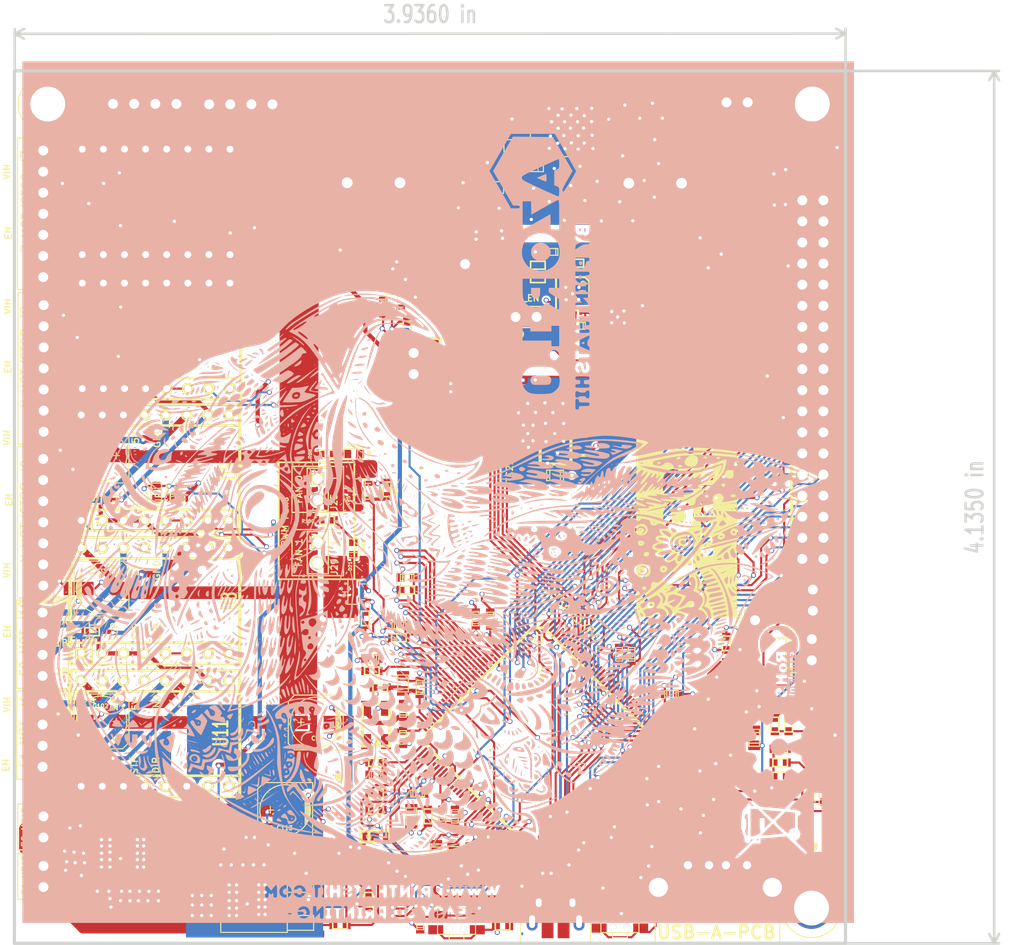
<source format=kicad_pcb>
(kicad_pcb (version 3) (host pcbnew "(2013-07-07 BZR 4022)-stable")
  (layers (15 Front mixed hide) (2 Inner3 power hide) (1 Inner2 power hide) (0 Back mixed hide) (19 F.Paste user) (20 B.SilkS user hide) (21 F.SilkS user) (22 B.Mask user) (23 F.Mask user hide) (28 Edge.Cuts user))
  (net 0 "")
  (net 1 +3.3V)
  (net 2 +5V)
  (net 3 /Processor/VDDCORE)
  (net 4 AD0)
  (net 5 AD13)
  (net 6 AD14)
  (net 7 ADVREF)
  (net 8 BED-)
  (net 9 BED_PWM)
  (net 10 BED_THERMISTOR)
  (net 11 DFSDM)
  (net 12 DFSDP)
  (net 13 DHSDM)
  (net 14 DHSDP)
  (net 15 E0-)
  (net 16 E0_DIR)
  (net 17 E0_EN)
  (net 18 E0_MOT_1A)
  (net 19 E0_MOT_1B)
  (net 20 E0_MOT_2A)
  (net 21 E0_MOT_2B)
  (net 22 E0_PWM)
  (net 23 E0_STEP)
  (net 24 E0_STOP)
  (net 25 E0_STOP_CONN)
  (net 26 E0_THERMISTOR)
  (net 27 E1-)
  (net 28 E1_DIR)
  (net 29 E1_EN)
  (net 30 E1_MOT_1A)
  (net 31 E1_MOT_1B)
  (net 32 E1_MOT_2A)
  (net 33 E1_MOT_2B)
  (net 34 E1_PWM)
  (net 35 E1_STEP)
  (net 36 E1_THERMISTOR)
  (net 37 FAN0-)
  (net 38 FAN0_PWM)
  (net 39 FAN1-)
  (net 40 FAN1_PWM)
  (net 41 GND)
  (net 42 N-000001)
  (net 43 N-0000012)
  (net 44 N-0000013)
  (net 45 N-0000014)
  (net 46 N-00000145)
  (net 47 N-00000147)
  (net 48 N-0000015)
  (net 49 N-00000156)
  (net 50 N-00000158)
  (net 51 N-00000166)
  (net 52 N-00000167)
  (net 53 N-00000169)
  (net 54 N-0000017)
  (net 55 N-00000175)
  (net 56 N-00000176)
  (net 57 N-00000177)
  (net 58 N-00000178)
  (net 59 N-0000018)
  (net 60 N-00000182)
  (net 61 N-00000183)
  (net 62 N-00000184)
  (net 63 N-00000185)
  (net 64 N-00000186)
  (net 65 N-00000188)
  (net 66 N-00000189)
  (net 67 N-0000019)
  (net 68 N-00000191)
  (net 69 N-00000193)
  (net 70 N-000002)
  (net 71 N-0000020)
  (net 72 N-0000023)
  (net 73 N-0000025)
  (net 74 N-0000026)
  (net 75 N-0000029)
  (net 76 N-000003)
  (net 77 N-0000035)
  (net 78 N-0000040)
  (net 79 N-0000062)
  (net 80 N-000009)
  (net 81 N-0000093)
  (net 82 N-0000095)
  (net 83 PA14)
  (net 84 PB14/PWMH2)
  (net 85 PB16/DAC1)
  (net 86 PB22)
  (net 87 PB23)
  (net 88 PB24)
  (net 89 PC17)
  (net 90 PC20_PWMH4)
  (net 91 PC23_PWML6)
  (net 92 PC28)
  (net 93 PC29)
  (net 94 PC30)
  (net 95 PC7_PWMH2)
  (net 96 PD9)
  (net 97 PS_ON_CONTROL)
  (net 98 RESET)
  (net 99 RXD0)
  (net 100 RXD1)
  (net 101 SPI0_MISO)
  (net 102 SPI0_MOSI)
  (net 103 SPI0_NPCS0)
  (net 104 SPI0_NPCS1)
  (net 105 SPI0_SPCK)
  (net 106 TWCK1)
  (net 107 TWD1)
  (net 108 TXD0)
  (net 109 TXD1)
  (net 110 UOTGID)
  (net 111 URXD)
  (net 112 UTXD)
  (net 113 VBUS)
  (net 114 VDDANA)
  (net 115 VDDUTMI)
  (net 116 VSSA)
  (net 117 V_IN)
  (net 118 X_DIR)
  (net 119 X_EN)
  (net 120 X_MOT_1A)
  (net 121 X_MOT_1B)
  (net 122 X_MOT_2A)
  (net 123 X_MOT_2B)
  (net 124 X_STEP)
  (net 125 X_STOP)
  (net 126 X_STOP_CONN)
  (net 127 Y_DIR)
  (net 128 Y_EN)
  (net 129 Y_MOT_1A)
  (net 130 Y_MOT_1B)
  (net 131 Y_MOT_2A)
  (net 132 Y_MOT_2B)
  (net 133 Y_STEP)
  (net 134 Y_STOP)
  (net 135 Y_STOP_CONN)
  (net 136 Z_DIR)
  (net 137 Z_EN)
  (net 138 Z_MOT_1A)
  (net 139 Z_MOT_1B)
  (net 140 Z_MOT_2A)
  (net 141 Z_MOT_2B)
  (net 142 Z_STEP)
  (net 143 Z_STOP)
  (net 144 Z_STOP_CONN)
  (module uUSB_new (layer Front) (at 145.32 140.04)
    (fp_text reference J22 hide)
    (fp_text value USB (at 0 -1.27) (layer F.SilkS) (effects (font (size 0.7 0.7))))
    (pad CE smd rect (at -0.9625 0) (size 1.425 2.5) (layers Front F.Paste F.Mask) (net 41 GND))
    (pad CE smd rect (at 0.9625 0) (size 1.425 2.5) (layers Front F.Paste F.Mask) (net 41 GND))
    (pad CE smd rect (at -2.9875 -1.7) (size 1.825 0.7) (layers Front F.Paste F.Mask) (net 41 GND))
    (pad CE smd rect (at 2.9875 -1.7) (size 1.825 0.7) (layers Front F.Paste F.Mask) (net 41 GND))
    (pad CE smd rect (at -2.9 -3.03) (size 2 1.46) (layers Front F.Paste F.Mask) (net 41 GND))
    (pad CE thru_hole oval (at -2.025 -3.03) (size 0.7112 1.05) (drill oval 0.7112 1.05) (layers *.Cu *.Mask F.SilkS) (net 41 GND))
    (pad 3 smd rect (at 0 -2.825) (size 0.4 1.4) (layers Front F.Paste F.Mask) (net 14 DHSDP))
    (pad 2 smd rect (at -0.65 -2.825) (size 0.4 1.4) (layers Front F.Paste F.Mask) (net 13 DHSDM))
    (pad 1 smd rect (at -1.3 -2.825) (size 0.4 1.4) (layers Front F.Paste F.Mask) (net 113 VBUS))
    (pad 4 smd rect (at 0.65 -2.825) (size 0.4 1.4) (layers Front F.Paste F.Mask) (net 110 UOTGID))
    (pad 5 smd rect (at 1.3 -2.825) (size 0.4 1.4) (layers Front F.Paste F.Mask) (net 41 GND))
    (pad CE thru_hole oval (at -2.825 -0.75) (size 1.3 2.15) (drill oval 0.7112 1.55) (layers *.Cu *.Mask F.Paste) (net 41 GND))
    (pad CE thru_hole oval (at 2.825 -0.75) (size 1.3 2.15) (drill oval 0.7112 1.55) (layers *.Cu *.Mask F.Paste) (net 41 GND))
    (pad CE smd rect (at -2.725 -0.95) (size 1.3 0.8) (layers Front F.Paste F.Mask) (net 41 GND))
    (pad CE smd rect (at 2.725 -0.95) (size 1.3 0.8) (layers Front F.Paste F.Mask) (net 41 GND))
    (pad CE smd rect (at 2.9 -3.03) (size 2 1.46) (layers Front F.Paste F.Mask) (net 41 GND))
    (pad CE thru_hole oval (at 2.025 -3.03) (size 0.7112 1.05) (drill oval 0.7112 1.05) (layers *.Cu *.Mask F.SilkS) (net 41 GND))
  )
  (module L_6x6 (layer Front) (at 154.13 71.73)
    (fp_text reference L1 hide)
    (fp_text value 10uH hide)
    (pad 1 smd rect (at 0 2) (size 4 2.54) (layers Front F.Paste F.Mask) (net 2 +5V))
    (pad 2 smd rect (at 0 -2) (size 4 2.54) (layers Front F.Paste F.Mask) (net 59 N-0000018))
  )
  (module SW_LITTLE_PCB_1 (layer Front) (at 153.0604 139.2174)
    (fp_text reference S2 hide)
    (fp_text value ERASE (at -0.71532 -2.76948) (layer F.SilkS) (effects (font (size 1.00076 1.00076) (thickness 0.1524))))
    (pad 1 smd rect (at -2.5 0.85) (size 1.8 1.1) (layers Front F.Paste F.Mask) (net 74 N-0000026))
    (pad 2 smd rect (at 2.5 0.85) (size 1.8 1.1) (layers Front F.Paste F.Mask) (net 74 N-0000026))
    (pad 3 smd rect (at 2 -0.85) (size 1.8 1.1) (layers Front F.Paste F.Mask) (net 1 +3.3V))
    (pad 4 smd rect (at -2 -0.85) (size 1.8 1.1) (layers Front F.Paste F.Mask) (net 1 +3.3V))
    (pad 5 thru_hole circle (at -0.85 0.75) (size 0.8 0.8) (drill 0.8) (layers *.Cu *.Mask F.SilkS) (net 41 GND))
    (pad 5 thru_hole circle (at 0.85 0.75) (size 0.8 0.8) (drill 0.8) (layers *.Cu *.Mask F.SilkS) (net 41 GND))
  )
  (module SW_LITTLE_PCB_1 (layer Front) (at 133.4008 139.4206)
    (fp_text reference S1 hide)
    (fp_text value RESET (at -0.71532 -2.76948) (layer F.SilkS) (effects (font (size 1.00076 1.00076) (thickness 0.1524))))
    (pad 1 smd rect (at -2.5 0.85) (size 1.8 1.1) (layers Front F.Paste F.Mask) (net 41 GND))
    (pad 2 smd rect (at 2.5 0.85) (size 1.8 1.1) (layers Front F.Paste F.Mask) (net 41 GND))
    (pad 3 smd rect (at 2 -0.85) (size 1.8 1.1) (layers Front F.Paste F.Mask) (net 98 RESET))
    (pad 4 smd rect (at -2 -0.85) (size 1.8 1.1) (layers Front F.Paste F.Mask) (net 98 RESET))
    (pad 5 thru_hole circle (at -0.85 0.75) (size 0.8 0.8) (drill 0.8) (layers *.Cu *.Mask F.SilkS) (net 41 GND))
    (pad 5 thru_hole circle (at 0.85 0.75) (size 0.8 0.8) (drill 0.8) (layers *.Cu *.Mask F.SilkS) (net 41 GND))
  )
  (module DRV8825 (layer Front) (at 86.995 108.331 90)
    (fp_text reference U8 (at 7.6454 19.0754 90) (layer F.SilkS) (effects (font (size 1.72974 1.08712) (thickness 0.27178))))
    (fp_text value DRV8825_ hide)
    (pad 9 thru_hole circle (at 14.0335 19.0246) (size 1.397 1.397) (drill 0.8128) (layers *.Cu *.Mask F.SilkS) (net 41 GND))
    (pad 10 thru_hole circle (at 14.0335 16.4846) (size 1.397 1.397) (drill 0.8128) (layers *.Cu *.Mask F.SilkS) (net 2 +5V))
    (pad 11 thru_hole circle (at 14.0335 13.9446) (size 1.397 1.397) (drill 0.8128) (layers *.Cu *.Mask F.SilkS) (net 20 E0_MOT_2A))
    (pad 12 thru_hole circle (at 14.0335 11.4046) (size 1.397 1.397) (drill 0.8128) (layers *.Cu *.Mask F.SilkS) (net 18 E0_MOT_1A))
    (pad 13 thru_hole circle (at 14.0335 8.8646) (size 1.397 1.397) (drill 0.8128) (layers *.Cu *.Mask F.SilkS) (net 19 E0_MOT_1B))
    (pad 14 thru_hole circle (at 14.0335 6.3246) (size 1.397 1.397) (drill 0.8128) (layers *.Cu *.Mask F.SilkS) (net 21 E0_MOT_2B))
    (pad 15 thru_hole circle (at 14.0335 3.7846) (size 1.397 1.397) (drill 0.8128) (layers *.Cu *.Mask F.SilkS) (net 41 GND))
    (pad 16 thru_hole circle (at 14.0335 1.2446) (size 1.397 1.397) (drill 0.8128) (layers *.Cu *.Mask F.SilkS) (net 117 V_IN))
    (pad 16 thru_hole circle (at 14.0335 1.2446) (size 1.397 1.397) (drill 0.8128) (layers *.Cu *.Mask F.SilkS) (net 117 V_IN))
    (pad 15 thru_hole circle (at 14.0335 3.7846) (size 1.397 1.397) (drill 0.8128) (layers *.Cu *.Mask F.SilkS) (net 41 GND))
    (pad 14 thru_hole circle (at 14.0335 6.3246) (size 1.397 1.397) (drill 0.8128) (layers *.Cu *.Mask F.SilkS) (net 21 E0_MOT_2B))
    (pad 13 thru_hole circle (at 14.0335 8.8646) (size 1.397 1.397) (drill 0.8128) (layers *.Cu *.Mask F.SilkS) (net 19 E0_MOT_1B))
    (pad 12 thru_hole circle (at 14.0335 11.4046) (size 1.397 1.397) (drill 0.8128) (layers *.Cu *.Mask F.SilkS) (net 18 E0_MOT_1A))
    (pad 11 thru_hole circle (at 14.0335 13.9446) (size 1.397 1.397) (drill 0.8128) (layers *.Cu *.Mask F.SilkS) (net 20 E0_MOT_2A))
    (pad 10 thru_hole circle (at 14.0335 16.4846) (size 1.397 1.397) (drill 0.8128) (layers *.Cu *.Mask F.SilkS) (net 2 +5V))
    (pad 9 thru_hole circle (at 14.0335 19.0246) (size 1.397 1.397) (drill 0.8128) (layers *.Cu *.Mask F.SilkS) (net 41 GND))
    (pad 8 thru_hole circle (at 1.3335 19.0246) (size 1.397 1.397) (drill 0.8128) (layers *.Cu *.Mask F.SilkS) (net 16 E0_DIR))
    (pad 7 thru_hole circle (at 1.3335 16.4846) (size 1.397 1.397) (drill 0.8128) (layers *.Cu *.Mask F.SilkS) (net 23 E0_STEP))
    (pad 6 thru_hole circle (at 1.3335 13.9446) (size 1.397 1.397) (drill 0.8128) (layers *.Cu *.Mask F.SilkS) (net 47 N-00000147))
    (pad 5 thru_hole circle (at 1.3335 11.4046) (size 1.397 1.397) (drill 0.8128) (layers *.Cu *.Mask F.SilkS) (net 47 N-00000147))
    (pad 4 thru_hole circle (at 1.3335 8.8646) (size 1.397 1.397) (drill 0.8128) (layers *.Cu *.Mask F.SilkS) (net 2 +5V))
    (pad 3 thru_hole circle (at 1.3335 6.3246) (size 1.397 1.397) (drill 0.8128) (layers *.Cu *.Mask F.SilkS) (net 2 +5V))
    (pad 2 thru_hole circle (at 1.3335 3.7846) (size 1.397 1.397) (drill 0.8128) (layers *.Cu *.Mask F.SilkS) (net 2 +5V))
    (pad 1 thru_hole rect (at 1.3335 1.2446) (size 1.397 1.397) (drill 0.8128) (layers *.Cu *.Mask F.SilkS) (net 17 E0_EN))
    (pad 1 thru_hole rect (at 1.3335 1.2446) (size 1.397 1.397) (drill 0.8128) (layers *.Cu *.Mask F.SilkS) (net 17 E0_EN))
    (pad 2 thru_hole circle (at 1.3335 3.7846) (size 1.397 1.397) (drill 0.8128) (layers *.Cu *.Mask F.SilkS) (net 2 +5V))
    (pad 3 thru_hole circle (at 1.3335 6.3246) (size 1.397 1.397) (drill 0.8128) (layers *.Cu *.Mask F.SilkS) (net 2 +5V))
    (pad 4 thru_hole circle (at 1.3335 8.8646) (size 1.397 1.397) (drill 0.8128) (layers *.Cu *.Mask F.SilkS) (net 2 +5V))
    (pad 5 thru_hole circle (at 1.3335 11.4046) (size 1.397 1.397) (drill 0.8128) (layers *.Cu *.Mask F.SilkS) (net 47 N-00000147))
    (pad 6 thru_hole circle (at 1.3335 13.9446) (size 1.397 1.397) (drill 0.8128) (layers *.Cu *.Mask F.SilkS) (net 47 N-00000147))
    (pad 7 thru_hole circle (at 1.3335 16.4846) (size 1.397 1.397) (drill 0.8128) (layers *.Cu *.Mask F.SilkS) (net 23 E0_STEP))
    (pad 8 thru_hole circle (at 1.3335 19.0246) (size 1.397 1.397) (drill 0.8128) (layers *.Cu *.Mask F.SilkS) (net 16 E0_DIR))
  )
  (module DRV8825 (layer Front) (at 86.995 124.333 90)
    (fp_text reference U11 (at 7.747 18.034 90) (layer F.SilkS) (effects (font (size 1.72974 1.08712) (thickness 0.27178))))
    (fp_text value DRV8825_ hide)
    (pad 9 thru_hole circle (at 14.0335 19.0246) (size 1.397 1.397) (drill 0.8128) (layers *.Cu *.Mask F.SilkS) (net 41 GND))
    (pad 10 thru_hole circle (at 14.0335 16.4846) (size 1.397 1.397) (drill 0.8128) (layers *.Cu *.Mask F.SilkS) (net 2 +5V))
    (pad 11 thru_hole circle (at 14.0335 13.9446) (size 1.397 1.397) (drill 0.8128) (layers *.Cu *.Mask F.SilkS) (net 32 E1_MOT_2A))
    (pad 12 thru_hole circle (at 14.0335 11.4046) (size 1.397 1.397) (drill 0.8128) (layers *.Cu *.Mask F.SilkS) (net 30 E1_MOT_1A))
    (pad 13 thru_hole circle (at 14.0335 8.8646) (size 1.397 1.397) (drill 0.8128) (layers *.Cu *.Mask F.SilkS) (net 31 E1_MOT_1B))
    (pad 14 thru_hole circle (at 14.0335 6.3246) (size 1.397 1.397) (drill 0.8128) (layers *.Cu *.Mask F.SilkS) (net 33 E1_MOT_2B))
    (pad 15 thru_hole circle (at 14.0335 3.7846) (size 1.397 1.397) (drill 0.8128) (layers *.Cu *.Mask F.SilkS) (net 41 GND))
    (pad 16 thru_hole circle (at 14.0335 1.2446) (size 1.397 1.397) (drill 0.8128) (layers *.Cu *.Mask F.SilkS) (net 117 V_IN))
    (pad 16 thru_hole circle (at 14.0335 1.2446) (size 1.397 1.397) (drill 0.8128) (layers *.Cu *.Mask F.SilkS) (net 117 V_IN))
    (pad 15 thru_hole circle (at 14.0335 3.7846) (size 1.397 1.397) (drill 0.8128) (layers *.Cu *.Mask F.SilkS) (net 41 GND))
    (pad 14 thru_hole circle (at 14.0335 6.3246) (size 1.397 1.397) (drill 0.8128) (layers *.Cu *.Mask F.SilkS) (net 33 E1_MOT_2B))
    (pad 13 thru_hole circle (at 14.0335 8.8646) (size 1.397 1.397) (drill 0.8128) (layers *.Cu *.Mask F.SilkS) (net 31 E1_MOT_1B))
    (pad 12 thru_hole circle (at 14.0335 11.4046) (size 1.397 1.397) (drill 0.8128) (layers *.Cu *.Mask F.SilkS) (net 30 E1_MOT_1A))
    (pad 11 thru_hole circle (at 14.0335 13.9446) (size 1.397 1.397) (drill 0.8128) (layers *.Cu *.Mask F.SilkS) (net 32 E1_MOT_2A))
    (pad 10 thru_hole circle (at 14.0335 16.4846) (size 1.397 1.397) (drill 0.8128) (layers *.Cu *.Mask F.SilkS) (net 2 +5V))
    (pad 9 thru_hole circle (at 14.0335 19.0246) (size 1.397 1.397) (drill 0.8128) (layers *.Cu *.Mask F.SilkS) (net 41 GND))
    (pad 8 thru_hole circle (at 1.3335 19.0246) (size 1.397 1.397) (drill 0.8128) (layers *.Cu *.Mask F.SilkS) (net 28 E1_DIR))
    (pad 7 thru_hole circle (at 1.3335 16.4846) (size 1.397 1.397) (drill 0.8128) (layers *.Cu *.Mask F.SilkS) (net 35 E1_STEP))
    (pad 6 thru_hole circle (at 1.3335 13.9446) (size 1.397 1.397) (drill 0.8128) (layers *.Cu *.Mask F.SilkS) (net 50 N-00000158))
    (pad 5 thru_hole circle (at 1.3335 11.4046) (size 1.397 1.397) (drill 0.8128) (layers *.Cu *.Mask F.SilkS) (net 50 N-00000158))
    (pad 4 thru_hole circle (at 1.3335 8.8646) (size 1.397 1.397) (drill 0.8128) (layers *.Cu *.Mask F.SilkS) (net 2 +5V))
    (pad 3 thru_hole circle (at 1.3335 6.3246) (size 1.397 1.397) (drill 0.8128) (layers *.Cu *.Mask F.SilkS) (net 2 +5V))
    (pad 2 thru_hole circle (at 1.3335 3.7846) (size 1.397 1.397) (drill 0.8128) (layers *.Cu *.Mask F.SilkS) (net 2 +5V))
    (pad 1 thru_hole rect (at 1.3335 1.2446) (size 1.397 1.397) (drill 0.8128) (layers *.Cu *.Mask F.SilkS) (net 29 E1_EN))
    (pad 1 thru_hole rect (at 1.3335 1.2446) (size 1.397 1.397) (drill 0.8128) (layers *.Cu *.Mask F.SilkS) (net 29 E1_EN))
    (pad 2 thru_hole circle (at 1.3335 3.7846) (size 1.397 1.397) (drill 0.8128) (layers *.Cu *.Mask F.SilkS) (net 2 +5V))
    (pad 3 thru_hole circle (at 1.3335 6.3246) (size 1.397 1.397) (drill 0.8128) (layers *.Cu *.Mask F.SilkS) (net 2 +5V))
    (pad 4 thru_hole circle (at 1.3335 8.8646) (size 1.397 1.397) (drill 0.8128) (layers *.Cu *.Mask F.SilkS) (net 2 +5V))
    (pad 5 thru_hole circle (at 1.3335 11.4046) (size 1.397 1.397) (drill 0.8128) (layers *.Cu *.Mask F.SilkS) (net 50 N-00000158))
    (pad 6 thru_hole circle (at 1.3335 13.9446) (size 1.397 1.397) (drill 0.8128) (layers *.Cu *.Mask F.SilkS) (net 50 N-00000158))
    (pad 7 thru_hole circle (at 1.3335 16.4846) (size 1.397 1.397) (drill 0.8128) (layers *.Cu *.Mask F.SilkS) (net 35 E1_STEP))
    (pad 8 thru_hole circle (at 1.3335 19.0246) (size 1.397 1.397) (drill 0.8128) (layers *.Cu *.Mask F.SilkS) (net 28 E1_DIR))
  )
  (module LQFP144 (layer Front) (at 143.21028 117.36324 45)
    (fp_text reference U1 (at 6.061998 -5.454282 135) (layer F.SilkS) (effects (font (size 1.016 1.016) (thickness 0.1524))))
    (fp_text value ATSAM3X8E (at 13.657174 -7.593705 135) (layer F.SilkS) (effects (font (size 1.016 1.016) (thickness 0.1524))))
    (pad 1 smd rect (at 8.7503 -10.89914 45) (size 0.2794 1.50114) (layers Front F.Paste F.Mask))
    (pad 2 smd rect (at 8.24992 -10.89914 45) (size 0.2794 1.50114) (layers Front F.Paste F.Mask) (net 112 UTXD))
    (pad 3 smd rect (at 7.74954 -10.89914 45) (size 0.2794 1.50114) (layers Front F.Paste F.Mask) (net 99 RXD0))
    (pad 4 smd rect (at 7.24916 -10.89914 45) (size 0.2794 1.50114) (layers Front F.Paste F.Mask) (net 108 TXD0))
    (pad 5 smd rect (at 6.74878 -10.89914 45) (size 0.2794 1.50114) (layers Front F.Paste F.Mask) (net 100 RXD1))
    (pad 6 smd rect (at 6.25094 -10.89914 45) (size 0.2794 1.50114) (layers Front F.Paste F.Mask) (net 109 TXD1))
    (pad 7 smd rect (at 5.75056 -10.89914 45) (size 0.2794 1.50114) (layers Front F.Paste F.Mask) (net 83 PA14))
    (pad 8 smd rect (at 5.25018 -10.89914 45) (size 0.2794 1.50114) (layers Front F.Paste F.Mask))
    (pad 9 smd rect (at 4.7498 -10.89914 45) (size 0.2794 1.50114) (layers Front F.Paste F.Mask))
    (pad 10 smd rect (at 4.24942 -10.89914 45) (size 0.2794 1.50114) (layers Front F.Paste F.Mask) (net 3 /Processor/VDDCORE))
    (pad 11 smd rect (at 3.74904 -10.89914 45) (size 0.2794 1.50114) (layers Front F.Paste F.Mask) (net 1 +3.3V))
    (pad 12 smd rect (at 3.2512 -10.89914 45) (size 0.2794 1.50114) (layers Front F.Paste F.Mask) (net 41 GND))
    (pad 13 smd rect (at 2.75082 -10.89914 45) (size 0.2794 1.50114) (layers Front F.Paste F.Mask) (net 133 Y_STEP))
    (pad 14 smd rect (at 2.25044 -10.89914 45) (size 0.2794 1.50114) (layers Front F.Paste F.Mask) (net 127 Y_DIR))
    (pad 15 smd rect (at 1.75006 -10.89914 45) (size 0.2794 1.50114) (layers Front F.Paste F.Mask) (net 128 Y_EN))
    (pad 16 smd rect (at 1.24968 -10.89914 45) (size 0.2794 1.50114) (layers Front F.Paste F.Mask) (net 134 Y_STOP))
    (pad 17 smd rect (at 0.7493 -10.89914 45) (size 0.2794 1.50114) (layers Front F.Paste F.Mask) (net 124 X_STEP))
    (pad 18 smd rect (at 0.24892 -10.89914 45) (size 0.2794 1.50114) (layers Front F.Paste F.Mask) (net 118 X_DIR))
    (pad 19 smd rect (at -0.24892 -10.89914 45) (size 0.2794 1.50114) (layers Front F.Paste F.Mask) (net 119 X_EN))
    (pad 20 smd rect (at -0.7493 -10.89914 45) (size 0.2794 1.50114) (layers Front F.Paste F.Mask) (net 125 X_STOP))
    (pad 21 smd rect (at -1.24968 -10.89914 45) (size 0.2794 1.50114) (layers Front F.Paste F.Mask) (net 97 PS_ON_CONTROL))
    (pad 22 smd rect (at -1.75006 -10.89914 45) (size 0.2794 1.50114) (layers Front F.Paste F.Mask) (net 96 PD9))
    (pad 23 smd rect (at -2.25044 -10.89914 45) (size 0.2794 1.50114) (layers Front F.Paste F.Mask) (net 23 E0_STEP))
    (pad 24 smd rect (at -2.75082 -10.89914 45) (size 0.2794 1.50114) (layers Front F.Paste F.Mask) (net 16 E0_DIR))
    (pad 25 smd rect (at -3.2512 -10.89914 45) (size 0.2794 1.50114) (layers Front F.Paste F.Mask) (net 17 E0_EN))
    (pad 26 smd rect (at -3.74904 -10.89914 45) (size 0.2794 1.50114) (layers Front F.Paste F.Mask))
    (pad 27 smd rect (at -4.24942 -10.89914 45) (size 0.2794 1.50114) (layers Front F.Paste F.Mask) (net 111 URXD))
    (pad 28 smd rect (at -4.7498 -10.89914 45) (size 0.2794 1.50114) (layers Front F.Paste F.Mask))
    (pad 29 smd rect (at -5.25018 -10.89914 45) (size 0.2794 1.50114) (layers Front F.Paste F.Mask))
    (pad 30 smd rect (at -5.75056 -10.89914 45) (size 0.2794 1.50114) (layers Front F.Paste F.Mask))
    (pad 31 smd rect (at -6.25094 -10.89914 45) (size 0.2794 1.50114) (layers Front F.Paste F.Mask))
    (pad 32 smd rect (at -6.74878 -10.89914 45) (size 0.2794 1.50114) (layers Front F.Paste F.Mask))
    (pad 33 smd rect (at -7.24916 -10.89914 45) (size 0.2794 1.50114) (layers Front F.Paste F.Mask) (net 41 GND))
    (pad 34 smd rect (at -7.74954 -10.89914 45) (size 0.2794 1.50114) (layers Front F.Paste F.Mask) (net 75 N-0000029))
    (pad 35 smd rect (at -8.24992 -10.89914 45) (size 0.2794 1.50114) (layers Front F.Paste F.Mask) (net 77 N-0000035))
    (pad 36 smd rect (at -8.7503 -10.89914 45) (size 0.2794 1.50114) (layers Front F.Paste F.Mask) (net 82 N-0000095))
    (pad 73 smd rect (at -8.7503 10.89914 45) (size 0.2794 1.50114) (layers Front F.Paste F.Mask) (net 114 VDDANA))
    (pad 74 smd rect (at -8.24992 10.89914 45) (size 0.2794 1.50114) (layers Front F.Paste F.Mask) (net 116 VSSA))
    (pad 75 smd rect (at -7.74954 10.89914 45) (size 0.2794 1.50114) (layers Front F.Paste F.Mask) (net 7 ADVREF))
    (pad 76 smd rect (at -7.24916 10.89914 45) (size 0.2794 1.50114) (layers Front F.Paste F.Mask))
    (pad 77 smd rect (at -6.74878 10.89914 45) (size 0.2794 1.50114) (layers Front F.Paste F.Mask) (net 85 PB16/DAC1))
    (pad 78 smd rect (at -6.25094 10.89914 45) (size 0.2794 1.50114) (layers Front F.Paste F.Mask) (net 78 N-0000040))
    (pad 79 smd rect (at -5.75056 10.89914 45) (size 0.2794 1.50114) (layers Front F.Paste F.Mask))
    (pad 80 smd rect (at -5.25018 10.89914 45) (size 0.2794 1.50114) (layers Front F.Paste F.Mask))
    (pad 81 smd rect (at -4.7498 10.89914 45) (size 0.2794 1.50114) (layers Front F.Paste F.Mask))
    (pad 82 smd rect (at -4.24942 10.89914 45) (size 0.2794 1.50114) (layers Front F.Paste F.Mask) (net 81 N-0000093))
    (pad 83 smd rect (at -3.74904 10.89914 45) (size 0.2794 1.50114) (layers Front F.Paste F.Mask) (net 72 N-0000023))
    (pad 84 smd rect (at -3.2512 10.89914 45) (size 0.2794 1.50114) (layers Front F.Paste F.Mask) (net 143 Z_STOP))
    (pad 85 smd rect (at -2.75082 10.89914 45) (size 0.2794 1.50114) (layers Front F.Paste F.Mask) (net 4 AD0))
    (pad 86 smd rect (at -2.25044 10.89914 45) (size 0.2794 1.50114) (layers Front F.Paste F.Mask) (net 107 TWD1))
    (pad 87 smd rect (at -1.75006 10.89914 45) (size 0.2794 1.50114) (layers Front F.Paste F.Mask) (net 106 TWCK1))
    (pad 88 smd rect (at -1.24968 10.89914 45) (size 0.2794 1.50114) (layers Front F.Paste F.Mask))
    (pad 89 smd rect (at -0.7493 10.89914 45) (size 0.2794 1.50114) (layers Front F.Paste F.Mask))
    (pad 90 smd rect (at -0.24892 10.89914 45) (size 0.2794 1.50114) (layers Front F.Paste F.Mask) (net 79 N-0000062))
    (pad 91 smd rect (at 0.24892 10.89914 45) (size 0.2794 1.50114) (layers Front F.Paste F.Mask) (net 5 AD13))
    (pad 92 smd rect (at 0.7493 10.89914 45) (size 0.2794 1.50114) (layers Front F.Paste F.Mask) (net 6 AD14))
    (pad 93 smd rect (at 1.24968 10.89914 45) (size 0.2794 1.50114) (layers Front F.Paste F.Mask))
    (pad 94 smd rect (at 1.75006 10.89914 45) (size 0.2794 1.50114) (layers Front F.Paste F.Mask))
    (pad 95 smd rect (at 2.25044 10.89914 45) (size 0.2794 1.50114) (layers Front F.Paste F.Mask))
    (pad 96 smd rect (at 2.75082 10.89914 45) (size 0.2794 1.50114) (layers Front F.Paste F.Mask))
    (pad 97 smd rect (at 3.2512 10.89914 45) (size 0.2794 1.50114) (layers Front F.Paste F.Mask))
    (pad 98 smd rect (at 3.74904 10.89914 45) (size 0.2794 1.50114) (layers Front F.Paste F.Mask))
    (pad 99 smd rect (at 4.24942 10.89914 45) (size 0.2794 1.50114) (layers Front F.Paste F.Mask) (net 89 PC17))
    (pad 100 smd rect (at 4.7498 10.89914 45) (size 0.2794 1.50114) (layers Front F.Paste F.Mask))
    (pad 101 smd rect (at 5.25018 10.89914 45) (size 0.2794 1.50114) (layers Front F.Paste F.Mask))
    (pad 102 smd rect (at 5.75056 10.89914 45) (size 0.2794 1.50114) (layers Front F.Paste F.Mask) (net 93 PC29))
    (pad 103 smd rect (at 6.25094 10.89914 45) (size 0.2794 1.50114) (layers Front F.Paste F.Mask) (net 94 PC30))
    (pad 104 smd rect (at 6.74878 10.89914 45) (size 0.2794 1.50114) (layers Front F.Paste F.Mask) (net 3 /Processor/VDDCORE))
    (pad 105 smd rect (at 7.24916 10.89914 45) (size 0.2794 1.50114) (layers Front F.Paste F.Mask) (net 1 +3.3V))
    (pad 106 smd rect (at 7.74954 10.89914 45) (size 0.2794 1.50114) (layers Front F.Paste F.Mask) (net 41 GND))
    (pad 107 smd rect (at 8.24992 10.89914 45) (size 0.2794 1.50114) (layers Front F.Paste F.Mask))
    (pad 108 smd rect (at 8.7503 10.89914 45) (size 0.2794 1.50114) (layers Front F.Paste F.Mask) (net 101 SPI0_MISO))
    (pad 37 smd rect (at -10.89914 -8.7503 45) (size 1.50114 0.2794) (layers Front F.Paste F.Mask) (net 14 DHSDP))
    (pad 38 smd rect (at -10.89914 -8.24992 45) (size 1.50114 0.2794) (layers Front F.Paste F.Mask) (net 13 DHSDM))
    (pad 39 smd rect (at -10.89914 -7.74954 45) (size 1.50114 0.2794) (layers Front F.Paste F.Mask) (net 113 VBUS))
    (pad 40 smd rect (at -10.89914 -7.24916 45) (size 1.50114 0.2794) (layers Front F.Paste F.Mask) (net 73 N-0000025))
    (pad 41 smd rect (at -10.89914 -6.74878 45) (size 1.50114 0.2794) (layers Front F.Paste F.Mask) (net 115 VDDUTMI))
    (pad 42 smd rect (at -10.89914 -6.25094 45) (size 1.50114 0.2794) (layers Front F.Paste F.Mask) (net 12 DFSDP))
    (pad 43 smd rect (at -10.89914 -5.75056 45) (size 1.50114 0.2794) (layers Front F.Paste F.Mask) (net 11 DFSDM))
    (pad 44 smd rect (at -10.89914 -5.25018 45) (size 1.50114 0.2794) (layers Front F.Paste F.Mask) (net 41 GND))
    (pad 45 smd rect (at -10.89914 -4.7498 45) (size 1.50114 0.2794) (layers Front F.Paste F.Mask) (net 3 /Processor/VDDCORE))
    (pad 46 smd rect (at -10.89914 -4.24942 45) (size 1.50114 0.2794) (layers Front F.Paste F.Mask) (net 41 GND))
    (pad 47 smd rect (at -10.89914 -3.74904 45) (size 1.50114 0.2794) (layers Front F.Paste F.Mask) (net 98 RESET))
    (pad 48 smd rect (at -10.89914 -3.2512 45) (size 1.50114 0.2794) (layers Front F.Paste F.Mask))
    (pad 49 smd rect (at -10.89914 -2.75082 45) (size 1.50114 0.2794) (layers Front F.Paste F.Mask))
    (pad 50 smd rect (at -10.89914 -2.25044 45) (size 1.50114 0.2794) (layers Front F.Paste F.Mask))
    (pad 51 smd rect (at -10.89914 -1.75006 45) (size 1.50114 0.2794) (layers Front F.Paste F.Mask) (net 41 GND))
    (pad 52 smd rect (at -10.89914 -1.24968 45) (size 1.50114 0.2794) (layers Front F.Paste F.Mask) (net 1 +3.3V))
    (pad 53 smd rect (at -10.89914 -0.7493 45) (size 1.50114 0.2794) (layers Front F.Paste F.Mask))
    (pad 54 smd rect (at -10.89914 -0.24892 45) (size 1.50114 0.2794) (layers Front F.Paste F.Mask) (net 41 GND))
    (pad 55 smd rect (at -10.89914 0.24892 45) (size 1.50114 0.2794) (layers Front F.Paste F.Mask))
    (pad 56 smd rect (at -10.89914 0.7493 45) (size 1.50114 0.2794) (layers Front F.Paste F.Mask) (net 3 /Processor/VDDCORE))
    (pad 57 smd rect (at -10.89914 1.24968 45) (size 1.50114 0.2794) (layers Front F.Paste F.Mask) (net 1 +3.3V))
    (pad 58 smd rect (at -10.89914 1.75006 45) (size 1.50114 0.2794) (layers Front F.Paste F.Mask) (net 41 GND))
    (pad 59 smd rect (at -10.89914 2.25044 45) (size 1.50114 0.2794) (layers Front F.Paste F.Mask) (net 38 FAN0_PWM))
    (pad 60 smd rect (at -10.89914 2.75082 45) (size 1.50114 0.2794) (layers Front F.Paste F.Mask) (net 28 E1_DIR))
    (pad 61 smd rect (at -10.89914 3.2512 45) (size 1.50114 0.2794) (layers Front F.Paste F.Mask) (net 3 /Processor/VDDCORE))
    (pad 62 smd rect (at -10.89914 3.74904 45) (size 1.50114 0.2794) (layers Front F.Paste F.Mask) (net 1 +3.3V))
    (pad 63 smd rect (at -10.89914 4.24942 45) (size 1.50114 0.2794) (layers Front F.Paste F.Mask) (net 29 E1_EN))
    (pad 64 smd rect (at -10.89914 4.7498 45) (size 1.50114 0.2794) (layers Front F.Paste F.Mask) (net 34 E1_PWM))
    (pad 65 smd rect (at -10.89914 5.25018 45) (size 1.50114 0.2794) (layers Front F.Paste F.Mask) (net 95 PC7_PWMH2))
    (pad 66 smd rect (at -10.89914 5.75056 45) (size 1.50114 0.2794) (layers Front F.Paste F.Mask) (net 22 E0_PWM))
    (pad 67 smd rect (at -10.89914 6.25094 45) (size 1.50114 0.2794) (layers Front F.Paste F.Mask) (net 35 E1_STEP))
    (pad 68 smd rect (at -10.89914 6.74878 45) (size 1.50114 0.2794) (layers Front F.Paste F.Mask))
    (pad 69 smd rect (at -10.89914 7.24916 45) (size 1.50114 0.2794) (layers Front F.Paste F.Mask))
    (pad 70 smd rect (at -10.89914 7.74954 45) (size 1.50114 0.2794) (layers Front F.Paste F.Mask))
    (pad 71 smd rect (at -10.89914 8.24992 45) (size 1.50114 0.2794) (layers Front F.Paste F.Mask))
    (pad 72 smd rect (at -10.89914 8.7503 45) (size 1.50114 0.2794) (layers Front F.Paste F.Mask))
    (pad 109 smd rect (at 10.89914 8.7503 45) (size 1.50114 0.2794) (layers Front F.Paste F.Mask) (net 102 SPI0_MOSI))
    (pad 110 smd rect (at 10.89914 8.24992 45) (size 1.50114 0.2794) (layers Front F.Paste F.Mask) (net 105 SPI0_SPCK))
    (pad 111 smd rect (at 10.89914 7.74954 45) (size 1.50114 0.2794) (layers Front F.Paste F.Mask) (net 103 SPI0_NPCS0))
    (pad 112 smd rect (at 10.89914 7.24916 45) (size 1.50114 0.2794) (layers Front F.Paste F.Mask) (net 104 SPI0_NPCS1))
    (pad 113 smd rect (at 10.89914 6.74878 45) (size 1.50114 0.2794) (layers Front F.Paste F.Mask))
    (pad 114 smd rect (at 10.89914 6.25094 45) (size 1.50114 0.2794) (layers Front F.Paste F.Mask))
    (pad 115 smd rect (at 10.89914 5.75056 45) (size 1.50114 0.2794) (layers Front F.Paste F.Mask))
    (pad 116 smd rect (at 10.89914 5.25018 45) (size 1.50114 0.2794) (layers Front F.Paste F.Mask) (net 40 FAN1_PWM))
    (pad 117 smd rect (at 10.89914 4.7498 45) (size 1.50114 0.2794) (layers Front F.Paste F.Mask))
    (pad 118 smd rect (at 10.89914 4.24942 45) (size 1.50114 0.2794) (layers Front F.Paste F.Mask))
    (pad 119 smd rect (at 10.89914 3.74904 45) (size 1.50114 0.2794) (layers Front F.Paste F.Mask))
    (pad 120 smd rect (at 10.89914 3.2512 45) (size 1.50114 0.2794) (layers Front F.Paste F.Mask))
    (pad 121 smd rect (at 10.89914 2.75082 45) (size 1.50114 0.2794) (layers Front F.Paste F.Mask))
    (pad 122 smd rect (at 10.89914 2.25044 45) (size 1.50114 0.2794) (layers Front F.Paste F.Mask))
    (pad 123 smd rect (at 10.89914 1.75006 45) (size 1.50114 0.2794) (layers Front F.Paste F.Mask))
    (pad 124 smd rect (at 10.89914 1.24968 45) (size 1.50114 0.2794) (layers Front F.Paste F.Mask) (net 3 /Processor/VDDCORE))
    (pad 125 smd rect (at 10.89914 0.7493 45) (size 1.50114 0.2794) (layers Front F.Paste F.Mask) (net 1 +3.3V))
    (pad 126 smd rect (at 10.89914 0.24892 45) (size 1.50114 0.2794) (layers Front F.Paste F.Mask) (net 41 GND))
    (pad 127 smd rect (at 10.89914 -0.24892 45) (size 1.50114 0.2794) (layers Front F.Paste F.Mask))
    (pad 128 smd rect (at 10.89914 -0.7493 45) (size 1.50114 0.2794) (layers Front F.Paste F.Mask))
    (pad 129 smd rect (at 10.89914 -1.24968 45) (size 1.50114 0.2794) (layers Front F.Paste F.Mask) (net 110 UOTGID))
    (pad 130 smd rect (at 10.89914 -1.75006 45) (size 1.50114 0.2794) (layers Front F.Paste F.Mask) (net 74 N-0000026))
    (pad 131 smd rect (at 10.89914 -2.25044 45) (size 1.50114 0.2794) (layers Front F.Paste F.Mask) (net 90 PC20_PWMH4))
    (pad 132 smd rect (at 10.89914 -2.75082 45) (size 1.50114 0.2794) (layers Front F.Paste F.Mask))
    (pad 133 smd rect (at 10.89914 -3.2512 45) (size 1.50114 0.2794) (layers Front F.Paste F.Mask))
    (pad 134 smd rect (at 10.89914 -3.74904 45) (size 1.50114 0.2794) (layers Front F.Paste F.Mask) (net 91 PC23_PWML6))
    (pad 135 smd rect (at 10.89914 -4.24942 45) (size 1.50114 0.2794) (layers Front F.Paste F.Mask) (net 9 BED_PWM))
    (pad 136 smd rect (at 10.89914 -4.7498 45) (size 1.50114 0.2794) (layers Front F.Paste F.Mask) (net 142 Z_STEP))
    (pad 137 smd rect (at 10.89914 -5.25018 45) (size 1.50114 0.2794) (layers Front F.Paste F.Mask) (net 136 Z_DIR))
    (pad 138 smd rect (at 10.89914 -5.75056 45) (size 1.50114 0.2794) (layers Front F.Paste F.Mask) (net 137 Z_EN))
    (pad 139 smd rect (at 10.89914 -6.25094 45) (size 1.50114 0.2794) (layers Front F.Paste F.Mask) (net 92 PC28))
    (pad 140 smd rect (at 10.89914 -6.74878 45) (size 1.50114 0.2794) (layers Front F.Paste F.Mask) (net 84 PB14/PWMH2))
    (pad 141 smd rect (at 10.89914 -7.24916 45) (size 1.50114 0.2794) (layers Front F.Paste F.Mask) (net 86 PB22))
    (pad 142 smd rect (at 10.89914 -7.74954 45) (size 1.50114 0.2794) (layers Front F.Paste F.Mask) (net 87 PB23))
    (pad 143 smd rect (at 10.89914 -8.24992 45) (size 1.50114 0.2794) (layers Front F.Paste F.Mask) (net 88 PB24))
    (pad 144 smd rect (at 10.89914 -8.7503 45) (size 1.50114 0.2794) (layers Front F.Paste F.Mask))
  )
  (module SOT-23 (layer Front) (at 105.029 128.524 90)
    (fp_text reference TR3 hide)
    (fp_text value BSH105 hide)
    (pad G smd rect (at -0.9525 1.05664 90) (size 0.59944 1.00076) (layers Front F.Paste F.Mask) (net 22 E0_PWM))
    (pad D smd rect (at 0 -1.05664 90) (size 0.59944 1.00076) (layers Front F.Paste F.Mask) (net 65 N-00000188))
    (pad S smd rect (at 0.9525 1.05664 90) (size 0.59944 1.00076) (layers Front F.Paste F.Mask) (net 41 GND))
  )
  (module C_0805 (layer Front) (at 153.72842 132.27812 180)
    (fp_text reference C61 hide)
    (fp_text value 4u7 hide)
    (pad 1 smd rect (at 0.89916 0 180) (size 1.15062 1.45034) (layers Front F.Paste F.Mask) (net 114 VDDANA))
    (pad 2 smd rect (at -0.89916 0 180) (size 1.15062 1.45034) (layers Front F.Paste F.Mask) (net 41 GND))
  )
  (module DRV8825 (layer Front) (at 87.122 60.325 90)
    (fp_text reference U6 (at 8.001 18.542 90) (layer F.SilkS) (effects (font (size 1.72974 1.08712) (thickness 0.27178))))
    (fp_text value DRV8825_ hide)
    (pad 9 thru_hole circle (at 14.0335 19.0246) (size 1.397 1.397) (drill 0.8128) (layers *.Cu *.Mask F.SilkS) (net 41 GND))
    (pad 10 thru_hole circle (at 14.0335 16.4846) (size 1.397 1.397) (drill 0.8128) (layers *.Cu *.Mask F.SilkS) (net 2 +5V))
    (pad 11 thru_hole circle (at 14.0335 13.9446) (size 1.397 1.397) (drill 0.8128) (layers *.Cu *.Mask F.SilkS) (net 140 Z_MOT_2A))
    (pad 12 thru_hole circle (at 14.0335 11.4046) (size 1.397 1.397) (drill 0.8128) (layers *.Cu *.Mask F.SilkS) (net 138 Z_MOT_1A))
    (pad 13 thru_hole circle (at 14.0335 8.8646) (size 1.397 1.397) (drill 0.8128) (layers *.Cu *.Mask F.SilkS) (net 139 Z_MOT_1B))
    (pad 14 thru_hole circle (at 14.0335 6.3246) (size 1.397 1.397) (drill 0.8128) (layers *.Cu *.Mask F.SilkS) (net 141 Z_MOT_2B))
    (pad 15 thru_hole circle (at 14.0335 3.7846) (size 1.397 1.397) (drill 0.8128) (layers *.Cu *.Mask F.SilkS) (net 41 GND))
    (pad 16 thru_hole circle (at 14.0335 1.2446) (size 1.397 1.397) (drill 0.8128) (layers *.Cu *.Mask F.SilkS) (net 117 V_IN))
    (pad 16 thru_hole circle (at 14.0335 1.2446) (size 1.397 1.397) (drill 0.8128) (layers *.Cu *.Mask F.SilkS) (net 117 V_IN))
    (pad 15 thru_hole circle (at 14.0335 3.7846) (size 1.397 1.397) (drill 0.8128) (layers *.Cu *.Mask F.SilkS) (net 41 GND))
    (pad 14 thru_hole circle (at 14.0335 6.3246) (size 1.397 1.397) (drill 0.8128) (layers *.Cu *.Mask F.SilkS) (net 141 Z_MOT_2B))
    (pad 13 thru_hole circle (at 14.0335 8.8646) (size 1.397 1.397) (drill 0.8128) (layers *.Cu *.Mask F.SilkS) (net 139 Z_MOT_1B))
    (pad 12 thru_hole circle (at 14.0335 11.4046) (size 1.397 1.397) (drill 0.8128) (layers *.Cu *.Mask F.SilkS) (net 138 Z_MOT_1A))
    (pad 11 thru_hole circle (at 14.0335 13.9446) (size 1.397 1.397) (drill 0.8128) (layers *.Cu *.Mask F.SilkS) (net 140 Z_MOT_2A))
    (pad 10 thru_hole circle (at 14.0335 16.4846) (size 1.397 1.397) (drill 0.8128) (layers *.Cu *.Mask F.SilkS) (net 2 +5V))
    (pad 9 thru_hole circle (at 14.0335 19.0246) (size 1.397 1.397) (drill 0.8128) (layers *.Cu *.Mask F.SilkS) (net 41 GND))
    (pad 8 thru_hole circle (at 1.3335 19.0246) (size 1.397 1.397) (drill 0.8128) (layers *.Cu *.Mask F.SilkS) (net 136 Z_DIR))
    (pad 7 thru_hole circle (at 1.3335 16.4846) (size 1.397 1.397) (drill 0.8128) (layers *.Cu *.Mask F.SilkS) (net 142 Z_STEP))
    (pad 6 thru_hole circle (at 1.3335 13.9446) (size 1.397 1.397) (drill 0.8128) (layers *.Cu *.Mask F.SilkS) (net 46 N-00000145))
    (pad 5 thru_hole circle (at 1.3335 11.4046) (size 1.397 1.397) (drill 0.8128) (layers *.Cu *.Mask F.SilkS) (net 46 N-00000145))
    (pad 4 thru_hole circle (at 1.3335 8.8646) (size 1.397 1.397) (drill 0.8128) (layers *.Cu *.Mask F.SilkS) (net 2 +5V))
    (pad 3 thru_hole circle (at 1.3335 6.3246) (size 1.397 1.397) (drill 0.8128) (layers *.Cu *.Mask F.SilkS) (net 2 +5V))
    (pad 2 thru_hole circle (at 1.3335 3.7846) (size 1.397 1.397) (drill 0.8128) (layers *.Cu *.Mask F.SilkS) (net 2 +5V))
    (pad 1 thru_hole rect (at 1.3335 1.2446) (size 1.397 1.397) (drill 0.8128) (layers *.Cu *.Mask F.SilkS) (net 137 Z_EN))
    (pad 1 thru_hole rect (at 1.3335 1.2446) (size 1.397 1.397) (drill 0.8128) (layers *.Cu *.Mask F.SilkS) (net 137 Z_EN))
    (pad 2 thru_hole circle (at 1.3335 3.7846) (size 1.397 1.397) (drill 0.8128) (layers *.Cu *.Mask F.SilkS) (net 2 +5V))
    (pad 3 thru_hole circle (at 1.3335 6.3246) (size 1.397 1.397) (drill 0.8128) (layers *.Cu *.Mask F.SilkS) (net 2 +5V))
    (pad 4 thru_hole circle (at 1.3335 8.8646) (size 1.397 1.397) (drill 0.8128) (layers *.Cu *.Mask F.SilkS) (net 2 +5V))
    (pad 5 thru_hole circle (at 1.3335 11.4046) (size 1.397 1.397) (drill 0.8128) (layers *.Cu *.Mask F.SilkS) (net 46 N-00000145))
    (pad 6 thru_hole circle (at 1.3335 13.9446) (size 1.397 1.397) (drill 0.8128) (layers *.Cu *.Mask F.SilkS) (net 46 N-00000145))
    (pad 7 thru_hole circle (at 1.3335 16.4846) (size 1.397 1.397) (drill 0.8128) (layers *.Cu *.Mask F.SilkS) (net 142 Z_STEP))
    (pad 8 thru_hole circle (at 1.3335 19.0246) (size 1.397 1.397) (drill 0.8128) (layers *.Cu *.Mask F.SilkS) (net 136 Z_DIR))
  )
  (module TERM_2-WAY_6.35mm (layer Front) (at 123.4186 50.3428)
    (fp_text reference J23 hide)
    (fp_text value "POWER IN" (at -7.1374 -2.48158 90) (layer F.SilkS) (effects (font (size 0.8001 0.8001) (thickness 0.11938))))
    (pad 1 thru_hole rect (at -3.175 0) (size 1.99898 1.99898) (drill 1.30048) (layers *.Cu *.Mask F.SilkS) (net 117 V_IN))
    (pad 2 thru_hole circle (at 3.175 0) (size 2.49936 2.49936) (drill 1.30048) (layers *.Cu *.Mask F.SilkS) (net 41 GND))
  )
  (module SOT-23 (layer Front) (at 121.69 87.48 90)
    (fp_text reference TR5 (at -1.09982 -1.30048 90) (layer F.SilkS) (effects (font (size 0.39878 0.39878) (thickness 0.09906))))
    (fp_text value PMV40UN2 hide)
    (pad G smd rect (at -0.9525 1.05664 90) (size 0.59944 1.00076) (layers Front F.Paste F.Mask) (net 38 FAN0_PWM))
    (pad D smd rect (at 0 -1.05664 90) (size 0.59944 1.00076) (layers Front F.Paste F.Mask) (net 37 FAN0-))
    (pad S smd rect (at 0.9525 1.05664 90) (size 0.59944 1.00076) (layers Front F.Paste F.Mask) (net 41 GND))
  )
  (module SOT-23 (layer Front) (at 137.56132 50.91176)
    (fp_text reference TR1 hide)
    (fp_text value BSH105 hide)
    (pad G smd rect (at -0.9525 1.05664) (size 0.59944 1.00076) (layers Front F.Paste F.Mask) (net 9 BED_PWM))
    (pad D smd rect (at 0 -1.05664) (size 0.59944 1.00076) (layers Front F.Paste F.Mask) (net 61 N-00000183))
    (pad S smd rect (at 0.9525 1.05664) (size 0.59944 1.00076) (layers Front F.Paste F.Mask) (net 41 GND))
  )
  (module SOT-223 (layer Front) (at 145.31086 80.85328 90)
    (fp_text reference U2 hide)
    (fp_text value TC2117-3.3VDBTR (at -0.2921 -5.52704 90) (layer F.SilkS) (effects (font (size 0.762 0.762) (thickness 0.12446))))
    (pad 4 smd rect (at 0 -3.302 90) (size 3.6576 2.032) (layers Front F.Paste F.Mask) (net 1 +3.3V))
    (pad 2 smd rect (at 0 3.302 90) (size 1.016 2.032) (layers Front F.Paste F.Mask) (net 1 +3.3V))
    (pad 3 smd rect (at 2.286 3.302 90) (size 1.016 2.032) (layers Front F.Paste F.Mask) (net 2 +5V))
    (pad 1 smd rect (at -2.286 3.302 90) (size 1.016 2.032) (layers Front F.Paste F.Mask) (net 41 GND))
  )
  (module C_ELEC_6.3x7.7 (layer Front) (at 90.932 51.308)
    (fp_text reference C23 (at -0.0245 -1.539) (layer F.SilkS) (effects (font (size 0.44958 0.44958) (thickness 0.10922))))
    (fp_text value 100u hide)
    (pad 1 smd rect (at 2.75082 0) (size 3.59918 1.6002) (layers Front F.Paste F.Mask) (net 117 V_IN))
    (pad 2 smd rect (at -2.75082 0) (size 3.59918 1.6002) (layers Front F.Paste F.Mask) (net 41 GND))
  )
  (module C_ELEC_6.3x7.7 (layer Front) (at 90.678 99.187)
    (fp_text reference C33 (at -0.043 -2.1328) (layer F.SilkS) (effects (font (size 0.39878 0.39878) (thickness 0.09906))))
    (fp_text value 100u hide)
    (pad 1 smd rect (at 2.75082 0) (size 3.59918 1.6002) (layers Front F.Paste F.Mask) (net 117 V_IN))
    (pad 2 smd rect (at -2.75082 0) (size 3.59918 1.6002) (layers Front F.Paste F.Mask) (net 41 GND))
  )
  (module C_ELEC_6.3x7.7 (layer Front) (at 90.805 67.31)
    (fp_text reference C32 (at -0.2173 -1.7256) (layer F.SilkS) (effects (font (size 0.39878 0.39878) (thickness 0.09906))))
    (fp_text value 100u hide)
    (pad 1 smd rect (at 2.75082 0) (size 3.59918 1.6002) (layers Front F.Paste F.Mask) (net 117 V_IN))
    (pad 2 smd rect (at -2.75082 0) (size 3.59918 1.6002) (layers Front F.Paste F.Mask) (net 41 GND))
  )
  (module C_ELEC_6.3x7.7 (layer Front) (at 90.678 83.185)
    (fp_text reference C22 (at -0.093 -2.0423) (layer F.SilkS) (effects (font (size 0.39878 0.39878) (thickness 0.09906))))
    (fp_text value 100u hide)
    (pad 1 smd rect (at 2.75082 0) (size 3.59918 1.6002) (layers Front F.Paste F.Mask) (net 117 V_IN))
    (pad 2 smd rect (at -2.75082 0) (size 3.59918 1.6002) (layers Front F.Paste F.Mask) (net 41 GND))
  )
  (module C_ELEC_6.3x7.7 (layer Front) (at 159.99 58.88 180)
    (fp_text reference C3 (at 0.2748 1.6538 180) (layer F.SilkS) (effects (font (size 0.39878 0.39878) (thickness 0.09906))))
    (fp_text value 100u hide)
    (pad 1 smd rect (at 2.75082 0 180) (size 3.59918 1.6002) (layers Front F.Paste F.Mask) (net 48 N-0000015))
    (pad 2 smd rect (at -2.75082 0 180) (size 3.59918 1.6002) (layers Front F.Paste F.Mask) (net 41 GND))
  )
  (module R_0603 (layer Front) (at 133.2103 48.71212 90)
    (fp_text reference R18 hide)
    (fp_text value 470R hide)
    (pad 1 smd rect (at -0.8001 0 90) (size 0.94996 1.00076) (layers Front F.Paste F.Mask) (net 2 +5V))
    (pad 2 smd rect (at 0.8001 0 90) (size 0.94996 1.00076) (layers Front F.Paste F.Mask) (net 61 N-00000183))
  )
  (module R_0603 (layer Front) (at 135.6106 48.71212 90)
    (fp_text reference R20 hide)
    (fp_text value 220R hide)
    (pad 1 smd rect (at -0.8001 0 90) (size 0.94996 1.00076) (layers Front F.Paste F.Mask) (net 61 N-00000183))
    (pad 2 smd rect (at 0.8001 0 90) (size 0.94996 1.00076) (layers Front F.Paste F.Mask) (net 62 N-00000184))
  )
  (module R_0603 (layer Front) (at 102.235 133.223 270)
    (fp_text reference R23 hide)
    (fp_text value 220R hide)
    (pad 1 smd rect (at -0.8001 0 270) (size 0.94996 1.00076) (layers Front F.Paste F.Mask) (net 65 N-00000188))
    (pad 2 smd rect (at 0.8001 0 270) (size 0.94996 1.00076) (layers Front F.Paste F.Mask) (net 63 N-00000185))
  )
  (module R_0603 (layer Front) (at 127.45974 99.36226 180)
    (fp_text reference R57 hide)
    (fp_text value 100R hide)
    (pad 1 smd rect (at -0.8001 0 180) (size 0.94996 1.00076) (layers Front F.Paste F.Mask) (net 134 Y_STOP))
    (pad 2 smd rect (at 0.8001 0 180) (size 0.94996 1.00076) (layers Front F.Paste F.Mask) (net 135 Y_STOP_CONN))
  )
  (module R_0603 (layer Front) (at 138.938 139.827 180)
    (fp_text reference R1 hide)
    (fp_text value 3K3 hide)
    (pad 1 smd rect (at -0.8001 0 180) (size 0.94996 1.00076) (layers Front F.Paste F.Mask) (net 69 N-00000193))
    (pad 2 smd rect (at 0.8001 0 180) (size 0.94996 1.00076) (layers Front F.Paste F.Mask) (net 41 GND))
  )
  (module R_0603 (layer Front) (at 123.7107 123.8631)
    (fp_text reference R2 hide)
    (fp_text value "39R 1%" hide)
    (pad 1 smd rect (at -0.8001 0) (size 0.94996 1.00076) (layers Front F.Paste F.Mask) (net 14 DHSDP))
    (pad 2 smd rect (at 0.8001 0) (size 0.94996 1.00076) (layers Front F.Paste F.Mask) (net 12 DFSDP))
  )
  (module R_0603 (layer Front) (at 123.7107 125.86208)
    (fp_text reference R3 hide)
    (fp_text value "39R 1%" hide)
    (pad 1 smd rect (at -0.8001 0) (size 0.94996 1.00076) (layers Front F.Paste F.Mask) (net 13 DHSDM))
    (pad 2 smd rect (at 0.8001 0) (size 0.94996 1.00076) (layers Front F.Paste F.Mask) (net 11 DFSDM))
  )
  (module R_0603 (layer Front) (at 102.997 130.937 180)
    (fp_text reference R22 hide)
    (fp_text value 470R hide)
    (pad 1 smd rect (at -0.8001 0 180) (size 0.94996 1.00076) (layers Front F.Paste F.Mask) (net 2 +5V))
    (pad 2 smd rect (at 0.8001 0 180) (size 0.94996 1.00076) (layers Front F.Paste F.Mask) (net 65 N-00000188))
  )
  (module R_0603 (layer Front) (at 125.04 87.25 90)
    (fp_text reference R24 (at -0.1006 1.1218 90) (layer F.SilkS) (effects (font (size 0.39878 0.39878) (thickness 0.09906))))
    (fp_text value 10K hide)
    (pad 1 smd rect (at -0.8001 0 90) (size 0.94996 1.00076) (layers Front F.Paste F.Mask) (net 38 FAN0_PWM))
    (pad 2 smd rect (at 0.8001 0 90) (size 0.94996 1.00076) (layers Front F.Paste F.Mask) (net 41 GND))
  )
  (module R_0603 (layer Front) (at 122.809 136.652 270)
    (fp_text reference R25 hide)
    (fp_text value 100k hide)
    (pad 1 smd rect (at -0.8001 0 270) (size 0.94996 1.00076) (layers Front F.Paste F.Mask) (net 34 E1_PWM))
    (pad 2 smd rect (at 0.8001 0 270) (size 0.94996 1.00076) (layers Front F.Paste F.Mask) (net 1 +3.3V))
  )
  (module R_0603 (layer Front) (at 126.46152 105.11282 180)
    (fp_text reference R56 hide)
    (fp_text value 100R hide)
    (pad 1 smd rect (at -0.8001 0 180) (size 0.94996 1.00076) (layers Front F.Paste F.Mask) (net 125 X_STOP))
    (pad 2 smd rect (at 0.8001 0 180) (size 0.94996 1.00076) (layers Front F.Paste F.Mask) (net 126 X_STOP_CONN))
  )
  (module R_0603 (layer Front) (at 165.862 108.839 90)
    (fp_text reference R58 hide)
    (fp_text value 100R hide)
    (pad 1 smd rect (at -0.8001 0 90) (size 0.94996 1.00076) (layers Front F.Paste F.Mask) (net 143 Z_STOP))
    (pad 2 smd rect (at 0.8001 0 90) (size 0.94996 1.00076) (layers Front F.Paste F.Mask) (net 144 Z_STOP_CONN))
  )
  (module R_0603 (layer Front) (at 123.21032 109.11332 180)
    (fp_text reference R59 hide)
    (fp_text value 100R hide)
    (pad 1 smd rect (at -0.8001 0 180) (size 0.94996 1.00076) (layers Front F.Paste F.Mask) (net 24 E0_STOP))
    (pad 2 smd rect (at 0.8001 0 180) (size 0.94996 1.00076) (layers Front F.Paste F.Mask) (net 25 E0_STOP_CONN))
  )
  (module C_0603 (layer Front) (at 126.46152 103.61168)
    (fp_text reference C40 hide)
    (fp_text value 0u1 hide)
    (pad 1 smd rect (at 0.8001 0) (size 0.94996 1.00076) (layers Front F.Paste F.Mask) (net 125 X_STOP))
    (pad 2 smd rect (at -0.8001 0) (size 0.94996 1.00076) (layers Front F.Paste F.Mask) (net 41 GND))
  )
  (module C_0603 (layer Front) (at 127.45974 97.86366)
    (fp_text reference C41 hide)
    (fp_text value 0u1 hide)
    (pad 1 smd rect (at 0.8001 0) (size 0.94996 1.00076) (layers Front F.Paste F.Mask) (net 134 Y_STOP))
    (pad 2 smd rect (at -0.8001 0) (size 0.94996 1.00076) (layers Front F.Paste F.Mask) (net 41 GND))
  )
  (module C_0603 (layer Front) (at 167.386 108.839 270)
    (fp_text reference C42 hide)
    (fp_text value 0u1 hide)
    (pad 1 smd rect (at 0.8001 0 270) (size 0.94996 1.00076) (layers Front F.Paste F.Mask) (net 143 Z_STOP))
    (pad 2 smd rect (at -0.8001 0 270) (size 0.94996 1.00076) (layers Front F.Paste F.Mask) (net 41 GND))
  )
  (module C_0603 (layer Front) (at 123.21032 107.61218)
    (fp_text reference C43 hide)
    (fp_text value 0u1 hide)
    (pad 1 smd rect (at 0.8001 0) (size 0.94996 1.00076) (layers Front F.Paste F.Mask) (net 24 E0_STOP))
    (pad 2 smd rect (at -0.8001 0) (size 0.94996 1.00076) (layers Front F.Paste F.Mask) (net 41 GND))
  )
  (module R_0603 (layer Front) (at 89.535 72.136 180)
    (fp_text reference R38 (at 0.10794 -1.23964 180) (layer F.SilkS) (effects (font (size 0.39878 0.39878) (thickness 0.09906))))
    (fp_text value 10k hide)
    (pad 1 smd rect (at -0.8001 0 180) (size 0.94996 1.00076) (layers Front F.Paste F.Mask) (net 2 +5V))
    (pad 2 smd rect (at 0.8001 0 180) (size 0.94996 1.00076) (layers Front F.Paste F.Mask) (net 128 Y_EN))
  )
  (module R_0603 (layer Front) (at 123.7107 120.11152 180)
    (fp_text reference R48 hide)
    (fp_text value 6k8 hide)
    (pad 1 smd rect (at -0.8001 0 180) (size 0.94996 1.00076) (layers Front F.Paste F.Mask) (net 73 N-0000025))
    (pad 2 smd rect (at 0.8001 0 180) (size 0.94996 1.00076) (layers Front F.Paste F.Mask) (net 41 GND))
  )
  (module R_0603 (layer Front) (at 89.535 104.394 180)
    (fp_text reference R40 (at -0.07 -1.07 180) (layer F.SilkS) (effects (font (size 0.39878 0.39878) (thickness 0.09906))))
    (fp_text value 10k hide)
    (pad 1 smd rect (at -0.8001 0 180) (size 0.94996 1.00076) (layers Front F.Paste F.Mask) (net 2 +5V))
    (pad 2 smd rect (at 0.8001 0 180) (size 0.94996 1.00076) (layers Front F.Paste F.Mask) (net 17 E0_EN))
  )
  (module R_0603 (layer Front) (at 89.408 56.515 180)
    (fp_text reference R28 (at 0.0546 1.1206 180) (layer F.SilkS) (effects (font (size 0.39878 0.39878) (thickness 0.09906))))
    (fp_text value 10k hide)
    (pad 1 smd rect (at -0.8001 0 180) (size 0.94996 1.00076) (layers Front F.Paste F.Mask) (net 2 +5V))
    (pad 2 smd rect (at 0.8001 0 180) (size 0.94996 1.00076) (layers Front F.Paste F.Mask) (net 137 Z_EN))
  )
  (module R_0603 (layer Front) (at 89.789 88.519 180)
    (fp_text reference R26 (at -0.01652 -1.1609 180) (layer F.SilkS) (effects (font (size 0.39878 0.39878) (thickness 0.09906))))
    (fp_text value 10k hide)
    (pad 1 smd rect (at -0.8001 0 180) (size 0.94996 1.00076) (layers Front F.Paste F.Mask) (net 2 +5V))
    (pad 2 smd rect (at 0.8001 0 180) (size 0.94996 1.00076) (layers Front F.Paste F.Mask) (net 119 X_EN))
  )
  (module D_0603 (layer Front) (at 139.7 137.414 90)
    (fp_text reference D3 hide)
    (fp_text value USB hide)
    (pad 2 smd rect (at -0.8001 0 90) (size 0.94996 1.00076) (layers Front F.Paste F.Mask) (net 69 N-00000193))
    (pad 1 smd rect (at 0.762 0 90) (size 0.94996 1.00076) (layers Front F.Paste F.Mask) (net 113 VBUS))
  )
  (module C_0805 (layer Front) (at 145.26006 85.5726 180)
    (fp_text reference C4 hide)
    (fp_text value 10u hide)
    (pad 1 smd rect (at 0.89916 0 180) (size 1.15062 1.45034) (layers Front F.Paste F.Mask) (net 1 +3.3V))
    (pad 2 smd rect (at -0.89916 0 180) (size 1.15062 1.45034) (layers Front F.Paste F.Mask) (net 41 GND))
  )
  (module D-PAK (layer Front) (at 93.091 131.445 90)
    (fp_text reference TR4 hide)
    (fp_text value IPD036N04L hide)
    (pad G smd rect (at -2.286 6.35 90) (size 1.30048 2.30124) (layers Front F.Paste F.Mask) (net 63 N-00000185))
    (pad D smd rect (at 0 0 90) (size 5.90042 6.49986) (layers Front F.Paste F.Mask) (net 15 E0-))
    (pad S smd rect (at 2.286 6.35 90) (size 1.30048 2.30124) (layers Front F.Paste F.Mask) (net 41 GND))
  )
  (module D-PAK (layer Front) (at 147.11172 43.76166 270)
    (fp_text reference TR2 hide)
    (fp_text value IPD036N04L hide)
    (pad G smd rect (at -2.286 6.35 270) (size 1.30048 2.30124) (layers Front F.Paste F.Mask) (net 62 N-00000184))
    (pad D smd rect (at 0 0 270) (size 5.90042 6.49986) (layers Front F.Paste F.Mask) (net 8 BED-))
    (pad S smd rect (at 2.286 6.35 270) (size 1.30048 2.30124) (layers Front F.Paste F.Mask) (net 41 GND))
  )
  (module R_0603 (layer Front) (at 173.355 115.57 270)
    (fp_text reference R67 hide)
    (fp_text value 4k7 hide)
    (pad 1 smd rect (at -0.8001 0 270) (size 0.94996 1.00076) (layers Front F.Paste F.Mask) (net 64 N-00000186))
    (pad 2 smd rect (at 0.8001 0 270) (size 0.94996 1.00076) (layers Front F.Paste F.Mask) (net 117 V_IN))
  )
  (module R_0603 (layer Front) (at 117.83 82.99 180)
    (fp_text reference R68 (at 2.03962 -0.00254 270) (layer F.SilkS) (effects (font (size 0.39878 0.39878) (thickness 0.09906))))
    (fp_text value 4k7 hide)
    (pad 1 smd rect (at -0.8001 0 180) (size 0.94996 1.00076) (layers Front F.Paste F.Mask) (net 66 N-00000189))
    (pad 2 smd rect (at 0.8001 0 180) (size 0.94996 1.00076) (layers Front F.Paste F.Mask) (net 117 V_IN))
  )
  (module R_0603 (layer Front) (at 139.46124 48.3616 180)
    (fp_text reference R65 hide)
    (fp_text value 4k7 hide)
    (pad 1 smd rect (at -0.8001 0 180) (size 0.94996 1.00076) (layers Front F.Paste F.Mask) (net 68 N-00000191))
    (pad 2 smd rect (at 0.8001 0 180) (size 0.94996 1.00076) (layers Front F.Paste F.Mask) (net 117 V_IN))
  )
  (module D_0603 (layer Front) (at 121 82.99 180)
    (fp_text reference D8 (at -1.9304 -0.00254 270) (layer F.SilkS) (effects (font (size 0.39878 0.39878) (thickness 0.09906))))
    (fp_text value FAN0 (at 0.0765 1.0445 180) (layer F.SilkS) (effects (font (size 0.39878 0.39878) (thickness 0.09906))))
    (pad 2 smd rect (at -0.8001 0 180) (size 0.94996 1.00076) (layers Front F.Paste F.Mask) (net 37 FAN0-))
    (pad 1 smd rect (at 0.762 0 180) (size 0.94996 1.00076) (layers Front F.Paste F.Mask) (net 66 N-00000189))
  )
  (module D_0603 (layer Front) (at 177.673 114.427 270)
    (fp_text reference D7 hide)
    (fp_text value "E0 Heat" (at 0.40614 1.38544 270) (layer F.SilkS) (effects (font (size 0.59944 0.59944) (thickness 0.09906))))
    (pad 2 smd rect (at -0.8001 0 270) (size 0.94996 1.00076) (layers Front F.Paste F.Mask) (net 15 E0-))
    (pad 1 smd rect (at 0.762 0 270) (size 0.94996 1.00076) (layers Front F.Paste F.Mask) (net 64 N-00000186))
  )
  (module D_0603 (layer Front) (at 142.7099 48.3616 180)
    (fp_text reference D6 hide)
    (fp_text value "Bed Heat" hide)
    (pad 2 smd rect (at -0.8001 0 180) (size 0.94996 1.00076) (layers Front F.Paste F.Mask) (net 8 BED-))
    (pad 1 smd rect (at 0.762 0 180) (size 0.94996 1.00076) (layers Front F.Paste F.Mask) (net 68 N-00000191))
  )
  (module PIN_ARRAY_2X1 (layer Front) (at 167.15994 40.66286 180)
    (fp_text reference J5 hide)
    (fp_text value "BED TEMP" (at -0.14986 -4.04876 180) (layer F.SilkS) (effects (font (size 0.8001 0.8001) (thickness 0.12192))))
    (pad 1 thru_hole rect (at -1.27 0 180) (size 1.524 1.524) (drill 1.19888) (layers *.Cu *.Mask F.SilkS) (net 116 VSSA))
    (pad 2 thru_hole circle (at 1.27 0 180) (size 1.524 1.524) (drill 1.19888) (layers *.Cu *.Mask F.SilkS) (net 10 BED_THERMISTOR))
  )
  (module R_0603 (layer Front) (at 99.06 72.517)
    (fp_text reference R69 (at 0.01744 -1.43522) (layer F.SilkS) (effects (font (size 0.39878 0.39878) (thickness 0.09906))))
    (fp_text value 680R hide)
    (pad 1 smd rect (at -0.8001 0) (size 0.94996 1.00076) (layers Front F.Paste F.Mask) (net 51 N-00000166))
    (pad 2 smd rect (at 0.8001 0) (size 0.94996 1.00076) (layers Front F.Paste F.Mask) (net 1 +3.3V))
  )
  (module R_0603 (layer Front) (at 99.822 56.388)
    (fp_text reference R70 (at 0.0022 1.0344) (layer F.SilkS) (effects (font (size 0.39878 0.39878) (thickness 0.09906))))
    (fp_text value 680R hide)
    (pad 1 smd rect (at -0.8001 0) (size 0.94996 1.00076) (layers Front F.Paste F.Mask) (net 53 N-00000169))
    (pad 2 smd rect (at 0.8001 0) (size 0.94996 1.00076) (layers Front F.Paste F.Mask) (net 1 +3.3V))
  )
  (module R_0603 (layer Front) (at 99.822 88.265)
    (fp_text reference R72 (at 0.12412 -1.14312) (layer F.SilkS) (effects (font (size 0.39878 0.39878) (thickness 0.09906))))
    (fp_text value 680R hide)
    (pad 1 smd rect (at -0.8001 0) (size 0.94996 1.00076) (layers Front F.Paste F.Mask) (net 52 N-00000167))
    (pad 2 smd rect (at 0.8001 0) (size 0.94996 1.00076) (layers Front F.Paste F.Mask) (net 1 +3.3V))
  )
  (module D_0603 (layer Front) (at 95.377 71.755 270)
    (fp_text reference D9 (at 0.5413 1.0997 270) (layer F.SilkS) (effects (font (size 0.39878 0.39878) (thickness 0.09906))))
    (fp_text value "Y Stop" (at 0.1535 -1.547 270) (layer F.SilkS) (effects (font (size 0.39878 0.39878) (thickness 0.09906))))
    (pad 2 smd rect (at -0.8001 0 270) (size 0.94996 1.00076) (layers Front F.Paste F.Mask) (net 135 Y_STOP_CONN))
    (pad 1 smd rect (at 0.762 0 270) (size 0.94996 1.00076) (layers Front F.Paste F.Mask) (net 51 N-00000166))
  )
  (module D_0603 (layer Front) (at 97.155 55.626 270)
    (fp_text reference D10 (at 0.46129 1.09155 270) (layer F.SilkS) (effects (font (size 0.39878 0.39878) (thickness 0.09906))))
    (fp_text value "Z Stop" (at -0.1005 -1.0535 270) (layer F.SilkS) (effects (font (size 0.39878 0.39878) (thickness 0.09906))))
    (pad 2 smd rect (at -0.8001 0 270) (size 0.94996 1.00076) (layers Front F.Paste F.Mask) (net 144 Z_STOP_CONN))
    (pad 1 smd rect (at 0.762 0 270) (size 0.94996 1.00076) (layers Front F.Paste F.Mask) (net 53 N-00000169))
  )
  (module D_0603 (layer Front) (at 97.282 87.63 270)
    (fp_text reference D12 (at 0.53368 1.16828 270) (layer F.SilkS) (effects (font (size 0.39878 0.39878) (thickness 0.09906))))
    (fp_text value "X Stop" (at 0.09 -1.2295 270) (layer F.SilkS) (effects (font (size 0.39878 0.39878) (thickness 0.09906))))
    (pad 2 smd rect (at -0.8001 0 270) (size 0.94996 1.00076) (layers Front F.Paste F.Mask) (net 126 X_STOP_CONN))
    (pad 1 smd rect (at 0.762 0 270) (size 0.94996 1.00076) (layers Front F.Paste F.Mask) (net 52 N-00000167))
  )
  (module uSMA (layer Front) (at 123.06 129.04)
    (fp_text reference D13 hide)
    (fp_text value SS14M hide)
    (pad 2 smd rect (at 0 0) (size 1.99898 1.09982) (layers Front F.Paste F.Mask) (net 2 +5V))
    (pad 1 smd rect (at 1.89992 0) (size 0.8001 1.09982) (layers Front F.Paste F.Mask) (net 113 VBUS))
  )
  (module R_0603 (layer Front) (at 165.862 105.791 90)
    (fp_text reference R21 hide)
    (fp_text value 4K7 hide)
    (pad 1 smd rect (at -0.8001 0 90) (size 0.94996 1.00076) (layers Front F.Paste F.Mask) (net 1 +3.3V))
    (pad 2 smd rect (at 0.8001 0 90) (size 0.94996 1.00076) (layers Front F.Paste F.Mask) (net 10 BED_THERMISTOR))
  )
  (module R_0603 (layer Front) (at 165.77056 116.96446 90)
    (fp_text reference R19 hide)
    (fp_text value 4K7 hide)
    (pad 1 smd rect (at -0.8001 0 90) (size 0.94996 1.00076) (layers Front F.Paste F.Mask) (net 1 +3.3V))
    (pad 2 smd rect (at 0.8001 0 90) (size 0.94996 1.00076) (layers Front F.Paste F.Mask) (net 26 E0_THERMISTOR))
  )
  (module R_0603 (layer Front) (at 124.21108 111.1123)
    (fp_text reference L6 hide)
    (fp_text value 100Mhz hide)
    (pad 1 smd rect (at -0.8001 0) (size 0.94996 1.00076) (layers Front F.Paste F.Mask) (net 3 /Processor/VDDCORE))
    (pad 2 smd rect (at 0.8001 0) (size 0.94996 1.00076) (layers Front F.Paste F.Mask) (net 75 N-0000029))
  )
  (module R_0603 (layer Front) (at 161.36366 128.72466 270)
    (fp_text reference L5 hide)
    (fp_text value 100Mhz hide)
    (pad 1 smd rect (at -0.8001 0 270) (size 0.94996 1.00076) (layers Front F.Paste F.Mask) (net 7 ADVREF))
    (pad 2 smd rect (at 0.8001 0 270) (size 0.94996 1.00076) (layers Front F.Paste F.Mask) (net 1 +3.3V))
  )
  (module R_0603 (layer Front) (at 153.72842 134.02818)
    (fp_text reference L4 hide)
    (fp_text value 100Mhz hide)
    (pad 1 smd rect (at -0.8001 0) (size 0.94996 1.00076) (layers Front F.Paste F.Mask) (net 114 VDDANA))
    (pad 2 smd rect (at 0.8001 0) (size 0.94996 1.00076) (layers Front F.Paste F.Mask) (net 1 +3.3V))
  )
  (module R_0603 (layer Front) (at 129.96164 126.61138 270)
    (fp_text reference L3 hide)
    (fp_text value 100Mhz hide)
    (pad 1 smd rect (at -0.8001 0 270) (size 0.94996 1.00076) (layers Front F.Paste F.Mask) (net 115 VDDUTMI))
    (pad 2 smd rect (at 0.8001 0 270) (size 0.94996 1.00076) (layers Front F.Paste F.Mask) (net 1 +3.3V))
  )
  (module C_0805 (layer Front) (at 130.94888 130.94972 90)
    (fp_text reference C68 hide)
    (fp_text value 4u7 hide)
    (pad 1 smd rect (at 0.89916 0 90) (size 1.15062 1.45034) (layers Front F.Paste F.Mask) (net 3 /Processor/VDDCORE))
    (pad 2 smd rect (at -0.89916 0 90) (size 1.15062 1.45034) (layers Front F.Paste F.Mask) (net 41 GND))
  )
  (module C_0805 (layer Front) (at 126.9619 110.61192 270)
    (fp_text reference C66 hide)
    (fp_text value 4u7 hide)
    (pad 1 smd rect (at 0.89916 0 270) (size 1.15062 1.45034) (layers Front F.Paste F.Mask) (net 75 N-0000029))
    (pad 2 smd rect (at -0.89916 0 270) (size 1.15062 1.45034) (layers Front F.Paste F.Mask) (net 41 GND))
  )
  (module C_0805 (layer Front) (at 127.96012 126.61138 90)
    (fp_text reference C59 hide)
    (fp_text value 4u7 hide)
    (pad 1 smd rect (at 0.89916 0 90) (size 1.15062 1.45034) (layers Front F.Paste F.Mask) (net 115 VDDUTMI))
    (pad 2 smd rect (at -0.89916 0 90) (size 1.15062 1.45034) (layers Front F.Paste F.Mask) (net 41 GND))
  )
  (module C_0805 (layer Front) (at 163.87064 117.11432 90)
    (fp_text reference C18 hide)
    (fp_text value 10u hide)
    (pad 1 smd rect (at 0.89916 0 90) (size 1.15062 1.45034) (layers Front F.Paste F.Mask) (net 26 E0_THERMISTOR))
    (pad 2 smd rect (at -0.89916 0 90) (size 1.15062 1.45034) (layers Front F.Paste F.Mask) (net 116 VSSA))
  )
  (module C_0805 (layer Front) (at 169.21988 117.16512 90)
    (fp_text reference C19 hide)
    (fp_text value 10u hide)
    (pad 1 smd rect (at 0.89916 0 90) (size 1.15062 1.45034) (layers Front F.Paste F.Mask) (net 10 BED_THERMISTOR))
    (pad 2 smd rect (at -0.89916 0 90) (size 1.15062 1.45034) (layers Front F.Paste F.Mask) (net 116 VSSA))
  )
  (module C_0603 (layer Front) (at 160.401 113.538 180)
    (fp_text reference C70 hide)
    (fp_text value 0u1 hide)
    (pad 1 smd rect (at 0.8001 0 180) (size 0.94996 1.00076) (layers Front F.Paste F.Mask) (net 3 /Processor/VDDCORE))
    (pad 2 smd rect (at -0.8001 0 180) (size 0.94996 1.00076) (layers Front F.Paste F.Mask) (net 41 GND))
  )
  (module C_0603 (layer Front) (at 138.176 137.414 90)
    (fp_text reference C13 hide)
    (fp_text value 1u hide)
    (pad 1 smd rect (at 0.8001 0 90) (size 0.94996 1.00076) (layers Front F.Paste F.Mask) (net 113 VBUS))
    (pad 2 smd rect (at -0.8001 0 90) (size 0.94996 1.00076) (layers Front F.Paste F.Mask) (net 41 GND))
  )
  (module C_0603 (layer Front) (at 126.9619 113.86312 270)
    (fp_text reference C44 hide)
    (fp_text value 10p hide)
    (pad 1 smd rect (at 0.8001 0 270) (size 0.94996 1.00076) (layers Front F.Paste F.Mask) (net 77 N-0000035))
    (pad 2 smd rect (at -0.8001 0 270) (size 0.94996 1.00076) (layers Front F.Paste F.Mask) (net 41 GND))
  )
  (module C_0603 (layer Front) (at 126.9619 117.11178 90)
    (fp_text reference C45 hide)
    (fp_text value 10p hide)
    (pad 1 smd rect (at 0.8001 0 90) (size 0.94996 1.00076) (layers Front F.Paste F.Mask) (net 82 N-0000095))
    (pad 2 smd rect (at -0.8001 0 90) (size 0.94996 1.00076) (layers Front F.Paste F.Mask) (net 41 GND))
  )
  (module C_0603 (layer Front) (at 136.63848 131.02084 90)
    (fp_text reference C46 hide)
    (fp_text value 0u1 hide)
    (pad 1 smd rect (at 0.8001 0 90) (size 0.94996 1.00076) (layers Front F.Paste F.Mask) (net 1 +3.3V))
    (pad 2 smd rect (at -0.8001 0 90) (size 0.94996 1.00076) (layers Front F.Paste F.Mask) (net 41 GND))
  )
  (module C_0603 (layer Front) (at 159.258 111.887 180)
    (fp_text reference C48 hide)
    (fp_text value 0u1 hide)
    (pad 1 smd rect (at 0.8001 0 180) (size 0.94996 1.00076) (layers Front F.Paste F.Mask) (net 1 +3.3V))
    (pad 2 smd rect (at -0.8001 0 180) (size 0.94996 1.00076) (layers Front F.Paste F.Mask) (net 41 GND))
  )
  (module C_0603 (layer Front) (at 152.96134 107.1118 270)
    (fp_text reference C49 hide)
    (fp_text value 0u1 hide)
    (pad 1 smd rect (at 0.8001 0 270) (size 0.94996 1.00076) (layers Front F.Paste F.Mask) (net 1 +3.3V))
    (pad 2 smd rect (at -0.8001 0 270) (size 0.94996 1.00076) (layers Front F.Paste F.Mask) (net 41 GND))
  )
  (module C_0603 (layer Front) (at 154.45994 107.1118 270)
    (fp_text reference C72 hide)
    (fp_text value 0u1 hide)
    (pad 1 smd rect (at 0.8001 0 270) (size 0.94996 1.00076) (layers Front F.Paste F.Mask) (net 3 /Processor/VDDCORE))
    (pad 2 smd rect (at -0.8001 0 270) (size 0.94996 1.00076) (layers Front F.Paste F.Mask) (net 41 GND))
  )
  (module C_0603 (layer Front) (at 131.7117 126.61138 90)
    (fp_text reference C71 hide)
    (fp_text value 0u1 hide)
    (pad 1 smd rect (at 0.8001 0 90) (size 0.94996 1.00076) (layers Front F.Paste F.Mask) (net 3 /Processor/VDDCORE))
    (pad 2 smd rect (at -0.8001 0 90) (size 0.94996 1.00076) (layers Front F.Paste F.Mask) (net 41 GND))
  )
  (module C_0603 (layer Front) (at 134.96716 131.02084 90)
    (fp_text reference C69 hide)
    (fp_text value 0u1 hide)
    (pad 1 smd rect (at 0.8001 0 90) (size 0.94996 1.00076) (layers Front F.Paste F.Mask) (net 3 /Processor/VDDCORE))
    (pad 2 smd rect (at -0.8001 0 90) (size 0.94996 1.00076) (layers Front F.Paste F.Mask) (net 41 GND))
  )
  (module C_0603 (layer Front) (at 133.2103 126.61138 90)
    (fp_text reference C50 hide)
    (fp_text value 0u1 hide)
    (pad 1 smd rect (at 0.8001 0 90) (size 0.94996 1.00076) (layers Front F.Paste F.Mask) (net 1 +3.3V))
    (pad 2 smd rect (at -0.8001 0 90) (size 0.94996 1.00076) (layers Front F.Paste F.Mask) (net 41 GND))
  )
  (module C_0603 (layer Front) (at 128.96088 111.1123 270)
    (fp_text reference C67 hide)
    (fp_text value 0u1 hide)
    (pad 1 smd rect (at 0.8001 0 270) (size 0.94996 1.00076) (layers Front F.Paste F.Mask) (net 75 N-0000029))
    (pad 2 smd rect (at -0.8001 0 270) (size 0.94996 1.00076) (layers Front F.Paste F.Mask) (net 41 GND))
  )
  (module C_0603 (layer Front) (at 135.70966 102.86238 270)
    (fp_text reference C51 hide)
    (fp_text value 0u1 hide)
    (pad 1 smd rect (at 0.8001 0 270) (size 0.94996 1.00076) (layers Front F.Paste F.Mask) (net 1 +3.3V))
    (pad 2 smd rect (at -0.8001 0 270) (size 0.94996 1.00076) (layers Front F.Paste F.Mask) (net 41 GND))
  )
  (module C_0603 (layer Front) (at 123.7107 121.61266)
    (fp_text reference C65 hide)
    (fp_text value 10p hide)
    (pad 1 smd rect (at 0.8001 0) (size 0.94996 1.00076) (layers Front F.Paste F.Mask) (net 73 N-0000025))
    (pad 2 smd rect (at -0.8001 0) (size 0.94996 1.00076) (layers Front F.Paste F.Mask) (net 41 GND))
  )
  (module C_0603 (layer Front) (at 159.86506 128.72466 90)
    (fp_text reference C64 hide)
    (fp_text value 0u1 hide)
    (pad 1 smd rect (at 0.8001 0 90) (size 0.94996 1.00076) (layers Front F.Paste F.Mask) (net 7 ADVREF))
    (pad 2 smd rect (at -0.8001 0 90) (size 0.94996 1.00076) (layers Front F.Paste F.Mask) (net 41 GND))
  )
  (module C_0603 (layer Front) (at 129.032 139.446 270)
    (fp_text reference C2 hide)
    (fp_text value 0u01 hide)
    (pad 1 smd rect (at 0.8001 0 270) (size 0.94996 1.00076) (layers Front F.Paste F.Mask) (net 1 +3.3V))
    (pad 2 smd rect (at -0.8001 0 270) (size 0.94996 1.00076) (layers Front F.Paste F.Mask) (net 98 RESET))
  )
  (module C_0603 (layer Front) (at 156.86532 128.72466 90)
    (fp_text reference C62 hide)
    (fp_text value 0u1 hide)
    (pad 1 smd rect (at 0.8001 0 90) (size 0.94996 1.00076) (layers Front F.Paste F.Mask) (net 114 VDDANA))
    (pad 2 smd rect (at -0.8001 0 90) (size 0.94996 1.00076) (layers Front F.Paste F.Mask) (net 41 GND))
  )
  (module C_0603 (layer Front) (at 137.45972 102.86238 270)
    (fp_text reference C52 hide)
    (fp_text value 0u1 hide)
    (pad 1 smd rect (at 0.8001 0 270) (size 0.94996 1.00076) (layers Front F.Paste F.Mask) (net 3 /Processor/VDDCORE))
    (pad 2 smd rect (at -0.8001 0 270) (size 0.94996 1.00076) (layers Front F.Paste F.Mask) (net 41 GND))
  )
  (module C_0603 (layer Front) (at 128.70942 123.8631)
    (fp_text reference C60 hide)
    (fp_text value 0u1 hide)
    (pad 1 smd rect (at 0.8001 0) (size 0.94996 1.00076) (layers Front F.Paste F.Mask) (net 115 VDDUTMI))
    (pad 2 smd rect (at -0.8001 0) (size 0.94996 1.00076) (layers Front F.Paste F.Mask) (net 41 GND))
  )
  (module R_0603 (layer Front) (at 158.36392 128.72466 90)
    (fp_text reference L7 hide)
    (fp_text value 100Mhz hide)
    (pad 1 smd rect (at -0.8001 0 90) (size 0.94996 1.00076) (layers Front F.Paste F.Mask) (net 41 GND))
    (pad 2 smd rect (at 0.8001 0 90) (size 0.94996 1.00076) (layers Front F.Paste F.Mask) (net 116 VSSA))
  )
  (module C_0805 (layer Front) (at 133.01136 131.26976 90)
    (fp_text reference C47 hide)
    (fp_text value 10u hide)
    (pad 1 smd rect (at 0.89916 0 90) (size 1.15062 1.45034) (layers Front F.Paste F.Mask) (net 1 +3.3V))
    (pad 2 smd rect (at -0.89916 0 90) (size 1.15062 1.45034) (layers Front F.Paste F.Mask) (net 41 GND))
  )
  (module R_0603 (layer Front) (at 159.004 123.444 90)
    (fp_text reference R53 hide)
    (fp_text value 4K7 hide)
    (pad 1 smd rect (at -0.8001 0 90) (size 0.94996 1.00076) (layers Front F.Paste F.Mask) (net 1 +3.3V))
    (pad 2 smd rect (at 0.8001 0 90) (size 0.94996 1.00076) (layers Front F.Paste F.Mask) (net 36 E1_THERMISTOR))
  )
  (module R_0603 (layer Front) (at 127.45974 67.86372 270)
    (fp_text reference R54 hide)
    (fp_text value 2k7 hide)
    (pad 1 smd rect (at -0.8001 0 270) (size 0.94996 1.00076) (layers Front F.Paste F.Mask) (net 97 PS_ON_CONTROL))
    (pad 2 smd rect (at 0.8001 0 270) (size 0.94996 1.00076) (layers Front F.Paste F.Mask) (net 41 GND))
  )
  (module R_0603 (layer Front) (at 172.339 121.793 180)
    (fp_text reference R60 hide)
    (fp_text value 470R hide)
    (pad 1 smd rect (at -0.8001 0 180) (size 0.94996 1.00076) (layers Front F.Paste F.Mask) (net 42 N-000001))
    (pad 2 smd rect (at 0.8001 0 180) (size 0.94996 1.00076) (layers Front F.Paste F.Mask) (net 41 GND))
  )
  (module R_0603 (layer Front) (at 172.339 120.142 180)
    (fp_text reference R61 hide)
    (fp_text value 2K15 hide)
    (pad 1 smd rect (at -0.8001 0 180) (size 0.94996 1.00076) (layers Front F.Paste F.Mask) (net 70 N-000002))
    (pad 2 smd rect (at 0.8001 0 180) (size 0.94996 1.00076) (layers Front F.Paste F.Mask) (net 41 GND))
  )
  (module DO-220AA (layer Front) (at 165.6588 55.8292)
    (fp_text reference D1 hide)
    (fp_text value SS3P4 hide)
    (pad 2 smd rect (at 0 0) (size 2.66954 2.54) (layers Front F.Paste F.Mask) (net 48 N-0000015))
    (pad 1 smd rect (at 2.35204 0) (size 0.762 1.27) (layers Front F.Paste F.Mask) (net 117 V_IN))
  )
  (module DO-220AA (layer Front) (at 152.78 66.5)
    (fp_text reference D2 hide)
    (fp_text value SS3P4 hide)
    (pad 2 smd rect (at 0 0) (size 2.66954 2.54) (layers Front F.Paste F.Mask) (net 59 N-0000018))
    (pad 1 smd rect (at 2.35204 0) (size 0.762 1.27) (layers Front F.Paste F.Mask) (net 71 N-0000020))
  )
  (module Xtal_5x3.2 (layer Front) (at 123.7107 115.61318 90)
    (fp_text reference X2 hide)
    (fp_text value CRYSTAL_4PIN hide)
    (pad 1 smd rect (at -1.99898 1.19888 90) (size 1.80086 1.19888) (layers Front F.Paste F.Mask) (net 82 N-0000095))
    (pad 2 smd rect (at 1.99898 1.19888 90) (size 1.80086 1.19888) (layers Front F.Paste F.Mask) (net 41 GND))
    (pad 3 smd rect (at 1.99898 -1.19888 90) (size 1.80086 1.19888) (layers Front F.Paste F.Mask) (net 77 N-0000035))
    (pad 4 smd rect (at -1.99898 -1.19888 90) (size 1.80086 1.19888) (layers Front F.Paste F.Mask) (net 41 GND))
  )
  (module SOT-23 (layer Front) (at 125.6225 65.3085 270)
    (fp_text reference TR7 hide)
    (fp_text value BSH105 hide)
    (pad G smd rect (at -0.9525 1.05664 270) (size 0.59944 1.00076) (layers Front F.Paste F.Mask) (net 97 PS_ON_CONTROL))
    (pad D smd rect (at 0 -1.05664 270) (size 0.59944 1.00076) (layers Front F.Paste F.Mask))
    (pad S smd rect (at 0.9525 1.05664 270) (size 0.59944 1.00076) (layers Front F.Paste F.Mask) (net 41 GND))
  )
  (module JUMPER (layer Front) (at 141.77 66.5)
    (fp_text reference JP9 hide)
    (fp_text value 5V_EN (at -0.1142 -2.2634) (layer F.SilkS) (effects (font (size 0.762 0.762) (thickness 0.1524))))
    (pad 1 thru_hole rect (at -1.27 0) (size 1.524 1.524) (drill 1.19888) (layers *.Cu *.Mask F.SilkS) (net 41 GND))
    (pad 2 thru_hole circle (at 1.27 0) (size 1.524 1.524) (drill 1.19888) (layers *.Cu *.Mask F.SilkS) (net 44 N-0000013))
  )
  (module JUMPER (layer Front) (at 128.24206 72.10552 90)
    (fp_text reference JP10 hide)
    (fp_text value ATX_5V_EN (at -0.00762 -2.032 90) (layer F.SilkS) (effects (font (size 0.762 0.762) (thickness 0.1524))))
    (pad 1 thru_hole rect (at -1.27 0 90) (size 1.524 1.524) (drill 1.19888) (layers *.Cu *.Mask F.SilkS) (net 2 +5V))
    (pad 2 thru_hole circle (at 1.27 0 90) (size 1.524 1.524) (drill 1.19888) (layers *.Cu *.Mask F.SilkS) (net 80 N-000009))
  )
  (module uSMA (layer Front) (at 130.75666 71.39432 90)
    (fp_text reference D14 hide)
    (fp_text value SS14M hide)
    (pad 2 smd rect (at 0 0 90) (size 1.99898 1.09982) (layers Front F.Paste F.Mask) (net 80 N-000009))
    (pad 1 smd rect (at 1.89992 0 90) (size 0.8001 1.09982) (layers Front F.Paste F.Mask))
  )
  (module R_0603 (layer Front) (at 133.80974 52.06238 180)
    (fp_text reference R77 hide)
    (fp_text value 100k hide)
    (pad 1 smd rect (at -0.8001 0 180) (size 0.94996 1.00076) (layers Front F.Paste F.Mask) (net 9 BED_PWM))
    (pad 2 smd rect (at 0.8001 0 180) (size 0.94996 1.00076) (layers Front F.Paste F.Mask) (net 1 +3.3V))
  )
  (module R_0603 (layer Front) (at 108.585 130.429)
    (fp_text reference R78 hide)
    (fp_text value 100k hide)
    (pad 1 smd rect (at -0.8001 0) (size 0.94996 1.00076) (layers Front F.Paste F.Mask) (net 22 E0_PWM))
    (pad 2 smd rect (at 0.8001 0) (size 0.94996 1.00076) (layers Front F.Paste F.Mask) (net 1 +3.3V))
  )
  (module R_0603 (layer Front) (at 122.682 133.096 270)
    (fp_text reference R79 hide)
    (fp_text value 470R hide)
    (pad 1 smd rect (at -0.8001 0 270) (size 0.94996 1.00076) (layers Front F.Paste F.Mask) (net 2 +5V))
    (pad 2 smd rect (at 0.8001 0 270) (size 0.94996 1.00076) (layers Front F.Paste F.Mask) (net 58 N-00000178))
  )
  (module TP (layer Front) (at 134.4168 60.1218)
    (fp_text reference J27 hide)
    (fp_text value GND (at 0.08046 2.20728) (layer F.SilkS) (effects (font (size 0.762 0.762) (thickness 0.1524))))
    (pad 1 thru_hole circle (at 0.02032 0.01016) (size 1.524 1.524) (drill 1.19888) (layers *.Cu *.Mask F.SilkS) (net 41 GND))
  )
  (module TP (layer Front) (at 169.291 102.997)
    (fp_text reference J26 hide)
    (fp_text value GND (at -1.9812 -0.0508 90) (layer F.SilkS) (effects (font (size 0.762 0.762) (thickness 0.1524))))
    (pad 1 thru_hole circle (at 0.02032 0.01016) (size 1.524 1.524) (drill 1.19888) (layers *.Cu *.Mask F.SilkS) (net 41 GND))
  )
  (module R_0603 (layer Front) (at 167.386 117.094 270)
    (fp_text reference R81 hide)
    (fp_text value 10K hide)
    (pad 1 smd rect (at -0.8001 0 270) (size 0.94996 1.00076) (layers Front F.Paste F.Mask) (net 10 BED_THERMISTOR))
    (pad 2 smd rect (at 0.8001 0 270) (size 0.94996 1.00076) (layers Front F.Paste F.Mask) (net 72 N-0000023))
  )
  (module R_0603 (layer Front) (at 162.06978 116.96446 90)
    (fp_text reference R80 hide)
    (fp_text value 10K hide)
    (pad 1 smd rect (at -0.8001 0 90) (size 0.94996 1.00076) (layers Front F.Paste F.Mask) (net 26 E0_THERMISTOR))
    (pad 2 smd rect (at 0.8001 0 90) (size 0.94996 1.00076) (layers Front F.Paste F.Mask) (net 81 N-0000093))
  )
  (module D_0603 (layer Front) (at 177.673 124.079 90)
    (fp_text reference D16 hide)
    (fp_text value 3.3V (at 0.07 -1.38544 90) (layer F.SilkS) (effects (font (size 0.59944 0.59944) (thickness 0.11938))))
    (pad 2 smd rect (at -0.8001 0 90) (size 0.94996 1.00076) (layers Front F.Paste F.Mask) (net 42 N-000001))
    (pad 1 smd rect (at 0.762 0 90) (size 0.94996 1.00076) (layers Front F.Paste F.Mask) (net 1 +3.3V))
  )
  (module D_0603 (layer Front) (at 177.673 120.904 90)
    (fp_text reference D17 hide)
    (fp_text value 5V+ (at -0.2 -1.38544 90) (layer F.SilkS) (effects (font (size 0.59944 0.59944) (thickness 0.11938))))
    (pad 2 smd rect (at -0.8001 0 90) (size 0.94996 1.00076) (layers Front F.Paste F.Mask) (net 70 N-000002))
    (pad 1 smd rect (at 0.762 0 90) (size 0.94996 1.00076) (layers Front F.Paste F.Mask) (net 2 +5V))
  )
  (module D_0603 (layer Front) (at 177.673 117.729 90)
    (fp_text reference D15 hide)
    (fp_text value VIN (at -0.41772 -1.38544 90) (layer F.SilkS) (effects (font (size 0.59944 0.59944) (thickness 0.09906))))
    (pad 2 smd rect (at -0.8001 0 90) (size 0.94996 1.00076) (layers Front F.Paste F.Mask) (net 76 N-000003))
    (pad 1 smd rect (at 0.762 0 90) (size 0.94996 1.00076) (layers Front F.Paste F.Mask) (net 117 V_IN))
  )
  (module C_ELEC_6.3x7.7 (layer Front) (at 135.3312 42.1386 90)
    (fp_text reference C92 (at 0.02286 -1.1557 180) (layer F.SilkS) (effects (font (size 0.50038 0.50038) (thickness 0.11938))))
    (fp_text value 100u hide)
    (pad 1 smd rect (at 2.75082 0 90) (size 3.59918 1.6002) (layers Front F.Paste F.Mask) (net 117 V_IN))
    (pad 2 smd rect (at -2.75082 0 90) (size 3.59918 1.6002) (layers Front F.Paste F.Mask) (net 41 GND))
  )
  (module C_ELEC_6.3x7.7 (layer Front) (at 116.459 115.316 180)
    (fp_text reference C94 (at -0.19 -1.91 180) (layer F.SilkS) (effects (font (size 0.50038 0.50038) (thickness 0.11938))))
    (fp_text value 100u hide)
    (pad 1 smd rect (at 2.75082 0 180) (size 3.59918 1.6002) (layers Front F.Paste F.Mask) (net 117 V_IN))
    (pad 2 smd rect (at -2.75082 0 180) (size 3.59918 1.6002) (layers Front F.Paste F.Mask) (net 41 GND))
  )
  (module C_0603 (layer Front) (at 131.7117 47.36338 270)
    (fp_text reference C91 (at -1.23188 -0.0068 360) (layer F.SilkS) (effects (font (size 0.39878 0.39878) (thickness 0.09))))
    (fp_text value 0u1 hide)
    (pad 1 smd rect (at 0.8001 0 270) (size 0.94996 1.00076) (layers Front F.Paste F.Mask) (net 117 V_IN))
    (pad 2 smd rect (at -0.8001 0 270) (size 0.94996 1.00076) (layers Front F.Paste F.Mask) (net 41 GND))
  )
  (module C_0603 (layer Front) (at 153.67 126.238)
    (fp_text reference C90 hide)
    (fp_text value 10nF hide)
    (pad 1 smd rect (at 0.8001 0) (size 0.94996 1.00076) (layers Front F.Paste F.Mask) (net 116 VSSA))
    (pad 2 smd rect (at -0.8001 0) (size 0.94996 1.00076) (layers Front F.Paste F.Mask) (net 79 N-0000062))
  )
  (module C_0603 (layer Front) (at 150.9903 79.66202 90)
    (fp_text reference C95 hide)
    (fp_text value 1u hide)
    (pad 1 smd rect (at 0.8001 0 90) (size 0.94996 1.00076) (layers Front F.Paste F.Mask) (net 2 +5V))
    (pad 2 smd rect (at -0.8001 0 90) (size 0.94996 1.00076) (layers Front F.Paste F.Mask) (net 41 GND))
  )
  (module C_0603 (layer Front) (at 102.108 127.254 90)
    (fp_text reference C93 hide)
    (fp_text value 0u1 hide)
    (pad 1 smd rect (at 0.8001 0 90) (size 0.94996 1.00076) (layers Front F.Paste F.Mask) (net 117 V_IN))
    (pad 2 smd rect (at -0.8001 0 90) (size 0.94996 1.00076) (layers Front F.Paste F.Mask) (net 41 GND))
  )
  (module R_0603 (layer Front) (at 172.339 118.491 180)
    (fp_text reference R55 hide)
    (fp_text value 4k7 hide)
    (pad 1 smd rect (at -0.8001 0 180) (size 0.94996 1.00076) (layers Front F.Paste F.Mask) (net 76 N-000003))
    (pad 2 smd rect (at 0.8001 0 180) (size 0.94996 1.00076) (layers Front F.Paste F.Mask) (net 41 GND))
  )
  (module TERM_2-WAY_6.35mm (layer Front) (at 157.3022 50.3936)
    (fp_text reference J4 (at 0.04064 -0.5588) (layer F.SilkS) (effects (font (size 0.39878 0.39878) (thickness 0.09906))))
    (fp_text value "BED HEAT" (at -0.1905 7.08152) (layer F.SilkS) (effects (font (size 1.016 1.016) (thickness 0.1524))))
    (pad 1 thru_hole rect (at -3.175 0) (size 1.99898 1.99898) (drill 1.30048) (layers *.Cu *.Mask F.SilkS) (net 8 BED-))
    (pad 2 thru_hole circle (at 3.175 0) (size 2.49936 2.49936) (drill 1.30048) (layers *.Cu *.Mask F.SilkS) (net 117 V_IN))
  )
  (module Fixing_M3 (layer Front) (at 176.20996 40.86352)
    (fp_text reference "" (at -0.04826 -0.26162) (layer F.SilkS) (effects (font (size 1.524 1.524) (thickness 0.3048))))
    (fp_text value "" (at 0 5.00126) (layer F.SilkS) (effects (font (size 1.524 1.524) (thickness 0.3048))))
    (pad S1 thru_hole circle (at 0 0) (size 5.00126 5.00126) (drill 4.20116) (layers *.Cu *.Mask) (net 41 GND))
  )
  (module Fixing_M3 (layer Front) (at 176.10996 137.66202)
    (fp_text reference "" (at -0.04826 -0.26162) (layer F.SilkS) (effects (font (size 1.524 1.524) (thickness 0.3048))))
    (fp_text value "" (at -0.02446 0.00598) (layer F.SilkS) (effects (font (size 1.524 1.524) (thickness 0.3048))))
    (pad S1 thru_hole circle (at 0 0) (size 5.00126 5.00126) (drill 4.20116) (layers *.Cu *.Mask) (net 41 GND))
  )
  (module Fixing_M3 (layer Front) (at 84.21116 40.86352)
    (fp_text reference "" (at -0.04826 -0.26162) (layer F.SilkS) (effects (font (size 1.524 1.524) (thickness 0.3048))))
    (fp_text value "" (at 0 5.00126) (layer F.SilkS) (effects (font (size 1.524 1.524) (thickness 0.3048))))
    (pad S1 thru_hole circle (at 0 0) (size 5.00126 5.00126) (drill 4.20116) (layers *.Cu *.Mask) (net 41 GND))
  )
  (module SOT-23 (layer Front) (at 121.03 99.59 90)
    (fp_text reference TR9 hide)
    (fp_text value PMV40UN2 hide)
    (pad G smd rect (at -0.9525 1.05664 90) (size 0.59944 1.00076) (layers Front F.Paste F.Mask) (net 40 FAN1_PWM))
    (pad D smd rect (at 0 -1.05664 90) (size 0.59944 1.00076) (layers Front F.Paste F.Mask) (net 39 FAN1-))
    (pad S smd rect (at 0.9525 1.05664 90) (size 0.59944 1.00076) (layers Front F.Paste F.Mask) (net 41 GND))
  )
  (module R_1206 (layer Front) (at 159.58 64.91 270)
    (fp_text reference R86 hide)
    (fp_text value 0R1 hide)
    (pad 1 smd rect (at -1.50114 0 270) (size 1.15062 1.80086) (layers Front F.Paste F.Mask) (net 41 GND))
    (pad 2 smd rect (at 1.50114 0 270) (size 1.15062 1.80086) (layers Front F.Paste F.Mask) (net 71 N-0000020))
  )
  (module R_1206 (layer Front) (at 157.18 64.9 270)
    (fp_text reference R85 hide)
    (fp_text value 0R1 hide)
    (pad 1 smd rect (at -1.50114 0 270) (size 1.15062 1.80086) (layers Front F.Paste F.Mask) (net 41 GND))
    (pad 2 smd rect (at 1.50114 0 270) (size 1.15062 1.80086) (layers Front F.Paste F.Mask) (net 71 N-0000020))
  )
  (module R_0603 (layer Front) (at 117.83 90.98 180)
    (fp_text reference R100 (at 2.3108 -0.1044 180) (layer F.SilkS) (effects (font (size 0.39878 0.39878) (thickness 0.09))))
    (fp_text value 4k7 hide)
    (pad 1 smd rect (at -0.8001 0 180) (size 0.94996 1.00076) (layers Front F.Paste F.Mask) (net 60 N-00000182))
    (pad 2 smd rect (at 0.8001 0 180) (size 0.94996 1.00076) (layers Front F.Paste F.Mask) (net 117 V_IN))
  )
  (module R_0603 (layer Front) (at 143.19 61.88)
    (fp_text reference R88 hide)
    (fp_text value 750R hide)
    (pad 1 smd rect (at -0.8001 0) (size 0.94996 1.00076) (layers Front F.Paste F.Mask) (net 41 GND))
    (pad 2 smd rect (at 0.8001 0) (size 0.94996 1.00076) (layers Front F.Paste F.Mask) (net 54 N-0000017))
  )
  (module R_0603 (layer Front) (at 143.19 60.27 180)
    (fp_text reference R87 hide)
    (fp_text value 3K92 hide)
    (pad 1 smd rect (at -0.8001 0 180) (size 0.94996 1.00076) (layers Front F.Paste F.Mask) (net 54 N-0000017))
    (pad 2 smd rect (at 0.8001 0 180) (size 0.94996 1.00076) (layers Front F.Paste F.Mask) (net 2 +5V))
  )
  (module R_0603 (layer Front) (at 122.42 102.79 270)
    (fp_text reference R99 hide)
    (fp_text value 10K hide)
    (pad 1 smd rect (at -0.8001 0 270) (size 0.94996 1.00076) (layers Front F.Paste F.Mask) (net 40 FAN1_PWM))
    (pad 2 smd rect (at 0.8001 0 270) (size 0.94996 1.00076) (layers Front F.Paste F.Mask) (net 41 GND))
  )
  (module R_0603 (layer Front) (at 147.82 60.02 180)
    (fp_text reference R84 hide)
    (fp_text value 100K hide)
    (pad 1 smd rect (at -0.8001 0 180) (size 0.94996 1.00076) (layers Front F.Paste F.Mask) (net 48 N-0000015))
    (pad 2 smd rect (at 0.8001 0 180) (size 0.94996 1.00076) (layers Front F.Paste F.Mask) (net 45 N-0000014))
  )
  (module R_0603 (layer Front) (at 119.38 139.7 180)
    (fp_text reference R97 hide)
    (fp_text value 220R hide)
    (pad 1 smd rect (at -0.8001 0 180) (size 0.94996 1.00076) (layers Front F.Paste F.Mask) (net 58 N-00000178))
    (pad 2 smd rect (at 0.8001 0 180) (size 0.94996 1.00076) (layers Front F.Paste F.Mask) (net 57 N-00000177))
  )
  (module R_0603 (layer Front) (at 89.408 120.65 180)
    (fp_text reference R89 (at 0.0114 -1.43866 180) (layer F.SilkS) (effects (font (size 0.39878 0.39878) (thickness 0.09))))
    (fp_text value 10k hide)
    (pad 1 smd rect (at -0.8001 0 180) (size 0.94996 1.00076) (layers Front F.Paste F.Mask) (net 2 +5V))
    (pad 2 smd rect (at 0.8001 0 180) (size 0.94996 1.00076) (layers Front F.Paste F.Mask) (net 29 E1_EN))
  )
  (module R_0603 (layer Front) (at 171.704 115.57 270)
    (fp_text reference R98 hide)
    (fp_text value 4k7 hide)
    (pad 1 smd rect (at -0.8001 0 270) (size 0.94996 1.00076) (layers Front F.Paste F.Mask) (net 56 N-00000176))
    (pad 2 smd rect (at 0.8001 0 270) (size 0.94996 1.00076) (layers Front F.Paste F.Mask) (net 117 V_IN))
  )
  (module PIN_ARRAY_4x1 (layer Front) (at 107.442 40.894)
    (fp_text reference J30 (at 0 -2.159) (layer F.SilkS) (effects (font (size 1.016 1.016) (thickness 0.2032))))
    (fp_text value PanelDUE hide)
    (pad 1 thru_hole rect (at -3.81 0) (size 1.524 1.524) (drill 1.19888) (layers *.Cu *.Mask F.SilkS) (net 2 +5V))
    (pad 2 thru_hole circle (at -1.27 0) (size 1.524 1.524) (drill 1.19888) (layers *.Cu *.Mask F.SilkS) (net 41 GND))
    (pad 3 thru_hole circle (at 1.27 0) (size 1.524 1.524) (drill 1.19888) (layers *.Cu *.Mask F.SilkS) (net 111 URXD))
    (pad 4 thru_hole circle (at 3.81 0) (size 1.524 1.524) (drill 1.19888) (layers *.Cu *.Mask F.SilkS) (net 112 UTXD))
  )
  (module PIN_ARRAY_2X1 (layer Front) (at 116.7 94.87 270)
    (fp_text reference J29 (at 1.7262 -2.0196 270) (layer F.SilkS) (effects (font (size 0.762 0.762) (thickness 0.1524))))
    (fp_text value "FAN 1" (at 0 2.25044 270) (layer F.SilkS) (effects (font (size 0.762 0.762) (thickness 0.1524))))
    (pad 1 thru_hole rect (at -1.27 0 270) (size 1.524 1.524) (drill 1.19888) (layers *.Cu *.Mask F.SilkS) (net 117 V_IN))
    (pad 2 thru_hole circle (at 1.27 0 270) (size 1.524 1.524) (drill 1.19888) (layers *.Cu *.Mask F.SilkS) (net 39 FAN1-))
  )
  (module PIN_ARRAY_2X1 (layer Front) (at 116.7 87.25 270)
    (fp_text reference J25 (at 1.5484 -1.9688 270) (layer F.SilkS) (effects (font (size 0.762 0.762) (thickness 0.1524))))
    (fp_text value "FAN 0" (at 0 2.25044 270) (layer F.SilkS) (effects (font (size 0.762 0.762) (thickness 0.1524))))
    (pad 1 thru_hole rect (at -1.27 0 270) (size 1.524 1.524) (drill 1.19888) (layers *.Cu *.Mask F.SilkS) (net 117 V_IN))
    (pad 2 thru_hole circle (at 1.27 0 270) (size 1.524 1.524) (drill 1.19888) (layers *.Cu *.Mask F.SilkS) (net 37 FAN0-))
  )
  (module PIN_ARRAY_2X1 (layer Front) (at 176.276 100.584 270)
    (fp_text reference J12 hide)
    (fp_text value "E0 TEMP" (at -0.07152 2.1562 270) (layer F.SilkS) (effects (font (size 0.762 0.762) (thickness 0.1524))))
    (pad 1 thru_hole rect (at -1.27 0 270) (size 1.524 1.524) (drill 1.19888) (layers *.Cu *.Mask F.SilkS) (net 116 VSSA))
    (pad 2 thru_hole circle (at 1.27 0 270) (size 1.524 1.524) (drill 1.19888) (layers *.Cu *.Mask F.SilkS) (net 26 E0_THERMISTOR))
  )
  (module PIN_ARRAY_2X1 (layer Front) (at 83.693 133.858 270)
    (fp_text reference J13 (at 0.4826 -2.1336 270) (layer F.SilkS) (effects (font (size 0.762 0.762) (thickness 0.1524))))
    (fp_text value "E1 HEAT" (at -0.135 2.21566 270) (layer F.SilkS) (effects (font (size 0.762 0.762) (thickness 0.1524))))
    (pad 1 thru_hole rect (at -1.27 0 270) (size 1.524 1.524) (drill 1.19888) (layers *.Cu *.Mask F.SilkS) (net 117 V_IN))
    (pad 2 thru_hole circle (at 1.27 0 270) (size 1.524 1.524) (drill 1.19888) (layers *.Cu *.Mask F.SilkS) (net 27 E1-))
  )
  (module PIN_ARRAY_2X1 (layer Front) (at 176.149 106.553 270)
    (fp_text reference J14 hide)
    (fp_text value "E1 TEMP" (at 0 2.25044 270) (layer F.SilkS) (effects (font (size 0.762 0.762) (thickness 0.1524))))
    (pad 1 thru_hole rect (at -1.27 0 270) (size 1.524 1.524) (drill 1.19888) (layers *.Cu *.Mask F.SilkS) (net 116 VSSA))
    (pad 2 thru_hole circle (at 1.27 0 270) (size 1.524 1.524) (drill 1.19888) (layers *.Cu *.Mask F.SilkS) (net 36 E1_THERMISTOR))
  )
  (module D_0603 (layer Front) (at 177.673 110.998 270)
    (fp_text reference D20 hide)
    (fp_text value "E1 Heat" (at -0.19218 1.38544 270) (layer F.SilkS) (effects (font (size 0.59944 0.59944) (thickness 0.09906))))
    (pad 2 smd rect (at -0.8001 0 270) (size 0.94996 1.00076) (layers Front F.Paste F.Mask) (net 27 E1-))
    (pad 1 smd rect (at 0.762 0 270) (size 0.94996 1.00076) (layers Front F.Paste F.Mask) (net 56 N-00000176))
  )
  (module D_0603 (layer Front) (at 120.98 94.35 90)
    (fp_text reference D21 (at -2.137 -0.374 90) (layer F.SilkS) (effects (font (size 0.39878 0.39878) (thickness 0.09906))))
    (fp_text value FAN1 (at 0.2125 1.2135 90) (layer F.SilkS) (effects (font (size 0.39878 0.39878) (thickness 0.09906))))
    (pad 2 smd rect (at -0.8001 0 90) (size 0.94996 1.00076) (layers Front F.Paste F.Mask) (net 39 FAN1-))
    (pad 1 smd rect (at 0.762 0 90) (size 0.94996 1.00076) (layers Front F.Paste F.Mask) (net 60 N-00000182))
  )
  (module D-PAK (layer Front) (at 108.204 137.16 90)
    (fp_text reference TR8 hide)
    (fp_text value IPD036N04L hide)
    (pad G smd rect (at -2.286 6.35 90) (size 1.30048 2.30124) (layers Front F.Paste F.Mask) (net 57 N-00000177))
    (pad D smd rect (at 0 0 90) (size 5.90042 6.49986) (layers Front F.Paste F.Mask) (net 27 E1-))
    (pad S smd rect (at 2.286 6.35 90) (size 1.30048 2.30124) (layers Front F.Paste F.Mask) (net 41 GND))
  )
  (module C_ELEC_6.3x7.7 (layer Front) (at 165.35 71.7 270)
    (fp_text reference C99 (at -0.0466 -2.2392 270) (layer F.SilkS) (effects (font (size 0.50038 0.50038) (thickness 0.11938))))
    (fp_text value 100u hide)
    (pad 1 smd rect (at 2.75082 0 270) (size 3.59918 1.6002) (layers Front F.Paste F.Mask) (net 2 +5V))
    (pad 2 smd rect (at -2.75082 0 270) (size 3.59918 1.6002) (layers Front F.Paste F.Mask) (net 41 GND))
  )
  (module C_ELEC_6.3x7.7 (layer Front) (at 90.678 115.189)
    (fp_text reference C102 (at -0.1265 -1.83) (layer F.SilkS) (effects (font (size 0.50038 0.50038) (thickness 0.11938))))
    (fp_text value 100u hide)
    (pad 1 smd rect (at 2.75082 0) (size 3.59918 1.6002) (layers Front F.Paste F.Mask) (net 117 V_IN))
    (pad 2 smd rect (at -2.75082 0) (size 3.59918 1.6002) (layers Front F.Paste F.Mask) (net 41 GND))
  )
  (module C_0805 (layer Front) (at 159.79 70.89 180)
    (fp_text reference C98 hide)
    (fp_text value 10u hide)
    (pad 1 smd rect (at 0.89916 0 180) (size 1.15062 1.45034) (layers Front F.Paste F.Mask) (net 2 +5V))
    (pad 2 smd rect (at -0.89916 0 180) (size 1.15062 1.45034) (layers Front F.Paste F.Mask) (net 41 GND))
  )
  (module C_0805 (layer Front) (at 159.82 68.78 180)
    (fp_text reference C97 (at 0.5366 1.2922 180) (layer F.SilkS) (effects (font (size 0.39878 0.39878) (thickness 0.09))))
    (fp_text value 10u hide)
    (pad 1 smd rect (at 0.89916 0 180) (size 1.15062 1.45034) (layers Front F.Paste F.Mask) (net 2 +5V))
    (pad 2 smd rect (at -0.89916 0 180) (size 1.15062 1.45034) (layers Front F.Paste F.Mask) (net 41 GND))
  )
  (module C_0603 (layer Front) (at 112.141 130.81 90)
    (fp_text reference C112 hide)
    (fp_text value 0u1 hide)
    (pad 1 smd rect (at 0.8001 0 90) (size 0.94996 1.00076) (layers Front F.Paste F.Mask) (net 117 V_IN))
    (pad 2 smd rect (at -0.8001 0 90) (size 0.94996 1.00076) (layers Front F.Paste F.Mask) (net 41 GND))
  )
  (module C_0603 (layer Front) (at 148.0761 67.56148 180)
    (fp_text reference C96 hide)
    (fp_text value 22nF hide)
    (pad 1 smd rect (at 0.8001 0 180) (size 0.94996 1.00076) (layers Front F.Paste F.Mask) (net 67 N-0000019))
    (pad 2 smd rect (at -0.8001 0 180) (size 0.94996 1.00076) (layers Front F.Paste F.Mask) (net 59 N-0000018))
  )
  (module C_0603 (layer Front) (at 151.15 62.97 90)
    (fp_text reference C1 hide)
    (fp_text value 2u2 hide)
    (pad 1 smd rect (at 0.8001 0 90) (size 0.94996 1.00076) (layers Front F.Paste F.Mask) (net 48 N-0000015))
    (pad 2 smd rect (at -0.8001 0 90) (size 0.94996 1.00076) (layers Front F.Paste F.Mask) (net 41 GND))
  )
  (module QFN16-4x4 (layer Front) (at 147.3706 63.701 270)
    (fp_text reference U3 hide)
    (fp_text value A4403 hide)
    (pad 17 smd rect (at 0 0 270) (size 2.70002 2.70002) (layers Front F.Paste F.Mask) (net 41 GND))
    (pad 1 smd rect (at -2.04978 -0.97536 270) (size 0.94996 0.35052) (layers Front F.Paste F.Mask) (net 48 N-0000015))
    (pad 2 smd rect (at -2.04978 -0.32512 270) (size 0.94996 0.35052) (layers Front F.Paste F.Mask) (net 41 GND))
    (pad 3 smd rect (at -2.04978 0.32512 270) (size 0.94996 0.35052) (layers Front F.Paste F.Mask) (net 45 N-0000014))
    (pad 4 smd rect (at -2.04978 0.97536 270) (size 0.94996 0.35052) (layers Front F.Paste F.Mask) (net 43 N-0000012))
    (pad 9 smd rect (at 2.04978 0.97536 270) (size 0.94996 0.35052) (layers Front F.Paste F.Mask) (net 41 GND))
    (pad 10 smd rect (at 2.04978 0.32512 270) (size 0.94996 0.35052) (layers Front F.Paste F.Mask) (net 44 N-0000013))
    (pad 11 smd rect (at 2.04978 -0.32512 270) (size 0.94996 0.35052) (layers Front F.Paste F.Mask) (net 67 N-0000019))
    (pad 12 smd rect (at 2.04978 -0.97536 270) (size 0.94996 0.35052) (layers Front F.Paste F.Mask) (net 59 N-0000018))
    (pad 5 smd rect (at -0.97536 2.04978 270) (size 0.35052 0.94996) (layers Front F.Paste F.Mask) (net 54 N-0000017))
    (pad 6 smd rect (at -0.32512 2.04978 270) (size 0.35052 0.94996) (layers Front F.Paste F.Mask) (net 41 GND))
    (pad 7 smd rect (at 0.32512 2.04978 270) (size 0.35052 0.94996) (layers Front F.Paste F.Mask) (net 41 GND))
    (pad 8 smd rect (at 0.97536 2.04978 270) (size 0.35052 0.94996) (layers Front F.Paste F.Mask) (net 71 N-0000020))
    (pad 13 smd rect (at 0.97536 -2.04978 270) (size 0.35052 0.94996) (layers Front F.Paste F.Mask) (net 41 GND))
    (pad 14 smd rect (at 0.32512 -2.04978 270) (size 0.35052 0.94996) (layers Front F.Paste F.Mask) (net 41 GND))
    (pad 15 smd rect (at -0.32512 -2.04978 270) (size 0.35052 0.94996) (layers Front F.Paste F.Mask) (net 41 GND))
    (pad 16 smd rect (at -0.97536 -2.04978 270) (size 0.35052 0.94996) (layers Front F.Paste F.Mask) (net 41 GND))
  )
  (module SOT-23 (layer Front) (at 120.142 132.969 180)
    (fp_text reference TR6 hide)
    (fp_text value BSH105 hide)
    (pad G smd rect (at -0.9525 1.05664 180) (size 0.59944 1.00076) (layers Front F.Paste F.Mask) (net 34 E1_PWM))
    (pad D smd rect (at 0 -1.05664 180) (size 0.59944 1.00076) (layers Front F.Paste F.Mask) (net 58 N-00000178))
    (pad S smd rect (at 0.9525 1.05664 180) (size 0.59944 1.00076) (layers Front F.Paste F.Mask) (net 41 GND))
  )
  (module C_0805 (layer Front) (at 163.068 122.555 180)
    (fp_text reference C53 hide)
    (fp_text value 10u hide)
    (pad 1 smd rect (at 0.89916 0 180) (size 1.15062 1.45034) (layers Front F.Paste F.Mask) (net 36 E1_THERMISTOR))
    (pad 2 smd rect (at -0.89916 0 180) (size 1.15062 1.45034) (layers Front F.Paste F.Mask) (net 116 VSSA))
  )
  (module C_0603 (layer Front) (at 144.79 58.66)
    (fp_text reference C5 hide)
    (fp_text value 0u1 hide)
    (pad 1 smd rect (at 0.8001 0) (size 0.94996 1.00076) (layers Front F.Paste F.Mask) (net 43 N-0000012))
    (pad 2 smd rect (at -0.8001 0) (size 0.94996 1.00076) (layers Front F.Paste F.Mask) (net 41 GND))
  )
  (module PIN_ARRAY_2X1 (layer Front) (at 83.693 127.889 270)
    (fp_text reference J11 (at 0.127 -2.1844 270) (layer F.SilkS) (effects (font (size 0.762 0.762) (thickness 0.1524))))
    (fp_text value "E0 HEAT" (at 0.075 2.21566 270) (layer F.SilkS) (effects (font (size 0.762 0.762) (thickness 0.1524))))
    (pad 1 thru_hole rect (at -1.27 0 270) (size 1.524 1.524) (drill 1.19888) (layers *.Cu *.Mask F.SilkS) (net 117 V_IN))
    (pad 2 thru_hole circle (at 1.27 0 270) (size 1.524 1.524) (drill 1.19888) (layers *.Cu *.Mask F.SilkS) (net 15 E0-))
  )
  (module R_0603 (layer Front) (at 160.528 123.444 270)
    (fp_text reference R82 hide)
    (fp_text value 10K hide)
    (pad 1 smd rect (at -0.8001 0 270) (size 0.94996 1.00076) (layers Front F.Paste F.Mask) (net 36 E1_THERMISTOR))
    (pad 2 smd rect (at 0.8001 0 270) (size 0.94996 1.00076) (layers Front F.Paste F.Mask) (net 78 N-0000040))
  )
  (module Fiducial (layer Front) (at 119.2725 121.8235)
    (fp_text reference Fid hide)
    (fp_text value VAL** hide)
    (pad 1 smd circle (at 0 0) (size 1.00076 1.00076) (layers Front F.SilkS F.Mask) (clearance 1.50114))
  )
  (module Fiducial (layer Front) (at 176.3265 130.2625)
    (fp_text reference Fid hide)
    (fp_text value VAL** hide)
    (pad 1 smd circle (at 0 0) (size 1.00076 1.00076) (layers Front F.SilkS F.Mask) (clearance 1.50114))
  )
  (module Fiducial (layer Front) (at 158.706 105.377)
    (fp_text reference Fid hide)
    (fp_text value VAL** hide)
    (pad 1 smd circle (at 0 0) (size 1.00076 1.00076) (layers Front F.SilkS F.Mask) (clearance 1.50114))
  )
  (module Fiducial (layer Front) (at 114.9545 48.6715)
    (fp_text reference Fid hide)
    (fp_text value VAL** hide)
    (pad 1 smd circle (at 0 0) (size 1.00076 1.00076) (layers Front F.SilkS F.Mask) (clearance 1.50114))
  )
  (module DRV8825 (layer Front) (at 86.995 92.329 90)
    (fp_text reference U5 (at 7.239 19.05 90) (layer F.SilkS) (effects (font (size 1.72974 1.08712) (thickness 0.27178))))
    (fp_text value DRV8825_ hide)
    (pad 9 thru_hole circle (at 14.0335 19.0246) (size 1.397 1.397) (drill 0.8128) (layers *.Cu *.Mask F.SilkS) (net 41 GND))
    (pad 10 thru_hole circle (at 14.0335 16.4846) (size 1.397 1.397) (drill 0.8128) (layers *.Cu *.Mask F.SilkS) (net 2 +5V))
    (pad 11 thru_hole circle (at 14.0335 13.9446) (size 1.397 1.397) (drill 0.8128) (layers *.Cu *.Mask F.SilkS) (net 122 X_MOT_2A))
    (pad 12 thru_hole circle (at 14.0335 11.4046) (size 1.397 1.397) (drill 0.8128) (layers *.Cu *.Mask F.SilkS) (net 120 X_MOT_1A))
    (pad 13 thru_hole circle (at 14.0335 8.8646) (size 1.397 1.397) (drill 0.8128) (layers *.Cu *.Mask F.SilkS) (net 121 X_MOT_1B))
    (pad 14 thru_hole circle (at 14.0335 6.3246) (size 1.397 1.397) (drill 0.8128) (layers *.Cu *.Mask F.SilkS) (net 123 X_MOT_2B))
    (pad 15 thru_hole circle (at 14.0335 3.7846) (size 1.397 1.397) (drill 0.8128) (layers *.Cu *.Mask F.SilkS) (net 41 GND))
    (pad 16 thru_hole circle (at 14.0335 1.2446) (size 1.397 1.397) (drill 0.8128) (layers *.Cu *.Mask F.SilkS) (net 117 V_IN))
    (pad 16 thru_hole circle (at 14.0335 1.2446) (size 1.397 1.397) (drill 0.8128) (layers *.Cu *.Mask F.SilkS) (net 117 V_IN))
    (pad 15 thru_hole circle (at 14.0335 3.7846) (size 1.397 1.397) (drill 0.8128) (layers *.Cu *.Mask F.SilkS) (net 41 GND))
    (pad 14 thru_hole circle (at 14.0335 6.3246) (size 1.397 1.397) (drill 0.8128) (layers *.Cu *.Mask F.SilkS) (net 123 X_MOT_2B))
    (pad 13 thru_hole circle (at 14.0335 8.8646) (size 1.397 1.397) (drill 0.8128) (layers *.Cu *.Mask F.SilkS) (net 121 X_MOT_1B))
    (pad 12 thru_hole circle (at 14.0335 11.4046) (size 1.397 1.397) (drill 0.8128) (layers *.Cu *.Mask F.SilkS) (net 120 X_MOT_1A))
    (pad 11 thru_hole circle (at 14.0335 13.9446) (size 1.397 1.397) (drill 0.8128) (layers *.Cu *.Mask F.SilkS) (net 122 X_MOT_2A))
    (pad 10 thru_hole circle (at 14.0335 16.4846) (size 1.397 1.397) (drill 0.8128) (layers *.Cu *.Mask F.SilkS) (net 2 +5V))
    (pad 9 thru_hole circle (at 14.0335 19.0246) (size 1.397 1.397) (drill 0.8128) (layers *.Cu *.Mask F.SilkS) (net 41 GND))
    (pad 8 thru_hole circle (at 1.3335 19.0246) (size 1.397 1.397) (drill 0.8128) (layers *.Cu *.Mask F.SilkS) (net 118 X_DIR))
    (pad 7 thru_hole circle (at 1.3335 16.4846) (size 1.397 1.397) (drill 0.8128) (layers *.Cu *.Mask F.SilkS) (net 124 X_STEP))
    (pad 6 thru_hole circle (at 1.3335 13.9446) (size 1.397 1.397) (drill 0.8128) (layers *.Cu *.Mask F.SilkS) (net 55 N-00000175))
    (pad 5 thru_hole circle (at 1.3335 11.4046) (size 1.397 1.397) (drill 0.8128) (layers *.Cu *.Mask F.SilkS) (net 55 N-00000175))
    (pad 4 thru_hole circle (at 1.3335 8.8646) (size 1.397 1.397) (drill 0.8128) (layers *.Cu *.Mask F.SilkS) (net 2 +5V))
    (pad 3 thru_hole circle (at 1.3335 6.3246) (size 1.397 1.397) (drill 0.8128) (layers *.Cu *.Mask F.SilkS) (net 2 +5V))
    (pad 2 thru_hole circle (at 1.3335 3.7846) (size 1.397 1.397) (drill 0.8128) (layers *.Cu *.Mask F.SilkS) (net 2 +5V))
    (pad 1 thru_hole rect (at 1.3335 1.2446) (size 1.397 1.397) (drill 0.8128) (layers *.Cu *.Mask F.SilkS) (net 119 X_EN))
    (pad 1 thru_hole rect (at 1.3335 1.2446) (size 1.397 1.397) (drill 0.8128) (layers *.Cu *.Mask F.SilkS) (net 119 X_EN))
    (pad 2 thru_hole circle (at 1.3335 3.7846) (size 1.397 1.397) (drill 0.8128) (layers *.Cu *.Mask F.SilkS) (net 2 +5V))
    (pad 3 thru_hole circle (at 1.3335 6.3246) (size 1.397 1.397) (drill 0.8128) (layers *.Cu *.Mask F.SilkS) (net 2 +5V))
    (pad 4 thru_hole circle (at 1.3335 8.8646) (size 1.397 1.397) (drill 0.8128) (layers *.Cu *.Mask F.SilkS) (net 2 +5V))
    (pad 5 thru_hole circle (at 1.3335 11.4046) (size 1.397 1.397) (drill 0.8128) (layers *.Cu *.Mask F.SilkS) (net 55 N-00000175))
    (pad 6 thru_hole circle (at 1.3335 13.9446) (size 1.397 1.397) (drill 0.8128) (layers *.Cu *.Mask F.SilkS) (net 55 N-00000175))
    (pad 7 thru_hole circle (at 1.3335 16.4846) (size 1.397 1.397) (drill 0.8128) (layers *.Cu *.Mask F.SilkS) (net 124 X_STEP))
    (pad 8 thru_hole circle (at 1.3335 19.0246) (size 1.397 1.397) (drill 0.8128) (layers *.Cu *.Mask F.SilkS) (net 118 X_DIR))
  )
  (module DRV8825 (layer Front) (at 87.122 76.454 90)
    (fp_text reference U7 (at 8.128 18.288 90) (layer F.SilkS) (effects (font (size 1.72974 1.08712) (thickness 0.27178))))
    (fp_text value DRV8825_ hide)
    (pad 9 thru_hole circle (at 14.0335 19.0246) (size 1.397 1.397) (drill 0.8128) (layers *.Cu *.Mask F.SilkS) (net 41 GND))
    (pad 10 thru_hole circle (at 14.0335 16.4846) (size 1.397 1.397) (drill 0.8128) (layers *.Cu *.Mask F.SilkS) (net 2 +5V))
    (pad 11 thru_hole circle (at 14.0335 13.9446) (size 1.397 1.397) (drill 0.8128) (layers *.Cu *.Mask F.SilkS) (net 131 Y_MOT_2A))
    (pad 12 thru_hole circle (at 14.0335 11.4046) (size 1.397 1.397) (drill 0.8128) (layers *.Cu *.Mask F.SilkS) (net 129 Y_MOT_1A))
    (pad 13 thru_hole circle (at 14.0335 8.8646) (size 1.397 1.397) (drill 0.8128) (layers *.Cu *.Mask F.SilkS) (net 130 Y_MOT_1B))
    (pad 14 thru_hole circle (at 14.0335 6.3246) (size 1.397 1.397) (drill 0.8128) (layers *.Cu *.Mask F.SilkS) (net 132 Y_MOT_2B))
    (pad 15 thru_hole circle (at 14.0335 3.7846) (size 1.397 1.397) (drill 0.8128) (layers *.Cu *.Mask F.SilkS) (net 41 GND))
    (pad 16 thru_hole circle (at 14.0335 1.2446) (size 1.397 1.397) (drill 0.8128) (layers *.Cu *.Mask F.SilkS) (net 117 V_IN))
    (pad 16 thru_hole circle (at 14.0335 1.2446) (size 1.397 1.397) (drill 0.8128) (layers *.Cu *.Mask F.SilkS) (net 117 V_IN))
    (pad 15 thru_hole circle (at 14.0335 3.7846) (size 1.397 1.397) (drill 0.8128) (layers *.Cu *.Mask F.SilkS) (net 41 GND))
    (pad 14 thru_hole circle (at 14.0335 6.3246) (size 1.397 1.397) (drill 0.8128) (layers *.Cu *.Mask F.SilkS) (net 132 Y_MOT_2B))
    (pad 13 thru_hole circle (at 14.0335 8.8646) (size 1.397 1.397) (drill 0.8128) (layers *.Cu *.Mask F.SilkS) (net 130 Y_MOT_1B))
    (pad 12 thru_hole circle (at 14.0335 11.4046) (size 1.397 1.397) (drill 0.8128) (layers *.Cu *.Mask F.SilkS) (net 129 Y_MOT_1A))
    (pad 11 thru_hole circle (at 14.0335 13.9446) (size 1.397 1.397) (drill 0.8128) (layers *.Cu *.Mask F.SilkS) (net 131 Y_MOT_2A))
    (pad 10 thru_hole circle (at 14.0335 16.4846) (size 1.397 1.397) (drill 0.8128) (layers *.Cu *.Mask F.SilkS) (net 2 +5V))
    (pad 9 thru_hole circle (at 14.0335 19.0246) (size 1.397 1.397) (drill 0.8128) (layers *.Cu *.Mask F.SilkS) (net 41 GND))
    (pad 8 thru_hole circle (at 1.3335 19.0246) (size 1.397 1.397) (drill 0.8128) (layers *.Cu *.Mask F.SilkS) (net 127 Y_DIR))
    (pad 7 thru_hole circle (at 1.3335 16.4846) (size 1.397 1.397) (drill 0.8128) (layers *.Cu *.Mask F.SilkS) (net 133 Y_STEP))
    (pad 6 thru_hole circle (at 1.3335 13.9446) (size 1.397 1.397) (drill 0.8128) (layers *.Cu *.Mask F.SilkS) (net 49 N-00000156))
    (pad 5 thru_hole circle (at 1.3335 11.4046) (size 1.397 1.397) (drill 0.8128) (layers *.Cu *.Mask F.SilkS) (net 49 N-00000156))
    (pad 4 thru_hole circle (at 1.3335 8.8646) (size 1.397 1.397) (drill 0.8128) (layers *.Cu *.Mask F.SilkS) (net 2 +5V))
    (pad 3 thru_hole circle (at 1.3335 6.3246) (size 1.397 1.397) (drill 0.8128) (layers *.Cu *.Mask F.SilkS) (net 2 +5V))
    (pad 2 thru_hole circle (at 1.3335 3.7846) (size 1.397 1.397) (drill 0.8128) (layers *.Cu *.Mask F.SilkS) (net 2 +5V))
    (pad 1 thru_hole rect (at 1.3335 1.2446) (size 1.397 1.397) (drill 0.8128) (layers *.Cu *.Mask F.SilkS) (net 128 Y_EN))
    (pad 1 thru_hole rect (at 1.3335 1.2446) (size 1.397 1.397) (drill 0.8128) (layers *.Cu *.Mask F.SilkS) (net 128 Y_EN))
    (pad 2 thru_hole circle (at 1.3335 3.7846) (size 1.397 1.397) (drill 0.8128) (layers *.Cu *.Mask F.SilkS) (net 2 +5V))
    (pad 3 thru_hole circle (at 1.3335 6.3246) (size 1.397 1.397) (drill 0.8128) (layers *.Cu *.Mask F.SilkS) (net 2 +5V))
    (pad 4 thru_hole circle (at 1.3335 8.8646) (size 1.397 1.397) (drill 0.8128) (layers *.Cu *.Mask F.SilkS) (net 2 +5V))
    (pad 5 thru_hole circle (at 1.3335 11.4046) (size 1.397 1.397) (drill 0.8128) (layers *.Cu *.Mask F.SilkS) (net 49 N-00000156))
    (pad 6 thru_hole circle (at 1.3335 13.9446) (size 1.397 1.397) (drill 0.8128) (layers *.Cu *.Mask F.SilkS) (net 49 N-00000156))
    (pad 7 thru_hole circle (at 1.3335 16.4846) (size 1.397 1.397) (drill 0.8128) (layers *.Cu *.Mask F.SilkS) (net 133 Y_STEP))
    (pad 8 thru_hole circle (at 1.3335 19.0246) (size 1.397 1.397) (drill 0.8128) (layers *.Cu *.Mask F.SilkS) (net 127 Y_DIR))
  )
  (module C_ELEC_6.3x7.7 (layer Front) (at 112.776 125.857 180)
    (fp_text reference C113 (at 0.0508 -2.159 180) (layer F.SilkS) (effects (font (size 0.50038 0.50038) (thickness 0.11938))))
    (fp_text value 100u hide)
    (pad 1 smd rect (at 2.75082 0 180) (size 3.59918 1.6002) (layers Front F.Paste F.Mask) (net 117 V_IN))
    (pad 2 smd rect (at -2.75082 0 180) (size 3.59918 1.6002) (layers Front F.Paste F.Mask) (net 41 GND))
  )
  (module USB_A (layer Front) (at 164.8 132.5 270)
    (fp_text reference P1 hide)
    (fp_text value USB-A-PCB (at 8.089 0.1318 360) (layer F.SilkS) (effects (font (size 1.524 1.524) (thickness 0.3048))))
    (pad 4 thru_hole circle (at 0 -3.556 270) (size 1.50114 1.50114) (drill 1.00076) (layers *.Cu *.Mask F.SilkS) (net 41 GND))
    (pad 3 thru_hole circle (at 0 -1.016 270) (size 1.50114 1.50114) (drill 1.00076) (layers *.Cu *.Mask F.SilkS) (net 14 DHSDP))
    (pad 2 thru_hole circle (at 0 1.016 270) (size 1.50114 1.50114) (drill 1.00076) (layers *.Cu *.Mask F.SilkS) (net 13 DHSDM))
    (pad 1 thru_hole circle (at 0 3.556 270) (size 1.50114 1.50114) (drill 1.00076) (layers *.Cu *.Mask F.SilkS) (net 113 VBUS))
    (pad 5 thru_hole circle (at 2.667 -6.604 270) (size 2.99974 2.99974) (drill 2.30124) (layers *.Cu *.Mask F.SilkS))
    (pad 6 thru_hole circle (at 2.667 7.112 270) (size 2.99974 2.99974) (drill 2.30124) (layers *.Cu *.Mask F.SilkS))
  )
  (module PIN_ARRAY_18X2 (layer Front) (at 176.276 74.041 270)
    (fp_text reference J1 (at 0.2032 -2.5908 270) (layer F.SilkS) (effects (font (size 1.016 1.016) (thickness 0.254))))
    (fp_text value CONN2X18 hide)
    (pad 9 thru_hole circle (at -11.43 1.27 270) (size 1.524 1.524) (drill 1.19888) (layers *.Cu *.Mask F.SilkS) (net 109 TXD1))
    (pad 2 thru_hole circle (at -21.59 -1.27 270) (size 1.524 1.524) (drill 1.19888) (layers *.Cu *.Mask F.SilkS) (net 41 GND))
    (pad 11 thru_hole circle (at -8.89 1.27 270) (size 1.524 1.524) (drill 1.19888) (layers *.Cu *.Mask F.SilkS) (net 108 TXD0))
    (pad 4 thru_hole circle (at -19.05 -1.27 270) (size 1.524 1.524) (drill 1.19888) (layers *.Cu *.Mask F.SilkS) (net 98 RESET))
    (pad 13 thru_hole circle (at -6.35 1.27 270) (size 1.524 1.524) (drill 1.19888) (layers *.Cu *.Mask F.SilkS) (net 93 PC29))
    (pad 6 thru_hole circle (at -16.51 -1.27 270) (size 1.524 1.524) (drill 1.19888) (layers *.Cu *.Mask F.SilkS) (net 112 UTXD))
    (pad 15 thru_hole circle (at -3.81 1.27 270) (size 1.524 1.524) (drill 1.19888) (layers *.Cu *.Mask F.SilkS) (net 92 PC28))
    (pad 8 thru_hole circle (at -13.97 -1.27 270) (size 1.524 1.524) (drill 1.19888) (layers *.Cu *.Mask F.SilkS) (net 83 PA14))
    (pad 17 thru_hole circle (at -1.27 1.27 270) (size 1.524 1.524) (drill 1.19888) (layers *.Cu *.Mask F.SilkS) (net 95 PC7_PWMH2))
    (pad 10 thru_hole circle (at -11.43 -1.27 270) (size 1.524 1.524) (drill 1.19888) (layers *.Cu *.Mask F.SilkS) (net 100 RXD1))
    (pad 19 thru_hole circle (at 1.27 1.27 270) (size 1.524 1.524) (drill 1.19888) (layers *.Cu *.Mask F.SilkS) (net 91 PC23_PWML6))
    (pad 12 thru_hole circle (at -8.89 -1.27 270) (size 1.524 1.524) (drill 1.19888) (layers *.Cu *.Mask F.SilkS) (net 99 RXD0))
    (pad 21 thru_hole circle (at 3.81 1.27 270) (size 1.524 1.524) (drill 1.19888) (layers *.Cu *.Mask F.SilkS) (net 88 PB24))
    (pad 14 thru_hole circle (at -6.35 -1.27 270) (size 1.524 1.524) (drill 1.19888) (layers *.Cu *.Mask F.SilkS) (net 94 PC30))
    (pad 23 thru_hole circle (at 6.35 1.27 270) (size 1.524 1.524) (drill 1.19888) (layers *.Cu *.Mask F.SilkS) (net 103 SPI0_NPCS0))
    (pad 16 thru_hole circle (at -3.81 -1.27 270) (size 1.524 1.524) (drill 1.19888) (layers *.Cu *.Mask F.SilkS) (net 40 FAN1_PWM))
    (pad 25 thru_hole circle (at 8.89 1.27 270) (size 1.524 1.524) (drill 1.19888) (layers *.Cu *.Mask F.SilkS) (net 102 SPI0_MOSI))
    (pad 18 thru_hole circle (at -1.27 -1.27 270) (size 1.524 1.524) (drill 1.19888) (layers *.Cu *.Mask F.SilkS) (net 84 PB14/PWMH2))
    (pad 27 thru_hole circle (at 11.43 1.27 270) (size 1.524 1.524) (drill 1.19888) (layers *.Cu *.Mask F.SilkS) (net 87 PB23))
    (pad 20 thru_hole circle (at 1.27 -1.27 270) (size 1.524 1.524) (drill 1.19888) (layers *.Cu *.Mask F.SilkS) (net 90 PC20_PWMH4))
    (pad 29 thru_hole circle (at 13.97 1.27 270) (size 1.524 1.524) (drill 1.19888) (layers *.Cu *.Mask F.SilkS) (net 5 AD13))
    (pad 22 thru_hole circle (at 3.81 -1.27 270) (size 1.524 1.524) (drill 1.19888) (layers *.Cu *.Mask F.SilkS) (net 104 SPI0_NPCS1))
    (pad 24 thru_hole circle (at 6.35 -1.27 270) (size 1.524 1.524) (drill 1.19888) (layers *.Cu *.Mask F.SilkS) (net 105 SPI0_SPCK))
    (pad 31 thru_hole circle (at 16.51 1.27 270) (size 1.524 1.524) (drill 1.19888) (layers *.Cu *.Mask F.SilkS) (net 107 TWD1))
    (pad 26 thru_hole circle (at 8.89 -1.27 270) (size 1.524 1.524) (drill 1.19888) (layers *.Cu *.Mask F.SilkS) (net 101 SPI0_MISO))
    (pad 30 thru_hole circle (at 13.97 -1.27 270) (size 1.524 1.524) (drill 1.19888) (layers *.Cu *.Mask F.SilkS) (net 4 AD0))
    (pad 32 thru_hole circle (at 16.51 -1.27 270) (size 1.524 1.524) (drill 1.19888) (layers *.Cu *.Mask F.SilkS) (net 106 TWCK1))
    (pad 34 thru_hole circle (at 19.05 -1.27 270) (size 1.524 1.524) (drill 1.19888) (layers *.Cu *.Mask F.SilkS) (net 86 PB22))
    (pad 36 thru_hole circle (at 21.59 -1.27 270) (size 1.524 1.524) (drill 1.19888) (layers *.Cu *.Mask F.SilkS) (net 89 PC17))
    (pad 33 thru_hole circle (at 19.05 1.27 270) (size 1.524 1.524) (drill 1.19888) (layers *.Cu *.Mask F.SilkS) (net 116 VSSA))
    (pad 35 thru_hole circle (at 21.59 1.27 270) (size 1.524 1.524) (drill 1.19888) (layers *.Cu *.Mask F.SilkS) (net 6 AD14))
    (pad 1 thru_hole rect (at -21.59 1.27 270) (size 1.524 1.524) (drill 1.19888) (layers *.Cu *.Mask F.SilkS) (net 2 +5V))
    (pad 3 thru_hole circle (at -19.05 1.27 270) (size 1.524 1.524) (drill 1.19888) (layers *.Cu *.Mask F.SilkS) (net 1 +3.3V))
    (pad 5 thru_hole circle (at -16.51 1.27 270) (size 1.524 1.524) (drill 1.19888) (layers *.Cu *.Mask F.SilkS) (net 111 URXD))
    (pad 7 thru_hole circle (at -13.97 1.27 270) (size 1.524 1.524) (drill 1.19888) (layers *.Cu *.Mask F.SilkS) (net 96 PD9))
    (pad 28 thru_hole circle (at 11.43 -1.27 270) (size 1.524 1.524) (drill 1.19888) (layers *.Cu *.Mask F.SilkS) (net 85 PB16/DAC1))
  )
  (module PIN_ARRAY_4x1 (layer Front) (at 95.885 40.8432 180)
    (fp_text reference J15 (at 6.1468 -0.1524 180) (layer F.SilkS) (effects (font (size 1.016 1.016) (thickness 0.2032))))
    (fp_text value "Z MOT" (at 0 2.25044 180) (layer F.SilkS) (effects (font (size 1.016 1.016) (thickness 0.2032))))
    (pad 1 thru_hole rect (at -3.81 0 180) (size 1.524 1.524) (drill 1.19888) (layers *.Cu *.Mask F.SilkS) (net 141 Z_MOT_2B))
    (pad 2 thru_hole circle (at -1.27 0 180) (size 1.524 1.524) (drill 1.19888) (layers *.Cu *.Mask F.SilkS) (net 140 Z_MOT_2A))
    (pad 3 thru_hole circle (at 1.27 0 180) (size 1.524 1.524) (drill 1.19888) (layers *.Cu *.Mask F.SilkS) (net 138 Z_MOT_1A))
    (pad 4 thru_hole circle (at 3.81 0 180) (size 1.524 1.524) (drill 1.19888) (layers *.Cu *.Mask F.SilkS) (net 139 Z_MOT_1B))
  )
  (module PIN_ARRAY_7X1 (layer Front) (at 83.6676 54.0766 270)
    (fp_text reference J7 (at -6.7564 2.1336 270) (layer F.SilkS) (effects (font (size 1.016 1.016) (thickness 0.1524))))
    (fp_text value "Z MOT/STOP" (at -0.1524 2.0828 270) (layer F.SilkS) (effects (font (size 1.016 1.016) (thickness 0.1524))))
    (pad 1 thru_hole rect (at -7.62 0 270) (size 1.524 1.524) (drill 1.19888) (layers *.Cu *.Mask F.SilkS) (net 141 Z_MOT_2B))
    (pad 2 thru_hole circle (at -5.08 0 270) (size 1.524 1.524) (drill 1.19888) (layers *.Cu *.Mask F.SilkS) (net 140 Z_MOT_2A))
    (pad 3 thru_hole circle (at -2.54 0 270) (size 1.524 1.524) (drill 1.19888) (layers *.Cu *.Mask F.SilkS) (net 138 Z_MOT_1A))
    (pad 4 thru_hole circle (at 0 0 270) (size 1.524 1.524) (drill 1.19888) (layers *.Cu *.Mask F.SilkS) (net 139 Z_MOT_1B))
    (pad 5 thru_hole circle (at 2.54 0 270) (size 1.524 1.524) (drill 1.19888) (layers *.Cu *.Mask F.SilkS) (net 144 Z_STOP_CONN))
    (pad 6 thru_hole circle (at 5.08 0 270) (size 1.524 1.524) (drill 1.19888) (layers *.Cu *.Mask F.SilkS) (net 41 GND))
    (pad 7 thru_hole circle (at 7.62 0 270) (size 1.524 1.524) (drill 1.19888) (layers *.Cu *.Mask F.SilkS) (net 1 +3.3V))
  )
  (module PIN_ARRAY_7X1 (layer Front) (at 83.7184 72.6948 270)
    (fp_text reference J8 (at -6.6548 2.2352 270) (layer F.SilkS) (effects (font (size 1.016 1.016) (thickness 0.1524))))
    (fp_text value "Y MOT/STOP" (at -0.0762 2.1844 270) (layer F.SilkS) (effects (font (size 1.016 1.016) (thickness 0.1524))))
    (pad 1 thru_hole rect (at -7.62 0 270) (size 1.524 1.524) (drill 1.19888) (layers *.Cu *.Mask F.SilkS) (net 132 Y_MOT_2B))
    (pad 2 thru_hole circle (at -5.08 0 270) (size 1.524 1.524) (drill 1.19888) (layers *.Cu *.Mask F.SilkS) (net 131 Y_MOT_2A))
    (pad 3 thru_hole circle (at -2.54 0 270) (size 1.524 1.524) (drill 1.19888) (layers *.Cu *.Mask F.SilkS) (net 129 Y_MOT_1A))
    (pad 4 thru_hole circle (at 0 0 270) (size 1.524 1.524) (drill 1.19888) (layers *.Cu *.Mask F.SilkS) (net 130 Y_MOT_1B))
    (pad 5 thru_hole circle (at 2.54 0 270) (size 1.524 1.524) (drill 1.19888) (layers *.Cu *.Mask F.SilkS) (net 135 Y_STOP_CONN))
    (pad 6 thru_hole circle (at 5.08 0 270) (size 1.524 1.524) (drill 1.19888) (layers *.Cu *.Mask F.SilkS) (net 41 GND))
    (pad 7 thru_hole circle (at 7.62 0 270) (size 1.524 1.524) (drill 1.19888) (layers *.Cu *.Mask F.SilkS) (net 1 +3.3V))
  )
  (module PIN_ARRAY_7X1 (layer Front) (at 83.6676 91.2114 270)
    (fp_text reference J9 (at -6.6548 2.159 270) (layer F.SilkS) (effects (font (size 1.016 1.016) (thickness 0.1524))))
    (fp_text value "X MOT/STOP" (at 0.0254 2.1844 270) (layer F.SilkS) (effects (font (size 1.016 1.016) (thickness 0.1524))))
    (pad 1 thru_hole rect (at -7.62 0 270) (size 1.524 1.524) (drill 1.19888) (layers *.Cu *.Mask F.SilkS) (net 123 X_MOT_2B))
    (pad 2 thru_hole circle (at -5.08 0 270) (size 1.524 1.524) (drill 1.19888) (layers *.Cu *.Mask F.SilkS) (net 122 X_MOT_2A))
    (pad 3 thru_hole circle (at -2.54 0 270) (size 1.524 1.524) (drill 1.19888) (layers *.Cu *.Mask F.SilkS) (net 120 X_MOT_1A))
    (pad 4 thru_hole circle (at 0 0 270) (size 1.524 1.524) (drill 1.19888) (layers *.Cu *.Mask F.SilkS) (net 121 X_MOT_1B))
    (pad 5 thru_hole circle (at 2.54 0 270) (size 1.524 1.524) (drill 1.19888) (layers *.Cu *.Mask F.SilkS) (net 126 X_STOP_CONN))
    (pad 6 thru_hole circle (at 5.08 0 270) (size 1.524 1.524) (drill 1.19888) (layers *.Cu *.Mask F.SilkS) (net 41 GND))
    (pad 7 thru_hole circle (at 7.62 0 270) (size 1.524 1.524) (drill 1.19888) (layers *.Cu *.Mask F.SilkS) (net 1 +3.3V))
  )
  (module PIN_ARRAY_4x1 (layer Front) (at 83.5914 105.8926 270)
    (fp_text reference J10 (at -4.0132 2.286 270) (layer F.SilkS) (effects (font (size 1.016 1.016) (thickness 0.2032))))
    (fp_text value "E0 MOT" (at 1.0668 2.1844 270) (layer F.SilkS) (effects (font (size 1.016 1.016) (thickness 0.2032))))
    (pad 1 thru_hole rect (at -3.81 0 270) (size 1.524 1.524) (drill 1.19888) (layers *.Cu *.Mask F.SilkS) (net 21 E0_MOT_2B))
    (pad 2 thru_hole circle (at -1.27 0 270) (size 1.524 1.524) (drill 1.19888) (layers *.Cu *.Mask F.SilkS) (net 20 E0_MOT_2A))
    (pad 3 thru_hole circle (at 1.27 0 270) (size 1.524 1.524) (drill 1.19888) (layers *.Cu *.Mask F.SilkS) (net 18 E0_MOT_1A))
    (pad 4 thru_hole circle (at 3.81 0 270) (size 1.524 1.524) (drill 1.19888) (layers *.Cu *.Mask F.SilkS) (net 19 E0_MOT_1B))
  )
  (module PIN_ARRAY_4x1 (layer Front) (at 83.5914 116.84 270)
    (fp_text reference J6 (at -4.0132 2.1082 270) (layer F.SilkS) (effects (font (size 1.016 1.016) (thickness 0.2032))))
    (fp_text value "E1 MOT" (at 1.0668 2.2352 270) (layer F.SilkS) (effects (font (size 1.016 1.016) (thickness 0.2032))))
    (pad 1 thru_hole rect (at -3.81 0 270) (size 1.524 1.524) (drill 1.19888) (layers *.Cu *.Mask F.SilkS) (net 33 E1_MOT_2B))
    (pad 2 thru_hole circle (at -1.27 0 270) (size 1.524 1.524) (drill 1.19888) (layers *.Cu *.Mask F.SilkS) (net 32 E1_MOT_2A))
    (pad 3 thru_hole circle (at 1.27 0 270) (size 1.524 1.524) (drill 1.19888) (layers *.Cu *.Mask F.SilkS) (net 30 E1_MOT_1A))
    (pad 4 thru_hole circle (at 3.81 0 270) (size 1.524 1.524) (drill 1.19888) (layers *.Cu *.Mask F.SilkS) (net 31 E1_MOT_1B))
  )
  (module LOGO (layer Back) (at 131.191 87.63 90)
    (fp_text reference G*** hide)
    (fp_text value LOGO hide)
  )
  (module azor_name_logo_1_0_0 (layer Front) (at 161.036 89.027 90)
    (fp_text reference G*** hide)
    (fp_text value azor_name_logo hide)
  )
  (module LOGO (layer Front) (at 168.402 48.9966 90)
    (fp_text reference G*** hide)
    (fp_text value LOGO hide)
  )
  (gr_text - (at 87.4014 135.4328 90) (layer F.SilkS) (effects (font (size 0.8001 0.8001) (thickness 0.14986))))
  (gr_text - (at 87.5792 129.6924 90) (layer F.SilkS) (effects (font (size 0.8001 0.8001) (thickness 0.14986))))
  (gr_text GND (at 140.3604 68.6054) (layer F.SilkS) (effects (font (size 0.8001 0.8001) (thickness 0.14986))))
  (gr_text 1 (at 172.4406 105.1306 90) (layer F.SilkS) (effects (font (size 0.8001 0.8001) (thickness 0.14986))))
  (gr_text 1 (at 172.4914 99.1362 90) (layer F.SilkS) (effects (font (size 0.8001 0.8001) (thickness 0.14986))))
  (gr_text EXPANSION (at 172.3898 72.9996 90) (layer F.SilkS) (effects (font (size 0.8001 0.8001) (thickness 0.14986))))
  (gr_text 2 (at 177.7238 50.3936) (layer F.SilkS) (effects (font (size 0.8001 0.8001) (thickness 0.14986))))
  (gr_text V_IN (at 160.3756 41.7576) (layer F.SilkS) (effects (font (size 0.8001 0.8001) (thickness 0.14986))))
  (gr_text 5V (at 130.3528 73.787 90) (layer F.SilkS) (effects (font (size 0.8001 0.8001) (thickness 0.14986))))
  (gr_text "EN\n\nM0\n\nM1\n\nM2\n\nRST\n\nSLP\n\nSTP\n\nDIR" (at 88.2142 120.4722 90) (layer F.SilkS) (effects (font (size 0.8001 0.8001) (thickness 0.14986))))
  (gr_text "VIN\n\nGND\n\n2B\n\n1B\n\n1A\n\n2A\n\n5V\n\nGND" (at 88.3412 113.157 90) (layer F.SilkS) (effects (font (size 0.8001 0.8001) (thickness 0.14986))))
  (gr_text "EN\n\nM0\n\nM1\n\nM2\n\nRST\n\nSLP\n\nSTP\n\nDIR" (at 88.3666 104.3686 90) (layer F.SilkS) (effects (font (size 0.8001 0.8001) (thickness 0.14986))))
  (gr_text "VIN\n\nGND\n\n2B\n\n1B\n\n1A\n\n2A\n\n5V\n\nGND" (at 88.3158 96.9772 90) (layer F.SilkS) (effects (font (size 0.8001 0.8001) (thickness 0.14986))))
  (gr_text "EN\n\nM0\n\nM1\n\nM2\n\nRST\n\nSLP\n\nSTP\n\nDIR" (at 88.5698 88.519 90) (layer F.SilkS) (effects (font (size 0.8001 0.8001) (thickness 0.14986))))
  (gr_text "VIN\n\nGND\n\n2B\n\n1B\n\n1A\n\n2A\n\n5V\n\nGND" (at 88.3412 81.026 90) (layer F.SilkS) (effects (font (size 0.8001 0.8001) (thickness 0.14986))))
  (gr_text "EN\n\nM0\n\nM1\n\nM2\n\nRST\n\nSLP\n\nSTP\n\nDIR" (at 88.4428 72.517 90) (layer F.SilkS) (effects (font (size 0.8001 0.8001) (thickness 0.14986))))
  (gr_text "VIN\n\nGND\n\n2B\n\n1B\n\n1A\n\n2A\n\n5V\n\nGND" (at 88.4428 65.2018 90) (layer F.SilkS) (effects (font (size 0.8001 0.8001) (thickness 0.14986))))
  (gr_text "EN\n\nM0\n\nM1\n\nM2\n\nRST\n\nSLP\n\nSTP\n\nDIR" (at 88.4936 56.388 90) (layer F.SilkS) (effects (font (size 0.8001 0.8001) (thickness 0.14986))))
  (gr_text "VIN\n\nGND\n\n2B\n\n1B\n\n1A\n\n2A\n\n5V\n\nGND" (at 88.2904 49.022 90) (layer F.SilkS) (effects (font (size 0.8001 0.8001) (thickness 0.14986))))
  (dimension 99.974403 (width 0.3048) (layer Edge.Cuts) (gr_text 99,974mm (at 130.224245 30.772069 0.01455685424) (layer Edge.Cuts) (effects (font (size 2.032 1.524) (thickness 0.3048)))) (feature1 (pts (xy 180.213 36.8808) (xy 180.211032 29.13377))) (feature2 (pts (xy 80.2386 36.9062) (xy 80.236632 29.15917))) (crossbar (pts (xy 80.237458 32.410369) (xy 180.211858 32.384969))) (arrow1a (pts (xy 180.211858 32.384969) (xy 179.085504 32.971675))) (arrow1b (pts (xy 180.211858 32.384969) (xy 179.085206 31.798835))) (arrow2a (pts (xy 80.237458 32.410369) (xy 81.36411 32.996503))) (arrow2b (pts (xy 80.237458 32.410369) (xy 81.363812 31.823663))))
  (dimension 105.029 (width 0.3048) (layer Edge.Cuts) (gr_text 105,029mm (at 199.720197 89.395301 270) (layer Edge.Cuts) (effects (font (size 2.032 1.524) (thickness 0.3048)))) (feature1 (pts (xy 180.213 141.9098) (xy 201.345797 141.909801))) (feature2 (pts (xy 180.213 36.8808) (xy 201.345797 36.880801))) (crossbar (pts (xy 198.094597 36.880801) (xy 198.094597 141.909801))) (arrow1a (pts (xy 198.094597 141.909801) (xy 197.508177 140.783298))) (arrow1b (pts (xy 198.094597 141.909801) (xy 198.681017 140.783298))) (arrow2a (pts (xy 198.094597 36.880801) (xy 197.508177 38.007304))) (arrow2b (pts (xy 198.094597 36.880801) (xy 198.681017 38.007304))))
  (gr_text 1 (at 118.7704 93.7006 90) (layer F.SilkS) (effects (font (size 0.8001 0.8001) (thickness 0.14986))))
  (gr_text 1 (at 118.7196 85.9028 90) (layer F.SilkS) (effects (font (size 0.8001 0.8001) (thickness 0.14986))))
  (gr_text 1 (at 170.434 40.8686) (layer F.SilkS) (effects (font (size 0.8001 0.8001) (thickness 0.14986))))
  (gr_text 1 (at 128.2954 75.2856 90) (layer F.SilkS) (effects (font (size 0.8001 0.8001) (thickness 0.14986))))
  (gr_text "1B  1A  2A  2B" (at 95.7072 43.1292) (layer F.SilkS) (effects (font (size 0.8001 0.8001) (thickness 0.14986))))
  (gr_text 1 (at 103.5558 38.7604) (layer F.SilkS) (effects (font (size 0.8001 0.8001) (thickness 0.14986))))
  (gr_text VIN (at 87.5538 132.715 90) (layer F.SilkS) (effects (font (size 0.8001 0.8001) (thickness 0.14986))))
  (gr_text V_IN (at 87.5792 126.619 90) (layer F.SilkS) (effects (font (size 0.8001 0.8001) (thickness 0.14986))))
  (gr_text BED- (at 153.7208 41.8846) (layer F.SilkS) (effects (font (size 0.8001 0.8001) (thickness 0.14986))))
  (gr_text GND (at 126.7968 41.8084) (layer F.SilkS) (effects (font (size 0.8001 0.8001) (thickness 0.14986))))
  (gr_text V_IN (at 120.5484 41.8084) (layer F.SilkS) (effects (font (size 0.8001 0.8001) (thickness 0.14986))))
  (gr_text PTS-Panel (at 107.4166 43.2816) (layer F.SilkS) (effects (font (size 0.8001 0.8001) (thickness 0.14986))))
  (gr_text 1 (at 174.8282 50.3936) (layer F.SilkS) (effects (font (size 0.8001 0.8001) (thickness 0.14986))))
  (gr_text "2B\n\n2A\n\n1A\n\n1B" (at 85.8774 113.0554) (layer F.SilkS) (effects (font (size 0.8001 0.8001) (thickness 0.14986))))
  (gr_text "2B\n\n2A\n\n1A\n\n1B" (at 85.8774 101.8794) (layer F.SilkS) (effects (font (size 0.8001 0.8001) (thickness 0.14986))))
  (gr_text "2B\n\n2A\n\n1A\n\n1B\n\nSTP\n\nGND\n\n3.3" (at 85.852 83.9978) (layer F.SilkS) (effects (font (size 0.8001 0.8001) (thickness 0.14986))))
  (gr_text "2B\n\n2A\n\n1A\n\n1B\n\nSTP\n\nGND\n\n3.3" (at 85.9536 46.5582) (layer F.SilkS) (effects (font (size 0.8001 0.8001) (thickness 0.14986))))
  (gr_text "2B\n\n2A\n\n1A\n\n1B\n\nSTP\n\nGND\n\n3.3" (at 85.9536 65.3034) (layer F.SilkS) (effects (font (size 0.8001 0.8001) (thickness 0.14986))))
  (gr_line (start 180.2 36.9) (end 180.2 141.9) (angle 90) (layer Edge.Cuts) (width 0.381))
  (gr_line (start 80.2 141.9) (end 80.2 36.9) (angle 90) (layer Edge.Cuts) (width 0.381))
  (gr_line (start 180.2 141.9) (end 80.2 141.9) (angle 90) (layer Edge.Cuts) (width 0.381))
  (gr_line (start 80.21066 36.86302) (end 180.21046 36.86302) (angle 90) (layer Edge.Cuts) (width 0.381))
  (gr_text "PWM Fans" (at 112.76584 91.14028 90) (layer F.SilkS) (effects (font (size 0.8 0.8))))
  (gr_line (start 121.10212 98.03892) (end 121.14276 98.03892) (angle 90) (layer F.SilkS) (width 0.2))
  (gr_line (start 121.10212 83.97748) (end 121.10212 98.03892) (angle 90) (layer F.SilkS) (width 0.2))
  (gr_line (start 111.98352 83.99907) (end 112.07877 83.99907) (angle 90) (layer F.SilkS) (width 0.2))
  (gr_line (start 111.98352 98.07956) (end 111.98352 83.99907) (angle 90) (layer F.SilkS) (width 0.2))
  (gr_line (start 111.98352 98.0694) (end 121.09196 98.0694) (angle 90) (layer F.SilkS) (width 0.2))
  (gr_line (start 111.98352 84) (end 121.09196 84) (angle 90) (layer F.SilkS) (width 0.2))
  (segment (start 141.3 140.7) (end 141.3 140.8) (width 0.254) (layer Back) (net 0))
  (segment (start 152.1714 138.3674) (end 153.1992 138.3674) (width 0.254) (layer Front) (net 1))
  (segment (start 153.1992 138.3674) (end 153.2382 138.3284) (width 0.254) (layer Front) (net 1))
  (segment (start 153.8596 138.3674) (end 153.2772 138.3674) (width 0.254) (layer Front) (net 1))
  (segment (start 153.2772 138.3674) (end 153.2382 138.3284) (width 0.254) (layer Front) (net 1))
  (segment (start 155.0604 138.3674) (end 153.8596 138.3674) (width 0.254) (layer Front) (net 1))
  (segment (start 153.2128 138.3538) (end 153.2128 138.3792) (width 0.254) (layer Back) (net 1))
  (via (at 153.2382 138.3284) (size 0.59944) (layers Front Back) (net 1))
  (segment (start 153.2382 138.3284) (end 153.2128 138.3538) (width 0.254) (layer Back) (net 1))
  (segment (start 152.185 138.3674) (end 152.1714 138.3674) (width 0.254) (layer Front) (net 1))
  (segment (start 152.1714 138.3674) (end 151.0604 138.3674) (width 0.254) (layer Front) (net 1))
  (segment (start 166.71 66.21) (end 166.71 63.414) (width 1.016) (layer Back) (net 1))
  (segment (start 146.19986 76.90358) (end 151.59358 76.90358) (width 1.016) (layer Back) (net 1))
  (segment (start 162.28 70.64) (end 166.71 66.21) (width 1.016) (layer Back) (net 1))
  (segment (start 162.28 74.17) (end 162.28 70.64) (width 1.016) (layer Back) (net 1))
  (segment (start 154.66 81.79) (end 162.28 74.17) (width 1.016) (layer Back) (net 1))
  (segment (start 154.29 81.79) (end 154.66 81.79) (width 1.016) (layer Back) (net 1))
  (segment (start 154.29 79.6) (end 154.29 81.79) (width 1.016) (layer Back) (net 1))
  (segment (start 151.59358 76.90358) (end 154.29 79.6) (width 1.016) (layer Back) (net 1))
  (segment (start 172.6565 54.991) (end 175.006 54.991) (width 1.016) (layer Back) (net 1))
  (segment (start 168.4655 59.182) (end 172.6565 54.991) (width 1.016) (layer Back) (net 1))
  (segment (start 168.4655 61.6585) (end 168.4655 59.182) (width 1.016) (layer Back) (net 1))
  (segment (start 166.71 63.414) (end 168.4655 61.6585) (width 1.016) (layer Back) (net 1))
  (segment (start 152.09266 107.49534) (end 152.09266 106.49966) (width 0.254) (layer Front) (net 1))
  (via (at 151.765 106.172) (size 0.59944) (layers Front Back) (net 1))
  (segment (start 152.09266 106.49966) (end 151.765 106.172) (width 0.254) (layer Front) (net 1))
  (via (at 163.1 126.5) (size 0.59944) (layers Front Back) (net 1))
  (segment (start 163.85642 130.24358) (end 164.9 129.2) (width 0.254) (layer Front) (net 1))
  (segment (start 164.9 129.2) (end 164.9 128.3) (width 0.254) (layer Front) (net 1))
  (segment (start 163.1 126.5) (end 164.9 128.3) (width 0.254) (layer Front) (net 1))
  (segment (start 163.85642 130.24358) (end 161.36366 130.24358) (width 0.254) (layer Front) (net 1))
  (segment (start 177.673 123.317) (end 178.562 123.317) (width 0.254) (layer Front) (net 1))
  (via (at 164.338 124.587) (size 0.59944) (layers Front Back) (net 1))
  (segment (start 174.371 124.587) (end 164.338 124.587) (width 0.254) (layer Front) (net 1))
  (segment (start 175.768 125.984) (end 174.371 124.587) (width 0.254) (layer Front) (net 1))
  (segment (start 178.435 125.984) (end 175.768 125.984) (width 0.254) (layer Front) (net 1))
  (segment (start 179.197 125.222) (end 178.435 125.984) (width 0.254) (layer Front) (net 1))
  (segment (start 179.197 123.952) (end 179.197 125.222) (width 0.254) (layer Front) (net 1))
  (segment (start 178.562 123.317) (end 179.197 123.952) (width 0.254) (layer Front) (net 1))
  (segment (start 129.032 140.2461) (end 128.8161 140.2461) (width 0.254) (layer Front) (net 1))
  (via (at 128.016 139.446) (size 0.59944) (layers Front Back) (net 1))
  (segment (start 128.8161 140.2461) (end 128.016 139.446) (width 0.254) (layer Front) (net 1))
  (segment (start 159.004 124.2441) (end 158.3309 124.2441) (width 0.254) (layer Front) (net 1))
  (via (at 157.734 124.841) (size 0.59944) (layers Front Back) (net 1))
  (segment (start 158.3309 124.2441) (end 157.734 124.841) (width 0.254) (layer Front) (net 1))
  (segment (start 165.77056 117.76456) (end 165.77056 118.32844) (width 0.254) (layer Front) (net 1))
  (via (at 164.592 120.269) (size 0.59944) (layers Front Back) (net 1))
  (segment (start 165.77056 118.32844) (end 164.592 120.269) (width 0.254) (layer Front) (net 1))
  (segment (start 165.862 106.5911) (end 164.5031 106.5911) (width 0.254) (layer Front) (net 1))
  (via (at 164.465 106.553) (size 0.59944) (layers Front Back) (net 1))
  (segment (start 164.5031 106.5911) (end 164.465 106.553) (width 0.254) (layer Front) (net 1))
  (segment (start 161.36366 129.52476) (end 161.36366 130.24358) (width 0.254) (layer Front) (net 1))
  (segment (start 161.36366 130.24358) (end 161.35096 130.25628) (width 0.254) (layer Front) (net 1))
  (segment (start 154.52852 134.02818) (end 155.53182 134.02818) (width 0.254) (layer Front) (net 1))
  (via (at 155.575 133.985) (size 0.59944) (layers Front Back) (net 1))
  (segment (start 155.53182 134.02818) (end 155.575 133.985) (width 0.254) (layer Front) (net 1))
  (segment (start 158.4579 111.887) (end 158.4579 110.9599) (width 0.254) (layer Front) (net 1))
  (via (at 158.369 110.871) (size 0.59944) (layers Front Back) (net 1))
  (segment (start 158.4579 110.9599) (end 158.369 110.871) (width 0.254) (layer Front) (net 1))
  (segment (start 121.7041 137.4521) (end 122.809 137.4521) (width 0.254) (layer Front) (net 1))
  (segment (start 121.412 137.16) (end 121.7041 137.4521) (width 0.254) (layer Front) (net 1))
  (via (at 121.412 137.16) (size 0.59944) (layers Front Back) (net 1))
  (segment (start 109.3851 130.429) (end 109.3851 129.4511) (width 0.254) (layer Front) (net 1))
  (segment (start 104.775 120.523) (end 104.648 120.396) (width 0.254) (layer Front) (net 1))
  (via (at 104.775 120.523) (size 0.59944) (layers Front Back) (net 1))
  (segment (start 104.775 124.841) (end 104.775 120.523) (width 0.254) (layer Back) (net 1))
  (segment (start 109.093 129.159) (end 104.775 124.841) (width 0.254) (layer Back) (net 1))
  (via (at 109.093 129.159) (size 0.59944) (layers Front Back) (net 1))
  (segment (start 109.3851 129.4511) (end 109.093 129.159) (width 0.254) (layer Front) (net 1))
  (segment (start 156.043066 119.944166) (end 156.043066 119.975066) (width 0.254) (layer Front) (net 1))
  (segment (start 158.496 116.6749) (end 158.4579 111.887) (width 0.254) (layer Front) (net 1))
  (segment (start 158.496 120.777) (end 158.496 116.6749) (width 0.254) (layer Front) (net 1))
  (segment (start 157.988 121.285) (end 158.496 120.777) (width 0.254) (layer Front) (net 1))
  (segment (start 157.353 121.285) (end 157.988 121.285) (width 0.254) (layer Front) (net 1))
  (segment (start 156.043066 119.975066) (end 157.353 121.285) (width 0.254) (layer Front) (net 1))
  (segment (start 106.172 56.388) (end 100.6221 56.388) (width 0.254) (layer Front) (net 1))
  (via (at 106.172 56.388) (size 0.59944) (layers Front Back) (net 1))
  (segment (start 109.728 102.87) (end 109.728 116.84) (width 0.508) (layer Back) (net 1))
  (segment (start 106.172 120.396) (end 104.648 120.396) (width 0.508) (layer Front) (net 1))
  (segment (start 108.331 118.237) (end 106.172 120.396) (width 0.508) (layer Front) (net 1))
  (via (at 108.331 118.237) (size 0.59944) (layers Front Back) (net 1))
  (segment (start 109.728 116.84) (end 108.331 118.237) (width 0.508) (layer Back) (net 1))
  (segment (start 111.379 91.186) (end 111.379 91.821) (width 0.508) (layer Back) (net 1))
  (segment (start 111.76 100.838) (end 109.728 102.87) (width 0.508) (layer Back) (net 1))
  (segment (start 111.76 92.202) (end 111.76 100.838) (width 0.508) (layer Back) (net 1))
  (segment (start 111.379 91.821) (end 111.76 92.202) (width 0.508) (layer Back) (net 1))
  (segment (start 111.379 91.186) (end 111.506 91.186) (width 0.254) (layer Front) (net 1))
  (via (at 111.379 91.186) (size 0.59944) (layers Front Back) (net 1))
  (segment (start 100.6221 88.2269) (end 100.6221 88.265) (width 0.254) (layer Front) (net 1))
  (segment (start 102.362 86.487) (end 100.6221 88.2269) (width 0.508) (layer Front) (net 1))
  (via (at 102.362 86.487) (size 0.59944) (layers Front Back) (net 1))
  (segment (start 109.474 79.502) (end 109.474 79.629) (width 0.254) (layer Back) (net 1))
  (via (at 109.474 79.502) (size 0.59944) (layers Front Back) (net 1))
  (segment (start 109.474 75.565) (end 109.474 79.502) (width 0.508) (layer Front) (net 1))
  (segment (start 110.744 74.295) (end 109.474 75.565) (width 0.508) (layer Front) (net 1))
  (via (at 110.744 74.295) (size 0.59944) (layers Front Back) (net 1))
  (segment (start 101.6 72.517) (end 99.8601 72.517) (width 0.508) (layer Front) (net 1))
  (segment (start 102.489 71.628) (end 101.6 72.517) (width 0.508) (layer Front) (net 1))
  (via (at 102.489 71.628) (size 0.59944) (layers Front Back) (net 1))
  (via (at 135.21182 127.61214) (size 0.59944) (layers Front Back) (net 1))
  (segment (start 135.21182 127.91614) (end 135.21182 127.61214) (width 0.254) (layer Front) (net 1))
  (segment (start 133.01136 130.1166) (end 135.21182 127.91614) (width 0.254) (layer Front) (net 1))
  (segment (start 152.96134 107.9119) (end 152.96134 108.67136) (width 0.254) (layer Front) (net 1))
  (segment (start 152.50922 107.9119) (end 152.96134 107.9119) (width 0.254) (layer Front) (net 1))
  (segment (start 152.96134 107.9119) (end 152.96134 107.9119) (width 0.254) (layer Front) (net 1))
  (segment (start 137.2108 128.6637) (end 138.15314 127.72136) (width 0.254) (layer Front) (net 1))
  (segment (start 136.63848 130.22074) (end 137.2108 129.11328) (width 0.254) (layer Front) (net 1))
  (segment (start 135.21182 127.12954) (end 136.38784 125.95352) (width 0.254) (layer Front) (net 1))
  (via (at 137.2108 129.11328) (size 0.59944) (layers Front Back) (net 1))
  (segment (start 152.50922 107.9119) (end 152.09266 107.49534) (width 0.254) (layer Front) (net 1))
  (segment (start 152.09266 107.49534) (end 152.07058 107.47326) (width 0.254) (layer Front) (net 1))
  (segment (start 135.21182 127.86106) (end 135.21182 127.61214) (width 0.254) (layer Front) (net 1))
  (segment (start 135.21182 127.61214) (end 135.21182 127.12954) (width 0.254) (layer Front) (net 1))
  (segment (start 152.96134 108.67136) (end 151.4475 110.1852) (width 0.254) (layer Front) (net 1))
  (segment (start 137.2108 129.11328) (end 137.2108 128.6637) (width 0.254) (layer Front) (net 1))
  (segment (start 135.70966 104.56164) (end 138.15314 107.00512) (width 0.254) (layer Front) (net 1))
  (segment (start 133.01136 130.3706) (end 133.01136 130.1166) (width 0.254) (layer Front) (net 1))
  (segment (start 134.619767 124.186439) (end 135.941306 122.8649) (width 0.254) (layer Front) (net 1))
  (via (at 136.2397 122.8649) (size 0.59944) (layers Front Back) (net 1))
  (segment (start 135.941306 122.8649) (end 136.2397 122.8649) (width 0.254) (layer Front) (net 1))
  (segment (start 129.96164 127.41148) (end 129.96164 127.61214) (width 0.254) (layer Front) (net 1))
  (segment (start 145.34134 80.52308) (end 145.21942 80.52308) (width 0.254) (layer Back) (net 1))
  (segment (start 133.2103 125.59538) (end 134.62 124.18568) (width 0.254) (layer Front) (net 1))
  (segment (start 142.91056 77.99324) (end 141.9606 77.04328) (width 0.254) (layer Front) (net 1))
  (segment (start 130.683 57.27192) (end 130.683 66.5226) (width 0.508) (layer Back) (net 1))
  (segment (start 146.2913 81.47304) (end 145.34134 80.52308) (width 0.254) (layer Back) (net 1))
  (segment (start 133.62178 53.3527) (end 133.00964 52.74056) (width 0.254) (layer Front) (net 1))
  (segment (start 144.99082 78.0034) (end 144.04086 77.05344) (width 0.254) (layer Front) (net 1))
  (segment (start 144.3609 85.5726) (end 144.3609 84.10194) (width 0.254) (layer Front) (net 1))
  (segment (start 144.12214 79.32166) (end 146.2913 79.32166) (width 0.254) (layer Back) (net 1))
  (segment (start 142.60068 81.153) (end 142.60068 81.40192) (width 0.254) (layer Back) (net 1))
  (segment (start 141.45006 79.52232) (end 141.46022 79.53248) (width 0.254) (layer Back) (net 1))
  (segment (start 140.86078 78.0415) (end 140.87094 78.03134) (width 0.254) (layer Front) (net 1))
  (segment (start 142.60068 81.40192) (end 142.58036 81.42224) (width 0.254) (layer Front) (net 1))
  (via (at 141.9606 76.91374) (size 0.59944) (layers Front Back) (net 1))
  (via (at 145.21942 80.52308) (size 0.59944) (layers Front Back) (net 1))
  (segment (start 145.54962 82.90306) (end 144.1704 81.52384) (width 0.254) (layer Back) (net 1))
  (segment (start 144.1704 81.52384) (end 144.1704 81.49336) (width 0.254) (layer Back) (net 1))
  (via (at 144.99082 78.0034) (size 0.59944) (layers Front Back) (net 1))
  (segment (start 146.2913 79.32166) (end 146.19986 79.23022) (width 0.254) (layer Front) (net 1))
  (via (at 144.04086 76.84262) (size 0.59944) (layers Front Back) (net 1))
  (segment (start 142.00886 80.85328) (end 142.00886 80.08112) (width 0.254) (layer Front) (net 1))
  (via (at 142.04188 82.19186) (size 0.59944) (layers Front Back) (net 1))
  (segment (start 129.96164 127.61214) (end 128.96088 128.6129) (width 0.254) (layer Front) (net 1))
  (segment (start 144.04086 76.84262) (end 142.91056 77.97292) (width 0.254) (layer Back) (net 1))
  (segment (start 142.91056 77.97292) (end 142.91056 77.99324) (width 0.254) (layer Back) (net 1))
  (segment (start 140.87094 78.03134) (end 140.8811 78.03134) (width 0.254) (layer Front) (net 1))
  (segment (start 142.04188 82.06232) (end 142.04188 82.19186) (width 0.254) (layer Back) (net 1))
  (via (at 128.96088 128.6129) (size 0.59944) (layers Front Back) (net 1))
  (segment (start 144.58188 83.8708) (end 145.54962 82.90306) (width 0.254) (layer Front) (net 1))
  (via (at 144.1704 81.49336) (size 0.59944) (layers Front Back) (net 1))
  (via (at 146.2913 79.32166) (size 0.59944) (layers Front Back) (net 1))
  (segment (start 133.00964 52.06238) (end 132.79882 51.85156) (width 0.254) (layer Front) (net 1))
  (segment (start 146.19986 76.90358) (end 145.10004 78.0034) (width 0.254) (layer Back) (net 1))
  (segment (start 134.3406 73.83526) (end 139.98194 79.4766) (width 0.508) (layer Back) (net 1))
  (segment (start 144.19072 81.47304) (end 146.2913 81.47304) (width 0.254) (layer Front) (net 1))
  (via (at 142.60068 81.40192) (size 0.59944) (layers Front Back) (net 1))
  (segment (start 142.00886 80.08112) (end 141.45006 79.52232) (width 0.254) (layer Front) (net 1))
  (via (at 141.98092 80.53324) (size 0.59944) (layers Front Back) (net 1))
  (segment (start 141.9606 76.91374) (end 140.86078 78.01356) (width 0.254) (layer Back) (net 1))
  (segment (start 134.3406 70.1802) (end 134.3406 73.83526) (width 0.508) (layer Back) (net 1))
  (segment (start 144.13992 83.8708) (end 144.58188 83.8708) (width 0.254) (layer Front) (net 1))
  (segment (start 142.58036 81.42224) (end 141.4018 81.42224) (width 0.254) (layer Front) (net 1))
  (via (at 142.91056 77.99324) (size 0.59944) (layers Front Back) (net 1))
  (segment (start 133.62178 53.3527) (end 132.55498 54.4195) (width 0.508) (layer Back) (net 1))
  (segment (start 140.86078 78.01356) (end 140.86078 78.0415) (width 0.254) (layer Back) (net 1))
  (segment (start 145.10004 78.0034) (end 144.99082 78.0034) (width 0.254) (layer Back) (net 1))
  (segment (start 144.10182 79.40548) (end 144.10182 79.30134) (width 0.254) (layer Front) (net 1))
  (via (at 135.70966 104.56164) (size 0.59944) (layers Front Back) (net 1))
  (segment (start 141.98092 80.53324) (end 142.60068 81.153) (width 0.254) (layer Back) (net 1))
  (segment (start 144.3609 84.10194) (end 144.3609 84.09178) (width 0.254) (layer Front) (net 1))
  (via (at 133.62178 53.3527) (size 0.59944) (layers Front Back) (net 1))
  (segment (start 132.55498 55.39994) (end 130.683 57.27192) (width 0.508) (layer Back) (net 1))
  (segment (start 146.19986 79.23022) (end 146.19986 76.90358) (width 0.254) (layer Front) (net 1))
  (segment (start 145.21942 80.52308) (end 144.10182 79.40548) (width 0.254) (layer Front) (net 1))
  (segment (start 141.98092 80.1624) (end 141.98092 80.53324) (width 0.254) (layer Front) (net 1))
  (segment (start 135.70966 103.66248) (end 135.70966 104.56164) (width 0.254) (layer Front) (net 1))
  (via (at 141.4018 81.42224) (size 0.59944) (layers Front Back) (net 1))
  (segment (start 133.00964 52.06238) (end 133.00964 52.74056) (width 0.254) (layer Front) (net 1))
  (via (at 144.3609 84.10194) (size 0.59944) (layers Front Back) (net 1))
  (segment (start 133.2103 125.81128) (end 133.2103 125.59538) (width 0.254) (layer Front) (net 1))
  (segment (start 132.55498 54.4195) (end 132.55498 55.39994) (width 0.508) (layer Back) (net 1))
  (via (at 145.54962 82.90306) (size 0.59944) (layers Front Back) (net 1))
  (segment (start 144.3609 84.09178) (end 144.13992 83.8708) (width 0.254) (layer Front) (net 1))
  (segment (start 142.04188 82.19186) (end 142.00886 80.85328) (width 0.254) (layer Front) (net 1))
  (via (at 146.2913 81.47304) (size 0.59944) (layers Front Back) (net 1))
  (via (at 141.45006 79.52232) (size 0.59944) (layers Front Back) (net 1))
  (via (at 140.86078 78.0415) (size 0.59944) (layers Front Back) (net 1))
  (via (at 142.61084 79.53248) (size 0.59944) (layers Front Back) (net 1))
  (segment (start 142.61084 79.53248) (end 141.98092 80.1624) (width 0.254) (layer Front) (net 1))
  (via (at 146.19986 76.90358) (size 0.59944) (layers Front Back) (net 1))
  (segment (start 144.04086 77.05344) (end 144.04086 76.84262) (width 0.254) (layer Front) (net 1))
  (segment (start 141.4018 81.42224) (end 142.04188 82.06232) (width 0.254) (layer Back) (net 1))
  (segment (start 141.9606 77.04328) (end 141.9606 76.91374) (width 0.254) (layer Front) (net 1))
  (segment (start 144.1704 81.49336) (end 144.19072 81.47304) (width 0.254) (layer Front) (net 1))
  (via (at 144.10182 79.30134) (size 0.59944) (layers Front Back) (net 1))
  (segment (start 144.10182 79.30134) (end 144.12214 79.32166) (width 0.254) (layer Back) (net 1))
  (segment (start 130.683 66.5226) (end 134.3406 70.1802) (width 0.508) (layer Back) (net 1))
  (segment (start 141.46022 79.53248) (end 142.61084 79.53248) (width 0.254) (layer Back) (net 1))
  (segment (start 113.665 52.197) (end 114.3762 52.197) (width 0.508) (layer Back) (net 2))
  (segment (start 122.428 64.9478) (end 119.4054 61.9252) (width 0.508) (layer Front) (net 2))
  (segment (start 119.4054 61.9252) (end 119.4054 58.4454) (width 0.508) (layer Front) (net 2))
  (via (at 119.4054 58.4454) (size 0.59944) (layers Front Back) (net 2))
  (segment (start 128.24206 73.37552) (end 127.60452 73.37552) (width 0.508) (layer Front) (net 2))
  (segment (start 127.60452 73.37552) (end 122.428 68.199) (width 0.508) (layer Front) (net 2))
  (segment (start 122.428 68.199) (end 122.428 64.9478) (width 0.508) (layer Front) (net 2))
  (segment (start 109.5121 52.197) (end 103.6066 46.2915) (width 0.508) (layer Back) (net 2))
  (segment (start 113.665 52.197) (end 109.5121 52.197) (width 0.508) (layer Back) (net 2))
  (segment (start 119.4054 57.2262) (end 119.4054 58.4454) (width 0.508) (layer Back) (net 2))
  (segment (start 114.3762 52.197) (end 119.4054 57.2262) (width 0.508) (layer Back) (net 2))
  (segment (start 175.006 52.451) (end 175.006 51.7525) (width 0.254) (layer Front) (net 2))
  (segment (start 178.689 50.546) (end 179.705 51.562) (width 0.254) (layer Front) (net 2))
  (segment (start 176.2125 50.546) (end 178.689 50.546) (width 0.254) (layer Front) (net 2))
  (segment (start 175.006 51.7525) (end 176.2125 50.546) (width 0.254) (layer Front) (net 2))
  (segment (start 170.46 54.1395) (end 170.46 52.6155) (width 1.016) (layer Front) (net 2))
  (segment (start 165.48918 74.45082) (end 170.46 69.48) (width 1.016) (layer Front) (net 2))
  (segment (start 165.35 74.45082) (end 165.48918 74.45082) (width 1.016) (layer Front) (net 2))
  (segment (start 170.46 69.48) (end 170.46 54.1395) (width 1.016) (layer Front) (net 2))
  (segment (start 173.6725 51.1175) (end 175.006 52.451) (width 1.016) (layer Front) (net 2))
  (segment (start 171.958 51.1175) (end 173.6725 51.1175) (width 1.016) (layer Front) (net 2))
  (segment (start 170.46 52.6155) (end 171.958 51.1175) (width 1.016) (layer Front) (net 2))
  (segment (start 95.8596 106.9975) (end 93.3196 106.9975) (width 0.508) (layer Front) (net 2))
  (segment (start 93.3196 106.9975) (end 90.7796 106.9975) (width 0.508) (layer Front) (net 2))
  (segment (start 179.705 51.562) (end 179.705 118.11) (width 0.254) (layer Front) (net 2))
  (segment (start 179.705 118.11) (end 177.673 120.142) (width 0.254) (layer Front) (net 2))
  (segment (start 103.6066 46.2915) (end 103.6066 40.9194) (width 0.508) (layer Front) (net 2))
  (segment (start 103.6066 40.9194) (end 103.632 40.894) (width 0.254) (layer Front) (net 2))
  (segment (start 105.029 130.937) (end 103.7971 130.937) (width 0.254) (layer Front) (net 2))
  (segment (start 105.41 130.556) (end 105.029 130.937) (width 0.254) (layer Front) (net 2))
  (via (at 105.41 130.556) (size 0.59944) (layers Front Back) (net 2))
  (segment (start 122.682 132.2959) (end 122.682 131.432) (width 0.254) (layer Front) (net 2))
  (segment (start 122.682 131.432) (end 121.68 130.43) (width 0.254) (layer Front) (net 2))
  (segment (start 103.6066 46.2915) (end 103.3145 46.2915) (width 0.508) (layer Back) (net 2))
  (segment (start 91.948 56.515) (end 90.2081 56.515) (width 0.508) (layer Front) (net 2))
  (segment (start 92.964 55.499) (end 91.948 56.515) (width 0.508) (layer Front) (net 2))
  (via (at 92.964 55.499) (size 0.59944) (layers Front Back) (net 2))
  (segment (start 94.107 55.499) (end 92.964 55.499) (width 0.508) (layer Back) (net 2))
  (segment (start 103.3145 46.2915) (end 94.107 55.499) (width 0.508) (layer Back) (net 2))
  (segment (start 95.9866 58.9915) (end 96.5835 58.9915) (width 0.508) (layer Front) (net 2))
  (segment (start 102.0191 60.833) (end 103.6066 62.4205) (width 0.508) (layer Front) (net 2))
  (segment (start 98.425 60.833) (end 102.0191 60.833) (width 0.508) (layer Front) (net 2))
  (segment (start 96.5835 58.9915) (end 98.425 60.833) (width 0.508) (layer Front) (net 2))
  (segment (start 90.9066 58.9915) (end 93.4466 58.9915) (width 0.508) (layer Front) (net 2))
  (segment (start 93.4466 58.9915) (end 95.9866 58.9915) (width 0.508) (layer Front) (net 2))
  (segment (start 90.2081 56.515) (end 90.2081 58.293) (width 0.508) (layer Front) (net 2))
  (segment (start 90.2081 58.293) (end 90.9066 58.9915) (width 0.508) (layer Front) (net 2))
  (segment (start 90.7796 122.9995) (end 93.3196 122.9995) (width 0.508) (layer Front) (net 2))
  (segment (start 93.3196 122.9995) (end 95.8596 122.9995) (width 0.508) (layer Front) (net 2))
  (segment (start 103.4796 110.2995) (end 103.0605 110.2995) (width 0.508) (layer Back) (net 2))
  (segment (start 90.4621 120.396) (end 90.2081 120.65) (width 0.508) (layer Front) (net 2))
  (segment (start 91.313 120.396) (end 90.4621 120.396) (width 0.508) (layer Front) (net 2))
  (segment (start 92.075 119.634) (end 91.313 120.396) (width 0.508) (layer Front) (net 2))
  (via (at 92.075 119.634) (size 0.59944) (layers Front Back) (net 2))
  (segment (start 93.726 119.634) (end 92.075 119.634) (width 0.508) (layer Back) (net 2))
  (segment (start 103.0605 110.2995) (end 93.726 119.634) (width 0.508) (layer Back) (net 2))
  (segment (start 90.2081 120.65) (end 90.2081 122.428) (width 0.508) (layer Front) (net 2))
  (segment (start 90.2081 122.428) (end 90.7796 122.9995) (width 0.508) (layer Front) (net 2))
  (segment (start 95.8596 106.9975) (end 96.2025 106.9975) (width 0.508) (layer Front) (net 2))
  (segment (start 102.0191 108.839) (end 103.4796 110.2995) (width 0.508) (layer Front) (net 2))
  (segment (start 98.044 108.839) (end 102.0191 108.839) (width 0.508) (layer Front) (net 2))
  (segment (start 96.2025 106.9975) (end 98.044 108.839) (width 0.508) (layer Front) (net 2))
  (segment (start 103.4796 94.2975) (end 103.4796 94.5134) (width 0.508) (layer Back) (net 2))
  (segment (start 91.948 104.394) (end 90.3351 104.394) (width 0.508) (layer Front) (net 2))
  (segment (start 92.075 104.521) (end 91.948 104.394) (width 0.508) (layer Front) (net 2))
  (via (at 92.075 104.521) (size 0.59944) (layers Front Back) (net 2))
  (segment (start 93.472 104.521) (end 92.075 104.521) (width 0.508) (layer Back) (net 2))
  (segment (start 103.4796 94.5134) (end 93.472 104.521) (width 0.508) (layer Back) (net 2))
  (segment (start 90.7796 90.9955) (end 93.3196 90.9955) (width 0.508) (layer Front) (net 2))
  (segment (start 93.3196 90.9955) (end 95.8596 90.9955) (width 0.508) (layer Front) (net 2))
  (segment (start 95.8596 90.9955) (end 97.5741 92.71) (width 0.508) (layer Front) (net 2))
  (segment (start 97.5741 92.71) (end 101.8921 92.71) (width 0.508) (layer Front) (net 2))
  (segment (start 101.8921 92.71) (end 103.4796 94.2975) (width 0.508) (layer Front) (net 2))
  (segment (start 90.3351 104.394) (end 90.3351 106.553) (width 0.508) (layer Front) (net 2))
  (segment (start 90.3351 106.553) (end 90.7796 106.9975) (width 0.508) (layer Front) (net 2))
  (segment (start 103.4796 78.2955) (end 103.3145 78.2955) (width 0.508) (layer Back) (net 2))
  (segment (start 93.091 88.519) (end 90.5891 88.519) (width 0.508) (layer Front) (net 2))
  (via (at 93.091 88.519) (size 0.59944) (layers Front Back) (net 2))
  (segment (start 103.3145 78.2955) (end 93.091 88.519) (width 0.508) (layer Back) (net 2))
  (segment (start 103.4796 78.2955) (end 103.4796 77.8256) (width 0.508) (layer Front) (net 2))
  (segment (start 97.5741 76.708) (end 95.9866 75.1205) (width 0.508) (layer Front) (net 2))
  (segment (start 102.362 76.708) (end 97.5741 76.708) (width 0.508) (layer Front) (net 2))
  (segment (start 103.4796 77.8256) (end 102.362 76.708) (width 0.508) (layer Front) (net 2))
  (segment (start 103.6066 62.4205) (end 103.6066 67.5005) (width 0.508) (layer Back) (net 2))
  (segment (start 103.6066 67.5005) (end 95.9866 75.1205) (width 0.508) (layer Back) (net 2))
  (segment (start 93.4466 75.1205) (end 90.9066 75.1205) (width 0.254) (layer Front) (net 2))
  (segment (start 90.5891 88.519) (end 90.5891 90.805) (width 0.508) (layer Front) (net 2))
  (segment (start 90.5891 90.805) (end 90.7796 90.9955) (width 0.254) (layer Front) (net 2))
  (segment (start 95.9866 75.1205) (end 90.9066 75.1205) (width 0.254) (layer Front) (net 2))
  (segment (start 90.9066 75.1205) (end 90.3351 74.549) (width 0.254) (layer Front) (net 2))
  (segment (start 90.3351 74.549) (end 90.3351 72.136) (width 0.254) (layer Front) (net 2))
  (segment (start 133.2103 49.51222) (end 133.37032 49.51222) (width 0.254) (layer Front) (net 2))
  (segment (start 133.37032 49.51222) (end 134.19074 50.33264) (width 0.254) (layer Front) (net 2))
  (via (at 134.19074 50.33264) (size 0.59944) (layers Front Back) (net 2))
  (segment (start 126.58 92.02) (end 126.58 79.64) (width 0.508) (layer Back) (net 2))
  (segment (start 126.58 79.64) (end 127.1 79.12) (width 0.508) (layer Back) (net 2))
  (segment (start 127.1 79.12) (end 127.1 74.51758) (width 0.508) (layer Back) (net 2))
  (segment (start 127.1 74.51758) (end 128.24206 73.37552) (width 0.508) (layer Back) (net 2))
  (segment (start 120.4 128.9) (end 120.4 122.9) (width 0.508) (layer Back) (net 2))
  (segment (start 121.68 130.43) (end 121.68 130.18) (width 0.508) (layer Back) (net 2))
  (segment (start 121.68 130.18) (end 120.4 128.9) (width 0.508) (layer Back) (net 2))
  (segment (start 124.84 93.76) (end 126.58 92.02) (width 0.508) (layer Back) (net 2))
  (segment (start 124.84 95.91) (end 124.84 93.76) (width 0.508) (layer Back) (net 2))
  (segment (start 122.02 98.73) (end 124.84 95.91) (width 0.508) (layer Back) (net 2))
  (segment (start 122.02 103.64) (end 122.02 98.73) (width 0.508) (layer Back) (net 2))
  (segment (start 120.62 105.04) (end 122.02 103.64) (width 0.508) (layer Back) (net 2))
  (segment (start 120.62 122.68) (end 120.62 105.04) (width 0.508) (layer Back) (net 2))
  (segment (start 120.4 122.9) (end 120.62 122.68) (width 0.508) (layer Back) (net 2))
  (segment (start 123.06 129.04) (end 121.68 130.42) (width 0.508) (layer Front) (net 2))
  (segment (start 121.68 130.42) (end 121.68 130.43) (width 0.508) (layer Front) (net 2))
  (via (at 121.68 130.43) (size 0.59944) (layers Front Back) (net 2))
  (segment (start 142.3899 60.27) (end 142.07 60.27) (width 0.254) (layer Front) (net 2))
  (segment (start 158.04084 71.74) (end 158.89084 70.89) (width 0.254) (layer Front) (net 2))
  (segment (start 146.52 71.74) (end 158.04084 71.74) (width 0.254) (layer Front) (net 2))
  (segment (start 141.76 66.98) (end 146.52 71.74) (width 0.254) (layer Front) (net 2))
  (segment (start 141.76 65.12) (end 141.76 66.98) (width 0.254) (layer Front) (net 2))
  (segment (start 141.53 64.89) (end 141.76 65.12) (width 0.254) (layer Front) (net 2))
  (segment (start 141.53 60.81) (end 141.53 64.89) (width 0.254) (layer Front) (net 2))
  (segment (start 142.07 60.27) (end 141.53 60.81) (width 0.254) (layer Front) (net 2))
  (segment (start 142.88 74.07) (end 141.45 74.07) (width 1.016) (layer Front) (net 2))
  (via (at 141.41 74.11) (size 0.59944) (layers Front Back) (net 2))
  (segment (start 141.45 74.07) (end 141.41 74.11) (width 1.016) (layer Front) (net 2))
  (segment (start 142.88 74.07) (end 142.88 74.08) (width 1.016) (layer Front) (net 2))
  (via (at 142.88 74.07) (size 0.59944) (layers Front Back) (net 2))
  (segment (start 154.13 74.08) (end 142.88 74.08) (width 1.016) (layer Front) (net 2))
  (segment (start 154.13 74.08) (end 153.10014 74.08) (width 1.016) (layer Front) (net 2))
  (segment (start 153.10014 74.08) (end 148.61286 78.56728) (width 1.016) (layer Front) (net 2))
  (segment (start 165.35 74.45082) (end 154.50082 74.45082) (width 1.016) (layer Front) (net 2))
  (segment (start 154.50082 74.45082) (end 154.13 74.08) (width 1.016) (layer Front) (net 2))
  (segment (start 158.89084 70.89) (end 158.89084 72.40916) (width 0.508) (layer Front) (net 2))
  (segment (start 157.22 74.08) (end 154.13 74.08) (width 0.508) (layer Front) (net 2))
  (segment (start 158.89084 72.40916) (end 157.22 74.08) (width 0.508) (layer Front) (net 2))
  (segment (start 158.92084 68.78) (end 158.92084 70.86) (width 0.508) (layer Front) (net 2))
  (segment (start 158.92084 70.86) (end 158.89084 70.89) (width 0.508) (layer Front) (net 2))
  (segment (start 132.71 75.5) (end 132.71 74.52) (width 1.016) (layer Front) (net 2))
  (via (at 132.71 75.5) (size 0.59944) (layers Front Back) (net 2))
  (segment (start 128.24206 73.37552) (end 129.11552 73.37552) (width 1.016) (layer Front) (net 2))
  (segment (start 129.11552 73.37552) (end 130.26 74.52) (width 1.016) (layer Front) (net 2))
  (segment (start 130.26 74.52) (end 132.71 74.52) (width 1.016) (layer Front) (net 2))
  (via (at 132.71 74.52) (size 0.59944) (layers Front Back) (net 2))
  (segment (start 150.9903 78.86192) (end 150.69566 78.56728) (width 0.254) (layer Front) (net 2))
  (segment (start 150.69566 78.56728) (end 148.61286 78.56728) (width 0.254) (layer Front) (net 2))
  (segment (start 156.3057 122.0775) (end 157.837556 122.0775) (width 0.254) (layer Front) (net 3))
  (segment (start 159.6009 120.314156) (end 159.6009 113.538) (width 0.254) (layer Front) (net 3))
  (segment (start 157.837556 122.0775) (end 159.6009 120.314156) (width 0.254) (layer Front) (net 3))
  (segment (start 130.94888 130.05056) (end 130.94888 129.42064) (width 0.254) (layer Front) (net 3))
  (segment (start 131.5077 128.86182) (end 132.461 128.86182) (width 0.254) (layer Front) (net 3))
  (segment (start 130.94888 129.42064) (end 131.5077 128.86182) (width 0.254) (layer Front) (net 3))
  (via (at 156.3057 122.0775) (size 0.59944) (layers Front Back) (net 3))
  (segment (start 134.96716 130.22074) (end 135.70966 129.11328) (width 0.254) (layer Front) (net 3))
  (segment (start 156.3057 122.0775) (end 156.21 121.32056) (width 0.254) (layer Front) (net 3))
  (segment (start 156.46146 121.0691) (end 155.6893 120.29694) (width 0.254) (layer Front) (net 3))
  (segment (start 156.21 121.32056) (end 156.46146 121.0691) (width 0.254) (layer Front) (net 3))
  (segment (start 135.70966 129.11328) (end 136.21004 128.6129) (width 0.254) (layer Front) (net 3))
  (segment (start 134.45998 127.8636) (end 134.45998 127.17272) (width 0.254) (layer Front) (net 3))
  (segment (start 133.46176 128.86182) (end 134.45998 127.8636) (width 0.254) (layer Front) (net 3))
  (segment (start 132.461 128.86182) (end 133.46176 128.86182) (width 0.254) (layer Front) (net 3))
  (segment (start 134.45998 127.17272) (end 136.03224 125.60046) (width 0.254) (layer Front) (net 3))
  (segment (start 155.16098 107.9119) (end 155.4607 107.61218) (width 0.254) (layer Front) (net 3))
  (segment (start 155.16098 107.9119) (end 154.45994 107.9119) (width 0.254) (layer Front) (net 3))
  (segment (start 155.4607 107.61218) (end 155.4607 105.6132) (width 0.254) (layer Front) (net 3))
  (segment (start 154.21102 108.61294) (end 153.72842 108.61294) (width 0.254) (layer Front) (net 3))
  (segment (start 132.45592 128.86182) (end 132.461 128.86182) (width 0.254) (layer Front) (net 3))
  (segment (start 132.461 128.86182) (end 132.45592 128.86182) (width 0.254) (layer Front) (net 3))
  (via (at 135.70966 129.11328) (size 0.59944) (layers Front Back) (net 3))
  (segment (start 154.45994 108.36402) (end 154.21102 108.61294) (width 0.254) (layer Front) (net 3))
  (segment (start 136.55802 128.6129) (end 137.80262 127.3683) (width 0.254) (layer Front) (net 3))
  (segment (start 154.45994 107.9119) (end 154.45994 108.36402) (width 0.254) (layer Front) (net 3))
  (segment (start 136.21004 128.6129) (end 136.55802 128.6129) (width 0.254) (layer Front) (net 3))
  (via (at 132.461 128.86182) (size 0.59944) (layers Front Back) (net 3))
  (segment (start 153.72842 108.61294) (end 151.80056 110.5408) (width 0.254) (layer Front) (net 3))
  (segment (start 154.45994 107.9119) (end 154.45994 107.9119) (width 0.254) (layer Front) (net 3))
  (via (at 154.21102 103.86314) (size 0.59944) (layers Front Back) (net 3))
  (segment (start 123.41098 111.56188) (end 123.7107 111.8616) (width 0.254) (layer Front) (net 3))
  (via (at 123.7107 111.8616) (size 0.59944) (layers Front Back) (net 3))
  (segment (start 123.41098 111.56188) (end 123.41098 111.1123) (width 0.254) (layer Front) (net 3))
  (via (at 137.01014 104.7623) (size 0.59944) (layers Front Back) (net 3))
  (segment (start 154.21102 103.86314) (end 155.4607 105.11282) (width 0.254) (layer Front) (net 3))
  (segment (start 155.4607 105.11282) (end 155.4607 105.6132) (width 0.254) (layer Front) (net 3))
  (segment (start 132.461 124.6124) (end 131.7117 124.6124) (width 0.254) (layer Front) (net 3))
  (segment (start 131.46024 124.36348) (end 131.46024 122.39752) (width 0.254) (layer Front) (net 3))
  (segment (start 131.70916 124.6124) (end 131.46024 124.36348) (width 0.254) (layer Front) (net 3))
  (segment (start 130.94888 130.05056) (end 130.94888 129.94388) (width 0.254) (layer Front) (net 3))
  (segment (start 131.7117 125.81128) (end 131.7117 124.6124) (width 0.254) (layer Front) (net 3))
  (segment (start 131.46024 122.39752) (end 132.14604 121.71172) (width 0.254) (layer Front) (net 3))
  (segment (start 137.01014 104.7623) (end 137.45972 104.7623) (width 0.254) (layer Front) (net 3))
  (segment (start 131.7117 124.6124) (end 131.70916 124.6124) (width 0.254) (layer Front) (net 3))
  (via (at 132.461 124.6124) (size 0.59944) (layers Front Back) (net 3))
  (segment (start 137.45972 105.60304) (end 138.50874 106.65206) (width 0.254) (layer Front) (net 3))
  (segment (start 137.45972 103.66248) (end 137.45972 104.7623) (width 0.254) (layer Front) (net 3))
  (segment (start 154.21102 103.86314) (end 154.21102 103.86314) (width 0.254) (layer Front) (net 3))
  (segment (start 137.45972 104.7623) (end 137.45972 105.60304) (width 0.254) (layer Front) (net 3))
  (segment (start 146.46148 121.86158) (end 146.46148 121.75852) (width 0.254) (layer Front) (net 4))
  (segment (start 146.46148 121.75852) (end 149.31 118.91) (width 0.254) (layer Front) (net 4))
  (segment (start 149.31 118.91) (end 149.31 117.77) (width 0.254) (layer Front) (net 4))
  (segment (start 146.46148 121.86158) (end 146.46148 124.50572) (width 0.254) (layer Front) (net 4))
  (segment (start 148.971 127.01524) (end 146.46148 124.50572) (width 0.254) (layer Front) (net 4))
  (via (at 149.31 117.77) (size 0.59944) (layers Front Back) (net 4))
  (segment (start 149.31 117.77) (end 149.9616 117.1184) (width 0.254) (layer Back) (net 4))
  (segment (start 152.8425 114.23126) (end 149.9616 117.11216) (width 0.254) (layer Back) (net 4))
  (segment (start 149.9616 117.1184) (end 149.9616 117.11216) (width 0.254) (layer Back) (net 4))
  (segment (start 152.8425 107.8375) (end 152.8425 114.23126) (width 0.254) (layer Back) (net 4))
  (segment (start 168.81836 91.86164) (end 168.81836 91.78564) (width 0.254) (layer Back) (net 4))
  (segment (start 168.81836 91.78564) (end 170.561 90.043) (width 0.254) (layer Back) (net 4))
  (segment (start 170.561 90.043) (end 173.228 90.043) (width 0.254) (layer Back) (net 4))
  (segment (start 168.81836 91.86164) (end 152.8425 107.8375) (width 0.254) (layer Back) (net 4))
  (segment (start 173.228 90.043) (end 173.99 89.281) (width 0.254) (layer Back) (net 4))
  (segment (start 173.99 89.281) (end 176.18202 89.281) (width 0.254) (layer Back) (net 4))
  (segment (start 176.18202 89.281) (end 177.47996 87.98306) (width 0.254) (layer Back) (net 4))
  (segment (start 151.093149 124.893149) (end 151.093149 124.894083) (width 0.254) (layer Front) (net 5))
  (segment (start 149.48 123.28) (end 149.48 120.83) (width 0.254) (layer Back) (net 5))
  (via (at 149.48 123.28) (size 0.59944) (layers Front Back) (net 5))
  (segment (start 151.093149 124.893149) (end 149.48 123.28) (width 0.254) (layer Front) (net 5))
  (segment (start 150.76 119.55) (end 154.24 119.55) (width 0.254) (layer Back) (net 5))
  (segment (start 149.48 120.83) (end 150.76 119.55) (width 0.254) (layer Back) (net 5))
  (segment (start 156.5511 117.2389) (end 156.5511 109.2989) (width 0.254) (layer Back) (net 5))
  (segment (start 154.24 119.55) (end 156.5511 117.2389) (width 0.254) (layer Back) (net 5))
  (segment (start 156.5511 109.2989) (end 165.755402 100.002598) (width 0.254) (layer Back) (net 5))
  (segment (start 165.755402 100.002598) (end 165.809 99.949) (width 0.254) (layer Back) (net 5))
  (segment (start 165.809 99.949) (end 170.059 99.949) (width 0.254) (layer Back) (net 5))
  (segment (start 172.48 97.62) (end 170.059 99.949) (width 0.254) (layer Back) (net 5))
  (via (at 172.48 97.62) (size 0.59944) (layers Front Back) (net 5))
  (segment (start 172.48 97.62) (end 172.82 97.28) (width 0.254) (layer Front) (net 5))
  (segment (start 172.82 97.28) (end 172.82 90.82) (width 0.254) (layer Front) (net 5))
  (segment (start 172.82 90.82) (end 172.82 89.054) (width 0.254) (layer Front) (net 5))
  (segment (start 172.82 89.054) (end 173.89094 87.98306) (width 0.254) (layer Front) (net 5))
  (segment (start 173.89094 87.98306) (end 174.93996 87.98306) (width 0.254) (layer Front) (net 5))
  (segment (start 150.41118 121.96318) (end 150.34938 121.96318) (width 0.254) (layer Back) (net 6))
  (segment (start 151.4475 124.54128) (end 150.41118 123.50496) (width 0.254) (layer Front) (net 6))
  (via (at 150.41118 121.96318) (size 0.59944) (layers Front Back) (net 6))
  (segment (start 150.41118 121.96318) (end 150.41118 123.50496) (width 0.254) (layer Front) (net 6))
  (segment (start 150.0319 121.0107) (end 150.93108 120.11152) (width 0.254) (layer Back) (net 6))
  (segment (start 150.0319 121.6457) (end 150.0319 121.0107) (width 0.254) (layer Back) (net 6))
  (segment (start 150.34938 121.96318) (end 150.0319 121.6457) (width 0.254) (layer Back) (net 6))
  (segment (start 150.7109 123.80468) (end 151.4475 124.54128) (width 0.254) (layer Front) (net 6))
  (segment (start 150.7109 123.80468) (end 151.4475 124.54128) (width 0.254) (layer Front) (net 6))
  (segment (start 150.93108 120.11152) (end 151.21128 120.11152) (width 0.254) (layer Back) (net 6))
  (segment (start 154.45848 120.11152) (end 151.21128 120.11152) (width 0.254) (layer Back) (net 6))
  (segment (start 157.0804 109.49514) (end 157.0804 109.4926) (width 0.254) (layer Back) (net 6))
  (segment (start 157.0804 117.4896) (end 157.0804 109.49514) (width 0.254) (layer Back) (net 6))
  (segment (start 157.0804 117.4896) (end 154.45848 120.11152) (width 0.254) (layer Back) (net 6))
  (segment (start 157.0804 109.4926) (end 165.989 100.584) (width 0.254) (layer Back) (net 6))
  (segment (start 165.989 100.584) (end 170.688 100.584) (width 0.254) (layer Back) (net 6))
  (segment (start 170.688 100.584) (end 171.069 100.584) (width 0.254) (layer Back) (net 6))
  (segment (start 171.069 100.584) (end 174.93996 96.71304) (width 0.254) (layer Back) (net 6))
  (segment (start 174.93996 96.71304) (end 174.93996 95.60306) (width 0.254) (layer Back) (net 6))
  (segment (start 160.57372 128.60528) (end 162.74796 128.60528) (width 0.254) (layer Back) (net 7))
  (segment (start 158.115 131.064) (end 160.57372 128.60528) (width 0.254) (layer Back) (net 7))
  (segment (start 155.956 131.064) (end 158.115 131.064) (width 0.254) (layer Back) (net 7))
  (segment (start 155.575 130.683) (end 155.956 131.064) (width 0.254) (layer Back) (net 7))
  (segment (start 148.463 130.683) (end 155.575 130.683) (width 0.254) (layer Back) (net 7))
  (via (at 162.74796 128.60528) (size 0.59944) (layers Front Back) (net 7))
  (segment (start 162.74796 128.60528) (end 162.06724 127.92456) (width 0.254) (layer Front) (net 7))
  (segment (start 162.06724 127.92456) (end 161.36366 127.92456) (width 0.254) (layer Front) (net 7))
  (segment (start 146.939 131.445) (end 147.32 131.445) (width 0.254) (layer Front) (net 7))
  (segment (start 145.437384 130.549848) (end 145.437384 130.578384) (width 0.254) (layer Front) (net 7))
  (segment (start 146.304 131.445) (end 146.939 131.445) (width 0.254) (layer Front) (net 7))
  (segment (start 145.437384 130.578384) (end 146.304 131.445) (width 0.254) (layer Front) (net 7))
  (segment (start 148.082 130.683) (end 148.463 130.683) (width 0.254) (layer Back) (net 7))
  (via (at 148.082 130.683) (size 0.59944) (layers Front Back) (net 7))
  (segment (start 147.32 131.445) (end 148.082 130.683) (width 0.254) (layer Front) (net 7))
  (segment (start 148.209 130.683) (end 148.463 130.683) (width 0.254) (layer Back) (net 7))
  (segment (start 159.86506 127.92456) (end 161.36366 127.92456) (width 0.254) (layer Front) (net 7))
  (via (at 153.6446 40.9956) (size 0.59944) (layers Front Back) (net 8))
  (segment (start 147.11172 43.76166) (end 145.6563 43.76166) (width 0.254) (layer Front) (net 8))
  (via (at 148.04136 46.2915) (size 0.59944) (layers Front Back) (net 8))
  (segment (start 155.9814 50.0634) (end 153.3906 48.4632) (width 0.254) (layer Back) (net 8))
  (segment (start 150.8252 54.9402) (end 150.8506 54.9148) (width 0.254) (layer Front) (net 8))
  (segment (start 148.10994 44.61256) (end 149.71014 44.61256) (width 0.254) (layer Back) (net 8))
  (segment (start 142.7734 51.0032) (end 142.6718 51.0032) (width 0.254) (layer Front) (net 8))
  (segment (start 144.7038 44.71416) (end 144.75968 44.65828) (width 0.254) (layer Back) (net 8))
  (via (at 157.2514 45.1358) (size 0.59944) (layers Front Back) (net 8))
  (segment (start 153.6446 40.9956) (end 151.9428 42.6974) (width 0.254) (layer Front) (net 8))
  (segment (start 144.5514 52.6034) (end 142.3924 54.7624) (width 0.254) (layer Front) (net 8))
  (segment (start 147.96262 42.9895) (end 147.97532 42.9768) (width 0.254) (layer Front) (net 8))
  (via (at 146.45386 46.24578) (size 0.59944) (layers Front Back) (net 8))
  (segment (start 149.71014 44.61256) (end 148.77288 45.54982) (width 0.254) (layer Front) (net 8))
  (segment (start 153.5176 46.9646) (end 157.7086 48.0314) (width 0.254) (layer Front) (net 8))
  (segment (start 144.9578 46.20006) (end 144.56664 46.20006) (width 0.254) (layer Back) (net 8))
  (segment (start 147.97532 42.9768) (end 149.65426 42.9768) (width 0.254) (layer Front) (net 8))
  (segment (start 147.1676 46.355) (end 147.1676 47.3202) (width 0.254) (layer Back) (net 8))
  (segment (start 146.11096 41.44518) (end 146.15668 41.39946) (width 0.254) (layer Front) (net 8))
  (segment (start 144.56664 46.20006) (end 144.61236 46.24578) (width 0.254) (layer Front) (net 8))
  (via (at 146.40814 42.99966) (size 0.59944) (layers Front Back) (net 8))
  (via (at 149.71014 44.61256) (size 0.59944) (layers Front Back) (net 8))
  (segment (start 150.3172 50.165) (end 152.781 52.6288) (width 0.254) (layer Front) (net 8))
  (segment (start 153.035 52.6288) (end 150.8252 54.8386) (width 0.254) (layer Back) (net 8))
  (segment (start 146.3802 54.864) (end 148.7678 52.4764) (width 0.254) (layer Front) (net 8))
  (segment (start 146.40814 42.99966) (end 146.4183 42.9895) (width 0.254) (layer Back) (net 8))
  (segment (start 157.2514 45.1358) (end 158.1658 44.2214) (width 0.254) (layer Front) (net 8))
  (segment (start 147.1676 47.3202) (end 145.8722 48.6156) (width 0.254) (layer Back) (net 8))
  (segment (start 147.1422 50.673) (end 148.2598 49.5554) (width 0.254) (layer Front) (net 8))
  (via (at 144.5514 52.6034) (size 0.59944) (layers Front Back) (net 8))
  (segment (start 149.65426 42.9768) (end 148.93544 42.25798) (width 0.254) (layer Back) (net 8))
  (segment (start 158.1658 44.2214) (end 158.1658 42.5704) (width 0.254) (layer Front) (net 8))
  (via (at 148.2598 48.3616) (size 0.59944) (layers Front Back) (net 8))
  (via (at 153.035 52.6288) (size 0.59944) (layers Front Back) (net 8))
  (segment (start 148.04136 46.2915) (end 147.2311 46.2915) (width 0.254) (layer Back) (net 8))
  (via (at 145.58518 45.57268) (size 0.59944) (layers Front Back) (net 8))
  (segment (start 148.69414 43.74388) (end 148.72462 43.76166) (width 0.254) (layer Front) (net 8))
  (via (at 144.56664 46.20006) (size 0.59944) (layers Front Back) (net 8))
  (segment (start 146.49958 46.2915) (end 148.04136 46.2915) (width 0.254) (layer Back) (net 8))
  (via (at 150.3172 50.165) (size 0.59944) (layers Front Back) (net 8))
  (segment (start 142.494 54.864) (end 146.3802 54.864) (width 0.254) (layer Back) (net 8))
  (segment (start 150.8506 54.9148) (end 154.6098 54.9148) (width 0.254) (layer Front) (net 8))
  (segment (start 153.8732 40.9956) (end 153.6446 40.9956) (width 0.254) (layer Back) (net 8))
  (via (at 146.3802 54.864) (size 0.59944) (layers Front Back) (net 8))
  (segment (start 144.8181 42.99966) (end 146.40814 42.99966) (width 0.254) (layer Front) (net 8))
  (via (at 148.77288 45.55998) (size 0.59944) (layers Front Back) (net 8))
  (segment (start 146.33956 44.68114) (end 148.04136 44.68114) (width 0.254) (layer Front) (net 8))
  (segment (start 145.6563 43.76166) (end 144.7038 44.71416) (width 0.254) (layer Front) (net 8))
  (segment (start 147.11172 43.76166) (end 145.64614 43.76166) (width 0.254) (layer Front) (net 8))
  (segment (start 148.7678 52.4764) (end 148.844 52.4764) (width 0.254) (layer Front) (net 8))
  (segment (start 148.2598 49.5554) (end 148.2598 48.3616) (width 0.254) (layer Front) (net 8))
  (segment (start 149.66442 41.3766) (end 147.11172 43.76166) (width 0.254) (layer Front) (net 8))
  (via (at 147.1422 50.673) (size 0.59944) (layers Front Back) (net 8))
  (segment (start 150.8252 54.8386) (end 150.8252 54.9402) (width 0.254) (layer Back) (net 8))
  (segment (start 142.3924 54.7624) (end 142.494 54.864) (width 0.254) (layer Back) (net 8))
  (segment (start 147.1422 50.7746) (end 147.1422 50.673) (width 0.254) (layer Back) (net 8))
  (segment (start 144.272 52.6034) (end 144.5514 52.6034) (width 0.254) (layer Back) (net 8))
  (segment (start 145.6309 43.7769) (end 145.59534 43.7769) (width 0.254) (layer Back) (net 8))
  (segment (start 156.972 40.767) (end 155.448 42.291) (width 0.254) (layer Front) (net 8))
  (segment (start 142.6718 51.0032) (end 144.272 52.6034) (width 0.254) (layer Back) (net 8))
  (segment (start 148.844 52.4764) (end 147.1422 50.7746) (width 0.254) (layer Back) (net 8))
  (via (at 150.8252 54.9402) (size 0.59944) (layers Front Back) (net 8))
  (segment (start 155.448 42.5704) (end 153.8732 40.9956) (width 0.254) (layer Back) (net 8))
  (segment (start 157.2006 52.07) (end 155.5242 50.3936) (width 0.254) (layer Front) (net 8))
  (via (at 148.69414 43.74388) (size 0.59944) (layers Front Back) (net 8))
  (segment (start 148.7043 42.1894) (end 147.17268 42.1894) (width 0.254) (layer Front) (net 8))
  (segment (start 155.448 42.291) (end 155.448 42.5704) (width 0.254) (layer Front) (net 8))
  (segment (start 148.2598 48.3616) (end 150.0632 50.165) (width 0.254) (layer Back) (net 8))
  (segment (start 148.10994 46.22292) (end 149.81428 46.22292) (width 0.254) (layer Front) (net 8))
  (segment (start 145.8722 48.6156) (end 145.161 48.6156) (width 0.254) (layer Back) (net 8))
  (via (at 145.6309 43.7769) (size 0.59944) (layers Front Back) (net 8))
  (segment (start 158.1658 42.5704) (end 156.972 41.3766) (width 0.254) (layer Back) (net 8))
  (via (at 154.6098 54.9148) (size 0.59944) (layers Front Back) (net 8))
  (via (at 144.8181 42.99966) (size 0.59944) (layers Front Back) (net 8))
  (segment (start 148.72462 43.76166) (end 147.11172 43.76166) (width 0.254) (layer Front) (net 8))
  (segment (start 157.7086 48.0314) (end 157.2514 47.5742) (width 0.254) (layer Back) (net 8))
  (segment (start 147.2311 46.2915) (end 147.1676 46.355) (width 0.254) (layer Back) (net 8))
  (segment (start 154.6098 54.9148) (end 157.2006 52.324) (width 0.254) (layer Back) (net 8))
  (segment (start 144.61236 46.24578) (end 146.45386 46.24578) (width 0.254) (layer Front) (net 8))
  (segment (start 147.11172 43.76166) (end 147.13458 43.7388) (width 0.254) (layer Back) (net 8))
  (via (at 148.77288 42.25798) (size 0.59944) (layers Front Back) (net 8))
  (segment (start 144.55394 41.44518) (end 146.11096 41.44518) (width 0.254) (layer Back) (net 8))
  (via (at 142.6718 51.0032) (size 0.59944) (layers Front Back) (net 8))
  (segment (start 147.2184 45.53712) (end 147.18284 45.57268) (width 0.254) (layer Front) (net 8))
  (segment (start 147.14982 42.21226) (end 145.6182 42.21226) (width 0.254) (layer Back) (net 8))
  (segment (start 146.15668 41.39946) (end 147.88134 41.39946) (width 0.254) (layer Front) (net 8))
  (segment (start 147.17268 42.1894) (end 147.14982 42.21226) (width 0.254) (layer Back) (net 8))
  (via (at 158.1658 42.5704) (size 0.59944) (layers Front Back) (net 8))
  (via (at 149.66442 41.3766) (size 0.59944) (layers Front Back) (net 8))
  (via (at 144.7038 44.71416) (size 0.59944) (layers Front Back) (net 8))
  (segment (start 153.3906 48.4632) (end 153.3906 47.0916) (width 0.254) (layer Back) (net 8))
  (segment (start 148.93544 42.25798) (end 148.77288 42.25798) (width 0.254) (layer Back) (net 8))
  (via (at 155.9814 50.0634) (size 0.59944) (layers Front Back) (net 8))
  (segment (start 146.3167 44.65828) (end 146.33956 44.68114) (width 0.254) (layer Front) (net 8))
  (segment (start 150.0632 50.165) (end 150.3172 50.165) (width 0.254) (layer Back) (net 8))
  (segment (start 146.45386 46.24578) (end 146.49958 46.2915) (width 0.254) (layer Back) (net 8))
  (via (at 146.3167 44.65828) (size 0.59944) (layers Front Back) (net 8))
  (segment (start 148.77288 42.25798) (end 148.7043 42.1894) (width 0.254) (layer Front) (net 8))
  (segment (start 148.04136 46.2915) (end 148.10994 46.22292) (width 0.254) (layer Front) (net 8))
  (segment (start 151.9428 42.6974) (end 151.7142 42.6974) (width 0.254) (layer Front) (net 8))
  (segment (start 144.75968 44.65828) (end 146.3167 44.65828) (width 0.254) (layer Back) (net 8))
  (via (at 147.88134 41.39946) (size 0.59944) (layers Front Back) (net 8))
  (segment (start 157.2006 52.324) (end 157.2006 52.07) (width 0.254) (layer Back) (net 8))
  (via (at 149.65426 42.9768) (size 0.59944) (layers Front Back) (net 8))
  (via (at 157.2006 52.07) (size 0.59944) (layers Front Back) (net 8))
  (via (at 151.7142 42.6974) (size 0.59944) (layers Front Back) (net 8))
  (via (at 156.972 40.767) (size 0.59944) (layers Front Back) (net 8))
  (segment (start 147.13458 43.7388) (end 148.69414 43.74388) (width 0.254) (layer Back) (net 8))
  (segment (start 148.77288 45.55998) (end 148.75002 45.53712) (width 0.254) (layer Back) (net 8))
  (via (at 145.6182 42.21226) (size 0.59944) (layers Front Back) (net 8))
  (via (at 147.2184 45.53712) (size 0.59944) (layers Front Back) (net 8))
  (segment (start 145.161 48.6156) (end 142.7734 51.0032) (width 0.254) (layer Front) (net 8))
  (segment (start 155.5242 50.3936) (end 155.9814 50.0634) (width 0.254) (layer Front) (net 8))
  (segment (start 146.4183 42.9895) (end 147.96262 42.9895) (width 0.254) (layer Back) (net 8))
  (segment (start 147.18284 45.57268) (end 145.58518 45.57268) (width 0.254) (layer Front) (net 8))
  (via (at 148.844 52.4764) (size 0.59944) (layers Front Back) (net 8))
  (segment (start 145.59534 43.7769) (end 144.8181 42.99966) (width 0.254) (layer Back) (net 8))
  (segment (start 148.77288 45.54982) (end 148.77288 45.55998) (width 0.254) (layer Front) (net 8))
  (via (at 155.448 42.5704) (size 0.59944) (layers Front Back) (net 8))
  (via (at 149.81428 46.22292) (size 0.59944) (layers Front Back) (net 8))
  (segment (start 147.88134 41.39946) (end 147.9042 41.3766) (width 0.254) (layer Back) (net 8))
  (segment (start 145.6182 42.21226) (end 144.8181 41.41216) (width 0.254) (layer Front) (net 8))
  (segment (start 147.9042 41.3766) (end 149.66442 41.3766) (width 0.254) (layer Back) (net 8))
  (segment (start 148.04136 44.68114) (end 148.10994 44.61256) (width 0.254) (layer Back) (net 8))
  (segment (start 144.52092 41.41216) (end 144.55394 41.44518) (width 0.254) (layer Back) (net 8))
  (segment (start 148.75002 45.53712) (end 147.2184 45.53712) (width 0.254) (layer Back) (net 8))
  (segment (start 152.781 52.6288) (end 153.035 52.6288) (width 0.254) (layer Front) (net 8))
  (via (at 145.161 48.6156) (size 0.59944) (layers Front Back) (net 8))
  (via (at 146.11096 41.44518) (size 0.59944) (layers Front Back) (net 8))
  (via (at 148.04136 44.68114) (size 0.59944) (layers Front Back) (net 8))
  (via (at 144.52092 41.41216) (size 0.59944) (layers Front Back) (net 8))
  (via (at 147.96262 42.9895) (size 0.59944) (layers Front Back) (net 8))
  (via (at 153.3906 47.0916) (size 0.59944) (layers Front Back) (net 8))
  (segment (start 153.3906 47.0916) (end 153.5176 46.9646) (width 0.254) (layer Front) (net 8))
  (via (at 147.17268 42.1894) (size 0.59944) (layers Front Back) (net 8))
  (segment (start 157.2514 47.5742) (end 157.2514 45.1358) (width 0.254) (layer Back) (net 8))
  (via (at 147.11172 43.76166) (size 0.59944) (layers Front Back) (net 8))
  (via (at 142.3924 54.7624) (size 0.59944) (layers Front Back) (net 8))
  (segment (start 144.8181 41.41216) (end 144.52092 41.41216) (width 0.254) (layer Front) (net 8))
  (segment (start 145.64614 43.76166) (end 145.6309 43.7769) (width 0.254) (layer Front) (net 8))
  (segment (start 145.58518 45.57268) (end 144.9578 46.20006) (width 0.254) (layer Back) (net 8))
  (segment (start 156.972 41.3766) (end 156.972 40.767) (width 0.254) (layer Back) (net 8))
  (via (at 157.7086 48.0314) (size 0.59944) (layers Front Back) (net 8))
  (segment (start 131.82978 64.23022) (end 131.82978 57.07022) (width 0.254) (layer Front) (net 9))
  (segment (start 134.60984 54.29016) (end 134.60984 52.06238) (width 0.254) (layer Front) (net 9))
  (segment (start 131.82978 57.07022) (end 134.60984 54.29016) (width 0.254) (layer Front) (net 9))
  (segment (start 139.46124 92.36456) (end 149.06626 101.96958) (width 0.254) (layer Front) (net 9))
  (segment (start 139.46124 71.86168) (end 139.46124 92.36456) (width 0.254) (layer Front) (net 9))
  (segment (start 136.51484 52.06238) (end 136.60882 51.9684) (width 0.254) (layer Front) (net 9))
  (segment (start 134.60984 52.06238) (end 136.51484 52.06238) (width 0.254) (layer Front) (net 9))
  (segment (start 139.46124 71.86168) (end 139.4587 71.86168) (width 0.254) (layer Front) (net 9))
  (segment (start 147.91182 106.65206) (end 147.92198 106.65206) (width 0.254) (layer Front) (net 9))
  (segment (start 139.46124 71.86168) (end 131.82978 64.23022) (width 0.254) (layer Front) (net 9))
  (segment (start 131.82978 64.23022) (end 131.82 64.22044) (width 0.254) (layer Front) (net 9))
  (segment (start 149.06626 101.96958) (end 149.06626 105.49762) (width 0.254) (layer Front) (net 9))
  (segment (start 147.91182 106.65206) (end 149.06626 105.49762) (width 0.254) (layer Front) (net 9))
  (segment (start 171.58 51.56) (end 171.58 52.962) (width 0.254) (layer Back) (net 10))
  (segment (start 171.58 51.56) (end 171.58 49.27) (width 0.254) (layer Back) (net 10))
  (via (at 171.58 49.27) (size 0.59944) (layers Front Back) (net 10))
  (segment (start 171.58 49.27) (end 171.65 49.2) (width 0.254) (layer Front) (net 10))
  (segment (start 171.65 46.42292) (end 171.65 49.2) (width 0.254) (layer Front) (net 10))
  (segment (start 171.63161 53.03139) (end 171.63161 73.77811) (width 0.254) (layer Front) (net 10))
  (segment (start 171.6405 53.0225) (end 171.63161 53.03139) (width 0.254) (layer Front) (net 10))
  (via (at 171.6405 53.0225) (size 0.59944) (layers Front Back) (net 10))
  (segment (start 171.58 52.962) (end 171.6405 53.0225) (width 0.254) (layer Back) (net 10))
  (segment (start 167.386 116.2939) (end 167.386 113.665) (width 0.254) (layer Front) (net 10))
  (segment (start 167.005 103.886) (end 165.862 103.886) (width 0.254) (layer Back) (net 10))
  (segment (start 168.91 105.791) (end 167.005 103.886) (width 0.254) (layer Back) (net 10))
  (segment (start 168.91 110.871) (end 168.91 105.791) (width 0.254) (layer Back) (net 10))
  (segment (start 169.545 111.506) (end 168.91 110.871) (width 0.254) (layer Back) (net 10))
  (via (at 169.545 111.506) (size 0.59944) (layers Front Back) (net 10))
  (segment (start 167.386 113.665) (end 169.545 111.506) (width 0.254) (layer Front) (net 10))
  (segment (start 169.21988 116.26596) (end 167.41394 116.26596) (width 0.254) (layer Front) (net 10))
  (segment (start 167.41394 116.26596) (end 167.386 116.2939) (width 0.254) (layer Front) (net 10))
  (segment (start 165.862 103.886) (end 165.862 104.9909) (width 0.254) (layer Front) (net 10))
  (via (at 165.862 103.886) (size 0.59944) (layers Front Back) (net 10))
  (segment (start 149.52986 95.87986) (end 171.63161 73.77811) (width 0.254) (layer Front) (net 10))
  (via (at 149.54 97.88) (size 0.59944) (layers Front Back) (net 10))
  (segment (start 149.54 97.88) (end 149.54 95.89) (width 0.254) (layer Front) (net 10))
  (segment (start 149.54 95.89) (end 149.52986 95.87986) (width 0.254) (layer Front) (net 10))
  (segment (start 171.63161 73.77811) (end 171.6405 73.76922) (width 0.254) (layer Front) (net 10))
  (segment (start 171.65 46.42292) (end 165.88994 40.66286) (width 0.254) (layer Front) (net 10))
  (segment (start 171.65 48.57) (end 171.65 46.42292) (width 0.254) (layer Front) (net 10))
  (segment (start 125.21184 125.86208) (end 126.71044 124.36348) (width 0.254) (layer Back) (net 11))
  (segment (start 126.71044 124.36348) (end 128.4605 124.36348) (width 0.254) (layer Back) (net 11))
  (segment (start 130.45948 122.36196) (end 130.71094 122.11304) (width 0.254) (layer Front) (net 11))
  (via (at 130.45948 122.36196) (size 0.59944) (layers Front Back) (net 11))
  (segment (start 128.4605 124.36348) (end 130.45948 122.36196) (width 0.254) (layer Back) (net 11))
  (segment (start 130.71094 122.11304) (end 130.71094 121.7295) (width 0.254) (layer Front) (net 11))
  (segment (start 130.71094 121.7295) (end 131.43738 121.00306) (width 0.254) (layer Front) (net 11))
  (segment (start 124.5108 125.86208) (end 125.21184 125.86208) (width 0.254) (layer Front) (net 11))
  (via (at 125.21184 125.86208) (size 0.59944) (layers Front Back) (net 11))
  (segment (start 125.21184 123.8631) (end 127.96012 123.8631) (width 0.254) (layer Back) (net 12))
  (segment (start 129.46126 122.36196) (end 127.96012 123.8631) (width 0.254) (layer Back) (net 12))
  (segment (start 129.46126 122.36196) (end 129.46126 122.27306) (width 0.254) (layer Front) (net 12))
  (via (at 129.46126 122.36196) (size 0.59944) (layers Front Back) (net 12))
  (segment (start 129.46126 122.27306) (end 131.08432 120.65) (width 0.254) (layer Front) (net 12))
  (segment (start 124.5108 123.8631) (end 125.21184 123.8631) (width 0.254) (layer Front) (net 12))
  (via (at 125.21184 123.8631) (size 0.59944) (layers Front Back) (net 12))
  (segment (start 144.67 137.215) (end 144.67 134.383) (width 0.254) (layer Front) (net 13))
  (segment (start 144.384 134.097) (end 143.764 133.477) (width 0.254) (layer Front) (net 13))
  (segment (start 144.67 134.383) (end 144.384 134.097) (width 0.254) (layer Front) (net 13))
  (segment (start 122.94 128.2342) (end 122.94 128.274) (width 0.254) (layer Back) (net 13))
  (via (at 122.94 127) (size 0.59944) (layers Front Back) (net 13))
  (segment (start 122.94 127) (end 122.9106 126.9706) (width 0.254) (layer Front) (net 13))
  (segment (start 122.9106 125.86208) (end 122.9106 126.9706) (width 0.254) (layer Front) (net 13))
  (segment (start 122.94 127) (end 122.94 128.2342) (width 0.254) (layer Back) (net 13))
  (segment (start 126.238 133.223) (end 126.365 133.35) (width 0.254) (layer Front) (net 13))
  (via (at 126.238 133.223) (size 0.59944) (layers Front Back) (net 13))
  (segment (start 126.238 131.572) (end 126.238 133.223) (width 0.254) (layer Back) (net 13))
  (segment (start 122.94 128.274) (end 126.238 131.572) (width 0.254) (layer Back) (net 13))
  (via (at 143.764 133.477) (size 0.59944) (layers Front Back) (net 13))
  (segment (start 125.96114 122.94616) (end 129.66954 119.23776) (width 0.254) (layer Front) (net 13))
  (segment (start 125.46076 124.86132) (end 125.96114 124.36094) (width 0.254) (layer Front) (net 13))
  (segment (start 125.96114 122.94616) (end 125.96114 124.36094) (width 0.254) (layer Front) (net 13))
  (segment (start 122.9106 125.16104) (end 123.21032 124.86132) (width 0.254) (layer Front) (net 13))
  (segment (start 122.9106 125.86208) (end 122.9106 125.16104) (width 0.254) (layer Front) (net 13))
  (segment (start 123.21032 124.86132) (end 125.46076 124.86132) (width 0.254) (layer Front) (net 13))
  (segment (start 145.32 137.215) (end 145.32 134.017) (width 0.254) (layer Front) (net 14))
  (segment (start 145.034 133.731) (end 144.78 133.477) (width 0.254) (layer Front) (net 14))
  (segment (start 145.32 134.017) (end 145.034 133.731) (width 0.254) (layer Front) (net 14))
  (via (at 165.816 132.5) (size 0.59944) (layers Front Back) (net 14))
  (segment (start 127.229 131.089) (end 127.229 131.47) (width 0.254) (layer Back) (net 14))
  (via (at 127.254 133.858) (size 0.59944) (layers Front Back) (net 14))
  (segment (start 126.873 133.477) (end 127.254 133.858) (width 0.254) (layer Back) (net 14))
  (segment (start 126.873 131.826) (end 126.873 133.477) (width 0.254) (layer Back) (net 14))
  (segment (start 127.229 131.47) (end 126.873 131.826) (width 0.254) (layer Back) (net 14))
  (via (at 144.78 133.477) (size 0.59944) (layers Front Back) (net 14))
  (segment (start 125.3363 122.86234) (end 129.31648 118.88216) (width 0.254) (layer Front) (net 14))
  (segment (start 127.25 131.11) (end 127.229 131.089) (width 0.254) (layer Back) (net 14))
  (segment (start 127.229 131.089) (end 123.89 127.75) (width 0.254) (layer Back) (net 14))
  (segment (start 121.96064 126.86284) (end 121.96064 127.39064) (width 0.254) (layer Front) (net 14))
  (segment (start 121.96064 126.86284) (end 121.96064 124.81306) (width 0.254) (layer Front) (net 14))
  (segment (start 121.96064 124.81306) (end 122.9106 123.8631) (width 0.254) (layer Front) (net 14))
  (via (at 123.89 127.75) (size 0.59944) (layers Front Back) (net 14))
  (segment (start 122.32 127.75) (end 123.89 127.75) (width 0.254) (layer Front) (net 14))
  (segment (start 121.96064 127.39064) (end 122.32 127.75) (width 0.254) (layer Front) (net 14))
  (segment (start 122.9106 123.8631) (end 122.9106 123.66244) (width 0.254) (layer Front) (net 14))
  (segment (start 122.9106 123.66244) (end 123.7107 122.86234) (width 0.254) (layer Front) (net 14))
  (segment (start 123.7107 122.86234) (end 125.3363 122.86234) (width 0.254) (layer Front) (net 14))
  (via (at 113.919 131.064) (size 0.59944) (layers Front Back) (net 15))
  (segment (start 93.091 131.572) (end 93.091 131.445) (width 0.254) (layer Front) (net 15))
  (segment (start 92.964 131.699) (end 93.091 131.572) (width 0.254) (layer Front) (net 15))
  (via (at 92.964 131.699) (size 0.59944) (layers Front Back) (net 15))
  (via (at 176.149 113.665) (size 0.59944) (layers Front Back) (net 15))
  (segment (start 176.149 113.665) (end 176.1871 113.6269) (width 0.254) (layer Front) (net 15))
  (segment (start 176.1871 113.6269) (end 177.673 113.6269) (width 0.254) (layer Front) (net 15))
  (via (at 169.799 113.411) (size 0.59944) (layers Front Back) (net 15))
  (segment (start 93.091 131.445) (end 93.091 135.636) (width 0.254) (layer Front) (net 15))
  (via (at 93.091 135.636) (size 0.59944) (layers Front Back) (net 15))
  (segment (start 93.091 135.636) (end 94.107 135.636) (width 0.254) (layer Back) (net 15))
  (via (at 94.107 135.636) (size 0.59944) (layers Front Back) (net 15))
  (segment (start 94.107 135.636) (end 95.25 135.636) (width 0.254) (layer Front) (net 15))
  (via (at 95.25 135.636) (size 0.59944) (layers Front Back) (net 15))
  (segment (start 95.25 135.636) (end 96.393 135.636) (width 0.254) (layer Back) (net 15))
  (via (at 96.393 135.636) (size 0.59944) (layers Front Back) (net 15))
  (segment (start 96.393 135.636) (end 97.536 135.636) (width 0.254) (layer Front) (net 15))
  (via (at 97.536 135.636) (size 0.59944) (layers Front Back) (net 15))
  (segment (start 97.536 135.636) (end 97.536 136.779) (width 0.254) (layer Back) (net 15))
  (via (at 97.536 136.779) (size 0.59944) (layers Front Back) (net 15))
  (segment (start 97.536 136.779) (end 96.266 136.779) (width 0.254) (layer Front) (net 15))
  (via (at 96.266 136.779) (size 0.59944) (layers Front Back) (net 15))
  (segment (start 96.266 136.779) (end 95.123 136.779) (width 0.254) (layer Back) (net 15))
  (via (at 95.123 136.779) (size 0.59944) (layers Front Back) (net 15))
  (segment (start 95.123 136.779) (end 94.107 136.779) (width 0.254) (layer Front) (net 15))
  (via (at 94.107 136.779) (size 0.59944) (layers Front Back) (net 15))
  (segment (start 94.107 136.779) (end 92.964 136.779) (width 0.254) (layer Back) (net 15))
  (via (at 92.964 136.779) (size 0.59944) (layers Front Back) (net 15))
  (segment (start 92.964 136.779) (end 92.202 137.541) (width 0.254) (layer Front) (net 15))
  (segment (start 92.202 137.541) (end 91.821 137.541) (width 0.254) (layer Front) (net 15))
  (via (at 91.821 137.541) (size 0.59944) (layers Front Back) (net 15))
  (segment (start 91.821 137.541) (end 91.694 137.414) (width 0.254) (layer Back) (net 15))
  (segment (start 91.694 137.414) (end 91.694 136.525) (width 0.254) (layer Back) (net 15))
  (via (at 91.694 136.525) (size 0.59944) (layers Front Back) (net 15))
  (segment (start 91.694 136.525) (end 91.567 136.398) (width 0.254) (layer Front) (net 15))
  (segment (start 91.567 136.398) (end 91.567 135.636) (width 0.254) (layer Front) (net 15))
  (via (at 91.567 135.636) (size 0.59944) (layers Front Back) (net 15))
  (segment (start 91.567 135.636) (end 90.17 135.636) (width 0.254) (layer Back) (net 15))
  (via (at 90.17 135.636) (size 0.59944) (layers Front Back) (net 15))
  (segment (start 90.17 135.636) (end 88.265 133.731) (width 0.254) (layer Front) (net 15))
  (via (at 88.265 133.731) (size 0.59944) (layers Front Back) (net 15))
  (segment (start 88.265 133.731) (end 87.63 133.096) (width 0.254) (layer Back) (net 15))
  (segment (start 87.63 133.096) (end 86.36 133.096) (width 0.254) (layer Back) (net 15))
  (via (at 86.36 133.096) (size 0.59944) (layers Front Back) (net 15))
  (segment (start 86.36 133.096) (end 86.487 132.969) (width 0.254) (layer Front) (net 15))
  (segment (start 86.487 132.969) (end 86.487 132.08) (width 0.254) (layer Front) (net 15))
  (via (at 86.487 132.08) (size 0.59944) (layers Front Back) (net 15))
  (segment (start 86.487 132.08) (end 86.614 132.207) (width 0.254) (layer Back) (net 15))
  (segment (start 86.614 132.207) (end 87.503 132.207) (width 0.254) (layer Back) (net 15))
  (via (at 87.503 132.207) (size 0.59944) (layers Front Back) (net 15))
  (segment (start 87.503 132.207) (end 88.646 132.207) (width 0.254) (layer Front) (net 15))
  (via (at 88.646 132.207) (size 0.59944) (layers Front Back) (net 15))
  (segment (start 88.646 132.207) (end 88.519 132.08) (width 0.254) (layer Back) (net 15))
  (segment (start 88.519 132.08) (end 88.519 131.064) (width 0.254) (layer Back) (net 15))
  (via (at 88.519 131.064) (size 0.59944) (layers Front Back) (net 15))
  (segment (start 88.519 131.064) (end 88.392 130.937) (width 0.254) (layer Front) (net 15))
  (segment (start 88.392 130.937) (end 87.376 130.937) (width 0.254) (layer Front) (net 15))
  (via (at 87.376 130.937) (size 0.59944) (layers Front Back) (net 15))
  (segment (start 87.376 130.937) (end 87.249 130.81) (width 0.254) (layer Back) (net 15))
  (segment (start 87.249 130.81) (end 86.233 130.81) (width 0.254) (layer Back) (net 15))
  (via (at 86.233 130.81) (size 0.59944) (layers Front Back) (net 15))
  (segment (start 86.233 130.81) (end 86.868 130.175) (width 0.254) (layer Front) (net 15))
  (segment (start 86.868 130.175) (end 86.868 128.016) (width 0.254) (layer Front) (net 15))
  (via (at 86.868 128.016) (size 0.59944) (layers Front Back) (net 15))
  (segment (start 86.868 128.016) (end 87.122 127.762) (width 0.254) (layer Back) (net 15))
  (segment (start 87.122 127.762) (end 88.138 127.762) (width 0.254) (layer Back) (net 15))
  (via (at 88.138 127.762) (size 0.59944) (layers Front Back) (net 15))
  (segment (start 83.693 129.159) (end 90.805 129.286) (width 1.524) (layer Front) (net 15))
  (segment (start 90.158455 129.274455) (end 93.091 131.445) (width 1.524) (layer Front) (net 15))
  (via (at 90.678 132.715) (size 0.59944) (layers Front Back) (net 15))
  (via (at 90.678 129.413) (size 0.59944) (layers Front Back) (net 15))
  (via (at 91.694 129.413) (size 0.59944) (layers Front Back) (net 15))
  (via (at 95.758 129.413) (size 0.59944) (layers Front Back) (net 15))
  (via (at 94.996 129.413) (size 0.59944) (layers Front Back) (net 15))
  (via (at 95.758 130.175) (size 0.59944) (layers Front Back) (net 15))
  (via (at 95.758 131.064) (size 0.59944) (layers Front Back) (net 15))
  (via (at 95.758 131.826) (size 0.59944) (layers Front Back) (net 15))
  (via (at 95.758 132.715) (size 0.59944) (layers Front Back) (net 15))
  (via (at 94.996 130.175) (size 0.59944) (layers Front Back) (net 15))
  (via (at 90.678 130.175) (size 0.59944) (layers Front Back) (net 15))
  (via (at 94.996 131.826) (size 0.59944) (layers Front Back) (net 15))
  (via (at 91.694 130.175) (size 0.59944) (layers Front Back) (net 15))
  (via (at 91.694 130.937) (size 0.59944) (layers Front Back) (net 15))
  (via (at 91.694 131.826) (size 0.59944) (layers Front Back) (net 15))
  (via (at 91.694 132.715) (size 0.59944) (layers Front Back) (net 15))
  (via (at 90.678 131.064) (size 0.59944) (layers Front Back) (net 15))
  (via (at 90.678 131.826) (size 0.59944) (layers Front Back) (net 15))
  (via (at 94.996 131.064) (size 0.59944) (layers Front Back) (net 15))
  (via (at 94.996 132.715) (size 0.59944) (layers Front Back) (net 15))
  (segment (start 133.55828 111.60252) (end 129.06756 107.1118) (width 0.254) (layer Front) (net 16))
  (via (at 126.71044 107.1118) (size 0.59944) (layers Front Back) (net 16))
  (segment (start 126.71044 107.1118) (end 129.06756 107.1118) (width 0.254) (layer Front) (net 16))
  (segment (start 88.2396 106.9975) (end 88.2396 104.8893) (width 0.254) (layer Front) (net 17))
  (segment (start 88.2396 104.8893) (end 88.7349 104.394) (width 0.254) (layer Front) (net 17))
  (segment (start 126.21006 107.86364) (end 129.11328 107.86364) (width 0.254) (layer Front) (net 17))
  (segment (start 129.11328 107.86364) (end 133.20522 111.95558) (width 0.254) (layer Front) (net 17))
  (via (at 126.21006 107.86364) (size 0.59944) (layers Front Back) (net 17))
  (segment (start 83.5914 107.1626) (end 84.6328 107.1626) (width 0.762) (layer Back) (net 18))
  (segment (start 98.3996 96.5962) (end 98.3996 94.2975) (width 0.762) (layer Back) (net 18))
  (segment (start 90.0684 104.9274) (end 98.3996 96.5962) (width 0.762) (layer Back) (net 18))
  (segment (start 86.868 104.9274) (end 90.0684 104.9274) (width 0.762) (layer Back) (net 18))
  (segment (start 84.6328 107.1626) (end 86.868 104.9274) (width 0.762) (layer Back) (net 18))
  (segment (start 83.5914 104.6226) (end 84.5566 104.6226) (width 0.762) (layer Back) (net 20))
  (segment (start 97.7773 97.4598) (end 100.9396 94.2975) (width 0.762) (layer Front) (net 20))
  (segment (start 95.5548 97.4598) (end 97.7773 97.4598) (width 0.762) (layer Front) (net 20))
  (segment (start 95.504 97.5106) (end 95.5548 97.4598) (width 1.016) (layer Front) (net 20))
  (via (at 95.504 97.5106) (size 0.59944) (layers Front Back) (net 20))
  (segment (start 95.4786 97.5106) (end 95.504 97.5106) (width 1.016) (layer Back) (net 20))
  (segment (start 89.4842 103.505) (end 95.4786 97.5106) (width 0.762) (layer Back) (net 20))
  (segment (start 85.6742 103.505) (end 89.4842 103.505) (width 0.762) (layer Back) (net 20))
  (segment (start 84.5566 104.6226) (end 85.6742 103.505) (width 0.762) (layer Back) (net 20))
  (segment (start 83.5914 102.0826) (end 88.8746 102.0826) (width 0.762) (layer Back) (net 21))
  (segment (start 93.3196 97.6376) (end 93.3196 94.2975) (width 0.762) (layer Back) (net 21))
  (segment (start 88.8746 102.0826) (end 93.3196 97.6376) (width 0.762) (layer Back) (net 21))
  (segment (start 125.695 138.615) (end 127.323 138.615) (width 0.254) (layer Front) (net 22))
  (segment (start 129.413 134.874) (end 128.524 135.763) (width 0.254) (layer Back) (net 22))
  (segment (start 128.524 135.763) (end 128.524 137.414) (width 0.254) (layer Back) (net 22))
  (via (at 128.524 137.414) (size 0.59944) (layers Front Back) (net 22))
  (segment (start 128.524 137.414) (end 127.323 138.615) (width 0.254) (layer Front) (net 22))
  (segment (start 129.413 134.874) (end 131.572 134.874) (width 0.254) (layer Back) (net 22))
  (segment (start 125.695 138.615) (end 125.69 138.61) (width 0.254) (layer Front) (net 22))
  (segment (start 136.372 134.848) (end 131.598 134.848) (width 0.254) (layer Front) (net 22))
  (segment (start 131.598 134.848) (end 131.572 134.874) (width 0.254) (layer Front) (net 22))
  (via (at 131.572 134.874) (size 0.59944) (layers Front Back) (net 22))
  (segment (start 131.572 134.874) (end 131.699 135.001) (width 0.254) (layer Back) (net 22))
  (segment (start 107.7849 129.4511) (end 107.7849 130.429) (width 0.254) (layer Front) (net 22))
  (segment (start 108.077 129.159) (end 107.7849 129.4511) (width 0.254) (layer Front) (net 22))
  (via (at 108.077 129.159) (size 0.59944) (layers Front Back) (net 22))
  (segment (start 106.08564 129.4765) (end 106.8324 129.4765) (width 0.254) (layer Front) (net 22))
  (segment (start 106.8324 129.4765) (end 107.7849 130.429) (width 0.254) (layer Front) (net 22))
  (segment (start 138.36568 130.34036) (end 139.569684 129.136356) (width 0.254) (layer Front) (net 22))
  (segment (start 138.36568 130.34036) (end 138.36568 132.85432) (width 0.254) (layer Front) (net 22))
  (segment (start 138.36568 132.85432) (end 136.372 134.848) (width 0.254) (layer Front) (net 22))
  (segment (start 136.372 134.848) (end 136.32 134.9) (width 0.254) (layer Front) (net 22))
  (segment (start 125.695 138.615) (end 125.69 138.61) (width 0.254) (layer Front) (net 22))
  (via (at 125.69 138.61) (size 0.59944) (layers Front Back) (net 22))
  (segment (start 133.91134 111.24692) (end 129.02692 106.3625) (width 0.254) (layer Front) (net 23))
  (segment (start 126.21006 106.3625) (end 129.02692 106.3625) (width 0.254) (layer Front) (net 23))
  (via (at 126.21006 106.3625) (size 0.59944) (layers Front Back) (net 23))
  (segment (start 125.21184 108.61294) (end 129.159 108.61294) (width 0.254) (layer Front) (net 24))
  (segment (start 129.159 108.61294) (end 132.85216 112.3061) (width 0.254) (layer Front) (net 24))
  (segment (start 124.01042 107.61218) (end 124.01042 109.11332) (width 0.254) (layer Front) (net 24))
  (segment (start 124.71146 109.11332) (end 125.21184 108.61294) (width 0.254) (layer Front) (net 24))
  (segment (start 124.01042 109.11332) (end 124.71146 109.11332) (width 0.254) (layer Front) (net 24))
  (segment (start 122.41022 109.16158) (end 122.20956 109.36224) (width 0.254) (layer Front) (net 25))
  (segment (start 122.41022 109.16158) (end 122.41022 109.11332) (width 0.254) (layer Front) (net 25))
  (segment (start 170.3324 109.7534) (end 170.3324 105.2576) (width 0.254) (layer Front) (net 26))
  (segment (start 173.736 101.854) (end 176.276 101.854) (width 0.254) (layer Front) (net 26))
  (segment (start 170.3324 105.2576) (end 173.736 101.854) (width 0.254) (layer Front) (net 26))
  (segment (start 163.87064 116.21516) (end 163.61918 116.21516) (width 0.254) (layer Front) (net 26))
  (segment (start 163.61918 116.21516) (end 162.06978 117.76456) (width 0.254) (layer Front) (net 26))
  (segment (start 165.77056 116.16436) (end 163.92144 116.16436) (width 0.254) (layer Front) (net 26))
  (segment (start 163.92144 116.16436) (end 163.87064 116.21516) (width 0.254) (layer Front) (net 26))
  (segment (start 165.77056 114.31524) (end 165.77056 116.16436) (width 0.254) (layer Front) (net 26))
  (segment (start 170.3578 109.728) (end 170.3324 109.7534) (width 0.254) (layer Front) (net 26))
  (segment (start 170.3324 109.7534) (end 165.77056 114.31524) (width 0.254) (layer Front) (net 26))
  (segment (start 83.693 135.128) (end 88.519 139.954) (width 1.524) (layer Front) (net 27))
  (segment (start 88.519 139.954) (end 103.886 139.954) (width 1.524) (layer Front) (net 27))
  (segment (start 125.222 132.207) (end 125.222 132.334) (width 0.254) (layer Back) (net 27))
  (segment (start 177.673 110.1979) (end 177.5079 110.363) (width 0.254) (layer Front) (net 27))
  (segment (start 105.41 139.954) (end 103.886 139.954) (width 1.524) (layer Front) (net 27))
  (via (at 108.204 137.16) (size 0.59944) (layers Front Back) (net 27))
  (segment (start 108.204 137.16) (end 105.41 139.954) (width 1.524) (layer Front) (net 27))
  (via (at 175.26 110.363) (size 0.59944) (layers Front Back) (net 27))
  (segment (start 175.26 110.363) (end 177.5079 110.363) (width 0.254) (layer Front) (net 27))
  (via (at 125.222 132.207) (size 0.59944) (layers Front Back) (net 27))
  (segment (start 114.554 137.16) (end 108.204 137.16) (width 0.254) (layer Back) (net 27))
  (segment (start 114.935 137.541) (end 114.554 137.16) (width 0.254) (layer Back) (net 27))
  (segment (start 120.015 137.541) (end 114.935 137.541) (width 0.254) (layer Back) (net 27))
  (segment (start 125.222 132.334) (end 120.015 137.541) (width 0.254) (layer Back) (net 27))
  (segment (start 101.6 136.144) (end 101.981 136.144) (width 0.254) (layer Front) (net 27))
  (via (at 103.886 138.557) (size 0.59944) (layers Front Back) (net 27))
  (segment (start 103.886 138.557) (end 102.743 138.557) (width 0.254) (layer Back) (net 27))
  (via (at 102.743 138.557) (size 0.59944) (layers Front Back) (net 27))
  (segment (start 102.743 138.557) (end 101.6 138.557) (width 0.254) (layer Front) (net 27))
  (via (at 101.6 138.557) (size 0.59944) (layers Front Back) (net 27))
  (segment (start 101.6 138.557) (end 101.6 137.287) (width 0.254) (layer Back) (net 27))
  (via (at 101.6 137.287) (size 0.59944) (layers Front Back) (net 27))
  (segment (start 101.6 137.287) (end 102.743 137.287) (width 0.254) (layer Front) (net 27))
  (via (at 102.743 137.287) (size 0.59944) (layers Front Back) (net 27))
  (segment (start 102.743 137.287) (end 103.886 137.287) (width 0.254) (layer Back) (net 27))
  (via (at 103.886 137.287) (size 0.59944) (layers Front Back) (net 27))
  (segment (start 103.886 137.287) (end 103.886 136.144) (width 0.254) (layer Front) (net 27))
  (via (at 103.886 136.144) (size 0.59944) (layers Front Back) (net 27))
  (segment (start 103.886 136.144) (end 102.743 136.144) (width 0.254) (layer Back) (net 27))
  (via (at 102.743 136.144) (size 0.59944) (layers Front Back) (net 27))
  (segment (start 102.743 136.144) (end 101.6 136.144) (width 0.254) (layer Front) (net 27))
  (via (at 101.6 136.144) (size 0.59944) (layers Front Back) (net 27))
  (segment (start 103.886 139.954) (end 103.886 138.557) (width 0.254) (layer Front) (net 27))
  (segment (start 106.299 132.461) (end 105.029 132.461) (width 0.254) (layer Front) (net 27))
  (via (at 106.299 132.461) (size 0.59944) (layers Front Back) (net 27))
  (segment (start 106.299 132.461) (end 107.696 132.461) (width 0.254) (layer Back) (net 27))
  (via (at 107.696 132.461) (size 0.59944) (layers Front Back) (net 27))
  (segment (start 107.696 132.461) (end 108.966 132.461) (width 0.254) (layer Front) (net 27))
  (via (at 108.966 132.461) (size 0.59944) (layers Front Back) (net 27))
  (segment (start 108.966 132.461) (end 110.236 132.461) (width 0.254) (layer Back) (net 27))
  (via (at 110.236 132.461) (size 0.59944) (layers Front Back) (net 27))
  (via (at 105.029 132.461) (size 0.59944) (layers Front Back) (net 27))
  (segment (start 105.029 133.096) (end 105.029 132.461) (width 0.254) (layer Front) (net 27))
  (segment (start 101.981 136.144) (end 105.029 133.096) (width 0.254) (layer Front) (net 27))
  (via (at 106.934 136.779) (size 0.59944) (layers Front Back) (net 27))
  (via (at 106.934 138.557) (size 0.59944) (layers Front Back) (net 27))
  (via (at 110.363 138.43) (size 0.59944) (layers Front Back) (net 27))
  (via (at 109.601 138.43) (size 0.59944) (layers Front Back) (net 27))
  (via (at 110.363 137.541) (size 0.59944) (layers Front Back) (net 27))
  (via (at 109.601 137.541) (size 0.59944) (layers Front Back) (net 27))
  (via (at 110.363 136.652) (size 0.59944) (layers Front Back) (net 27))
  (via (at 109.601 136.652) (size 0.59944) (layers Front Back) (net 27))
  (via (at 110.363 135.763) (size 0.59944) (layers Front Back) (net 27))
  (via (at 109.601 135.763) (size 0.59944) (layers Front Back) (net 27))
  (via (at 110.363 134.874) (size 0.59944) (layers Front Back) (net 27))
  (via (at 109.601 134.874) (size 0.59944) (layers Front Back) (net 27))
  (via (at 106.934 134.874) (size 0.59944) (layers Front Back) (net 27))
  (via (at 106.934 135.763) (size 0.59944) (layers Front Back) (net 27))
  (via (at 106.934 137.668) (size 0.59944) (layers Front Back) (net 27))
  (via (at 106.045 134.874) (size 0.59944) (layers Front Back) (net 27))
  (via (at 106.045 135.763) (size 0.59944) (layers Front Back) (net 27))
  (via (at 106.045 136.779) (size 0.59944) (layers Front Back) (net 27))
  (via (at 106.045 137.668) (size 0.59944) (layers Front Back) (net 27))
  (via (at 106.045 138.557) (size 0.59944) (layers Front Back) (net 27))
  (segment (start 83.82 135.128) (end 83.82 135.255) (width 1.524) (layer Front) (net 27))
  (via (at 132.42 134.15) (size 0.59944) (layers Front Back) (net 28))
  (segment (start 132.88 134.61) (end 132.42 134.15) (width 0.254) (layer Back) (net 28))
  (segment (start 138.27 132.53) (end 136.19 134.61) (width 0.254) (layer Back) (net 28))
  (segment (start 136.19 134.61) (end 132.88 134.61) (width 0.254) (layer Back) (net 28))
  (segment (start 138.61034 127.23966) (end 138.27 127.58) (width 0.254) (layer Back) (net 28))
  (segment (start 138.27 127.58) (end 138.27 132.53) (width 0.254) (layer Back) (net 28))
  (via (at 138.61034 125.85446) (size 0.59944) (layers Front Back) (net 28))
  (segment (start 138.61034 127.23966) (end 138.61034 125.85446) (width 0.254) (layer Back) (net 28))
  (segment (start 138.61034 125.85446) (end 137.44956 127.01524) (width 0.254) (layer Front) (net 28))
  (segment (start 137.44956 127.01524) (end 137.45972 127.01524) (width 0.254) (layer Front) (net 28))
  (segment (start 138.61034 125.85446) (end 138.61034 125.85446) (width 0.254) (layer Front) (net 28))
  (via (at 132.38 135.58) (size 0.59944) (layers Front Back) (net 29))
  (segment (start 132.77 135.19) (end 132.38 135.58) (width 0.254) (layer Back) (net 29))
  (segment (start 136.45 135.19) (end 132.77 135.19) (width 0.254) (layer Back) (net 29))
  (segment (start 138.79 132.85) (end 136.45 135.19) (width 0.254) (layer Back) (net 29))
  (segment (start 139.4 126.61) (end 139.4 127.2) (width 0.254) (layer Back) (net 29))
  (via (at 139.4 126.61) (size 0.59944) (layers Front Back) (net 29))
  (segment (start 138.50874 128.07442) (end 139.41044 127.17272) (width 0.254) (layer Front) (net 29))
  (segment (start 139.4 126.61) (end 139.41044 127.17272) (width 0.254) (layer Front) (net 29))
  (segment (start 138.79 127.81) (end 138.79 132.85) (width 0.254) (layer Back) (net 29))
  (segment (start 139.4 127.2) (end 138.79 127.81) (width 0.254) (layer Back) (net 29))
  (segment (start 88.2396 122.9995) (end 88.2396 121.0183) (width 0.254) (layer Front) (net 29))
  (segment (start 88.2396 121.0183) (end 88.6079 120.65) (width 0.254) (layer Front) (net 29))
  (segment (start 83.5914 118.11) (end 86.487 118.11) (width 0.762) (layer Back) (net 30))
  (segment (start 90.2335 118.4656) (end 98.3996 110.2995) (width 0.762) (layer Back) (net 30))
  (segment (start 86.8426 118.4656) (end 90.2335 118.4656) (width 0.762) (layer Back) (net 30))
  (segment (start 86.487 118.11) (end 86.8426 118.4656) (width 0.762) (layer Back) (net 30))
  (segment (start 83.5914 115.57) (end 90.9066 115.57) (width 0.762) (layer Back) (net 32))
  (segment (start 98.0313 113.2078) (end 100.9396 110.2995) (width 0.762) (layer Front) (net 32))
  (segment (start 93.3958 113.2078) (end 98.0313 113.2078) (width 0.762) (layer Front) (net 32))
  (segment (start 93.3704 113.2332) (end 93.3958 113.2078) (width 1.016) (layer Front) (net 32))
  (via (at 93.3704 113.2332) (size 0.59944) (layers Front Back) (net 32))
  (segment (start 93.2434 113.2332) (end 93.3704 113.2332) (width 1.016) (layer Back) (net 32))
  (segment (start 90.9066 115.57) (end 93.2434 113.2332) (width 0.762) (layer Back) (net 32))
  (segment (start 83.5914 113.03) (end 90.5891 113.03) (width 0.762) (layer Back) (net 33))
  (segment (start 90.5891 113.03) (end 93.3196 110.2995) (width 0.762) (layer Back) (net 33))
  (segment (start 136.109 134.331) (end 135.855 134.331) (width 0.254) (layer Front) (net 34))
  (segment (start 125.83 137.72) (end 125.69 137.58) (width 0.254) (layer Front) (net 34))
  (via (at 125.69 137.58) (size 0.59944) (layers Front Back) (net 34))
  (segment (start 127.97 137.01) (end 127.26 137.72) (width 0.254) (layer Front) (net 34))
  (segment (start 127.97 135.62) (end 127.97 137.01) (width 0.254) (layer Front) (net 34))
  (segment (start 127.26 137.72) (end 125.83 137.72) (width 0.254) (layer Front) (net 34))
  (via (at 120.65 130.302) (size 0.59944) (layers Front Back) (net 34))
  (segment (start 120.65 130.302) (end 121.0945 130.7465) (width 0.254) (layer Front) (net 34))
  (segment (start 121.0945 130.7465) (end 121.0945 131.91236) (width 0.254) (layer Front) (net 34))
  (segment (start 127.97 135.047) (end 127.97 135.62) (width 0.254) (layer Front) (net 34))
  (segment (start 128.143 134.874) (end 127.97 135.047) (width 0.254) (layer Front) (net 34))
  (via (at 128.143 134.874) (size 0.59944) (layers Front Back) (net 34))
  (segment (start 129.54 133.477) (end 128.143 134.874) (width 0.254) (layer Back) (net 34))
  (segment (start 134.62 133.477) (end 129.54 133.477) (width 0.254) (layer Back) (net 34))
  (segment (start 134.747 133.604) (end 134.62 133.477) (width 0.254) (layer Back) (net 34))
  (via (at 134.747 133.604) (size 0.59944) (layers Front Back) (net 34))
  (segment (start 135.128 133.604) (end 134.747 133.604) (width 0.254) (layer Front) (net 34))
  (segment (start 135.855 134.331) (end 135.128 133.604) (width 0.254) (layer Front) (net 34))
  (segment (start 121.0945 131.91236) (end 121.0945 134.1374) (width 0.254) (layer Front) (net 34))
  (segment (start 121.0945 134.1374) (end 122.809 135.8519) (width 0.254) (layer Front) (net 34))
  (segment (start 137.7644 132.6756) (end 136.109 134.331) (width 0.254) (layer Front) (net 34))
  (segment (start 136.109 134.331) (end 136.05 134.39) (width 0.254) (layer Front) (net 34))
  (segment (start 137.7644 129.526352) (end 138.86204 128.428712) (width 0.254) (layer Front) (net 34))
  (segment (start 137.7644 129.526352) (end 137.7644 132.6756) (width 0.254) (layer Front) (net 34))
  (via (at 129.26 136.23) (size 0.59944) (layers Front Back) (net 35))
  (segment (start 139.923506 129.443494) (end 142.113 127.254) (width 0.254) (layer Front) (net 35))
  (via (at 142.113 127.254) (size 0.59944) (layers Front Back) (net 35))
  (segment (start 139.923506 129.443494) (end 139.923506 129.490178) (width 0.254) (layer Front) (net 35))
  (segment (start 129.372 136.23) (end 129.26 136.23) (width 0.254) (layer Front) (net 35))
  (segment (start 130.429 137.287) (end 129.372 136.23) (width 0.254) (layer Front) (net 35))
  (via (at 130.429 137.287) (size 0.59944) (layers Front Back) (net 35))
  (segment (start 173.482 110.871) (end 175.133 109.22) (width 0.254) (layer Front) (net 36))
  (segment (start 162.16884 121.67616) (end 162.687 121.158) (width 0.254) (layer Front) (net 36))
  (via (at 162.687 121.158) (size 0.59944) (layers Front Back) (net 36))
  (segment (start 162.687 121.158) (end 165.862 121.158) (width 0.254) (layer Back) (net 36))
  (segment (start 165.862 121.158) (end 168.021 118.999) (width 0.254) (layer Back) (net 36))
  (segment (start 168.021 118.999) (end 168.021 114.3) (width 0.254) (layer Back) (net 36))
  (segment (start 168.021 114.3) (end 168.275 114.046) (width 0.254) (layer Back) (net 36))
  (via (at 168.275 114.046) (size 0.59944) (layers Front Back) (net 36))
  (segment (start 168.275 114.046) (end 171.45 110.871) (width 0.254) (layer Front) (net 36))
  (segment (start 171.45 110.871) (end 173.482 110.871) (width 0.254) (layer Front) (net 36))
  (segment (start 162.16884 122.555) (end 162.16884 121.67616) (width 0.254) (layer Front) (net 36))
  (segment (start 175.133 108.839) (end 176.149 107.823) (width 0.254) (layer Front) (net 36))
  (segment (start 175.133 109.22) (end 175.133 108.839) (width 0.254) (layer Front) (net 36))
  (segment (start 162.16884 122.555) (end 160.6169 122.555) (width 0.254) (layer Front) (net 36))
  (segment (start 160.6169 122.555) (end 160.528 122.6439) (width 0.254) (layer Front) (net 36))
  (segment (start 160.528 122.6439) (end 159.004 122.6439) (width 0.254) (layer Front) (net 36))
  (segment (start 121.8001 82.99) (end 121.8001 83.4799) (width 0.381) (layer Front) (net 37))
  (segment (start 120.63336 84.64664) (end 120.63336 87.48) (width 0.381) (layer Front) (net 37))
  (segment (start 121.8001 83.4799) (end 120.63336 84.64664) (width 0.381) (layer Front) (net 37))
  (segment (start 116.7 88.52) (end 118.2 88.52) (width 1.016) (layer Front) (net 37))
  (segment (start 118.2 88.52) (end 118.25 88.47) (width 1.016) (layer Front) (net 37))
  (segment (start 123.37 104.48) (end 123.03 104.82) (width 0.254) (layer Front) (net 38))
  (via (at 123.03 104.82) (size 0.59944) (layers Front Back) (net 38))
  (segment (start 123.03 104.82) (end 123.25 105.04) (width 0.254) (layer Back) (net 38))
  (segment (start 123.25 105.04) (end 125.93 105.04) (width 0.254) (layer Back) (net 38))
  (segment (start 123.45 89.13586) (end 123.45 99.25) (width 0.254) (layer Front) (net 38))
  (segment (start 122.74664 88.4325) (end 123.45 89.13586) (width 0.254) (layer Front) (net 38))
  (segment (start 123.45 99.31) (end 123.45 99.25) (width 0.254) (layer Front) (net 38))
  (segment (start 124.63 100.49) (end 123.45 99.31) (width 0.254) (layer Front) (net 38))
  (segment (start 124.63 102.22) (end 124.63 100.49) (width 0.254) (layer Front) (net 38))
  (segment (start 123.37 103.48) (end 124.63 102.22) (width 0.254) (layer Front) (net 38))
  (segment (start 123.37 103.48) (end 123.37 104.48) (width 0.254) (layer Front) (net 38))
  (segment (start 122.74664 88.4325) (end 124.6576 88.4325) (width 0.381) (layer Front) (net 38))
  (segment (start 124.6576 88.4325) (end 125.04 88.0501) (width 0.381) (layer Front) (net 38))
  (segment (start 133.99 113.82) (end 130.21 113.82) (width 0.254) (layer Back) (net 38))
  (segment (start 137.92 125.836123) (end 137.92 117.75) (width 0.254) (layer Front) (net 38))
  (segment (start 137.92 117.75) (end 133.99 113.82) (width 0.254) (layer Front) (net 38))
  (via (at 133.99 113.82) (size 0.59944) (layers Front Back) (net 38))
  (segment (start 137.094726 126.661397) (end 137.92 125.836123) (width 0.254) (layer Front) (net 38))
  (segment (start 130.21 113.82) (end 129.71 113.32) (width 0.254) (layer Back) (net 38))
  (segment (start 129.38 108.49) (end 129.71 108.82) (width 0.254) (layer Back) (net 38))
  (segment (start 125.93 105.04) (end 129.38 108.49) (width 0.254) (layer Back) (net 38))
  (segment (start 129.71 108.82) (end 129.71 113.32) (width 0.254) (layer Back) (net 38))
  (segment (start 119.97336 99.59) (end 119.97336 98.04664) (width 0.254) (layer Front) (net 39))
  (segment (start 120.98 97.04) (end 120.98 95.1501) (width 0.254) (layer Front) (net 39))
  (segment (start 119.97336 98.04664) (end 120.98 97.04) (width 0.254) (layer Front) (net 39))
  (segment (start 116.7 96.14) (end 118.03 96.14) (width 1.016) (layer Front) (net 39))
  (segment (start 118.03 96.14) (end 118.13 96.24) (width 1.016) (layer Front) (net 39))
  (segment (start 123.25 101.58) (end 123.25 100.81) (width 0.254) (layer Back) (net 40))
  (via (at 123.25 100.81) (size 0.59944) (layers Front Back) (net 40))
  (segment (start 123.25 100.81) (end 122.9825 100.5425) (width 0.254) (layer Front) (net 40))
  (segment (start 122.9825 100.5425) (end 122.08664 100.5425) (width 0.254) (layer Front) (net 40))
  (segment (start 122.2099 102.2399) (end 122.2099 102.01) (width 0.254) (layer Front) (net 40))
  (segment (start 122.2099 100.66576) (end 122.08664 100.5425) (width 0.254) (layer Front) (net 40))
  (segment (start 122.2099 102.01) (end 122.2099 100.66576) (width 0.254) (layer Front) (net 40))
  (segment (start 153.02 114.7) (end 153.02 114.68) (width 0.254) (layer Front) (net 40))
  (segment (start 153.298396 114.7) (end 153.02 114.7) (width 0.254) (layer Front) (net 40))
  (segment (start 154.629574 113.368822) (end 153.298396 114.7) (width 0.254) (layer Front) (net 40))
  (segment (start 153.02 114.68) (end 151.66 113.32) (width 0.254) (layer Front) (net 40))
  (segment (start 129.925 108.255) (end 123.25 101.58) (width 0.254) (layer Back) (net 40))
  (segment (start 130.29 108.62) (end 129.925 108.255) (width 0.254) (layer Back) (net 40))
  (segment (start 130.29 112.86) (end 130.29 108.62) (width 0.254) (layer Back) (net 40))
  (segment (start 151.66 113.32) (end 151.66 113.26) (width 0.254) (layer Back) (net 40))
  (segment (start 151.66 113.26) (end 151.7714 113.1486) (width 0.254) (layer Back) (net 40))
  (segment (start 130.59 113.16) (end 130.29 112.86) (width 0.254) (layer Back) (net 40))
  (via (at 143.15 117.13) (size 0.59944) (layers Front Back) (net 40))
  (segment (start 143.15 117.13) (end 137.52 111.5) (width 0.254) (layer Front) (net 40))
  (segment (start 137.52 111.5) (end 135.88 111.5) (width 0.254) (layer Front) (net 40))
  (via (at 135.88 111.5) (size 0.59944) (layers Front Back) (net 40))
  (segment (start 135.88 111.5) (end 134.22 113.16) (width 0.254) (layer Back) (net 40))
  (segment (start 134.22 113.16) (end 130.59 113.16) (width 0.254) (layer Back) (net 40))
  (via (at 147.41 117.12) (size 0.59944) (layers Front Back) (net 40))
  (segment (start 147.86 117.12) (end 147.41 117.12) (width 0.254) (layer Back) (net 40))
  (segment (start 151.66 113.32) (end 147.86 117.12) (width 0.254) (layer Back) (net 40))
  (via (at 151.66 113.32) (size 0.59944) (layers Front Back) (net 40))
  (segment (start 151.7714 113.1486) (end 151.7714 107.2586) (width 0.254) (layer Back) (net 40))
  (segment (start 151.7714 107.2586) (end 171.66 87.37) (width 0.254) (layer Back) (net 40))
  (segment (start 171.66 87.37) (end 172.57 87.37) (width 0.254) (layer Back) (net 40))
  (via (at 172.57 87.37) (size 0.59944) (layers Front Back) (net 40))
  (segment (start 172.75 87.19) (end 172.72 78.613) (width 0.254) (layer Front) (net 40))
  (segment (start 172.57 87.37) (end 172.75 87.19) (width 0.254) (layer Front) (net 40))
  (via (at 172.72 78.613) (size 0.59944) (layers Front Back) (net 40))
  (segment (start 172.72 78.613) (end 172.75 74.57) (width 0.254) (layer Back) (net 40))
  (segment (start 172.75 74.57) (end 173.36 73.96) (width 0.254) (layer Back) (net 40))
  (segment (start 173.36 73.96) (end 175.67 73.96) (width 0.254) (layer Back) (net 40))
  (segment (start 176.2 71.48302) (end 177.47996 70.20306) (width 0.254) (layer Back) (net 40))
  (segment (start 176.2 73.43) (end 176.2 71.48302) (width 0.254) (layer Back) (net 40))
  (segment (start 175.67 73.96) (end 176.2 73.43) (width 0.254) (layer Back) (net 40))
  (segment (start 146.62 137.215) (end 146.62 139.9525) (width 0.254) (layer Front) (net 41))
  (segment (start 146.62 139.9525) (end 146.2825 140.29) (width 0.254) (layer Front) (net 41))
  (segment (start 148.3075 138.34) (end 148.3075 137.0975) (width 0.254) (layer Front) (net 41))
  (segment (start 148.3075 137.0975) (end 148.22 137.01) (width 0.254) (layer Front) (net 41))
  (segment (start 135.9008 140.2706) (end 137.6943 140.2706) (width 0.254) (layer Front) (net 41))
  (segment (start 137.6943 140.2706) (end 138.1379 139.827) (width 0.254) (layer Front) (net 41))
  (segment (start 135.9008 140.2706) (end 135.9008 140.5528) (width 0.254) (layer Front) (net 41))
  (segment (start 131.9304 141.3002) (end 130.9008 140.2706) (width 0.254) (layer Front) (net 41))
  (segment (start 135.1534 141.3002) (end 131.9304 141.3002) (width 0.254) (layer Front) (net 41))
  (segment (start 135.9008 140.5528) (end 135.1534 141.3002) (width 0.254) (layer Front) (net 41))
  (segment (start 126.5936 50.3428) (end 126.5936 48.1584) (width 2.032) (layer Front) (net 41))
  (segment (start 128.70434 46.04766) (end 126.5936 48.1584) (width 2.032) (layer Front) (net 41))
  (segment (start 128.70434 46.04766) (end 131.90982 46.04766) (width 2.032) (layer Front) (net 41))
  (segment (start 142.0465 137.111) (end 142.0465 138.5485) (width 0.254) (layer Front) (net 41))
  (segment (start 142.0465 138.5485) (end 142.309 138.811) (width 0.254) (layer Front) (net 41))
  (segment (start 115.52682 125.857) (end 115.951 125.857) (width 0.254) (layer Front) (net 41))
  (via (at 117.348 127.254) (size 0.59944) (layers Front Back) (net 41))
  (segment (start 115.951 125.857) (end 117.348 127.254) (width 0.254) (layer Front) (net 41))
  (segment (start 115.52682 125.857) (end 117.856 125.857) (width 0.254) (layer Front) (net 41))
  (via (at 117.983 125.73) (size 0.59944) (layers Front Back) (net 41))
  (segment (start 117.856 125.857) (end 117.983 125.73) (width 0.254) (layer Front) (net 41))
  (segment (start 115.52682 125.857) (end 115.52682 124.12218) (width 0.254) (layer Front) (net 41))
  (via (at 115.57 124.079) (size 0.59944) (layers Front Back) (net 41))
  (segment (start 115.52682 124.12218) (end 115.57 124.079) (width 0.254) (layer Front) (net 41))
  (segment (start 154.45994 106.3117) (end 154.3177 106.3117) (width 0.254) (layer Front) (net 41))
  (via (at 153.035 105.029) (size 0.59944) (layers Front Back) (net 41))
  (segment (start 154.3177 106.3117) (end 153.035 105.029) (width 0.254) (layer Front) (net 41))
  (segment (start 160.0581 111.887) (end 161.798 111.887) (width 0.254) (layer Front) (net 41))
  (via (at 161.798 111.887) (size 0.59944) (layers Front Back) (net 41))
  (segment (start 161.2011 113.538) (end 161.2011 113.3729) (width 0.254) (layer Front) (net 41))
  (segment (start 150.45944 110.4646) (end 151.0919 109.83214) (width 0.254) (layer Front) (net 41))
  (segment (start 153.71064 106.299) (end 152.97404 106.299) (width 0.254) (layer Front) (net 41))
  (segment (start 152.97404 106.299) (end 152.96134 106.3117) (width 0.254) (layer Front) (net 41))
  (segment (start 154.62758 132.27812) (end 156.17812 132.27812) (width 0.254) (layer Front) (net 41))
  (via (at 156.5 132.6) (size 0.59944) (layers Front Back) (net 41))
  (segment (start 156.17812 132.27812) (end 156.5 132.6) (width 0.254) (layer Front) (net 41))
  (segment (start 147.759 137.3735) (end 148.0215 137.111) (width 0.254) (layer Front) (net 41))
  (segment (start 145.9965 139.061) (end 147.509 139.061) (width 0.254) (layer Front) (net 41))
  (segment (start 147.509 139.061) (end 147.759 138.811) (width 0.254) (layer Front) (net 41))
  (segment (start 144.0715 139.061) (end 145.9965 139.061) (width 0.254) (layer Front) (net 41))
  (segment (start 142.309 138.811) (end 143.8215 138.811) (width 0.254) (layer Front) (net 41))
  (segment (start 143.8215 138.811) (end 144.0715 139.061) (width 0.254) (layer Front) (net 41))
  (segment (start 142.134 138.636) (end 142.309 138.811) (width 0.254) (layer Front) (net 41))
  (segment (start 138.1379 139.827) (end 138.1379 140.4239) (width 0.254) (layer Front) (net 41))
  (segment (start 138.1379 140.4239) (end 138.303 140.589) (width 0.254) (layer Front) (net 41))
  (via (at 138.303 140.589) (size 0.59944) (layers Front Back) (net 41))
  (segment (start 138.1379 139.827) (end 138.1379 138.2522) (width 0.254) (layer Front) (net 41))
  (segment (start 138.1379 138.2522) (end 138.176 138.2141) (width 0.254) (layer Front) (net 41))
  (segment (start 158.36392 129.52476) (end 156.86532 129.52476) (width 0.254) (layer Front) (net 41))
  (segment (start 159.86506 129.52476) (end 158.36392 129.52476) (width 0.254) (layer Front) (net 41))
  (segment (start 167.386 108.0389) (end 167.386 106.68) (width 0.254) (layer Front) (net 41))
  (via (at 167.513 106.553) (size 0.59944) (layers Front Back) (net 41))
  (segment (start 167.386 106.68) (end 167.513 106.553) (width 0.254) (layer Front) (net 41))
  (segment (start 156.86532 129.52476) (end 156.86532 130.21564) (width 0.254) (layer Front) (net 41))
  (segment (start 156.86532 130.21564) (end 156.90596 130.25628) (width 0.254) (layer Front) (net 41))
  (via (at 156.90596 130.25628) (size 0.59944) (layers Front Back) (net 41))
  (segment (start 156.90596 130.25628) (end 157.03296 130.38328) (width 0.254) (layer Back) (net 41))
  (segment (start 161.2011 113.538) (end 161.2011 113.03) (width 0.254) (layer Front) (net 41))
  (segment (start 161.2011 113.03) (end 160.0581 111.887) (width 0.254) (layer Front) (net 41))
  (segment (start 171.5389 121.793) (end 171.5389 122.9741) (width 0.254) (layer Front) (net 41))
  (via (at 171.323 123.19) (size 0.59944) (layers Front Back) (net 41))
  (segment (start 171.5389 122.9741) (end 171.323 123.19) (width 0.254) (layer Front) (net 41))
  (segment (start 171.5389 118.491) (end 171.5389 120.142) (width 0.254) (layer Front) (net 41))
  (segment (start 171.5389 120.142) (end 171.5389 121.793) (width 0.254) (layer Front) (net 41))
  (segment (start 114.554 134.874) (end 114.554 134.239) (width 0.254) (layer Front) (net 41))
  (via (at 115.316 133.477) (size 0.59944) (layers Front Back) (net 41))
  (segment (start 114.554 134.239) (end 115.316 133.477) (width 0.254) (layer Front) (net 41))
  (segment (start 114.554 134.874) (end 114.554 135.636) (width 0.254) (layer Front) (net 41))
  (via (at 115.57 136.652) (size 0.59944) (layers Front Back) (net 41))
  (segment (start 114.554 135.636) (end 115.57 136.652) (width 0.254) (layer Front) (net 41))
  (segment (start 114.554 134.874) (end 114.554 134.0231) (width 0.254) (layer Front) (net 41))
  (segment (start 114.554 134.0231) (end 112.141 131.6101) (width 0.254) (layer Front) (net 41))
  (segment (start 119.1895 131.91236) (end 119.1895 131.1275) (width 0.254) (layer Front) (net 41))
  (via (at 119.253 131.064) (size 0.59944) (layers Front Back) (net 41))
  (segment (start 119.1895 131.1275) (end 119.253 131.064) (width 0.254) (layer Front) (net 41))
  (segment (start 106.08564 127.5715) (end 113.81232 127.5715) (width 0.254) (layer Front) (net 41))
  (segment (start 113.81232 127.5715) (end 115.52682 125.857) (width 0.254) (layer Front) (net 41))
  (segment (start 102.108 128.0541) (end 102.9589 128.0541) (width 0.254) (layer Front) (net 41))
  (segment (start 103.4415 127.5715) (end 106.08564 127.5715) (width 0.254) (layer Front) (net 41))
  (segment (start 102.9589 128.0541) (end 103.4415 127.5715) (width 0.254) (layer Front) (net 41))
  (segment (start 99.441 129.159) (end 101.0031 129.159) (width 0.254) (layer Front) (net 41))
  (segment (start 101.0031 129.159) (end 102.108 128.0541) (width 0.254) (layer Front) (net 41))
  (segment (start 119.20982 115.316) (end 119.20982 115.86718) (width 0.254) (layer Front) (net 41))
  (via (at 118.11 116.967) (size 0.59944) (layers Front Back) (net 41))
  (segment (start 119.20982 115.86718) (end 118.11 116.967) (width 0.254) (layer Front) (net 41))
  (segment (start 119.20982 115.316) (end 119.20982 114.38382) (width 0.254) (layer Front) (net 41))
  (segment (start 118.364 113.538) (end 118.618 113.538) (width 0.254) (layer Back) (net 41))
  (via (at 118.364 113.538) (size 0.59944) (layers Front Back) (net 41))
  (segment (start 119.20982 114.38382) (end 118.364 113.538) (width 0.254) (layer Front) (net 41))
  (segment (start 135.21182 122.88774) (end 134.26694 123.83262) (width 0.254) (layer Front) (net 41))
  (via (at 131.46024 115.8621) (size 0.59944) (layers Front Back) (net 41))
  (segment (start 132.01142 119.36222) (end 132.01142 119.41302) (width 0.254) (layer Front) (net 41))
  (segment (start 131.46024 115.8621) (end 131.4577 115.8621) (width 0.254) (layer Front) (net 41))
  (segment (start 138.51128 108.86186) (end 138.51128 108.06684) (width 0.254) (layer Front) (net 41))
  (segment (start 131.4577 115.8621) (end 130.3782 114.7826) (width 0.254) (layer Front) (net 41))
  (segment (start 133.2103 121.35358) (end 132.4991 122.06478) (width 0.254) (layer Front) (net 41))
  (via (at 132.01142 119.36222) (size 0.59944) (layers Front Back) (net 41))
  (segment (start 132.83692 120.23852) (end 132.83692 120.31218) (width 0.254) (layer Front) (net 41))
  (via (at 151.1046 111.7981) (size 0.59944) (layers Front Back) (net 41))
  (segment (start 132.83692 120.23852) (end 133.2103 120.6119) (width 0.254) (layer Front) (net 41))
  (via (at 136.4107 123.8631) (size 0.59944) (layers Front Back) (net 41))
  (segment (start 151.1046 111.7981) (end 151.1046 111.7981) (width 0.254) (layer Front) (net 41))
  (segment (start 138.51128 108.06684) (end 137.80262 107.35818) (width 0.254) (layer Front) (net 41))
  (via (at 138.51128 108.86186) (size 0.59944) (layers Front Back) (net 41))
  (segment (start 133.2103 120.6119) (end 133.2103 121.35358) (width 0.254) (layer Front) (net 41))
  (segment (start 132.83692 120.31218) (end 131.79044 121.35866) (width 0.254) (layer Front) (net 41))
  (segment (start 157.41904 120.6119) (end 156.39796 119.59082) (width 0.254) (layer Front) (net 41))
  (segment (start 136.4107 123.8631) (end 136.3599 123.8631) (width 0.254) (layer Front) (net 41))
  (segment (start 130.3782 114.7826) (end 130.38074 114.7826) (width 0.254) (layer Front) (net 41))
  (segment (start 150.45436 111.1504) (end 150.45944 110.4646) (width 0.254) (layer Front) (net 41))
  (via (at 157.71114 120.6119) (size 0.59944) (layers Front Back) (net 41))
  (segment (start 157.71114 120.6119) (end 157.41904 120.6119) (width 0.254) (layer Front) (net 41))
  (via (at 135.21182 122.36196) (size 0.59944) (layers Front Back) (net 41))
  (segment (start 135.32866 124.89434) (end 136.3599 123.8631) (width 0.254) (layer Front) (net 41))
  (segment (start 132.01142 119.41302) (end 132.83692 120.23852) (width 0.254) (layer Front) (net 41))
  (segment (start 134.26694 123.83262) (end 134.26694 123.80722) (width 0.254) (layer Front) (net 41))
  (segment (start 156.39796 119.59082) (end 156.4386 119.59082) (width 0.254) (layer Front) (net 41))
  (segment (start 136.4107 123.8631) (end 136.4615 123.8631) (width 0.254) (layer Front) (net 41))
  (segment (start 151.1046 111.7981) (end 150.45436 111.1504) (width 0.254) (layer Front) (net 41))
  (segment (start 135.21182 122.36196) (end 135.21182 122.88774) (width 0.254) (layer Front) (net 41))
  (segment (start 136.7409 126.30658) (end 136.7409 126.33198) (width 0.254) (layer Front) (net 41))
  (segment (start 137.45972 124.86132) (end 137.45972 125.58776) (width 0.254) (layer Front) (net 41))
  (segment (start 137.45972 125.58776) (end 136.7409 126.30658) (width 0.254) (layer Front) (net 41))
  (via (at 137.2108 124.6124) (size 0.59944) (layers Front Back) (net 41))
  (segment (start 137.2108 124.6124) (end 137.45972 124.86132) (width 0.254) (layer Front) (net 41))
  (segment (start 102.108 128.0541) (end 102.108 128.143) (width 0.254) (layer Front) (net 41))
  (segment (start 88.18118 51.308) (end 86.868 51.308) (width 0.254) (layer Front) (net 41))
  (via (at 85.979 50.419) (size 0.59944) (layers Front Back) (net 41))
  (segment (start 86.868 51.308) (end 85.979 50.419) (width 0.254) (layer Front) (net 41))
  (segment (start 88.18118 51.308) (end 88.18118 51.85918) (width 0.254) (layer Front) (net 41))
  (segment (start 89.154 52.832) (end 89.281 52.832) (width 0.254) (layer Back) (net 41))
  (via (at 89.154 52.832) (size 0.59944) (layers Front Back) (net 41))
  (segment (start 88.18118 51.85918) (end 89.154 52.832) (width 0.254) (layer Front) (net 41))
  (segment (start 88.18118 51.308) (end 90.043 51.308) (width 0.254) (layer Front) (net 41))
  (via (at 90.932 50.419) (size 0.59944) (layers Front Back) (net 41))
  (segment (start 90.043 51.308) (end 90.932 50.419) (width 0.254) (layer Front) (net 41))
  (segment (start 87.92718 115.189) (end 89.789 115.189) (width 0.254) (layer Front) (net 41))
  (via (at 90.678 114.3) (size 0.59944) (layers Front Back) (net 41))
  (segment (start 89.789 115.189) (end 90.678 114.3) (width 0.254) (layer Front) (net 41))
  (segment (start 87.92718 115.189) (end 86.36 115.189) (width 0.254) (layer Front) (net 41))
  (via (at 85.471 114.3) (size 0.59944) (layers Front Back) (net 41))
  (segment (start 86.36 115.189) (end 85.471 114.3) (width 0.254) (layer Front) (net 41))
  (segment (start 87.92718 115.189) (end 87.92718 116.79682) (width 0.254) (layer Front) (net 41))
  (via (at 87.884 116.84) (size 0.59944) (layers Front Back) (net 41))
  (segment (start 87.92718 116.79682) (end 87.884 116.84) (width 0.254) (layer Front) (net 41))
  (segment (start 87.92718 99.187) (end 89.916 99.187) (width 0.254) (layer Front) (net 41))
  (via (at 90.678 98.425) (size 0.59944) (layers Front Back) (net 41))
  (segment (start 89.916 99.187) (end 90.678 98.425) (width 0.254) (layer Front) (net 41))
  (segment (start 87.92718 99.187) (end 86.487 99.187) (width 0.254) (layer Front) (net 41))
  (via (at 85.598 98.298) (size 0.59944) (layers Front Back) (net 41))
  (segment (start 86.487 99.187) (end 85.598 98.298) (width 0.254) (layer Front) (net 41))
  (segment (start 87.92718 99.187) (end 87.92718 100.66782) (width 0.254) (layer Front) (net 41))
  (via (at 87.884 100.711) (size 0.59944) (layers Front Back) (net 41))
  (segment (start 87.92718 100.66782) (end 87.884 100.711) (width 0.254) (layer Front) (net 41))
  (via (at 85.725 82.55) (size 0.59944) (layers Front Back) (net 41))
  (segment (start 86.36 83.185) (end 85.725 82.55) (width 0.254) (layer Front) (net 41))
  (segment (start 87.92718 83.185) (end 86.36 83.185) (width 0.254) (layer Front) (net 41))
  (segment (start 87.92718 83.185) (end 87.92718 84.15782) (width 0.254) (layer Front) (net 41))
  (via (at 87.249 84.836) (size 0.59944) (layers Front Back) (net 41))
  (segment (start 87.92718 84.15782) (end 87.249 84.836) (width 0.254) (layer Front) (net 41))
  (segment (start 88.05418 67.31) (end 88.05418 66.84518) (width 0.254) (layer Front) (net 41))
  (via (at 86.106 66.294) (size 0.59944) (layers Front Back) (net 41))
  (segment (start 87.503 66.294) (end 86.106 66.294) (width 0.254) (layer Front) (net 41))
  (segment (start 88.05418 66.84518) (end 87.503 66.294) (width 0.254) (layer Front) (net 41))
  (segment (start 88.05418 67.31) (end 88.05418 68.66382) (width 0.381) (layer Front) (net 41))
  (via (at 87.757 68.961) (size 0.59944) (layers Front Back) (net 41))
  (segment (start 88.05418 68.66382) (end 87.757 68.961) (width 0.381) (layer Front) (net 41))
  (segment (start 136.03396 133.08332) (end 136.03396 132.24512) (width 0.254) (layer Front) (net 41))
  (segment (start 136.63848 131.82094) (end 136.03396 132.42546) (width 0.254) (layer Front) (net 41))
  (via (at 136.03396 133.08332) (size 0.59944) (layers Front Back) (net 41))
  (segment (start 136.03396 133.08332) (end 136.03396 132.42546) (width 0.254) (layer Front) (net 41))
  (segment (start 135.60978 131.82094) (end 134.96716 131.82094) (width 0.254) (layer Front) (net 41))
  (segment (start 136.03396 132.24512) (end 135.60978 131.82094) (width 0.254) (layer Front) (net 41))
  (segment (start 130.94888 131.84888) (end 132.69132 131.84888) (width 0.254) (layer Front) (net 41))
  (segment (start 132.69132 131.84888) (end 133.01136 132.16892) (width 0.254) (layer Front) (net 41))
  (segment (start 133.01136 132.16892) (end 133.05708 132.16892) (width 0.254) (layer Front) (net 41))
  (segment (start 133.05708 132.16892) (end 133.985 132.588) (width 0.254) (layer Front) (net 41))
  (via (at 133.985 132.588) (size 0.59944) (layers Front Back) (net 41))
  (segment (start 133.2103 127.41148) (end 133.30602 127.41148) (width 0.254) (layer Front) (net 41))
  (via (at 134.4363 126.1796) (size 0.59944) (layers Front Back) (net 41))
  (segment (start 134.4363 126.2812) (end 134.4363 126.1796) (width 0.254) (layer Front) (net 41))
  (segment (start 133.30602 127.41148) (end 134.4363 126.2812) (width 0.254) (layer Front) (net 41))
  (segment (start 151.74 63.67) (end 152.01114 63.39886) (width 0.762) (layer Front) (net 41))
  (segment (start 151.6399 63.7701) (end 151.74 63.67) (width 0.508) (layer Front) (net 41))
  (segment (start 151.15 63.7701) (end 151.6399 63.7701) (width 0.508) (layer Front) (net 41))
  (segment (start 152.01114 63.39886) (end 157.18 63.39886) (width 0.762) (layer Front) (net 41))
  (segment (start 143.9899 58.66) (end 142.88 58.66) (width 0.254) (layer Front) (net 41))
  (via (at 142.88 58.66) (size 0.59944) (layers Front Back) (net 41))
  (segment (start 147.3706 63.701) (end 147.309 63.701) (width 0.254) (layer Back) (net 41))
  (segment (start 147.309 63.701) (end 147.3706 63.701) (width 0.254) (layer Front) (net 41))
  (segment (start 146.59 64.42) (end 147.309 63.701) (width 0.254) (layer Front) (net 41))
  (via (at 146.59 64.42) (size 0.59944) (layers Front Back) (net 41))
  (segment (start 147.309 63.701) (end 146.59 64.42) (width 0.254) (layer Back) (net 41))
  (segment (start 147.3706 63.701) (end 147.401 63.701) (width 0.254) (layer Back) (net 41))
  (segment (start 147.401 63.701) (end 147.3706 63.701) (width 0.254) (layer Front) (net 41))
  (segment (start 148.1 64.4) (end 147.401 63.701) (width 0.254) (layer Front) (net 41))
  (via (at 148.1 64.4) (size 0.59944) (layers Front Back) (net 41))
  (segment (start 147.401 63.701) (end 148.1 64.4) (width 0.254) (layer Back) (net 41))
  (segment (start 147.3706 63.701) (end 147.3706 63.6994) (width 0.254) (layer Back) (net 41))
  (segment (start 148.13 62.94) (end 147.3706 63.701) (width 0.254) (layer Front) (net 41))
  (via (at 148.13 62.94) (size 0.59944) (layers Front Back) (net 41))
  (segment (start 147.3706 63.6994) (end 148.13 62.94) (width 0.254) (layer Back) (net 41))
  (via (at 147.3706 63.701) (size 0.59944) (layers Front Back) (net 41))
  (segment (start 147.301 63.701) (end 147.3706 63.701) (width 0.254) (layer Front) (net 41))
  (segment (start 146.54 62.94) (end 147.301 63.701) (width 0.254) (layer Front) (net 41))
  (via (at 146.54 62.94) (size 0.59944) (layers Front Back) (net 41))
  (segment (start 146.6096 62.94) (end 146.54 62.94) (width 0.254) (layer Back) (net 41))
  (segment (start 147.3706 63.701) (end 146.6096 62.94) (width 0.254) (layer Back) (net 41))
  (segment (start 156.96124 63.1801) (end 157.18 63.39886) (width 0.762) (layer Front) (net 41))
  (segment (start 162.74082 58.88) (end 165.2 58.88) (width 0.508) (layer Front) (net 41))
  (via (at 165.25 58.93) (size 0.59944) (layers Front Back) (net 41))
  (segment (start 165.2 58.88) (end 165.25 58.93) (width 0.508) (layer Front) (net 41))
  (segment (start 162.74082 58.88) (end 162.74082 59.64082) (width 0.508) (layer Front) (net 41))
  (via (at 163.68 60.58) (size 0.59944) (layers Front Back) (net 41))
  (segment (start 162.74082 59.64082) (end 163.68 60.58) (width 0.508) (layer Front) (net 41))
  (segment (start 162.74082 58.88) (end 162.74082 57.00082) (width 0.508) (layer Front) (net 41))
  (via (at 162.71 56.97) (size 0.59944) (layers Front Back) (net 41))
  (segment (start 162.74082 57.00082) (end 162.71 56.97) (width 0.508) (layer Front) (net 41))
  (segment (start 161.77 62.54) (end 161.77 59.85082) (width 1.524) (layer Front) (net 41))
  (segment (start 161.77 59.85082) (end 162.74082 58.88) (width 1.524) (layer Front) (net 41))
  (segment (start 157.18 63.39886) (end 157.18 63.14) (width 1.016) (layer Front) (net 41))
  (segment (start 158.5 61.82) (end 160.26 61.82) (width 1.524) (layer Front) (net 41))
  (segment (start 157.18 63.14) (end 158.5 61.82) (width 1.016) (layer Front) (net 41))
  (segment (start 159.58 63.40886) (end 159.58 62.5) (width 1.016) (layer Front) (net 41))
  (segment (start 159.58 62.5) (end 160.26 61.82) (width 1.016) (layer Front) (net 41))
  (segment (start 161.77 68.78) (end 161.77 62.54) (width 1.524) (layer Front) (net 41))
  (segment (start 161.05 61.82) (end 160.26 61.82) (width 1.524) (layer Front) (net 41))
  (segment (start 161.77 62.54) (end 161.05 61.82) (width 1.524) (layer Front) (net 41))
  (segment (start 161.42 68.78) (end 161.77 68.78) (width 1.524) (layer Front) (net 41))
  (segment (start 161.77 68.78) (end 165.18082 68.78) (width 1.524) (layer Front) (net 41))
  (segment (start 165.18082 68.78) (end 165.35 68.94918) (width 1.524) (layer Front) (net 41))
  (segment (start 165.18082 68.78) (end 165.35 68.94918) (width 1.016) (layer Front) (net 41))
  (segment (start 160.71916 68.78) (end 161.42 68.78) (width 0.508) (layer Front) (net 41))
  (segment (start 161.42 68.78) (end 161.48 68.78) (width 0.508) (layer Front) (net 41))
  (segment (start 161.5 68.8) (end 161.51 68.8) (width 0.508) (layer Front) (net 41))
  (segment (start 161.48 68.78) (end 161.5 68.8) (width 0.508) (layer Front) (net 41))
  (segment (start 160.68916 70.89) (end 160.68916 68.81) (width 0.508) (layer Front) (net 41))
  (segment (start 160.68916 68.81) (end 160.71916 68.78) (width 0.508) (layer Front) (net 41))
  (segment (start 143.27 62.84) (end 142.66 62.84) (width 0.381) (layer Front) (net 41))
  (segment (start 145.32082 63.37588) (end 144.78 63.37588) (width 0.381) (layer Front) (net 41))
  (segment (start 144.21 62.84) (end 143.27 62.84) (width 0.381) (layer Front) (net 41))
  (segment (start 144.74588 63.37588) (end 144.21 62.84) (width 0.381) (layer Front) (net 41))
  (segment (start 144.78 63.37588) (end 144.74588 63.37588) (width 0.381) (layer Front) (net 41))
  (segment (start 142.3899 62.5699) (end 142.3899 61.88) (width 0.381) (layer Front) (net 41))
  (segment (start 142.66 62.84) (end 142.3899 62.5699) (width 0.381) (layer Front) (net 41))
  (segment (start 122.42 103.5901) (end 122.42 104.53) (width 0.254) (layer Front) (net 41))
  (via (at 122.04 104.95) (size 0.59944) (layers Front Back) (net 41))
  (segment (start 122.42 104.53) (end 122.04 104.95) (width 0.254) (layer Front) (net 41))
  (segment (start 125.66142 103.61168) (end 125.24832 103.61168) (width 0.254) (layer Front) (net 41))
  (via (at 124.53 104.33) (size 0.59944) (layers Front Back) (net 41))
  (segment (start 125.24832 103.61168) (end 124.53 104.33) (width 0.254) (layer Front) (net 41))
  (segment (start 122.08664 98.75664) (end 122.82 99.47) (width 0.508) (layer Front) (net 41))
  (via (at 122.82 99.47) (size 0.59944) (layers Front Back) (net 41))
  (segment (start 122.08664 98.6375) (end 122.08664 98.75664) (width 0.508) (layer Front) (net 41))
  (segment (start 125.04 86.4499) (end 124.0301 86.4499) (width 0.254) (layer Front) (net 41))
  (segment (start 124.0301 86.4499) (end 123.92 86.56) (width 0.254) (layer Front) (net 41))
  (segment (start 122.74664 86.5275) (end 123.8875 86.5275) (width 0.381) (layer Front) (net 41))
  (via (at 123.92 86.56) (size 0.59944) (layers Front Back) (net 41))
  (segment (start 123.8875 86.5275) (end 123.92 86.56) (width 0.381) (layer Front) (net 41))
  (segment (start 149.42038 62.72564) (end 148.34596 62.72564) (width 0.381) (layer Front) (net 41))
  (segment (start 148.34596 62.72564) (end 147.3706 63.701) (width 0.381) (layer Front) (net 41))
  (segment (start 146.39524 65.75078) (end 146.39524 64.67636) (width 0.381) (layer Front) (net 41))
  (segment (start 146.39524 64.67636) (end 147.3706 63.701) (width 0.381) (layer Front) (net 41))
  (segment (start 145.32082 63.37588) (end 147.04548 63.37588) (width 0.381) (layer Front) (net 41))
  (segment (start 147.04548 63.37588) (end 147.3706 63.701) (width 0.381) (layer Front) (net 41))
  (segment (start 145.32082 64.02612) (end 147.04548 64.02612) (width 0.381) (layer Front) (net 41))
  (segment (start 147.04548 64.02612) (end 147.3706 63.701) (width 0.381) (layer Front) (net 41))
  (segment (start 149.42038 64.67636) (end 148.34596 64.67636) (width 0.381) (layer Front) (net 41))
  (segment (start 148.34596 64.67636) (end 147.3706 63.701) (width 0.381) (layer Front) (net 41))
  (segment (start 149.42038 64.02612) (end 147.69572 64.02612) (width 0.381) (layer Front) (net 41))
  (segment (start 147.69572 64.02612) (end 147.3706 63.701) (width 0.381) (layer Front) (net 41))
  (segment (start 149.42038 63.37588) (end 147.69572 63.37588) (width 0.381) (layer Front) (net 41))
  (segment (start 147.69572 63.37588) (end 147.3706 63.701) (width 0.381) (layer Front) (net 41))
  (segment (start 147.69572 61.65122) (end 147.69572 63.37588) (width 0.381) (layer Front) (net 41))
  (segment (start 147.69572 63.37588) (end 147.3706 63.701) (width 0.381) (layer Front) (net 41))
  (segment (start 122.9106 120.86336) (end 122.9106 121.61266) (width 0.254) (layer Front) (net 41))
  (segment (start 136.31164 46.36262) (end 135.4015 44.29) (width 0.508) (layer Front) (net 41))
  (segment (start 133.9596 46.04766) (end 140.76172 46.04766) (width 2.032) (layer Front) (net 41))
  (segment (start 150.15972 81.99374) (end 149.01418 83.13928) (width 0.508) (layer Front) (net 41))
  (segment (start 127.90932 123.8631) (end 127.90932 122.91314) (width 0.254) (layer Front) (net 41))
  (via (at 123.46178 117.61216) (size 0.59944) (layers Front Back) (net 41))
  (segment (start 124.90958 113.6142) (end 123.96216 113.6142) (width 0.254) (layer Front) (net 41))
  (segment (start 124.56586 66.261) (end 124.56922 67.77736) (width 0.254) (layer Front) (net 41))
  (segment (start 124.56922 67.77736) (end 124.45746 67.88912) (width 0.254) (layer Front) (net 41))
  (segment (start 135.4015 44.29) (end 135.4015 44.52368) (width 2.032) (layer Front) (net 41))
  (via (at 150.15972 81.99374) (size 0.59944) (layers Front Back) (net 41))
  (segment (start 135.70966 101.36124) (end 135.21182 100.8634) (width 0.254) (layer Front) (net 41))
  (segment (start 138.51382 51.9684) (end 138.51382 53.39588) (width 0.508) (layer Front) (net 41))
  (via (at 127.7112 117.86362) (size 0.59944) (layers Front Back) (net 41))
  (segment (start 150.15972 81.99374) (end 150.9903 81.16316) (width 0.254) (layer Front) (net 41))
  (segment (start 131.7117 127.41148) (end 133.2103 127.41148) (width 0.254) (layer Front) (net 41))
  (segment (start 136.91108 46.36262) (end 136.31164 46.36262) (width 0.508) (layer Front) (net 41))
  (segment (start 148.59254 83.13928) (end 148.61286 83.13928) (width 0.254) (layer Front) (net 41))
  (segment (start 126.9619 113.06302) (end 127.66294 113.06302) (width 0.254) (layer Front) (net 41))
  (via (at 127.96012 122.86234) (size 0.59944) (layers Front Back) (net 41))
  (segment (start 135.70966 102.06228) (end 135.70966 101.36124) (width 0.254) (layer Front) (net 41))
  (via (at 136.4615 99.86264) (size 0.59944) (layers Front Back) (net 41))
  (segment (start 127.90932 122.91314) (end 127.96012 122.86234) (width 0.254) (layer Front) (net 41))
  (via (at 121.46026 107.86364) (size 0.59944) (layers Front Back) (net 41))
  (segment (start 131.90982 46.04766) (end 133.9596 46.04766) (width 2.032) (layer Front) (net 41))
  (segment (start 131.7117 46.56328) (end 131.90982 46.36516) (width 0.508) (layer Front) (net 41))
  (segment (start 150.9903 80.46212) (end 151.0157 80.48752) (width 0.254) (layer Front) (net 41))
  (via (at 138.52144 53.4035) (size 0.59944) (layers Front Back) (net 41))
  (via (at 124.45746 67.88912) (size 0.59944) (layers Front Back) (net 41))
  (via (at 127.7112 113.11128) (size 0.59944) (layers Front Back) (net 41))
  (segment (start 127.96012 127.51054) (end 127.96012 128.6129) (width 0.254) (layer Front) (net 41))
  (segment (start 149.01418 83.13928) (end 148.61286 83.13928) (width 0.508) (layer Front) (net 41))
  (segment (start 153.71064 106.3117) (end 153.71064 106.299) (width 0.254) (layer Front) (net 41))
  (segment (start 126.9619 117.91188) (end 127.66294 117.91188) (width 0.254) (layer Front) (net 41))
  (segment (start 146.15922 85.5726) (end 147.28952 85.5726) (width 0.254) (layer Front) (net 41))
  (segment (start 137.45972 101.6127) (end 136.4615 100.61448) (width 0.254) (layer Front) (net 41))
  (segment (start 128.96088 110.3122) (end 127.56134 110.3122) (width 0.254) (layer Front) (net 41))
  (segment (start 123.96216 113.6142) (end 123.95962 113.61166) (width 0.254) (layer Front) (net 41))
  (via (at 128.96088 109.36224) (size 0.59944) (layers Front Back) (net 41))
  (segment (start 122.9106 120.11152) (end 122.9106 120.86336) (width 0.254) (layer Front) (net 41))
  (segment (start 127.36068 68.76288) (end 125.33122 68.76288) (width 0.254) (layer Front) (net 41))
  (segment (start 136.4615 100.61448) (end 136.4615 99.86264) (width 0.254) (layer Front) (net 41))
  (segment (start 136.63848 131.82094) (end 136.4615 131.66344) (width 0.254) (layer Front) (net 41))
  (segment (start 127.66294 117.91188) (end 127.7112 117.86362) (width 0.254) (layer Front) (net 41))
  (segment (start 138.51382 53.39588) (end 138.52144 53.4035) (width 0.508) (layer Front) (net 41))
  (segment (start 126.65964 97.86366) (end 126.9306 96.84514) (width 0.254) (layer Front) (net 41))
  (segment (start 127.56134 110.3122) (end 126.9619 109.71276) (width 0.254) (layer Front) (net 41))
  (segment (start 150.9903 81.16316) (end 150.9903 80.46212) (width 0.254) (layer Front) (net 41))
  (segment (start 147.28952 85.5726) (end 147.29968 85.56244) (width 0.254) (layer Front) (net 41))
  (segment (start 135.4015 44.52368) (end 133.9596 46.04766) (width 2.032) (layer Front) (net 41))
  (segment (start 153.71064 106.3117) (end 154.45994 106.3117) (width 0.254) (layer Front) (net 41))
  (via (at 127.96012 128.6129) (size 0.59944) (layers Front Back) (net 41))
  (segment (start 125.33122 68.76288) (end 124.45746 67.88912) (width 0.254) (layer Front) (net 41))
  (segment (start 121.96064 120.11152) (end 122.9106 120.11152) (width 0.254) (layer Front) (net 41))
  (segment (start 122.51182 117.61216) (end 123.46178 117.61216) (width 0.254) (layer Front) (net 41))
  (via (at 135.21182 100.8634) (size 0.59944) (layers Front Back) (net 41))
  (via (at 121.96064 120.11152) (size 0.59944) (layers Front Back) (net 41))
  (segment (start 122.41022 107.61218) (end 121.71172 107.61218) (width 0.254) (layer Front) (net 41))
  (segment (start 127.66294 113.06302) (end 127.7112 113.11128) (width 0.254) (layer Front) (net 41))
  (via (at 126.9306 96.84514) (size 0.59944) (layers Front Back) (net 41))
  (via (at 147.29968 85.56244) (size 0.59944) (layers Front Back) (net 41))
  (via (at 123.95962 113.61166) (size 0.59944) (layers Front Back) (net 41))
  (segment (start 128.96088 110.3122) (end 128.96088 109.36224) (width 0.254) (layer Front) (net 41))
  (segment (start 127.45974 68.66382) (end 127.36068 68.76288) (width 0.254) (layer Front) (net 41))
  (segment (start 121.71172 107.61218) (end 121.46026 107.86364) (width 0.254) (layer Front) (net 41))
  (segment (start 131.90982 46.36516) (end 131.90982 46.04766) (width 0.508) (layer Front) (net 41))
  (segment (start 137.45972 101.6127) (end 137.45972 102.06228) (width 0.254) (layer Front) (net 41))
  (segment (start 173.1391 121.793) (end 173.355 121.793) (width 0.254) (layer Front) (net 42))
  (segment (start 175.8061 124.8791) (end 177.673 124.8791) (width 0.254) (layer Front) (net 42))
  (segment (start 175.006 124.079) (end 175.8061 124.8791) (width 0.254) (layer Front) (net 42))
  (segment (start 175.006 123.444) (end 175.006 124.079) (width 0.254) (layer Front) (net 42))
  (segment (start 173.355 121.793) (end 175.006 123.444) (width 0.254) (layer Front) (net 42))
  (segment (start 145.5901 58.66) (end 145.5901 60.84608) (width 0.381) (layer Front) (net 43))
  (segment (start 145.5901 60.84608) (end 146.39524 61.65122) (width 0.381) (layer Front) (net 43))
  (segment (start 147.04548 65.75078) (end 147.04548 66.55756) (width 0.254) (layer Front) (net 44))
  (segment (start 143.1693 66.6293) (end 143.04 66.5) (width 0.254) (layer Front) (net 44))
  (segment (start 146.97374 66.6293) (end 143.1693 66.6293) (width 0.254) (layer Front) (net 44))
  (segment (start 147.04548 66.55756) (end 146.97374 66.6293) (width 0.254) (layer Front) (net 44))
  (segment (start 143.09 66.55) (end 143.04 66.5) (width 0.254) (layer Front) (net 44))
  (segment (start 147.04548 61.65122) (end 147.04548 60.04558) (width 0.381) (layer Front) (net 45))
  (segment (start 147.04548 60.04558) (end 147.0199 60.02) (width 0.381) (layer Front) (net 45))
  (segment (start 98.5266 58.9915) (end 101.0666 58.9915) (width 0.254) (layer Front) (net 46))
  (segment (start 98.3996 106.9975) (end 100.9396 106.9975) (width 0.254) (layer Front) (net 47))
  (segment (start 160.86 56.08) (end 160.9376 56.08) (width 1.016) (layer Front) (net 48))
  (segment (start 158.91918 57.2) (end 159.74 57.2) (width 1.016) (layer Front) (net 48))
  (segment (start 159.74 57.2) (end 160.86 56.08) (width 1.016) (layer Front) (net 48))
  (segment (start 157.23918 58.88) (end 158.91918 57.2) (width 1.016) (layer Front) (net 48))
  (segment (start 161.1884 55.8292) (end 165.6588 55.8292) (width 1.016) (layer Front) (net 48))
  (segment (start 160.9376 56.08) (end 161.1884 55.8292) (width 1.016) (layer Front) (net 48))
  (segment (start 151.14 61.3102) (end 151.0399 61.2101) (width 0.254) (layer Front) (net 48))
  (segment (start 151.15 62.1699) (end 151.15 61.984742) (width 0.381) (layer Front) (net 48))
  (segment (start 150.707629 61.542371) (end 150.707629 61.2101) (width 0.381) (layer Front) (net 48))
  (segment (start 151.15 61.984742) (end 150.707629 61.542371) (width 0.381) (layer Front) (net 48))
  (segment (start 148.34596 61.65122) (end 148.58122 61.65122) (width 0.254) (layer Front) (net 48))
  (segment (start 152.2099 61.2101) (end 154.90908 61.2101) (width 1.016) (layer Front) (net 48))
  (segment (start 154.90908 61.2101) (end 157.23918 58.88) (width 1.016) (layer Front) (net 48))
  (segment (start 148.58122 61.65122) (end 150.01888 61.65122) (width 0.762) (layer Front) (net 48))
  (segment (start 150.01888 61.65122) (end 150.46 61.2101) (width 0.762) (layer Front) (net 48))
  (segment (start 150.46 61.2101) (end 150.707629 61.2101) (width 0.762) (layer Front) (net 48))
  (segment (start 150.707629 61.2101) (end 152.2099 61.2101) (width 0.762) (layer Front) (net 48))
  (segment (start 148.34596 61.65122) (end 148.34596 60.29414) (width 0.381) (layer Front) (net 48))
  (segment (start 148.34596 60.29414) (end 148.6201 60.02) (width 0.381) (layer Front) (net 48))
  (segment (start 148.58122 61.65122) (end 148.6 61.67) (width 0.381) (layer Front) (net 48))
  (segment (start 98.5266 75.1205) (end 101.0666 75.1205) (width 0.254) (layer Front) (net 49))
  (segment (start 98.3996 122.9995) (end 100.9396 122.9995) (width 0.254) (layer Front) (net 50))
  (segment (start 95.377 72.517) (end 98.2599 72.517) (width 0.254) (layer Front) (net 51))
  (segment (start 97.282 88.392) (end 98.8949 88.392) (width 0.254) (layer Front) (net 52))
  (segment (start 98.8949 88.392) (end 99.0219 88.265) (width 0.254) (layer Front) (net 52))
  (segment (start 97.155 56.388) (end 99.0219 56.388) (width 0.254) (layer Front) (net 53))
  (segment (start 143.9901 61.88) (end 143.9901 60.27) (width 0.381) (layer Front) (net 54))
  (segment (start 145.32082 62.72564) (end 145.32082 62.52082) (width 0.381) (layer Front) (net 54))
  (segment (start 144.68 61.88) (end 143.9901 61.88) (width 0.381) (layer Front) (net 54))
  (segment (start 145.32082 62.52082) (end 144.68 61.88) (width 0.381) (layer Front) (net 54))
  (segment (start 98.3996 90.9955) (end 100.9396 90.9955) (width 0.254) (layer Front) (net 55))
  (segment (start 171.704 114.7699) (end 171.7421 114.7699) (width 0.254) (layer Front) (net 56))
  (segment (start 174.752 111.76) (end 177.673 111.76) (width 0.254) (layer Front) (net 56))
  (segment (start 171.7421 114.7699) (end 174.752 111.76) (width 0.254) (layer Front) (net 56))
  (segment (start 118.5799 139.7) (end 114.808 139.7) (width 0.254) (layer Front) (net 57))
  (segment (start 114.808 139.7) (end 114.554 139.446) (width 0.254) (layer Front) (net 57))
  (segment (start 120.142 134.02564) (end 120.142 139.6619) (width 0.254) (layer Front) (net 58))
  (segment (start 120.142 139.6619) (end 120.1801 139.7) (width 0.254) (layer Front) (net 58))
  (segment (start 123.952 138.43) (end 123.952 138.938) (width 0.254) (layer Front) (net 58))
  (segment (start 123.952 138.938) (end 123.19 139.7) (width 0.254) (layer Front) (net 58))
  (segment (start 123.19 139.7) (end 120.1801 139.7) (width 0.254) (layer Front) (net 58))
  (segment (start 122.682 133.8961) (end 122.9741 133.8961) (width 0.254) (layer Front) (net 58))
  (segment (start 123.952 134.874) (end 123.952 138.43) (width 0.254) (layer Front) (net 58))
  (segment (start 122.9741 133.8961) (end 123.952 134.874) (width 0.254) (layer Front) (net 58))
  (segment (start 120.1801 134.06374) (end 120.142 134.02564) (width 0.254) (layer Front) (net 58))
  (segment (start 154.13 69.38) (end 154.13 67.85) (width 0.254) (layer Front) (net 59))
  (segment (start 154.13 67.85) (end 152.78 66.5) (width 0.254) (layer Front) (net 59))
  (via (at 153.58 67.21) (size 0.59944) (layers Front Back) (net 59))
  (segment (start 152.87 66.5) (end 153.58 67.21) (width 0.254) (layer Back) (net 59))
  (segment (start 152.78 66.5) (end 152.87 66.5) (width 0.254) (layer Back) (net 59))
  (segment (start 153.58 67.21) (end 152.78 66.5) (width 0.254) (layer Front) (net 59))
  (segment (start 152.78 66.5) (end 152.77 66.5) (width 0.254) (layer Back) (net 59))
  (segment (start 152.77 66.5) (end 152.78 66.5) (width 0.254) (layer Front) (net 59))
  (segment (start 152.07 67.2) (end 152.77 66.5) (width 0.254) (layer Front) (net 59))
  (via (at 152.07 67.2) (size 0.59944) (layers Front Back) (net 59))
  (segment (start 152.77 66.5) (end 152.07 67.2) (width 0.254) (layer Back) (net 59))
  (segment (start 152.78 66.5) (end 152.72 66.5) (width 0.254) (layer Back) (net 59))
  (segment (start 152.72 66.5) (end 152.78 66.5) (width 0.254) (layer Front) (net 59))
  (segment (start 152.07 65.85) (end 152.72 66.5) (width 0.254) (layer Front) (net 59))
  (via (at 152.07 65.85) (size 0.59944) (layers Front Back) (net 59))
  (segment (start 152.72 66.5) (end 152.07 65.85) (width 0.254) (layer Back) (net 59))
  (via (at 152.78 66.5) (size 0.59944) (layers Front Back) (net 59))
  (segment (start 152.82 66.5) (end 152.78 66.5) (width 0.254) (layer Front) (net 59))
  (segment (start 153.54 65.78) (end 152.82 66.5) (width 0.254) (layer Front) (net 59))
  (via (at 153.54 65.78) (size 0.59944) (layers Front Back) (net 59))
  (segment (start 153.5 65.78) (end 153.54 65.78) (width 0.254) (layer Back) (net 59))
  (segment (start 152.78 66.5) (end 153.5 65.78) (width 0.254) (layer Back) (net 59))
  (segment (start 149.60078 65.75078) (end 152.03078 65.75078) (width 1.016) (layer Front) (net 59))
  (segment (start 148.69 65.75078) (end 149.60078 65.75078) (width 0.762) (layer Front) (net 59))
  (segment (start 152.03078 65.75078) (end 152.78 66.5) (width 1.016) (layer Front) (net 59))
  (segment (start 148.8762 67.56148) (end 148.8801 65.94088) (width 0.254) (layer Front) (net 59))
  (segment (start 148.8801 65.94088) (end 148.69 65.75078) (width 0.254) (layer Front) (net 59))
  (segment (start 148.34596 65.75078) (end 148.69 65.75078) (width 0.381) (layer Front) (net 59))
  (segment (start 148.69 65.75078) (end 148.76922 65.75078) (width 0.381) (layer Front) (net 59))
  (segment (start 148.76922 65.75078) (end 148.78 65.74) (width 0.381) (layer Front) (net 59))
  (segment (start 121.14 93.6) (end 121.1681 93.518) (width 0.254) (layer Front) (net 60))
  (segment (start 121.1681 93.518) (end 118.6301 90.98) (width 0.254) (layer Front) (net 60))
  (segment (start 137.56132 49.85512) (end 137.21842 49.51222) (width 0.508) (layer Front) (net 61))
  (segment (start 137.21842 49.51222) (end 135.6106 49.51222) (width 0.508) (layer Front) (net 61))
  (segment (start 135.6106 49.51222) (end 135.5598 49.46142) (width 0.254) (layer Front) (net 61))
  (segment (start 134.81304 49.46142) (end 133.26364 47.91202) (width 0.254) (layer Front) (net 61))
  (segment (start 135.5598 49.46142) (end 134.81304 49.46142) (width 0.254) (layer Front) (net 61))
  (segment (start 133.26364 47.91202) (end 133.2103 47.91202) (width 0.254) (layer Front) (net 61))
  (segment (start 140.06068 42.66184) (end 140.76172 41.91254) (width 0.508) (layer Front) (net 62))
  (segment (start 140.76172 41.91254) (end 140.76172 41.47566) (width 0.508) (layer Front) (net 62))
  (via (at 137.11174 47.91202) (size 0.59944) (layers Front Back) (net 62))
  (segment (start 135.6106 47.91202) (end 137.11174 47.91202) (width 0.508) (layer Front) (net 62))
  (via (at 140.06068 42.66184) (size 0.59944) (layers Front Back) (net 62))
  (segment (start 99.441 133.731) (end 101.9429 133.731) (width 0.254) (layer Front) (net 63))
  (segment (start 101.9429 133.731) (end 102.235 134.0231) (width 0.254) (layer Front) (net 63))
  (segment (start 174.244 114.7699) (end 175.0949 114.7699) (width 0.254) (layer Front) (net 64))
  (segment (start 175.514 115.189) (end 177.673 115.189) (width 0.254) (layer Front) (net 64))
  (segment (start 175.0949 114.7699) (end 175.514 115.189) (width 0.254) (layer Front) (net 64))
  (segment (start 173.355 114.7699) (end 174.244 114.7699) (width 0.254) (layer Front) (net 64))
  (segment (start 174.244 114.7699) (end 174.3329 114.7699) (width 0.254) (layer Front) (net 64))
  (segment (start 103.97236 128.524) (end 103.97236 128.69164) (width 0.254) (layer Front) (net 65))
  (segment (start 102.1969 129.8321) (end 102.1969 130.937) (width 0.254) (layer Front) (net 65))
  (segment (start 102.489 129.54) (end 102.1969 129.8321) (width 0.254) (layer Front) (net 65))
  (segment (start 103.124 129.54) (end 102.489 129.54) (width 0.254) (layer Front) (net 65))
  (segment (start 103.97236 128.69164) (end 103.124 129.54) (width 0.254) (layer Front) (net 65))
  (segment (start 102.235 132.4229) (end 102.235 130.9751) (width 0.254) (layer Front) (net 65))
  (segment (start 102.235 130.9751) (end 102.1969 130.937) (width 0.254) (layer Front) (net 65))
  (segment (start 118.6301 82.99) (end 120.238 82.99) (width 0.381) (layer Front) (net 66))
  (segment (start 147.276 67.56148) (end 147.69572 67.14176) (width 0.254) (layer Front) (net 67))
  (segment (start 147.69572 67.14176) (end 147.69572 65.75078) (width 0.254) (layer Front) (net 67))
  (segment (start 140.26134 48.3616) (end 141.9479 48.3616) (width 0.508) (layer Front) (net 68))
  (segment (start 139.7 138.2141) (end 139.7 139.7889) (width 0.254) (layer Front) (net 69))
  (segment (start 139.7 139.7889) (end 139.7381 139.827) (width 0.254) (layer Front) (net 69))
  (segment (start 173.736 120.142) (end 174.625 120.142) (width 0.254) (layer Front) (net 70))
  (segment (start 176.1871 121.7041) (end 177.673 121.7041) (width 0.254) (layer Front) (net 70))
  (segment (start 174.625 120.142) (end 176.1871 121.7041) (width 0.254) (layer Front) (net 70))
  (segment (start 173.1391 120.142) (end 173.736 120.142) (width 0.254) (layer Front) (net 70))
  (segment (start 173.736 120.142) (end 173.863 120.142) (width 0.254) (layer Front) (net 70))
  (via (at 155.77 65.14) (size 0.59944) (layers Front Back) (net 71))
  (segment (start 155.77 65.14) (end 155.13204 65.77796) (width 0.254) (layer Front) (net 71))
  (segment (start 155.13204 66.5) (end 155.13204 65.77796) (width 0.254) (layer Front) (net 71))
  (segment (start 144.39636 64.67636) (end 145.32082 64.67636) (width 0.254) (layer Front) (net 71))
  (via (at 144.19 64.47) (size 0.59944) (layers Front Back) (net 71))
  (segment (start 144.39636 64.67636) (end 144.19 64.47) (width 0.254) (layer Front) (net 71))
  (segment (start 157.18 66.40114) (end 159.57 66.40114) (width 1.016) (layer Front) (net 71))
  (segment (start 159.57 66.40114) (end 159.58 66.41114) (width 1.016) (layer Front) (net 71))
  (segment (start 155.54 66.5) (end 157.08114 66.5) (width 1.016) (layer Front) (net 71))
  (segment (start 157.08114 66.5) (end 157.18 66.40114) (width 1.016) (layer Front) (net 71))
  (segment (start 155.13204 66.5) (end 155.54 66.5) (width 0.508) (layer Front) (net 71))
  (segment (start 155.54 66.5) (end 155.58 66.46) (width 0.508) (layer Front) (net 71))
  (via (at 166.37 119.253) (size 0.59944) (layers Front Back) (net 72))
  (segment (start 148.266164 127.721067) (end 148.266164 127.692164) (width 0.254) (layer Front) (net 72))
  (via (at 146.685 126.111) (size 0.59944) (layers Front Back) (net 72))
  (segment (start 148.266164 127.692164) (end 146.685 126.111) (width 0.254) (layer Front) (net 72))
  (segment (start 167.386 118.237) (end 167.386 117.8941) (width 0.254) (layer Front) (net 72))
  (segment (start 166.37 119.253) (end 167.386 118.237) (width 0.254) (layer Front) (net 72))
  (segment (start 130.2131 117.86362) (end 131.00812 118.65864) (width 0.254) (layer Front) (net 73))
  (segment (start 124.5108 120.11152) (end 127.21082 120.11152) (width 0.254) (layer Front) (net 73))
  (segment (start 129.45872 117.86362) (end 130.2131 117.86362) (width 0.254) (layer Front) (net 73))
  (segment (start 127.21082 120.11152) (end 129.45872 117.86362) (width 0.254) (layer Front) (net 73))
  (segment (start 131.00812 119.31396) (end 130.3782 119.94388) (width 0.254) (layer Front) (net 73))
  (segment (start 131.00812 118.65864) (end 131.00812 119.31396) (width 0.254) (layer Front) (net 73))
  (segment (start 124.5108 121.61266) (end 124.5108 120.11152) (width 0.254) (layer Front) (net 73))
  (segment (start 151.6634 141.1704) (end 154.4574 141.1704) (width 0.254) (layer Front) (net 74))
  (segment (start 150.5604 140.0674) (end 151.6634 141.1704) (width 0.254) (layer Front) (net 74))
  (segment (start 154.4574 141.1704) (end 155.5604 140.0674) (width 0.254) (layer Front) (net 74))
  (segment (start 150.5858 140.4992) (end 150.8116 140.4992) (width 0.254) (layer Front) (net 74))
  (segment (start 151.003 135.255) (end 151.003 135.636) (width 0.254) (layer Front) (net 74))
  (segment (start 146.69 124.973) (end 147.447 125.73) (width 0.254) (layer Back) (net 74))
  (segment (start 147.447 125.73) (end 147.447 127.127) (width 0.254) (layer Back) (net 74))
  (segment (start 147.447 127.127) (end 146.685 127.889) (width 0.254) (layer Back) (net 74))
  (segment (start 146.685 127.889) (end 146.685 131.064) (width 0.254) (layer Back) (net 74))
  (segment (start 146.685 131.064) (end 150.876 135.255) (width 0.254) (layer Back) (net 74))
  (segment (start 150.876 135.255) (end 151.003 135.255) (width 0.254) (layer Back) (net 74))
  (via (at 151.003 135.255) (size 0.59944) (layers Front Back) (net 74))
  (segment (start 149.67966 108.4199) (end 148.98624 109.11332) (width 0.254) (layer Front) (net 74))
  (segment (start 147.21078 108.86186) (end 147.21078 108.8644) (width 0.254) (layer Front) (net 74))
  (segment (start 147.21078 108.8644) (end 147.4597 109.11332) (width 0.254) (layer Front) (net 74))
  (via (at 147.21078 108.86186) (size 0.59944) (layers Front Back) (net 74))
  (segment (start 147.4597 109.11332) (end 148.98624 109.11332) (width 0.254) (layer Front) (net 74))
  (segment (start 146.69 109.38264) (end 147.21078 108.86186) (width 0.254) (layer Back) (net 74))
  (segment (start 146.69 109.38264) (end 146.69 123.25) (width 0.254) (layer Back) (net 74))
  (segment (start 146.69 123.25) (end 146.69 124.973) (width 0.254) (layer Back) (net 74))
  (segment (start 156.63 140.55) (end 155.535 140.55) (width 0.254) (layer Front) (net 74))
  (segment (start 157.353 139.827) (end 156.63 140.55) (width 0.254) (layer Front) (net 74))
  (segment (start 157.353 137.668) (end 157.353 139.827) (width 0.254) (layer Front) (net 74))
  (segment (start 156.845 137.16) (end 157.353 137.668) (width 0.254) (layer Front) (net 74))
  (segment (start 152.527 137.16) (end 156.845 137.16) (width 0.254) (layer Front) (net 74))
  (segment (start 151.003 135.636) (end 152.527 137.16) (width 0.254) (layer Front) (net 74))
  (segment (start 128.55956 111.51108) (end 128.96088 111.9124) (width 0.508) (layer Front) (net 75))
  (segment (start 126.9619 111.51108) (end 128.55956 111.51108) (width 0.508) (layer Front) (net 75))
  (segment (start 128.96088 111.9124) (end 128.96088 114.07394) (width 0.254) (layer Front) (net 75))
  (segment (start 126.56312 111.1123) (end 126.9619 111.51108) (width 0.508) (layer Front) (net 75))
  (segment (start 128.96088 114.07394) (end 130.0226 115.13566) (width 0.254) (layer Front) (net 75))
  (segment (start 125.01118 111.1123) (end 126.56312 111.1123) (width 0.508) (layer Front) (net 75))
  (segment (start 173.1391 118.491) (end 177.6349 118.491) (width 0.254) (layer Front) (net 76))
  (segment (start 177.6349 118.491) (end 177.673 118.5291) (width 0.254) (layer Front) (net 76))
  (segment (start 123.7107 115.36172) (end 125.70968 115.36172) (width 0.508) (layer Front) (net 77))
  (segment (start 122.51182 114.16284) (end 123.7107 115.36172) (width 0.508) (layer Front) (net 77))
  (segment (start 122.51182 113.6142) (end 122.51182 114.16284) (width 0.508) (layer Front) (net 77))
  (segment (start 126.9619 114.66322) (end 128.84404 114.66322) (width 0.254) (layer Front) (net 77))
  (segment (start 128.84404 114.66322) (end 129.66954 115.48872) (width 0.254) (layer Front) (net 77))
  (segment (start 125.70968 115.36172) (end 126.40818 114.66322) (width 0.508) (layer Front) (net 77))
  (segment (start 126.40818 114.66322) (end 126.9619 114.66322) (width 0.508) (layer Front) (net 77))
  (segment (start 153.416 129.794) (end 156.337 129.794) (width 0.254) (layer Back) (net 78))
  (segment (start 150.241 129.794) (end 153.416 129.794) (width 0.254) (layer Back) (net 78))
  (segment (start 160.528 125.603) (end 160.528 124.2441) (width 0.254) (layer Front) (net 78))
  (segment (start 160.401 125.73) (end 160.528 125.603) (width 0.254) (layer Front) (net 78))
  (via (at 160.401 125.73) (size 0.59944) (layers Front Back) (net 78))
  (segment (start 156.337 129.794) (end 160.401 125.73) (width 0.254) (layer Back) (net 78))
  (segment (start 150.241 129.794) (end 148.717 129.794) (width 0.254) (layer Back) (net 78))
  (segment (start 146.508178 129.490178) (end 147.193 130.175) (width 0.254) (layer Front) (net 78))
  (segment (start 147.193 130.175) (end 147.574 130.175) (width 0.254) (layer Front) (net 78))
  (segment (start 147.574 130.175) (end 147.955 129.794) (width 0.254) (layer Front) (net 78))
  (segment (start 147.955 129.794) (end 148.717 129.794) (width 0.254) (layer Front) (net 78))
  (via (at 148.717 129.794) (size 0.59944) (layers Front Back) (net 78))
  (segment (start 146.508178 129.490178) (end 146.497054 129.490178) (width 0.254) (layer Front) (net 78))
  (segment (start 150.241 129.794) (end 150.114 129.794) (width 0.254) (layer Back) (net 78))
  (segment (start 152.8699 126.238) (end 151.733014 126.238) (width 0.254) (layer Front) (net 79))
  (segment (start 151.733014 126.238) (end 150.741123 125.246109) (width 0.254) (layer Front) (net 79))
  (segment (start 130.75666 71.39432) (end 128.80086 71.39432) (width 1.016) (layer Front) (net 80))
  (segment (start 128.80086 71.39432) (end 128.24206 70.83552) (width 1.016) (layer Front) (net 80))
  (segment (start 147.912342 128.07489) (end 147.912342 128.100342) (width 0.254) (layer Front) (net 81))
  (segment (start 162.06978 116.09578) (end 162.06978 116.16436) (width 0.254) (layer Front) (net 81))
  (segment (start 162.052 116.078) (end 162.06978 116.09578) (width 0.254) (layer Front) (net 81))
  (via (at 162.052 116.078) (size 0.59944) (layers Front Back) (net 81))
  (segment (start 162.052 121.666) (end 162.052 116.078) (width 0.254) (layer Back) (net 81))
  (segment (start 154.686 129.032) (end 162.052 121.666) (width 0.254) (layer Back) (net 81))
  (segment (start 152.146 129.032) (end 154.686 129.032) (width 0.254) (layer Back) (net 81))
  (segment (start 152.019 129.159) (end 152.146 129.032) (width 0.254) (layer Back) (net 81))
  (via (at 152.019 129.159) (size 0.59944) (layers Front Back) (net 81))
  (segment (start 148.971 129.159) (end 152.019 129.159) (width 0.254) (layer Front) (net 81))
  (segment (start 147.912342 128.100342) (end 148.971 129.159) (width 0.254) (layer Front) (net 81))
  (segment (start 126.9619 116.31168) (end 128.84912 116.31168) (width 0.254) (layer Front) (net 82))
  (segment (start 126.9619 116.31168) (end 126.21006 116.31168) (width 0.508) (layer Front) (net 82))
  (segment (start 126.21006 116.31168) (end 124.90958 117.61216) (width 0.508) (layer Front) (net 82))
  (segment (start 128.84912 116.31168) (end 129.31648 115.84432) (width 0.254) (layer Front) (net 82))
  (segment (start 140.71092 101.86162) (end 140.45946 102.11308) (width 0.254) (layer Back) (net 83))
  (segment (start 166.76 75.81508) (end 140.71346 101.86162) (width 0.254) (layer Back) (net 83))
  (segment (start 140.71346 101.86162) (end 140.71092 101.86416) (width 0.254) (layer Back) (net 83))
  (segment (start 140.71346 101.86162) (end 140.71092 101.86162) (width 0.254) (layer Back) (net 83))
  (segment (start 140.71092 108.11256) (end 140.71092 106.7308) (width 0.254) (layer Front) (net 83))
  (via (at 140.71092 108.11256) (size 0.59944) (layers Front Back) (net 83))
  (segment (start 140.71092 106.7308) (end 139.57046 105.59034) (width 0.254) (layer Front) (net 83))
  (segment (start 140.71092 107.61218) (end 140.71092 108.11256) (width 0.254) (layer Back) (net 83))
  (segment (start 140.45946 102.11308) (end 140.45946 107.36072) (width 0.254) (layer Back) (net 83))
  (segment (start 140.45946 107.36072) (end 140.71092 107.61218) (width 0.254) (layer Back) (net 83))
  (segment (start 166.76 72.0635) (end 166.76 75.81508) (width 0.254) (layer Back) (net 83))
  (segment (start 172.46092 65.36182) (end 171.13504 66.6877) (width 0.254) (layer Back) (net 83))
  (segment (start 173.46168 62.11062) (end 173.46168 63.36284) (width 0.254) (layer Back) (net 83))
  (segment (start 177.47996 60.04306) (end 177.47996 60.09386) (width 0.254) (layer Back) (net 83))
  (segment (start 176.2125 61.36132) (end 174.21098 61.36132) (width 0.254) (layer Back) (net 83))
  (segment (start 171.13504 67.68846) (end 166.76 72.0635) (width 0.254) (layer Back) (net 83))
  (segment (start 174.21098 61.36132) (end 173.46168 62.11062) (width 0.254) (layer Back) (net 83))
  (segment (start 173.46168 63.36284) (end 172.46092 64.3636) (width 0.254) (layer Back) (net 83))
  (segment (start 177.47996 60.09386) (end 176.2125 61.36132) (width 0.254) (layer Back) (net 83))
  (segment (start 172.46092 64.3636) (end 172.46092 65.36182) (width 0.254) (layer Back) (net 83))
  (segment (start 171.13504 66.6877) (end 171.13504 67.68846) (width 0.254) (layer Back) (net 83))
  (segment (start 177.47996 72.74306) (end 176.26076 73.96226) (width 0.254) (layer Front) (net 84))
  (segment (start 173.11116 73.96226) (end 176.26076 73.96226) (width 0.254) (layer Front) (net 84))
  (segment (start 150.95982 96.1136) (end 150.95982 99.36226) (width 0.254) (layer Front) (net 84))
  (segment (start 150.95982 96.1136) (end 173.11116 73.96226) (width 0.254) (layer Front) (net 84))
  (segment (start 150.95982 99.36226) (end 150.45944 99.86264) (width 0.254) (layer Front) (net 84))
  (segment (start 150.45944 99.86264) (end 150.21052 99.86264) (width 0.254) (layer Back) (net 84))
  (segment (start 150.21052 99.86264) (end 146.96186 103.1113) (width 0.254) (layer Back) (net 84))
  (segment (start 146.96186 103.1113) (end 146.96186 103.61168) (width 0.254) (layer Back) (net 84))
  (via (at 150.45944 99.86264) (size 0.59944) (layers Front Back) (net 84))
  (segment (start 146.96186 103.61168) (end 146.96186 104.06634) (width 0.254) (layer Front) (net 84))
  (via (at 146.96186 103.61168) (size 0.59944) (layers Front Back) (net 84))
  (segment (start 146.96186 104.06634) (end 146.14398 104.88422) (width 0.254) (layer Front) (net 84))
  (segment (start 148.46046 117.86362) (end 148.46046 119.05954) (width 0.254) (layer Front) (net 85))
  (segment (start 146.14398 129.84226) (end 145.2118 128.91008) (width 0.254) (layer Front) (net 85))
  (segment (start 145.2118 127.8628) (end 145.2118 128.91008) (width 0.254) (layer Front) (net 85))
  (segment (start 145.94 127.1346) (end 145.2118 127.8628) (width 0.254) (layer Front) (net 85))
  (segment (start 145.94 121.58) (end 145.94 127.1346) (width 0.254) (layer Front) (net 85))
  (segment (start 148.46046 119.05954) (end 145.94 121.58) (width 0.254) (layer Front) (net 85))
  (segment (start 148.46046 117.61216) (end 148.46046 117.86362) (width 0.254) (layer Back) (net 85))
  (segment (start 152.34158 113.73104) (end 148.46046 117.61216) (width 0.254) (layer Back) (net 85))
  (via (at 148.46046 117.86362) (size 0.59944) (layers Front Back) (net 85))
  (segment (start 170.55211 89.27211) (end 171.58589 89.27211) (width 0.254) (layer Back) (net 85))
  (segment (start 152.34158 107.48264) (end 152.34158 113.73104) (width 0.254) (layer Back) (net 85))
  (segment (start 170.60926 89.21496) (end 170.55211 89.27211) (width 0.254) (layer Back) (net 85))
  (segment (start 170.55211 89.27211) (end 152.34158 107.48264) (width 0.254) (layer Back) (net 85))
  (segment (start 171.58589 89.27211) (end 174.244 86.614) (width 0.254) (layer Back) (net 85))
  (segment (start 174.244 86.614) (end 176.30902 86.614) (width 0.254) (layer Back) (net 85))
  (segment (start 176.30902 86.614) (end 177.47996 85.44306) (width 0.254) (layer Back) (net 85))
  (via (at 147.62652 98.92794) (size 0.59944) (layers Front Back) (net 86))
  (segment (start 144.5201 102.21724) (end 144.5201 101.7321) (width 0.254) (layer Back) (net 86))
  (segment (start 144.52 102.74) (end 144.5201 102.21724) (width 0.254) (layer Front) (net 86))
  (via (at 144.5201 102.21724) (size 0.59944) (layers Front Back) (net 86))
  (segment (start 143.96 105) (end 143.96 104.42) (width 0.254) (layer Front) (net 86))
  (segment (start 144.90166 105.42) (end 144.38 105.42) (width 0.254) (layer Front) (net 86))
  (segment (start 144.38 105.42) (end 143.96 105) (width 0.254) (layer Front) (net 86))
  (segment (start 145.791206 104.530454) (end 144.90166 105.42) (width 0.254) (layer Front) (net 86))
  (segment (start 143.96 104.42) (end 143.4 103.86) (width 0.254) (layer Front) (net 86))
  (segment (start 143.4 103.86) (end 144.52 102.74) (width 0.254) (layer Front) (net 86))
  (segment (start 147.32426 98.92794) (end 147.62652 98.92794) (width 0.254) (layer Back) (net 86))
  (segment (start 144.5201 101.7321) (end 147.32426 98.92794) (width 0.254) (layer Back) (net 86))
  (segment (start 147.47652 98.92794) (end 147.62652 98.92794) (width 0.254) (layer Back) (net 86))
  (via (at 153.62 99.17) (size 0.59944) (layers Front Back) (net 86))
  (segment (start 153.844 99.394) (end 169.211 99.394) (width 0.254) (layer Front) (net 86))
  (segment (start 153.85 99.4) (end 153.844 99.394) (width 0.254) (layer Front) (net 86))
  (segment (start 153.844 99.394) (end 153.62 99.17) (width 0.254) (layer Front) (net 86))
  (segment (start 171.323 94.615) (end 171.704 94.234) (width 0.254) (layer Back) (net 86))
  (segment (start 171.704 94.234) (end 176.30902 94.234) (width 0.254) (layer Back) (net 86))
  (segment (start 176.30902 94.234) (end 177.47996 93.06306) (width 0.254) (layer Back) (net 86))
  (segment (start 169.211 99.394) (end 170.688 97.917) (width 0.254) (layer Front) (net 86))
  (segment (start 170.688 97.917) (end 170.688 95.25) (width 0.254) (layer Front) (net 86))
  (segment (start 170.688 95.25) (end 171.323 94.615) (width 0.254) (layer Front) (net 86))
  (via (at 171.323 94.615) (size 0.59944) (layers Front Back) (net 86))
  (via (at 146.44 102.73) (size 0.59944) (layers Front Back) (net 87))
  (segment (start 146.44 103.174016) (end 146.44 102.73) (width 0.254) (layer Front) (net 87))
  (segment (start 145.437384 104.176632) (end 146.44 103.174016) (width 0.254) (layer Front) (net 87))
  (segment (start 164.6369 88.28534) (end 160.77466 88.28534) (width 0.254) (layer Back) (net 87))
  (segment (start 146.44 102.62) (end 160.69 88.37) (width 0.254) (layer Back) (net 87))
  (segment (start 146.44 102.73) (end 146.44 102.62) (width 0.254) (layer Back) (net 87))
  (segment (start 160.69 88.37) (end 160.78736 88.27264) (width 0.254) (layer Back) (net 87))
  (segment (start 160.77466 88.28534) (end 160.78736 88.27264) (width 0.254) (layer Back) (net 87))
  (segment (start 164.6369 88.28534) (end 169.52466 88.28534) (width 0.254) (layer Front) (net 87))
  (segment (start 169.52466 88.28534) (end 169.545 88.265) (width 0.254) (layer Front) (net 87))
  (via (at 164.6369 88.28534) (size 0.59944) (layers Front Back) (net 87))
  (via (at 169.545 88.265) (size 0.59944) (layers Front Back) (net 87))
  (segment (start 169.545 88.265) (end 172.36694 85.44306) (width 0.254) (layer Back) (net 87))
  (segment (start 172.36694 85.44306) (end 174.93996 85.44306) (width 0.254) (layer Back) (net 87))
  (segment (start 145.92 102.01) (end 146.29452 102.01) (width 0.254) (layer Back) (net 88))
  (segment (start 145.75 102.29) (end 145.92 102.12) (width 0.254) (layer Front) (net 88))
  (segment (start 145.75 103.156371) (end 145.75 102.29) (width 0.254) (layer Front) (net 88))
  (segment (start 145.083561 103.82281) (end 145.75 103.156371) (width 0.254) (layer Front) (net 88))
  (via (at 145.92 102.01) (size 0.59944) (layers Front Back) (net 88))
  (segment (start 145.92 102.12) (end 145.92 102.01) (width 0.254) (layer Front) (net 88))
  (segment (start 149.69452 98.61) (end 149.78 98.61) (width 0.254) (layer Back) (net 88))
  (segment (start 146.29452 102.01) (end 149.69452 98.61) (width 0.254) (layer Back) (net 88))
  (segment (start 160.8914 87.4986) (end 165.6114 87.4986) (width 0.254) (layer Back) (net 88))
  (segment (start 149.78 98.61) (end 160.8914 87.4986) (width 0.254) (layer Back) (net 88))
  (segment (start 172.7195 80.3905) (end 172.7195 79.7565) (width 0.254) (layer Back) (net 88))
  (segment (start 165.6114 87.4986) (end 172.7195 80.3905) (width 0.254) (layer Back) (net 88))
  (segment (start 172.7195 80.3905) (end 172.74694 80.36306) (width 0.254) (layer Back) (net 88))
  (segment (start 172.7195 79.7565) (end 174.65294 77.82306) (width 0.254) (layer Back) (net 88))
  (segment (start 174.65294 77.82306) (end 174.93996 77.82306) (width 0.254) (layer Back) (net 88))
  (segment (start 160.66008 107.05592) (end 166.497 101.219) (width 0.254) (layer Back) (net 89))
  (segment (start 166.497 101.219) (end 171.86402 101.219) (width 0.254) (layer Back) (net 89))
  (segment (start 171.86402 101.219) (end 177.47996 95.60306) (width 0.254) (layer Back) (net 89))
  (segment (start 160.66008 111.379) (end 160.66008 107.05592) (width 0.254) (layer Back) (net 89))
  (segment (start 160.66008 120.16232) (end 156.547 124.2754) (width 0.254) (layer Back) (net 89))
  (segment (start 160.66008 111.1631) (end 160.66008 111.379) (width 0.254) (layer Back) (net 89))
  (segment (start 160.66008 111.379) (end 160.66008 120.16232) (width 0.254) (layer Back) (net 89))
  (segment (start 156.3565 124.4659) (end 156.547 124.2754) (width 0.254) (layer Back) (net 89))
  (via (at 156.3565 125.2398) (size 0.59944) (layers Front Back) (net 89))
  (segment (start 156.3565 125.2398) (end 156.3565 124.4659) (width 0.254) (layer Back) (net 89))
  (segment (start 156.3565 125.2398) (end 156.3565 124.98834) (width 0.254) (layer Back) (net 89))
  (segment (start 156.3565 124.49982) (end 156.3565 125.2398) (width 0.254) (layer Front) (net 89))
  (segment (start 155.96108 124.1044) (end 156.3565 124.49982) (width 0.254) (layer Front) (net 89))
  (segment (start 153.92146 122.06478) (end 155.96108 124.1044) (width 0.254) (layer Front) (net 89))
  (segment (start 176.30902 76.454) (end 177.47996 75.28306) (width 0.254) (layer Front) (net 90))
  (segment (start 173.99 76.454) (end 176.30902 76.454) (width 0.254) (layer Front) (net 90))
  (segment (start 171.65318 78.58) (end 171.864 78.58) (width 0.254) (layer Front) (net 90))
  (segment (start 171.1706 79.06258) (end 171.65318 78.58) (width 0.254) (layer Front) (net 90))
  (segment (start 171.864 78.58) (end 173.99 76.454) (width 0.254) (layer Front) (net 90))
  (segment (start 171.1706 79.06258) (end 152.96134 97.27184) (width 0.254) (layer Front) (net 90))
  (segment (start 152.96134 97.27184) (end 152.96134 101.6127) (width 0.254) (layer Front) (net 90))
  (segment (start 152.96134 101.6127) (end 151.12128 103.45276) (width 0.254) (layer Front) (net 90))
  (segment (start 151.12128 103.45276) (end 151.12128 106.26962) (width 0.254) (layer Front) (net 90))
  (segment (start 151.12128 106.26962) (end 149.3266 108.0643) (width 0.254) (layer Front) (net 90))
  (segment (start 149.57964 105.6929) (end 148.26742 107.00512) (width 0.254) (layer Front) (net 91))
  (segment (start 149.57964 102.74396) (end 149.57964 105.6929) (width 0.254) (layer Front) (net 91))
  (segment (start 151.4602 100.8634) (end 149.57964 102.74396) (width 0.254) (layer Front) (net 91))
  (segment (start 151.4602 96.42348) (end 151.4602 100.8634) (width 0.254) (layer Front) (net 91))
  (segment (start 172.60062 75.28306) (end 151.4602 96.42348) (width 0.254) (layer Front) (net 91))
  (segment (start 174.93996 75.28306) (end 172.60062 75.28306) (width 0.254) (layer Front) (net 91))
  (segment (start 145.483356 106.25) (end 145.44 106.25) (width 0.254) (layer Front) (net 92))
  (via (at 145.44 106.25) (size 0.59944) (layers Front Back) (net 92))
  (segment (start 145.44 106.25) (end 145.44 106.18) (width 0.254) (layer Back) (net 92))
  (segment (start 145.44 106.18) (end 149.66 101.96) (width 0.254) (layer Back) (net 92))
  (segment (start 149.66 101.96) (end 149.66 101.4) (width 0.254) (layer Back) (net 92))
  (via (at 149.66 101.4) (size 0.59944) (layers Front Back) (net 92))
  (segment (start 149.66 101.4) (end 148.78 100.52) (width 0.254) (layer Front) (net 92))
  (segment (start 148.78 100.52) (end 148.78 95.62) (width 0.254) (layer Front) (net 92))
  (segment (start 148.78 95.62) (end 170.79 73.61) (width 0.254) (layer Front) (net 92))
  (segment (start 146.497054 105.236302) (end 145.483356 106.25) (width 0.254) (layer Front) (net 92))
  (segment (start 170.79 73.61) (end 171.79 73.61) (width 0.254) (layer Back) (net 92))
  (via (at 170.79 73.61) (size 0.59944) (layers Front Back) (net 92))
  (segment (start 174.93996 70.46004) (end 174.93996 70.20306) (width 0.254) (layer Back) (net 92))
  (segment (start 171.79 73.61) (end 174.93996 70.46004) (width 0.254) (layer Back) (net 92))
  (segment (start 157.67 106.75) (end 166.83 97.59) (width 0.254) (layer Back) (net 93))
  (segment (start 155.5141 108.9059) (end 157.67 106.75) (width 0.254) (layer Back) (net 93))
  (segment (start 153.74 119.76044) (end 153.37 119.39044) (width 0.254) (layer Front) (net 93))
  (segment (start 154.983396 121.003836) (end 153.74 119.76044) (width 0.254) (layer Front) (net 93))
  (segment (start 153.37 117.6) (end 155.5141 115.4559) (width 0.254) (layer Back) (net 93))
  (segment (start 153.37 118.67) (end 153.37 117.6) (width 0.254) (layer Back) (net 93))
  (via (at 153.37 118.67) (size 0.59944) (layers Front Back) (net 93))
  (segment (start 153.37 119.39044) (end 153.37 118.67) (width 0.254) (layer Front) (net 93))
  (segment (start 155.5141 115.4559) (end 155.5141 108.9059) (width 0.254) (layer Back) (net 93))
  (segment (start 166.83 97.59) (end 167.32 97.59) (width 0.254) (layer Back) (net 93))
  (via (at 167.32 97.59) (size 0.59944) (layers Front Back) (net 93))
  (segment (start 167.32 97.59) (end 167.36 97.59) (width 0.254) (layer Back) (net 93))
  (segment (start 167.32 95.71) (end 167.32 97.59) (width 0.254) (layer Front) (net 93))
  (segment (start 162 90.39) (end 167.32 95.71) (width 0.254) (layer Front) (net 93))
  (segment (start 162 90.39) (end 162 89.07058) (width 0.254) (layer Front) (net 93))
  (segment (start 162 89.07058) (end 165.3354 85.73518) (width 0.254) (layer Front) (net 93))
  (segment (start 165.3354 85.73518) (end 165.56654 85.73518) (width 0.254) (layer Front) (net 93))
  (via (at 165.56654 85.73518) (size 0.59944) (layers Front Back) (net 93))
  (segment (start 165.56654 85.73518) (end 165.55654 85.72518) (width 0.254) (layer Back) (net 93))
  (segment (start 165.55654 85.72518) (end 165.55654 85.71518) (width 0.254) (layer Back) (net 93))
  (segment (start 165.56654 85.73518) (end 165.56654 83.63346) (width 0.254) (layer Back) (net 93))
  (segment (start 165.56654 83.63346) (end 165.57048 83.62952) (width 0.254) (layer Back) (net 93))
  (segment (start 169.74 72.78) (end 169.55 72.97) (width 0.254) (layer Back) (net 93))
  (segment (start 169.55 72.97) (end 169.55 79.65) (width 0.254) (layer Back) (net 93))
  (segment (start 169.55 79.65) (end 165.57048 83.62952) (width 0.254) (layer Back) (net 93))
  (segment (start 174.93996 67.66306) (end 174.23694 67.66306) (width 0.254) (layer Back) (net 93))
  (segment (start 173.85 68.67) (end 169.74 72.78) (width 0.254) (layer Back) (net 93))
  (segment (start 173.85 68.05) (end 173.85 68.67) (width 0.254) (layer Back) (net 93))
  (segment (start 174.23694 67.66306) (end 173.85 68.05) (width 0.254) (layer Back) (net 93))
  (segment (start 156.0049 116.5251) (end 156.0049 109.0951) (width 0.254) (layer Back) (net 94))
  (segment (start 154.59 118.58) (end 154.27 118.26) (width 0.254) (layer Front) (net 94))
  (via (at 154.27 118.26) (size 0.59944) (layers Front Back) (net 94))
  (segment (start 154.27 118.26) (end 156.0049 116.5251) (width 0.254) (layer Back) (net 94))
  (segment (start 155.337218 120.650014) (end 154.59 119.902796) (width 0.254) (layer Front) (net 94))
  (segment (start 154.59 119.902796) (end 154.59 118.58) (width 0.254) (layer Front) (net 94))
  (segment (start 156.0049 109.0951) (end 166.37 98.73) (width 0.254) (layer Back) (net 94))
  (segment (start 162.97 89.9) (end 162.97 88.93) (width 0.254) (layer Front) (net 94))
  (segment (start 164.91 86.99) (end 162.97 88.93) (width 0.254) (layer Front) (net 94))
  (segment (start 169.14 97.6) (end 169.14 96.07) (width 0.254) (layer Front) (net 94))
  (segment (start 166.37 98.73) (end 168.01 98.73) (width 0.254) (layer Back) (net 94))
  (segment (start 168.01 98.73) (end 169.14 97.6) (width 0.254) (layer Back) (net 94))
  (via (at 169.14 97.6) (size 0.59944) (layers Front Back) (net 94))
  (segment (start 169.14 96.07) (end 162.97 89.9) (width 0.254) (layer Front) (net 94))
  (segment (start 162.97 89.9) (end 162.95 89.88) (width 0.254) (layer Front) (net 94))
  (segment (start 165.72 86.99) (end 164.91 86.99) (width 0.254) (layer Front) (net 94))
  (segment (start 166.87 85.84) (end 165.72 86.99) (width 0.254) (layer Front) (net 94))
  (segment (start 166.87 84.38346) (end 166.99148 84.26198) (width 0.254) (layer Front) (net 94))
  (segment (start 166.87 85.84) (end 166.87 84.38346) (width 0.254) (layer Front) (net 94))
  (via (at 166.99148 84.26198) (size 0.59944) (layers Front Back) (net 94))
  (segment (start 166.99148 84.26198) (end 166.99148 83.91908) (width 0.254) (layer Back) (net 94))
  (segment (start 166.99148 83.91908) (end 170.14 80.77056) (width 0.254) (layer Back) (net 94))
  (segment (start 170.14 74.82) (end 170.14 80.77056) (width 0.254) (layer Back) (net 94))
  (segment (start 173.62 69.73) (end 170.14 73.21) (width 0.254) (layer Back) (net 94))
  (segment (start 177.05694 67.66306) (end 175.73 68.99) (width 0.254) (layer Back) (net 94))
  (segment (start 175.73 68.99) (end 174.36 68.99) (width 0.254) (layer Back) (net 94))
  (segment (start 174.36 68.99) (end 173.62 69.73) (width 0.254) (layer Back) (net 94))
  (segment (start 177.05694 67.66306) (end 177.47996 67.66306) (width 0.254) (layer Back) (net 94))
  (segment (start 170.14 73.21) (end 170.14 74.82) (width 0.254) (layer Back) (net 94))
  (segment (start 148.39868 97.94112) (end 148.39868 99.12098) (width 0.254) (layer Back) (net 95))
  (segment (start 171.91 74.45306) (end 171.91 80.33) (width 0.254) (layer Back) (net 95))
  (segment (start 171.91 80.33) (end 165.57 86.67) (width 0.254) (layer Back) (net 95))
  (segment (start 165.57 86.67) (end 159.6698 86.67) (width 0.254) (layer Back) (net 95))
  (segment (start 159.6698 86.67) (end 148.39868 97.94112) (width 0.254) (layer Back) (net 95))
  (segment (start 145.855 101.075) (end 146.44466 101.075) (width 0.254) (layer Back) (net 95))
  (segment (start 146.44466 101.075) (end 148.39868 99.12098) (width 0.254) (layer Back) (net 95))
  (segment (start 171.91 74.45306) (end 173.62 72.74306) (width 0.254) (layer Back) (net 95))
  (segment (start 145.855 101.075) (end 145.24072 101.68928) (width 0.254) (layer Back) (net 95))
  (segment (start 145.24 105.38) (end 145.24072 101.79) (width 0.254) (layer Back) (net 95))
  (segment (start 145.24072 101.79) (end 145.24072 101.68928) (width 0.254) (layer Back) (net 95))
  (segment (start 145.855 101.075) (end 145.90312 101.02688) (width 0.254) (layer Back) (net 95))
  (segment (start 173.59922 72.74306) (end 173.62 72.74306) (width 0.254) (layer Back) (net 95))
  (segment (start 173.62 72.74306) (end 174.93996 72.74306) (width 0.254) (layer Back) (net 95))
  (segment (start 144.72 105.9) (end 145.24 105.38) (width 0.254) (layer Back) (net 95))
  (segment (start 145.24072 107.08072) (end 144.72 106.56) (width 0.254) (layer Back) (net 95))
  (segment (start 145.24072 108.55) (end 145.24072 107.08072) (width 0.254) (layer Back) (net 95))
  (segment (start 144.72 106.56) (end 144.72 105.9) (width 0.254) (layer Back) (net 95))
  (segment (start 145.24072 120.42166) (end 145.24072 108.55) (width 0.254) (layer Back) (net 95))
  (segment (start 145.24072 120.42166) (end 141.01064 124.65174) (width 0.254) (layer Back) (net 95))
  (segment (start 141.01064 124.6632) (end 141.01064 126.9873) (width 0.254) (layer Front) (net 95))
  (via (at 141.01064 124.6632) (size 0.59944) (layers Front Back) (net 95))
  (segment (start 141.01064 126.9873) (end 139.21486 128.78308) (width 0.254) (layer Front) (net 95))
  (segment (start 135.762082 112.39) (end 134.265945 110.893863) (width 0.254) (layer Front) (net 96))
  (segment (start 137.03 112.39) (end 135.762082 112.39) (width 0.254) (layer Front) (net 96))
  (segment (start 139.83 115.19) (end 137.03 112.39) (width 0.254) (layer Front) (net 96))
  (via (at 139.83 115.19) (size 0.59944) (layers Front Back) (net 96))
  (segment (start 139.83 102.06) (end 139.83 115.19) (width 0.254) (layer Back) (net 96))
  (segment (start 166.19 75.7) (end 139.83 102.06) (width 0.254) (layer Back) (net 96))
  (segment (start 166.19 71.91) (end 166.19 75.7) (width 0.254) (layer Back) (net 96))
  (segment (start 170.5 67.6) (end 166.19 71.91) (width 0.254) (layer Back) (net 96))
  (segment (start 170.5 66.62) (end 170.5 67.6) (width 0.254) (layer Back) (net 96))
  (segment (start 171.87 65.25) (end 170.5 66.62) (width 0.254) (layer Back) (net 96))
  (segment (start 171.87 64.11) (end 171.87 65.25) (width 0.254) (layer Back) (net 96))
  (segment (start 172.95 63.03) (end 171.87 64.11) (width 0.254) (layer Back) (net 96))
  (segment (start 172.95 61.79) (end 172.95 63.03) (width 0.254) (layer Back) (net 96))
  (segment (start 174.93996 60.04306) (end 174.69694 60.04306) (width 0.254) (layer Back) (net 96))
  (segment (start 174.69694 60.04306) (end 172.95 61.79) (width 0.254) (layer Back) (net 96))
  (segment (start 134.62 110.5408) (end 129.80162 105.72242) (width 0.254) (layer Front) (net 97))
  (segment (start 128.96596 85.70722) (end 127.75 84.49126) (width 0.254) (layer Back) (net 97))
  (segment (start 129.80162 105.72242) (end 128.96596 105.72242) (width 0.254) (layer Front) (net 97))
  (segment (start 128.96596 105.72242) (end 128.96596 85.70722) (width 0.254) (layer Back) (net 97))
  (via (at 128.96596 105.72242) (size 0.59944) (layers Front Back) (net 97))
  (segment (start 127.75 77.06798) (end 130 74.81798) (width 0.254) (layer Back) (net 97))
  (segment (start 127.75 84.49126) (end 127.75 77.06798) (width 0.254) (layer Back) (net 97))
  (via (at 125.62586 67.92722) (size 0.59944) (layers Front Back) (net 97))
  (segment (start 127.53722 67.92722) (end 125.62586 67.92722) (width 0.254) (layer Back) (net 97))
  (segment (start 130 70.39) (end 127.53722 67.92722) (width 0.254) (layer Back) (net 97))
  (segment (start 130 74.81798) (end 130 70.39) (width 0.254) (layer Back) (net 97))
  (segment (start 126.48946 67.06362) (end 127.45974 67.06362) (width 0.254) (layer Front) (net 97))
  (segment (start 125.62586 65.88506) (end 124.56586 64.356) (width 0.254) (layer Front) (net 97))
  (segment (start 125.62586 67.92722) (end 125.62586 65.88506) (width 0.254) (layer Front) (net 97))
  (segment (start 125.62586 67.92722) (end 126.48946 67.06362) (width 0.254) (layer Front) (net 97))
  (segment (start 135.9008 138.5706) (end 130.9008 138.5706) (width 0.254) (layer Front) (net 98))
  (segment (start 135.977 137.835) (end 135.977 138.723) (width 0.254) (layer Front) (net 98))
  (segment (start 136.144 137.668) (end 135.977 137.835) (width 0.254) (layer Front) (net 98))
  (segment (start 130.977 138.723) (end 129.1091 138.723) (width 0.254) (layer Front) (net 98))
  (segment (start 129.1091 138.723) (end 129.032 138.6459) (width 0.254) (layer Front) (net 98))
  (segment (start 136.398 137.414) (end 136.144 137.668) (width 0.254) (layer Back) (net 98))
  (via (at 136.144 137.668) (size 0.59944) (layers Front Back) (net 98))
  (segment (start 139.573 132.969) (end 139.446 132.969) (width 0.254) (layer Back) (net 98))
  (segment (start 139.573 132.969) (end 139.61 127.69) (width 0.254) (layer Back) (net 98))
  (segment (start 139.61 127.69) (end 140.25 127.05) (width 0.254) (layer Back) (net 98))
  (segment (start 140.25 127.05) (end 140.25 122.93) (width 0.254) (layer Back) (net 98))
  (segment (start 140.25 122.93) (end 136.68222 119.36222) (width 0.254) (layer Back) (net 98))
  (segment (start 135.96112 119.36222) (end 136.68222 119.36222) (width 0.254) (layer Back) (net 98))
  (segment (start 139.446 132.969) (end 136.398 136.017) (width 0.254) (layer Back) (net 98))
  (segment (start 136.398 136.017) (end 136.398 137.414) (width 0.254) (layer Back) (net 98))
  (via (at 173.30166 60.3631) (size 0.59944) (layers Front Back) (net 98))
  (segment (start 172.42028 61.61278) (end 173.30166 60.7314) (width 0.254) (layer Back) (net 98))
  (segment (start 173.30166 60.7314) (end 173.30166 60.3631) (width 0.254) (layer Back) (net 98))
  (segment (start 176.276 56.261) (end 177.546 54.991) (width 0.254) (layer Front) (net 98))
  (segment (start 173.6725 56.261) (end 176.276 56.261) (width 0.254) (layer Front) (net 98))
  (segment (start 173.4185 56.515) (end 173.6725 56.261) (width 0.254) (layer Front) (net 98))
  (segment (start 173.4185 60.24626) (end 173.4185 56.515) (width 0.254) (layer Front) (net 98))
  (segment (start 173.30166 60.3631) (end 173.4185 60.24626) (width 0.254) (layer Front) (net 98))
  (segment (start 172.42028 61.61278) (end 172.42028 61.64326) (width 0.254) (layer Back) (net 98))
  (segment (start 132.852453 122.419124) (end 135.160057 120.11152) (width 0.254) (layer Front) (net 98))
  (segment (start 135.46328 120.11152) (end 135.96112 119.61368) (width 0.254) (layer Front) (net 98))
  (segment (start 135.21182 120.11152) (end 135.46328 120.11152) (width 0.254) (layer Front) (net 98))
  (segment (start 135.96112 119.61368) (end 135.96112 119.36222) (width 0.254) (layer Front) (net 98))
  (via (at 135.96112 119.36222) (size 0.59944) (layers Front Back) (net 98))
  (segment (start 135.160057 120.11152) (end 135.21182 120.11152) (width 0.254) (layer Front) (net 98))
  (segment (start 135.96112 119.36222) (end 135.96112 118.86184) (width 0.254) (layer Back) (net 98))
  (segment (start 139.17676 115.6462) (end 135.96112 118.86184) (width 0.254) (layer Back) (net 98))
  (segment (start 139.20978 115.61318) (end 139.17676 115.6462) (width 0.254) (layer Back) (net 98))
  (segment (start 139.17676 115.6462) (end 139.17676 101.96576) (width 0.254) (layer Back) (net 98))
  (segment (start 169.94124 67.39128) (end 169.94124 66.4718) (width 0.254) (layer Back) (net 98))
  (segment (start 169.94124 66.4718) (end 171.34078 65.07226) (width 0.254) (layer Back) (net 98))
  (segment (start 165.64 71.69252) (end 169.94124 67.39128) (width 0.254) (layer Back) (net 98))
  (segment (start 171.34078 63.88354) (end 172.42028 62.80404) (width 0.254) (layer Back) (net 98))
  (segment (start 171.34078 65.07226) (end 171.34078 63.88354) (width 0.254) (layer Back) (net 98))
  (segment (start 139.17676 101.96576) (end 165.64 75.50252) (width 0.254) (layer Back) (net 98))
  (segment (start 165.64 75.50252) (end 165.64 71.69252) (width 0.254) (layer Back) (net 98))
  (segment (start 172.42028 62.80404) (end 172.42028 61.61278) (width 0.254) (layer Back) (net 98))
  (segment (start 142.7099 104.86136) (end 141.6685 104.86136) (width 0.254) (layer Front) (net 99))
  (segment (start 152.40762 93.16212) (end 152.41016 93.16212) (width 0.254) (layer Back) (net 99))
  (via (at 142.7099 104.86136) (size 0.59944) (layers Front Back) (net 99))
  (segment (start 169.07 76.50228) (end 169.07 72.75324) (width 0.254) (layer Back) (net 99))
  (segment (start 142.8115 102.75824) (end 152.40762 93.16212) (width 0.254) (layer Back) (net 99))
  (segment (start 152.41016 93.16212) (end 169.07 76.50228) (width 0.254) (layer Back) (net 99))
  (segment (start 141.6685 104.86136) (end 140.9827 104.17556) (width 0.254) (layer Front) (net 99))
  (segment (start 142.8115 104.75976) (end 142.7099 104.86136) (width 0.254) (layer Back) (net 99))
  (segment (start 142.8115 102.75824) (end 142.8115 104.75976) (width 0.254) (layer Back) (net 99))
  (segment (start 173.21022 67.61226) (end 173.21022 68.61302) (width 0.254) (layer Back) (net 99))
  (segment (start 173.21022 68.61302) (end 169.07 72.75324) (width 0.254) (layer Back) (net 99))
  (segment (start 177.47996 65.12306) (end 176.24044 66.36258) (width 0.254) (layer Back) (net 99))
  (segment (start 174.4599 66.36258) (end 176.24044 66.36258) (width 0.254) (layer Back) (net 99))
  (segment (start 173.21022 67.61226) (end 174.4599 66.36258) (width 0.254) (layer Back) (net 99))
  (segment (start 173.46168 64.86144) (end 173.46168 65.8622) (width 0.254) (layer Back) (net 100))
  (segment (start 167.94 76.13368) (end 141.46022 102.61346) (width 0.254) (layer Back) (net 100))
  (segment (start 177.47996 62.59322) (end 176.20996 63.86322) (width 0.254) (layer Back) (net 100))
  (segment (start 174.4599 63.86322) (end 173.46168 64.86144) (width 0.254) (layer Back) (net 100))
  (segment (start 172.20946 67.11442) (end 172.20946 68.11518) (width 0.254) (layer Back) (net 100))
  (segment (start 167.94 72.38464) (end 167.94 76.13368) (width 0.254) (layer Back) (net 100))
  (segment (start 176.20996 63.86322) (end 174.4599 63.86322) (width 0.254) (layer Back) (net 100))
  (segment (start 172.20946 68.11518) (end 167.94 72.38464) (width 0.254) (layer Back) (net 100))
  (segment (start 177.47996 62.58306) (end 177.47996 62.59322) (width 0.254) (layer Back) (net 100))
  (segment (start 173.46168 65.8622) (end 172.20946 67.11442) (width 0.254) (layer Back) (net 100))
  (segment (start 141.46022 106.86288) (end 142.20952 107.61218) (width 0.254) (layer Back) (net 100))
  (segment (start 141.46022 102.61346) (end 141.46022 106.86288) (width 0.254) (layer Back) (net 100))
  (via (at 142.20952 108.11256) (size 0.59944) (layers Front Back) (net 100))
  (segment (start 142.20952 108.11256) (end 142.20952 106.81716) (width 0.254) (layer Front) (net 100))
  (segment (start 142.20952 107.61218) (end 142.20952 108.11256) (width 0.254) (layer Back) (net 100))
  (segment (start 142.20952 106.81716) (end 140.27658 104.88422) (width 0.254) (layer Front) (net 100))
  (segment (start 155.71218 117.49026) (end 157.10408 118.88216) (width 0.254) (layer Front) (net 101))
  (segment (start 151.83868 117.49026) (end 155.71218 117.49026) (width 0.254) (layer Front) (net 101))
  (segment (start 151.71166 117.36324) (end 151.83868 117.49026) (width 0.254) (layer Front) (net 101))
  (segment (start 148.96084 114.61242) (end 151.71166 117.36324) (width 0.254) (layer Front) (net 101))
  (segment (start 148.21154 114.61242) (end 148.96084 114.61242) (width 0.254) (layer Front) (net 101))
  (via (at 148.21154 114.61242) (size 0.59944) (layers Front Back) (net 101))
  (segment (start 149.2123 114.61242) (end 148.21154 114.61242) (width 0.254) (layer Back) (net 101))
  (segment (start 170.06824 86.75624) (end 170.16476 86.75624) (width 0.254) (layer Back) (net 101))
  (segment (start 150.45944 106.36504) (end 150.45944 113.36528) (width 0.254) (layer Back) (net 101))
  (segment (start 170.11396 86.71052) (end 170.06824 86.75624) (width 0.254) (layer Back) (net 101))
  (segment (start 170.06824 86.75624) (end 150.45944 106.36504) (width 0.254) (layer Back) (net 101))
  (segment (start 150.45944 113.36528) (end 149.2123 114.61242) (width 0.254) (layer Back) (net 101))
  (segment (start 170.16476 86.75624) (end 172.72 84.201) (width 0.254) (layer Back) (net 101))
  (segment (start 172.72 84.201) (end 176.18202 84.201) (width 0.254) (layer Back) (net 101))
  (segment (start 176.18202 84.201) (end 177.47996 82.90306) (width 0.254) (layer Back) (net 101))
  (segment (start 156.08554 116.86286) (end 157.10408 115.84432) (width 0.254) (layer Front) (net 102))
  (segment (start 156.08554 116.86286) (end 157.10408 115.84432) (width 0.254) (layer Front) (net 102))
  (segment (start 156.08554 116.86286) (end 157.10408 115.84432) (width 0.254) (layer Front) (net 102))
  (segment (start 155.98646 116.96194) (end 156.08554 116.86286) (width 0.254) (layer Front) (net 102))
  (segment (start 152.05966 116.96194) (end 155.98646 116.96194) (width 0.254) (layer Front) (net 102))
  (segment (start 151.96058 116.86286) (end 152.05966 116.96194) (width 0.254) (layer Front) (net 102))
  (segment (start 148.96084 113.86312) (end 151.96058 116.86286) (width 0.254) (layer Front) (net 102))
  (segment (start 148.71192 113.86312) (end 148.96084 113.86312) (width 0.254) (layer Front) (net 102))
  (via (at 148.71192 113.86312) (size 0.59944) (layers Front Back) (net 102))
  (segment (start 149.20976 113.86312) (end 148.71192 113.86312) (width 0.254) (layer Back) (net 102))
  (segment (start 149.9616 113.11128) (end 149.20976 113.86312) (width 0.254) (layer Back) (net 102))
  (segment (start 170.58132 85.49132) (end 170.66768 85.49132) (width 0.254) (layer Back) (net 102))
  (segment (start 170.66768 85.49132) (end 173.25594 82.90306) (width 0.254) (layer Back) (net 102))
  (segment (start 173.25594 82.90306) (end 174.93996 82.90306) (width 0.254) (layer Back) (net 102))
  (segment (start 149.9616 106.11104) (end 149.9616 113.11128) (width 0.254) (layer Back) (net 102))
  (segment (start 170.62958 85.44306) (end 170.58132 85.49132) (width 0.254) (layer Back) (net 102))
  (segment (start 170.58132 85.49132) (end 149.9616 106.11104) (width 0.254) (layer Back) (net 102))
  (segment (start 171.67098 82.90306) (end 171.73194 82.90306) (width 0.254) (layer Back) (net 103))
  (segment (start 171.73194 82.90306) (end 174.27194 80.36306) (width 0.254) (layer Back) (net 103))
  (segment (start 174.27194 80.36306) (end 174.93996 80.36306) (width 0.254) (layer Back) (net 103))
  (segment (start 148.96084 105.6132) (end 148.96084 112.11306) (width 0.254) (layer Back) (net 103))
  (segment (start 171.67098 82.90306) (end 148.96084 105.6132) (width 0.254) (layer Back) (net 103))
  (segment (start 148.96084 112.35944) (end 148.9583 112.36198) (width 0.254) (layer Back) (net 103))
  (segment (start 148.9583 112.36198) (end 148.71192 112.36198) (width 0.254) (layer Back) (net 103))
  (segment (start 148.96084 112.11306) (end 148.96084 112.35944) (width 0.254) (layer Back) (net 103))
  (segment (start 148.71192 112.36198) (end 148.9583 112.36198) (width 0.254) (layer Front) (net 103))
  (via (at 148.71192 112.36198) (size 0.59944) (layers Front Back) (net 103))
  (segment (start 148.9583 112.36198) (end 152.46096 115.86464) (width 0.254) (layer Front) (net 103))
  (segment (start 152.4813 115.88498) (end 152.46096 115.86464) (width 0.254) (layer Front) (net 103))
  (segment (start 155.64864 115.88498) (end 152.4813 115.88498) (width 0.254) (layer Front) (net 103))
  (segment (start 155.67152 115.8621) (end 155.64864 115.88498) (width 0.254) (layer Front) (net 103))
  (segment (start 174.91252 80.3905) (end 174.93996 80.36306) (width 0.254) (layer Back) (net 103))
  (segment (start 155.67152 115.8621) (end 156.39796 115.13566) (width 0.254) (layer Front) (net 103))
  (segment (start 155.67152 115.8621) (end 156.39796 115.13566) (width 0.254) (layer Front) (net 103))
  (segment (start 155.67152 115.8621) (end 156.39796 115.13566) (width 0.254) (layer Front) (net 103))
  (segment (start 177.47996 77.82306) (end 177.47996 77.84338) (width 0.254) (layer Front) (net 104))
  (segment (start 148.46046 105.41254) (end 173.736 80.137) (width 0.254) (layer Back) (net 104))
  (segment (start 173.736 80.137) (end 173.736 79.756) (width 0.254) (layer Back) (net 104))
  (segment (start 173.736 79.756) (end 174.371 79.121) (width 0.254) (layer Back) (net 104))
  (segment (start 174.371 79.121) (end 176.18202 79.121) (width 0.254) (layer Back) (net 104))
  (segment (start 176.18202 79.121) (end 177.47996 77.82306) (width 0.254) (layer Back) (net 104))
  (segment (start 148.46046 111.36376) (end 148.46046 105.41254) (width 0.254) (layer Back) (net 104))
  (segment (start 148.21154 111.61268) (end 148.46046 111.36376) (width 0.254) (layer Back) (net 104))
  (segment (start 147.96008 111.61268) (end 148.21154 111.61268) (width 0.254) (layer Back) (net 104))
  (segment (start 152.70988 115.36172) (end 148.96084 111.61268) (width 0.254) (layer Front) (net 104))
  (segment (start 152.70988 115.36172) (end 152.7607 115.41254) (width 0.254) (layer Front) (net 104))
  (segment (start 152.7607 115.41254) (end 155.41284 115.41254) (width 0.254) (layer Front) (net 104))
  (segment (start 155.41284 115.41254) (end 156.043066 114.782314) (width 0.254) (layer Front) (net 104))
  (via (at 147.96008 111.61268) (size 0.59944) (layers Front Back) (net 104))
  (segment (start 147.96008 111.61268) (end 148.96084 111.61268) (width 0.254) (layer Front) (net 104))
  (segment (start 177.45964 80.36306) (end 177.47996 80.36306) (width 0.254) (layer Front) (net 105))
  (segment (start 171.21124 84.1121) (end 171.2849 84.1121) (width 0.254) (layer Back) (net 105))
  (segment (start 171.2849 84.1121) (end 173.863 81.534) (width 0.254) (layer Back) (net 105))
  (segment (start 173.863 81.534) (end 176.30902 81.534) (width 0.254) (layer Back) (net 105))
  (segment (start 176.30902 81.534) (end 177.47996 80.36306) (width 0.254) (layer Back) (net 105))
  (segment (start 149.20976 113.11128) (end 148.21154 113.11128) (width 0.254) (layer Back) (net 105))
  (segment (start 149.46122 105.86212) (end 149.46122 111.506) (width 0.254) (layer Back) (net 105))
  (segment (start 149.46122 111.506) (end 149.46122 112.85982) (width 0.254) (layer Back) (net 105))
  (via (at 148.21154 113.11128) (size 0.59944) (layers Front Back) (net 105))
  (segment (start 171.21124 84.1121) (end 149.46122 105.86212) (width 0.254) (layer Back) (net 105))
  (segment (start 149.46122 112.85982) (end 149.20976 113.11128) (width 0.254) (layer Back) (net 105))
  (segment (start 148.21154 113.11128) (end 148.9583 113.11128) (width 0.254) (layer Front) (net 105))
  (segment (start 152.2095 116.36248) (end 148.9583 113.11128) (width 0.254) (layer Front) (net 105))
  (segment (start 152.2095 116.36248) (end 154.45994 116.36248) (width 0.254) (layer Front) (net 105))
  (segment (start 155.87726 116.36248) (end 156.75102 115.48872) (width 0.254) (layer Front) (net 105))
  (segment (start 155.87726 116.36248) (end 156.75102 115.48872) (width 0.254) (layer Front) (net 105))
  (segment (start 154.45994 116.36248) (end 155.87726 116.36248) (width 0.254) (layer Front) (net 105))
  (segment (start 154.45994 116.36248) (end 154.45994 116.36248) (width 0.254) (layer Front) (net 105))
  (segment (start 155.87726 116.36248) (end 156.75102 115.48872) (width 0.254) (layer Front) (net 105))
  (segment (start 167.803 94.397) (end 167.858 94.397) (width 0.254) (layer Back) (net 106))
  (segment (start 167.858 94.397) (end 170.434 91.821) (width 0.254) (layer Back) (net 106))
  (segment (start 170.434 91.821) (end 176.18202 91.821) (width 0.254) (layer Back) (net 106))
  (segment (start 176.18202 91.821) (end 177.47996 90.52306) (width 0.254) (layer Back) (net 106))
  (segment (start 167.83646 94.36354) (end 167.803 94.397) (width 0.254) (layer Back) (net 106))
  (segment (start 167.803 94.397) (end 153.9287 108.2713) (width 0.254) (layer Back) (net 106))
  (segment (start 153.9287 108.2713) (end 153.9287 114.74614) (width 0.254) (layer Back) (net 106))
  (segment (start 153.9287 114.74614) (end 151.4602 117.21464) (width 0.254) (layer Back) (net 106))
  (segment (start 151.4602 117.21464) (end 150.81 117.86484) (width 0.254) (layer Back) (net 106))
  (segment (start 150.81 117.86484) (end 150.81 118.11) (width 0.254) (layer Back) (net 106))
  (segment (start 150.81 118.11) (end 150.81 119.01166) (width 0.254) (layer Front) (net 106))
  (via (at 150.81 118.11) (size 0.59944) (layers Front Back) (net 106))
  (segment (start 150.81 119.01166) (end 147.4597 122.36196) (width 0.254) (layer Front) (net 106))
  (segment (start 177.47996 90.59164) (end 177.47996 90.52306) (width 0.254) (layer Back) (net 106))
  (segment (start 147.4597 122.36196) (end 147.4597 124.08662) (width 0.254) (layer Front) (net 106))
  (segment (start 147.4597 124.08662) (end 149.67966 126.30658) (width 0.254) (layer Front) (net 106))
  (segment (start 168.322 93.138) (end 168.322 93.044) (width 0.254) (layer Back) (net 107))
  (segment (start 168.322 93.044) (end 170.84294 90.52306) (width 0.254) (layer Back) (net 107))
  (segment (start 170.84294 90.52306) (end 174.93996 90.52306) (width 0.254) (layer Back) (net 107))
  (segment (start 153.366 108.094) (end 153.366 114.61706) (width 0.254) (layer Back) (net 107))
  (segment (start 168.39694 93.06306) (end 168.322 93.138) (width 0.254) (layer Back) (net 107))
  (segment (start 168.322 93.138) (end 153.366 108.094) (width 0.254) (layer Back) (net 107))
  (segment (start 153.366 114.61706) (end 150.7109 117.27216) (width 0.254) (layer Back) (net 107))
  (segment (start 149.97 118.01306) (end 150.7109 117.27216) (width 0.254) (layer Back) (net 107))
  (segment (start 149.97 118.3) (end 149.97 118.01306) (width 0.254) (layer Back) (net 107))
  (via (at 149.97 118.3) (size 0.59944) (layers Front Back) (net 107))
  (segment (start 149.97 118.96) (end 149.97 118.3) (width 0.254) (layer Front) (net 107))
  (segment (start 146.96186 121.96814) (end 149.97 118.96) (width 0.254) (layer Front) (net 107))
  (segment (start 146.96186 122.1105) (end 146.96186 121.96814) (width 0.254) (layer Front) (net 107))
  (segment (start 146.96186 122.1105) (end 146.96186 124.29744) (width 0.254) (layer Front) (net 107))
  (segment (start 149.3266 126.66218) (end 146.96186 124.29744) (width 0.254) (layer Front) (net 107))
  (via (at 142.7099 106.11358) (size 0.59944) (layers Front Back) (net 108))
  (segment (start 142.7099 106.11358) (end 142.21206 106.11358) (width 0.254) (layer Front) (net 108))
  (segment (start 141.9606 105.36428) (end 142.7099 106.11358) (width 0.254) (layer Back) (net 108))
  (segment (start 141.9606 102.86238) (end 141.9606 105.36428) (width 0.254) (layer Back) (net 108))
  (segment (start 142.21206 106.11358) (end 140.62964 104.53116) (width 0.254) (layer Front) (net 108))
  (segment (start 168.56 76.26298) (end 141.9606 102.86238) (width 0.254) (layer Back) (net 108))
  (segment (start 168.56 72.51394) (end 168.56 76.26298) (width 0.254) (layer Back) (net 108))
  (segment (start 172.70984 68.3641) (end 168.56 72.51394) (width 0.254) (layer Back) (net 108))
  (segment (start 172.70984 67.36334) (end 172.70984 68.3641) (width 0.254) (layer Back) (net 108))
  (segment (start 174.93996 65.13322) (end 172.70984 67.36334) (width 0.254) (layer Back) (net 108))
  (segment (start 174.93996 65.12306) (end 174.93996 65.13322) (width 0.254) (layer Back) (net 108))
  (segment (start 167.31 72.2628) (end 167.31 76.01438) (width 0.254) (layer Back) (net 109))
  (segment (start 141.2113 102.11308) (end 141.20876 102.11308) (width 0.254) (layer Back) (net 109))
  (segment (start 174.93996 62.58306) (end 174.93996 62.63386) (width 0.254) (layer Back) (net 109))
  (segment (start 141.20876 102.11308) (end 140.95984 102.362) (width 0.254) (layer Back) (net 109))
  (segment (start 174.93996 62.63386) (end 172.9613 64.61252) (width 0.254) (layer Back) (net 109))
  (segment (start 172.9613 65.61328) (end 171.71162 66.86296) (width 0.254) (layer Back) (net 109))
  (segment (start 171.71162 66.86296) (end 171.71162 67.86118) (width 0.254) (layer Back) (net 109))
  (segment (start 167.31 76.01438) (end 141.2113 102.11308) (width 0.254) (layer Back) (net 109))
  (segment (start 171.71162 67.86118) (end 167.31 72.2628) (width 0.254) (layer Back) (net 109))
  (segment (start 172.9613 64.61252) (end 172.9613 65.61328) (width 0.254) (layer Back) (net 109))
  (segment (start 140.95984 102.362) (end 140.95984 107.1118) (width 0.254) (layer Back) (net 109))
  (segment (start 141.46022 107.61218) (end 141.4467 108.92792) (width 0.254) (layer Back) (net 109))
  (segment (start 140.95984 107.1118) (end 141.46022 107.61218) (width 0.254) (layer Back) (net 109))
  (via (at 141.4467 108.92792) (size 0.59944) (layers Front Back) (net 109))
  (segment (start 141.46022 106.77398) (end 139.92352 105.23728) (width 0.254) (layer Front) (net 109))
  (segment (start 141.4467 108.92792) (end 141.46022 106.77398) (width 0.254) (layer Front) (net 109))
  (segment (start 145.97 137.215) (end 145.97 133.524) (width 0.254) (layer Front) (net 110))
  (segment (start 143.546 131.1) (end 145.684 133.238) (width 0.254) (layer Front) (net 110))
  (segment (start 145.68 120.33) (end 145.68 121.1) (width 0.254) (layer Front) (net 110))
  (segment (start 148.096206 110.71) (end 147.11 110.71) (width 0.254) (layer Front) (net 110))
  (segment (start 147.11 110.71) (end 145.68 112.14) (width 0.254) (layer Front) (net 110))
  (segment (start 145.68 112.14) (end 145.68 120.33) (width 0.254) (layer Front) (net 110))
  (segment (start 148.096206 110.71) (end 150.033479 108.772727) (width 0.254) (layer Front) (net 110))
  (segment (start 145.33 127.03) (end 143.32 129.04) (width 0.254) (layer Front) (net 110))
  (segment (start 145.33 121.45) (end 145.33 127.03) (width 0.254) (layer Front) (net 110))
  (segment (start 145.68 121.1) (end 145.33 121.45) (width 0.254) (layer Front) (net 110))
  (segment (start 143.32 129.04) (end 143.32 131.1) (width 0.254) (layer Front) (net 110))
  (segment (start 143.32 131.1) (end 143.546 131.1) (width 0.254) (layer Front) (net 110))
  (segment (start 145.97 133.524) (end 145.684 133.238) (width 0.254) (layer Front) (net 110))
  (via (at 138.938 57.023) (size 0.59944) (layers Front Back) (net 111))
  (segment (start 135.89 57.023) (end 138.938 57.023) (width 0.254) (layer Front) (net 111))
  (segment (start 135.763 57.15) (end 135.89 57.023) (width 0.254) (layer Front) (net 111))
  (via (at 135.763 57.15) (size 0.59944) (layers Front Back) (net 111))
  (segment (start 172.09008 59.84748) (end 172.09008 60.47486) (width 0.254) (layer Back) (net 111))
  (segment (start 170.96994 62.52972) (end 170.24096 63.2587) (width 0.254) (layer Back) (net 111))
  (segment (start 174.4345 57.50306) (end 172.09008 59.84748) (width 0.254) (layer Back) (net 111))
  (segment (start 170.24096 64.5922) (end 168.81094 66.02222) (width 0.254) (layer Back) (net 111))
  (segment (start 170.24096 63.2587) (end 170.24096 64.5922) (width 0.254) (layer Back) (net 111))
  (segment (start 172.09008 60.47486) (end 170.96994 61.595) (width 0.254) (layer Back) (net 111))
  (segment (start 168.81094 66.02222) (end 168.81094 66.98996) (width 0.254) (layer Back) (net 111))
  (segment (start 170.96994 61.595) (end 170.96994 62.52972) (width 0.254) (layer Back) (net 111))
  (segment (start 174.93996 57.50306) (end 174.4345 57.50306) (width 0.254) (layer Back) (net 111))
  (segment (start 168.81094 66.98996) (end 164.55 71.2509) (width 0.254) (layer Back) (net 111))
  (segment (start 164.55 75.07614) (end 164.55 71.2509) (width 0.254) (layer Back) (net 111))
  (segment (start 150.66264 88.9635) (end 164.55 75.07614) (width 0.254) (layer Back) (net 111))
  (segment (start 148.21154 88.9635) (end 150.66264 88.9635) (width 0.254) (layer Back) (net 111))
  (segment (start 139.18182 97.99322) (end 148.21154 88.9635) (width 0.254) (layer Back) (net 111))
  (segment (start 135.55898 97.99322) (end 139.18182 97.99322) (width 0.254) (layer Back) (net 111))
  (segment (start 139.14038 98.03466) (end 139.18182 97.99322) (width 0.254) (layer Back) (net 111))
  (segment (start 130.95986 102.59234) (end 135.55898 97.99322) (width 0.254) (layer Back) (net 111))
  (segment (start 130.95986 106.21518) (end 130.95986 102.59234) (width 0.254) (layer Back) (net 111))
  (segment (start 130.95986 111.61268) (end 130.95986 106.21518) (width 0.254) (layer Back) (net 111))
  (segment (start 130.95986 111.61268) (end 130.95986 111.61268) (width 0.254) (layer Back) (net 111))
  (via (at 130.95986 111.61268) (size 0.59944) (layers Front Back) (net 111))
  (segment (start 131.45008 111.61268) (end 132.4991 112.6617) (width 0.254) (layer Front) (net 111))
  (segment (start 132.4991 112.6617) (end 132.50926 112.6617) (width 0.254) (layer Front) (net 111))
  (segment (start 130.95986 111.61268) (end 131.45008 111.61268) (width 0.254) (layer Front) (net 111))
  (via (at 138.811 56.134) (size 0.59944) (layers Front Back) (net 112))
  (segment (start 138.811 56.134) (end 138.684 56.261) (width 0.254) (layer Front) (net 112))
  (segment (start 138.684 56.261) (end 135.763 56.261) (width 0.254) (layer Front) (net 112))
  (via (at 135.763 56.261) (size 0.59944) (layers Front Back) (net 112))
  (segment (start 150.86076 89.56294) (end 165.09 75.3337) (width 0.254) (layer Back) (net 112))
  (segment (start 172.5803 60.72886) (end 171.57954 61.72962) (width 0.254) (layer Back) (net 112))
  (segment (start 171.57954 62.79642) (end 170.74134 63.63462) (width 0.254) (layer Back) (net 112))
  (segment (start 176.22012 58.7629) (end 177.47996 57.50306) (width 0.254) (layer Back) (net 112))
  (segment (start 172.5803 60.06338) (end 172.5803 60.72886) (width 0.254) (layer Back) (net 112))
  (segment (start 176.22012 58.7629) (end 173.88078 58.7629) (width 0.254) (layer Back) (net 112))
  (segment (start 173.88078 58.7629) (end 172.5803 60.06338) (width 0.254) (layer Back) (net 112))
  (segment (start 169.41038 66.30162) (end 170.74134 64.97066) (width 0.254) (layer Back) (net 112))
  (segment (start 170.74134 63.63462) (end 170.74134 64.97066) (width 0.254) (layer Back) (net 112))
  (segment (start 171.57954 61.72962) (end 171.57954 62.79642) (width 0.254) (layer Back) (net 112))
  (segment (start 169.41038 67.19316) (end 169.41038 66.30162) (width 0.254) (layer Back) (net 112))
  (segment (start 165.09 71.51354) (end 169.41038 67.19316) (width 0.254) (layer Back) (net 112))
  (segment (start 165.09 75.3337) (end 165.09 71.51354) (width 0.254) (layer Back) (net 112))
  (segment (start 150.83536 89.58834) (end 150.86076 89.56294) (width 0.254) (layer Back) (net 112))
  (segment (start 177.47996 58.01996) (end 177.47996 57.50306) (width 0.254) (layer Back) (net 112))
  (segment (start 177.47996 57.50306) (end 177.47996 58.01996) (width 0.254) (layer Back) (net 112))
  (segment (start 148.48586 89.58834) (end 150.83536 89.58834) (width 0.254) (layer Back) (net 112))
  (segment (start 140.71092 97.36328) (end 148.48586 89.58834) (width 0.254) (layer Back) (net 112))
  (segment (start 140.71092 97.5614) (end 140.71092 97.36328) (width 0.254) (layer Back) (net 112))
  (segment (start 141.33576 103.8225) (end 141.33576 103.78694) (width 0.254) (layer Front) (net 112))
  (via (at 140.71092 97.5614) (size 0.59944) (layers Front Back) (net 112))
  (segment (start 141.33576 103.78694) (end 140.71092 103.1621) (width 0.254) (layer Front) (net 112))
  (segment (start 140.71092 103.1621) (end 140.71092 97.5614) (width 0.254) (layer Front) (net 112))
  (segment (start 139.7 136.652) (end 139.7 136.6) (width 0.254) (layer Front) (net 113))
  (segment (start 161.244 136.216) (end 161.244 132.5) (width 0.254) (layer Back) (net 113))
  (segment (start 159.69 137.77) (end 161.244 136.216) (width 0.254) (layer Back) (net 113))
  (segment (start 155.45 137.77) (end 159.69 137.77) (width 0.254) (layer Back) (net 113))
  (segment (start 154.25 136.57) (end 155.45 137.77) (width 0.254) (layer Back) (net 113))
  (segment (start 150.49 136.57) (end 154.25 136.57) (width 0.254) (layer Back) (net 113))
  (segment (start 149.26 135.34) (end 150.49 136.57) (width 0.254) (layer Back) (net 113))
  (segment (start 141.58 135.34) (end 149.26 135.34) (width 0.254) (layer Back) (net 113))
  (segment (start 141.27 135.03) (end 141.58 135.34) (width 0.254) (layer Back) (net 113))
  (via (at 141.27 135.03) (size 0.59944) (layers Front Back) (net 113))
  (segment (start 139.7 136.6) (end 141.27 135.03) (width 0.254) (layer Front) (net 113))
  (segment (start 143.7155 134.4445) (end 143.7155 134.4755) (width 0.254) (layer Front) (net 113))
  (segment (start 144.02 134.78) (end 144.02 137.215) (width 0.254) (layer Front) (net 113))
  (segment (start 143.7155 134.4755) (end 144.02 134.78) (width 0.254) (layer Front) (net 113))
  (segment (start 139.7 136.652) (end 139.7 134.747) (width 0.254) (layer Front) (net 113))
  (segment (start 143.256 133.985) (end 143.7155 134.4445) (width 0.254) (layer Front) (net 113))
  (segment (start 143.7155 134.4445) (end 143.734 134.463) (width 0.254) (layer Front) (net 113))
  (segment (start 140.462 133.985) (end 143.256 133.985) (width 0.254) (layer Front) (net 113))
  (segment (start 139.7 134.747) (end 140.462 133.985) (width 0.254) (layer Front) (net 113))
  (segment (start 138.176 136.6139) (end 139.6619 136.6139) (width 0.508) (layer Front) (net 113))
  (segment (start 139.6619 136.6139) (end 139.7 136.652) (width 0.508) (layer Front) (net 113))
  (segment (start 137.033 136.398) (end 137.9601 136.398) (width 0.508) (layer Front) (net 113))
  (segment (start 137.9601 136.398) (end 138.176 136.6139) (width 0.508) (layer Front) (net 113))
  (segment (start 128.905 132.842) (end 130.683 134.62) (width 0.508) (layer Front) (net 113))
  (segment (start 125.103 129.04) (end 128.905 132.842) (width 0.508) (layer Front) (net 113))
  (segment (start 124.95992 129.04) (end 125.103 129.04) (width 0.508) (layer Front) (net 113))
  (segment (start 137.033 136.398) (end 136.906 136.398) (width 0.508) (layer Front) (net 113))
  (segment (start 131.318 136.398) (end 137.033 136.398) (width 0.508) (layer Front) (net 113))
  (segment (start 130.683 135.763) (end 131.318 136.398) (width 0.508) (layer Front) (net 113))
  (segment (start 130.683 134.62) (end 130.683 135.763) (width 0.508) (layer Front) (net 113))
  (segment (start 125.45 126.62468) (end 126.46152 125.61316) (width 0.254) (layer Front) (net 113))
  (segment (start 130.0226 119.59082) (end 126.46152 123.1519) (width 0.254) (layer Front) (net 113))
  (segment (start 126.46152 125.61316) (end 126.46152 123.1519) (width 0.254) (layer Front) (net 113))
  (segment (start 125.45 126.76) (end 125.45 128.54992) (width 0.254) (layer Front) (net 113))
  (segment (start 125.45 128.54992) (end 124.95992 129.04) (width 0.254) (layer Front) (net 113))
  (segment (start 125.45 126.76) (end 125.45 126.62468) (width 0.254) (layer Front) (net 113))
  (segment (start 152.82926 132.27812) (end 152.82926 131.96062) (width 0.254) (layer Front) (net 114))
  (segment (start 152.82926 131.96062) (end 156.86532 127.92456) (width 0.254) (layer Front) (net 114))
  (segment (start 144.729739 131.257492) (end 144.729739 131.267739) (width 0.254) (layer Front) (net 114))
  (segment (start 147.49018 134.02818) (end 152.92832 134.02818) (width 0.254) (layer Front) (net 114))
  (segment (start 144.729739 131.267739) (end 147.49018 134.02818) (width 0.254) (layer Front) (net 114))
  (segment (start 152.82926 132.27812) (end 152.82926 133.92912) (width 0.254) (layer Front) (net 114))
  (segment (start 152.82926 133.92912) (end 152.92832 134.02818) (width 0.254) (layer Front) (net 114))
  (segment (start 129.50952 123.41098) (end 128.70942 122.61088) (width 0.254) (layer Front) (net 115))
  (segment (start 128.70942 122.11558) (end 129.71272 121.11228) (width 0.254) (layer Front) (net 115))
  (segment (start 127.96012 125.71222) (end 129.86258 125.71222) (width 0.254) (layer Front) (net 115))
  (segment (start 129.50952 123.8631) (end 129.50952 123.41098) (width 0.254) (layer Front) (net 115))
  (segment (start 129.91592 121.11228) (end 130.73126 120.29694) (width 0.254) (layer Front) (net 115))
  (segment (start 129.96164 125.81128) (end 129.96164 124.31522) (width 0.254) (layer Front) (net 115))
  (segment (start 129.96164 124.31522) (end 129.50952 123.8631) (width 0.254) (layer Front) (net 115))
  (segment (start 128.70942 122.61088) (end 128.70942 122.11558) (width 0.254) (layer Front) (net 115))
  (segment (start 129.71272 121.11228) (end 129.91592 121.11228) (width 0.254) (layer Front) (net 115))
  (segment (start 129.86258 125.71222) (end 129.96164 125.81128) (width 0.254) (layer Front) (net 115))
  (segment (start 150.36038 99.01174) (end 150.36038 95.87484) (width 0.254) (layer Front) (net 116))
  (segment (start 149.76094 100.21316) (end 149.76094 99.61118) (width 0.254) (layer Front) (net 116))
  (segment (start 150.41118 100.8634) (end 150.45944 100.8634) (width 0.254) (layer Front) (net 116))
  (segment (start 150.41118 100.8634) (end 149.76094 100.21316) (width 0.254) (layer Front) (net 116))
  (via (at 150.45944 100.8634) (size 0.59944) (layers Front Back) (net 116))
  (segment (start 149.76094 99.61118) (end 150.36038 99.01174) (width 0.254) (layer Front) (net 116))
  (segment (start 154.34226 98.23196) (end 153.71572 98.23196) (width 0.254) (layer Front) (net 116))
  (segment (start 153.09088 98.23196) (end 150.45944 100.8634) (width 0.254) (layer Back) (net 116))
  (segment (start 153.09088 98.23196) (end 153.71572 98.23196) (width 0.254) (layer Back) (net 116))
  (via (at 153.71572 98.23196) (size 0.59944) (layers Front Back) (net 116))
  (segment (start 154.896 98.7857) (end 154.34226 98.23196) (width 0.254) (layer Front) (net 116))
  (segment (start 154.9087 98.7857) (end 154.896 98.7857) (width 0.254) (layer Front) (net 116))
  (segment (start 171.22394 93.06306) (end 174.93996 93.06306) (width 0.254) (layer Back) (net 116))
  (segment (start 171.196 93.091) (end 171.22394 93.06306) (width 0.254) (layer Back) (net 116))
  (via (at 171.196 93.091) (size 0.59944) (layers Front Back) (net 116))
  (segment (start 170.053 94.234) (end 171.196 93.091) (width 0.254) (layer Front) (net 116))
  (segment (start 170.053 97.6224) (end 170.053 94.234) (width 0.254) (layer Front) (net 116))
  (segment (start 168.8897 98.7857) (end 170.053 97.6224) (width 0.254) (layer Front) (net 116))
  (segment (start 154.9087 98.7857) (end 168.8897 98.7857) (width 0.254) (layer Front) (net 116))
  (segment (start 145.87 107.17) (end 150.45944 102.58056) (width 0.254) (layer Back) (net 116))
  (segment (start 150.45944 100.8634) (end 150.45944 102.58056) (width 0.254) (layer Back) (net 116))
  (segment (start 150.36038 95.87484) (end 172.26026 73.97496) (width 0.254) (layer Front) (net 116))
  (segment (start 172.26026 73.97496) (end 172.26026 54.51348) (width 0.254) (layer Front) (net 116))
  (segment (start 172.95 51.435) (end 172.95 52.935) (width 0.254) (layer Back) (net 116))
  (segment (start 172.26026 53.67274) (end 172.26026 54.51348) (width 0.254) (layer Front) (net 116))
  (segment (start 172.974 52.959) (end 172.26026 53.67274) (width 0.254) (layer Front) (net 116))
  (via (at 172.974 52.959) (size 0.59944) (layers Front Back) (net 116))
  (segment (start 172.95 52.935) (end 172.974 52.959) (width 0.254) (layer Back) (net 116))
  (segment (start 176.149 105.283) (end 178.308 103.124) (width 0.254) (layer Back) (net 116))
  (segment (start 177.292 99.314) (end 178.308 100.33) (width 0.254) (layer Back) (net 116))
  (segment (start 178.308 100.33) (end 178.308 103.124) (width 0.254) (layer Back) (net 116))
  (segment (start 177.292 99.314) (end 176.276 99.314) (width 0.254) (layer Back) (net 116))
  (segment (start 170.18 113.919) (end 170.434 113.919) (width 0.254) (layer Back) (net 116))
  (segment (start 170.18 118.11) (end 170.18 113.919) (width 0.254) (layer Back) (net 116))
  (segment (start 173.99 107.442) (end 176.149 105.283) (width 0.254) (layer Back) (net 116))
  (segment (start 173.99 110.363) (end 173.99 107.442) (width 0.254) (layer Back) (net 116))
  (segment (start 170.434 113.919) (end 173.99 110.363) (width 0.254) (layer Back) (net 116))
  (segment (start 154.4701 126.238) (end 156.67736 126.238) (width 0.254) (layer Front) (net 116))
  (segment (start 156.67736 126.238) (end 158.36392 127.92456) (width 0.254) (layer Front) (net 116))
  (segment (start 162.1155 125.4125) (end 162.1155 126.0475) (width 0.254) (layer Front) (net 116))
  (segment (start 162.1155 126.0475) (end 161.417 126.746) (width 0.254) (layer Front) (net 116))
  (segment (start 161.417 126.746) (end 159.54248 126.746) (width 0.254) (layer Front) (net 116))
  (segment (start 159.54248 126.746) (end 158.36392 127.92456) (width 0.254) (layer Front) (net 116))
  (segment (start 163.96716 123.56084) (end 163.96716 122.555) (width 0.254) (layer Front) (net 116))
  (segment (start 162.052 125.476) (end 162.1155 125.4125) (width 0.254) (layer Front) (net 116))
  (segment (start 162.1155 125.4125) (end 163.96716 123.56084) (width 0.254) (layer Front) (net 116))
  (via (at 146.939 132.461) (size 0.59944) (layers Front Back) (net 116))
  (segment (start 145.87 123.698) (end 145.87 131.265) (width 0.254) (layer Back) (net 116))
  (segment (start 145.87 131.265) (end 146.939 132.461) (width 0.254) (layer Back) (net 116))
  (segment (start 169.21988 118.06428) (end 170.13428 118.06428) (width 0.254) (layer Front) (net 116))
  (via (at 170.18 118.11) (size 0.59944) (layers Front Back) (net 116))
  (segment (start 170.13428 118.06428) (end 170.18 118.11) (width 0.254) (layer Front) (net 116))
  (segment (start 163.87064 118.01348) (end 163.87064 119.59336) (width 0.254) (layer Front) (net 116))
  (segment (start 163.87064 119.59336) (end 163.703 119.761) (width 0.254) (layer Front) (net 116))
  (segment (start 163.703 119.761) (end 163.703 122.29084) (width 0.254) (layer Front) (net 116))
  (segment (start 163.703 122.29084) (end 163.96716 122.555) (width 0.254) (layer Front) (net 116))
  (segment (start 164.00444 122.59228) (end 163.96716 122.555) (width 0.254) (layer Front) (net 116))
  (segment (start 169.291 123.571) (end 165.1 123.571) (width 0.254) (layer Front) (net 116))
  (segment (start 165.1 123.571) (end 164.084 122.555) (width 0.254) (layer Front) (net 116))
  (segment (start 164.084 122.555) (end 163.96716 122.555) (width 0.254) (layer Front) (net 116))
  (segment (start 163.96716 118.11) (end 163.87064 118.01348) (width 0.254) (layer Front) (net 116))
  (via (at 169.291 123.571) (size 0.59944) (layers Front Back) (net 116))
  (segment (start 169.34688 123.51512) (end 169.291 123.571) (width 0.254) (layer Front) (net 116))
  (segment (start 170.18 122.682) (end 169.291 123.571) (width 0.254) (layer Back) (net 116))
  (segment (start 170.18 118.11) (end 170.18 122.682) (width 0.254) (layer Back) (net 116))
  (segment (start 153.22296 128.651) (end 153.22296 129.09804) (width 0.254) (layer Front) (net 116))
  (segment (start 153.22296 129.09804) (end 149.86 132.461) (width 0.254) (layer Front) (net 116))
  (segment (start 146.132891 131.953) (end 145.083561 130.90367) (width 0.254) (layer Front) (net 116))
  (segment (start 149.86 132.461) (end 146.939 132.461) (width 0.254) (layer Front) (net 116))
  (segment (start 146.939 132.461) (end 146.640891 132.461) (width 0.254) (layer Front) (net 116))
  (segment (start 146.640891 132.461) (end 146.132891 131.953) (width 0.254) (layer Front) (net 116))
  (segment (start 158.36392 127.92456) (end 158.36392 127.64008) (width 0.254) (layer Front) (net 116))
  (segment (start 153.22296 128.7145) (end 153.22296 128.651) (width 0.254) (layer Front) (net 116))
  (segment (start 153.22296 128.651) (end 153.22296 127.48514) (width 0.254) (layer Front) (net 116))
  (segment (start 153.22296 127.48514) (end 154.4701 126.238) (width 0.254) (layer Front) (net 116))
  (segment (start 154.4701 126.4031) (end 154.4701 126.238) (width 0.254) (layer Front) (net 116))
  (segment (start 145.87 123.7195) (end 145.87 123.698) (width 0.254) (layer Back) (net 116))
  (segment (start 145.87 123.698) (end 145.87 122.2807) (width 0.254) (layer Back) (net 116))
  (segment (start 145.87 108.49) (end 145.87 107.17) (width 0.254) (layer Back) (net 116))
  (segment (start 145.87 108.49) (end 145.87 122.2807) (width 0.254) (layer Back) (net 116))
  (segment (start 145.87 122.2807) (end 145.87 122.2934) (width 0.254) (layer Back) (net 116))
  (segment (start 173 45.23292) (end 172.26026 44.49318) (width 0.254) (layer Front) (net 116))
  (segment (start 173 48.75) (end 173 45.23292) (width 0.254) (layer Front) (net 116))
  (via (at 173 48.75) (size 0.59944) (layers Front Back) (net 116))
  (segment (start 172.95 48.8) (end 173 48.75) (width 0.254) (layer Back) (net 116))
  (segment (start 172.95 51.54) (end 172.95 51.435) (width 0.254) (layer Back) (net 116))
  (segment (start 172.95 51.435) (end 172.95 48.8) (width 0.254) (layer Back) (net 116))
  (segment (start 172.26026 44.49318) (end 168.42994 40.66286) (width 0.254) (layer Front) (net 116))
  (segment (start 158.36392 127.92456) (end 158.36392 127.7239) (width 0.254) (layer Front) (net 116))
  (segment (start 158.36392 127.7239) (end 158.36392 127.92456) (width 0.254) (layer Front) (net 116))
  (segment (start 127.7366 38.61308) (end 124.65812 38.61308) (width 2.032) (layer Front) (net 117))
  (segment (start 121.2088 49.3776) (end 120.2436 50.3428) (width 2.032) (layer Front) (net 117))
  (segment (start 121.2088 42.0624) (end 121.2088 49.3776) (width 2.032) (layer Front) (net 117))
  (segment (start 124.65812 38.61308) (end 121.2088 42.0624) (width 2.032) (layer Front) (net 117))
  (segment (start 165.4175 51.9303) (end 162.0139 51.9303) (width 1.016) (layer Front) (net 117))
  (segment (start 168.01084 54.52364) (end 165.4175 51.9303) (width 1.016) (layer Front) (net 117))
  (segment (start 161.8869 51.8033) (end 160.4772 50.3936) (width 1.016) (layer Front) (net 117))
  (segment (start 162.0139 51.9303) (end 161.8869 51.8033) (width 1.016) (layer Front) (net 117))
  (segment (start 120.7008 52.959) (end 129.0066 52.959) (width 0.254) (layer Front) (net 117))
  (segment (start 131.7117 50.2539) (end 131.7117 48.16348) (width 0.254) (layer Front) (net 117))
  (segment (start 129.0066 52.959) (end 131.7117 50.2539) (width 0.254) (layer Front) (net 117))
  (segment (start 160.2867 39.98976) (end 160.2867 50.2031) (width 2.032) (layer Front) (net 117))
  (segment (start 158.91002 38.61308) (end 160.2867 39.98976) (width 2.032) (layer Front) (net 117))
  (segment (start 160.2867 50.2031) (end 160.4772 50.3936) (width 2.032) (layer Front) (net 117))
  (segment (start 168.01084 55.8292) (end 168.01084 54.52364) (width 1.016) (layer Front) (net 117))
  (segment (start 168.01084 54.52364) (end 168.01084 54.39664) (width 1.016) (layer Front) (net 117))
  (segment (start 81.534 130.302) (end 81.534 130.429) (width 1.524) (layer Front) (net 117))
  (segment (start 83.058 126.619) (end 81.534 128.143) (width 1.524) (layer Front) (net 117))
  (segment (start 81.534 128.143) (end 81.534 130.302) (width 1.524) (layer Front) (net 117))
  (segment (start 83.693 126.619) (end 83.058 126.619) (width 1.524) (layer Front) (net 117))
  (segment (start 81.534 130.429) (end 83.693 132.588) (width 1.524) (layer Front) (net 117))
  (segment (start 114.3635 99.695) (end 93.93682 99.695) (width 1.524) (layer Front) (net 117))
  (segment (start 93.93682 99.695) (end 93.42882 99.187) (width 1.524) (layer Front) (net 117))
  (segment (start 113.538 83.312) (end 93.55582 83.312) (width 1.524) (layer Front) (net 117))
  (segment (start 93.55582 83.312) (end 93.42882 83.185) (width 1.524) (layer Front) (net 117))
  (segment (start 113.2205 67.564) (end 93.80982 67.564) (width 1.524) (layer Front) (net 117))
  (segment (start 93.80982 67.564) (end 93.55582 67.31) (width 1.524) (layer Front) (net 117))
  (segment (start 158.91002 38.61308) (end 163.18992 38.61308) (width 0.254) (layer Front) (net 117))
  (segment (start 178.816 116.967) (end 177.673 116.967) (width 0.254) (layer Front) (net 117))
  (segment (start 178.943 116.84) (end 178.816 116.967) (width 0.254) (layer Front) (net 117))
  (via (at 178.943 116.84) (size 0.59944) (layers Front Back) (net 117))
  (segment (start 179.324 116.459) (end 178.943 116.84) (width 0.254) (layer Back) (net 117))
  (segment (start 179.324 46.228) (end 179.324 116.459) (width 0.254) (layer Back) (net 117))
  (segment (start 179.197 46.101) (end 179.324 46.228) (width 0.254) (layer Back) (net 117))
  (via (at 179.197 46.101) (size 0.59944) (layers Front Back) (net 117))
  (segment (start 179.07 45.974) (end 179.197 46.101) (width 0.254) (layer Front) (net 117))
  (segment (start 175.006 45.974) (end 179.07 45.974) (width 0.254) (layer Front) (net 117))
  (segment (start 172.085 43.053) (end 175.006 45.974) (width 0.254) (layer Front) (net 117))
  (segment (start 172.085 41.021) (end 172.085 43.053) (width 0.254) (layer Front) (net 117))
  (segment (start 168.783 37.719) (end 172.085 41.021) (width 0.254) (layer Front) (net 117))
  (segment (start 164.084 37.719) (end 168.783 37.719) (width 0.254) (layer Front) (net 117))
  (segment (start 163.18992 38.61308) (end 164.084 37.719) (width 0.254) (layer Front) (net 117))
  (segment (start 174.371 116.3701) (end 175.1711 116.3701) (width 0.254) (layer Front) (net 117))
  (segment (start 175.1711 116.3701) (end 175.768 116.967) (width 0.254) (layer Front) (net 117))
  (segment (start 175.768 116.967) (end 177.673 116.967) (width 0.254) (layer Front) (net 117))
  (segment (start 173.355 116.3701) (end 174.371 116.3701) (width 0.254) (layer Front) (net 117))
  (segment (start 174.371 116.3701) (end 174.4091 116.3701) (width 0.254) (layer Front) (net 117))
  (segment (start 171.704 116.3701) (end 173.355 116.3701) (width 0.254) (layer Front) (net 117))
  (segment (start 112.141 130.0099) (end 111.4679 130.0099) (width 0.254) (layer Front) (net 117))
  (segment (start 110.363 125.857) (end 110.02518 125.857) (width 0.254) (layer Front) (net 117))
  (segment (start 110.617 126.111) (end 110.363 125.857) (width 0.254) (layer Front) (net 117))
  (via (at 110.617 126.111) (size 0.59944) (layers Front Back) (net 117))
  (segment (start 110.617 129.921) (end 110.617 126.111) (width 0.254) (layer Back) (net 117))
  (segment (start 110.744 130.048) (end 110.617 129.921) (width 0.254) (layer Back) (net 117))
  (via (at 110.744 130.048) (size 0.59944) (layers Front Back) (net 117))
  (segment (start 111.4679 130.0099) (end 110.744 130.048) (width 0.254) (layer Front) (net 117))
  (segment (start 102.108 126.4539) (end 102.4001 126.4539) (width 0.254) (layer Front) (net 117))
  (segment (start 102.4001 126.4539) (end 102.997 125.857) (width 0.254) (layer Front) (net 117))
  (segment (start 112.141 125.857) (end 102.997 125.857) (width 1.524) (layer Front) (net 117))
  (segment (start 102.997 125.857) (end 84.455 125.857) (width 1.524) (layer Front) (net 117))
  (segment (start 84.455 125.857) (end 83.693 126.619) (width 1.524) (layer Front) (net 117))
  (segment (start 93.68282 51.308) (end 93.3831 51.308) (width 0.762) (layer Front) (net 117))
  (segment (start 93.3831 51.308) (end 88.3666 46.2915) (width 0.762) (layer Front) (net 117))
  (segment (start 112.903 54.356) (end 110.49 51.943) (width 1.524) (layer Front) (net 117))
  (segment (start 109.728 51.308) (end 93.68282 51.308) (width 1.524) (layer Front) (net 117))
  (segment (start 110.363 51.943) (end 109.728 51.308) (width 1.524) (layer Front) (net 117))
  (segment (start 110.49 51.943) (end 110.363 51.943) (width 1.524) (layer Front) (net 117))
  (segment (start 93.42882 115.189) (end 93.1291 115.189) (width 0.762) (layer Front) (net 117))
  (segment (start 93.1291 115.189) (end 88.2396 110.2995) (width 0.762) (layer Front) (net 117))
  (segment (start 112.141 115.316) (end 93.55582 115.316) (width 1.524) (layer Front) (net 117))
  (segment (start 93.55582 115.316) (end 93.42882 115.189) (width 1.524) (layer Front) (net 117))
  (segment (start 93.42882 99.187) (end 93.1291 99.187) (width 0.762) (layer Front) (net 117))
  (segment (start 93.1291 99.187) (end 88.2396 94.2975) (width 0.762) (layer Front) (net 117))
  (segment (start 93.42882 83.185) (end 93.1291 83.185) (width 0.508) (layer Front) (net 117))
  (segment (start 93.1291 83.185) (end 88.2396 78.2955) (width 0.762) (layer Front) (net 117))
  (segment (start 88.3666 62.4205) (end 88.66632 62.4205) (width 0.762) (layer Front) (net 117))
  (segment (start 88.66632 62.4205) (end 93.55582 67.31) (width 0.508) (layer Front) (net 117))
  (segment (start 117.0299 90.98) (end 115.6 90.98) (width 0.254) (layer Front) (net 117))
  (segment (start 115.21 92.11) (end 116.7 93.6) (width 0.254) (layer Front) (net 117))
  (segment (start 115.21 91.37) (end 115.21 92.11) (width 0.254) (layer Front) (net 117))
  (segment (start 115.6 90.98) (end 115.21 91.37) (width 0.254) (layer Front) (net 117))
  (segment (start 117.0299 82.99) (end 115.74 82.99) (width 0.254) (layer Front) (net 117))
  (segment (start 115.82 85.1) (end 116.7 85.98) (width 0.254) (layer Front) (net 117))
  (segment (start 115.82 83.07) (end 115.82 85.1) (width 0.254) (layer Front) (net 117))
  (segment (start 115.74 82.99) (end 115.82 83.07) (width 0.254) (layer Front) (net 117))
  (segment (start 134.06374 38.61308) (end 127.7366 38.61308) (width 0.508) (layer Front) (net 117))
  (segment (start 133.2103 50.96256) (end 137.9601 50.96256) (width 0.254) (layer Front) (net 117))
  (segment (start 137.9601 50.96256) (end 138.66114 50.26152) (width 0.254) (layer Front) (net 117))
  (segment (start 131.7117 49.46396) (end 133.2103 50.96256) (width 0.254) (layer Front) (net 117))
  (segment (start 131.7117 48.16348) (end 131.7117 49.46396) (width 0.254) (layer Front) (net 117))
  (segment (start 138.66114 50.26152) (end 138.66114 48.3616) (width 0.254) (layer Front) (net 117))
  (segment (start 131.7117 48.16348) (end 131.56184 48.01362) (width 0.508) (layer Front) (net 117))
  (segment (start 127.7366 38.61308) (end 158.91002 38.61308) (width 2.032) (layer Front) (net 117))
  (segment (start 134.8613 39.41064) (end 134.06374 38.61308) (width 0.508) (layer Front) (net 117))
  (segment (start 127.56134 101.36378) (end 135.67918 109.48162) (width 0.254) (layer Front) (net 118))
  (via (at 126.71044 101.36378) (size 0.59944) (layers Front Back) (net 118))
  (segment (start 126.71044 101.36378) (end 127.56134 101.36378) (width 0.254) (layer Front) (net 118))
  (segment (start 110.532 94.16) (end 110.532 94.149) (width 0.254) (layer Front) (net 119))
  (segment (start 89.4461 92.202) (end 88.2396 90.9955) (width 0.254) (layer Back) (net 119))
  (segment (start 104.648 92.202) (end 89.4461 92.202) (width 0.254) (layer Back) (net 119))
  (segment (start 105.156 92.71) (end 104.648 92.202) (width 0.254) (layer Back) (net 119))
  (via (at 105.156 92.71) (size 0.59944) (layers Front Back) (net 119))
  (segment (start 109.093 92.71) (end 105.156 92.71) (width 0.254) (layer Front) (net 119))
  (segment (start 110.532 94.149) (end 109.093 92.71) (width 0.254) (layer Front) (net 119))
  (segment (start 110.532 94.16) (end 110.532 94.149) (width 0.254) (layer Back) (net 119))
  (via (at 110.532 94.16) (size 0.59944) (layers Front Back) (net 119))
  (segment (start 110.532 94.16) (end 110.479 94.107) (width 0.254) (layer Front) (net 119))
  (segment (start 88.2396 90.9955) (end 88.2396 89.2683) (width 0.254) (layer Front) (net 119))
  (segment (start 88.2396 89.2683) (end 88.9889 88.519) (width 0.254) (layer Front) (net 119))
  (segment (start 135.32866 109.83214) (end 127.6096 102.11308) (width 0.254) (layer Front) (net 119))
  (segment (start 127.28 102.11) (end 127.6096 102.11308) (width 0.254) (layer Front) (net 119))
  (via (at 127.28 102.11) (size 0.59944) (layers Front Back) (net 119))
  (segment (start 83.6676 88.6714) (end 90.7542 88.6714) (width 0.762) (layer Back) (net 120))
  (segment (start 98.3996 81.026) (end 98.3996 78.2955) (width 0.762) (layer Back) (net 120))
  (segment (start 90.7542 88.6714) (end 98.3996 81.026) (width 0.762) (layer Back) (net 120))
  (segment (start 83.6676 86.1314) (end 87.6554 86.1314) (width 0.762) (layer Back) (net 122))
  (segment (start 98.0059 81.2292) (end 100.9396 78.2955) (width 0.762) (layer Front) (net 122))
  (segment (start 95.758 81.2292) (end 98.0059 81.2292) (width 0.762) (layer Front) (net 122))
  (segment (start 95.6818 81.3054) (end 95.758 81.2292) (width 1.016) (layer Front) (net 122))
  (via (at 95.6818 81.3054) (size 0.59944) (layers Front Back) (net 122))
  (segment (start 92.4814 81.3054) (end 95.6818 81.3054) (width 0.762) (layer Back) (net 122))
  (segment (start 87.6554 86.1314) (end 92.4814 81.3054) (width 0.762) (layer Back) (net 122))
  (segment (start 83.6676 83.5914) (end 88.0237 83.5914) (width 0.762) (layer Back) (net 123))
  (segment (start 88.0237 83.5914) (end 93.3196 78.2955) (width 0.762) (layer Back) (net 123))
  (segment (start 136.03224 109.12602) (end 127.51816 100.61194) (width 0.254) (layer Front) (net 124))
  (segment (start 126.21006 100.61194) (end 127.51816 100.61194) (width 0.254) (layer Front) (net 124))
  (via (at 126.21006 100.61194) (size 0.59944) (layers Front Back) (net 124))
  (segment (start 104.5591 92.075) (end 103.4796 90.9955) (width 0.254) (layer Front) (net 124))
  (segment (start 110.363 92.075) (end 104.5591 92.075) (width 0.254) (layer Front) (net 124))
  (segment (start 110.998 92.71) (end 110.363 92.075) (width 0.254) (layer Front) (net 124))
  (via (at 110.998 92.71) (size 0.59944) (layers Front Back) (net 124))
  (segment (start 134.97306 110.1852) (end 129.90068 105.11282) (width 0.254) (layer Front) (net 125))
  (segment (start 129.90068 105.11282) (end 129.507 104.71914) (width 0.254) (layer Front) (net 125))
  (segment (start 127.6553 104.71914) (end 127.26162 105.11282) (width 0.254) (layer Front) (net 125))
  (segment (start 129.507 104.71914) (end 127.6553 104.71914) (width 0.254) (layer Front) (net 125))
  (segment (start 127.26162 103.61168) (end 127.26162 105.11282) (width 0.254) (layer Front) (net 125))
  (segment (start 96.1517 86.8299) (end 97.282 86.8299) (width 0.254) (layer Front) (net 126))
  (segment (start 95.8088 87.1728) (end 96.1517 86.8299) (width 0.254) (layer Front) (net 126))
  (via (at 95.8088 87.1728) (size 0.59944) (layers Front Back) (net 126))
  (segment (start 100.965 86.868) (end 98.806 86.868) (width 0.254) (layer Back) (net 126))
  (segment (start 109.916 94.93) (end 107.569 92.583) (width 0.254) (layer Back) (net 126))
  (segment (start 107.569 92.583) (end 107.569 90.551) (width 0.254) (layer Back) (net 126))
  (segment (start 107.569 90.551) (end 104.775 87.757) (width 0.254) (layer Back) (net 126))
  (segment (start 104.775 87.757) (end 101.854 87.757) (width 0.254) (layer Back) (net 126))
  (segment (start 101.854 87.757) (end 100.965 86.868) (width 0.254) (layer Back) (net 126))
  (via (at 110.27 94.93) (size 0.59944) (layers Front Back) (net 126))
  (segment (start 125.66142 105.11282) (end 125.05424 105.72) (width 0.254) (layer Front) (net 126))
  (segment (start 124.54 105.72) (end 125.05424 105.72) (width 0.254) (layer Front) (net 126))
  (via (at 124.54 105.72) (size 0.59944) (layers Front Back) (net 126))
  (segment (start 110.27 94.93) (end 109.916 94.93) (width 0.254) (layer Back) (net 126))
  (segment (start 98.7679 86.8299) (end 97.282 86.8299) (width 0.254) (layer Front) (net 126))
  (segment (start 98.806 86.868) (end 98.7679 86.8299) (width 0.254) (layer Front) (net 126))
  (via (at 98.806 86.868) (size 0.59944) (layers Front Back) (net 126))
  (segment (start 126.71044 95.36176) (end 129.48796 95.36176) (width 0.254) (layer Front) (net 127))
  (segment (start 130.21056 96.08436) (end 130.21056 101.1809) (width 0.254) (layer Front) (net 127))
  (via (at 126.71044 95.36176) (size 0.59944) (layers Front Back) (net 127))
  (segment (start 129.48796 95.36176) (end 130.21056 96.08436) (width 0.254) (layer Front) (net 127))
  (segment (start 137.09396 108.0643) (end 130.21056 101.1809) (width 0.254) (layer Front) (net 127))
  (segment (start 111.379 77.089) (end 90.3351 77.089) (width 0.254) (layer Back) (net 128))
  (segment (start 129.71018 96.56566) (end 129.71018 101.38918) (width 0.254) (layer Front) (net 128))
  (segment (start 136.7409 108.4199) (end 129.71018 101.38918) (width 0.254) (layer Front) (net 128))
  (segment (start 129.25812 96.1136) (end 129.71018 96.56566) (width 0.254) (layer Front) (net 128))
  (via (at 126.21006 96.1136) (size 0.59944) (layers Front Back) (net 128))
  (segment (start 126.21006 96.1136) (end 129.25812 96.1136) (width 0.254) (layer Front) (net 128))
  (via (at 111.379 77.089) (size 0.59944) (layers Front Back) (net 128))
  (segment (start 90.3351 77.089) (end 88.3666 75.1205) (width 0.254) (layer Back) (net 128))
  (segment (start 88.7349 72.136) (end 88.7349 74.7522) (width 0.254) (layer Front) (net 128))
  (segment (start 88.7349 74.7522) (end 88.3666 75.1205) (width 0.254) (layer Front) (net 128))
  (segment (start 83.7184 70.1548) (end 90.7923 70.1548) (width 0.762) (layer Back) (net 129))
  (segment (start 90.7923 70.1548) (end 98.5266 62.4205) (width 0.762) (layer Back) (net 129))
  (segment (start 83.7184 67.6148) (end 86.2584 67.6148) (width 0.762) (layer Back) (net 131))
  (segment (start 98.1075 65.3796) (end 101.0666 62.4205) (width 0.762) (layer Front) (net 131))
  (segment (start 93.0656 65.3796) (end 98.1075 65.3796) (width 0.762) (layer Front) (net 131))
  (segment (start 92.9894 65.3034) (end 93.0656 65.3796) (width 0.762) (layer Front) (net 131))
  (via (at 92.9894 65.3034) (size 0.59944) (layers Front Back) (net 131))
  (segment (start 88.5698 65.3034) (end 92.9894 65.3034) (width 0.762) (layer Back) (net 131))
  (segment (start 86.2584 67.6148) (end 88.5698 65.3034) (width 0.762) (layer Back) (net 131))
  (segment (start 101.0666 62.5094) (end 101.0666 62.4205) (width 0.762) (layer Front) (net 131))
  (segment (start 83.7184 65.0748) (end 84.836 65.0748) (width 0.762) (layer Back) (net 132))
  (segment (start 91.7575 64.1096) (end 93.4466 62.4205) (width 0.762) (layer Back) (net 132))
  (segment (start 85.8012 64.1096) (end 91.7575 64.1096) (width 0.762) (layer Back) (net 132))
  (segment (start 84.836 65.0748) (end 85.8012 64.1096) (width 0.762) (layer Back) (net 132))
  (segment (start 110.871 75.565) (end 109.728 75.565) (width 0.254) (layer Back) (net 133))
  (via (at 110.871 75.565) (size 0.59944) (layers Front Back) (net 133))
  (via (at 126.21006 94.61246) (size 0.59944) (layers Front Back) (net 133))
  (segment (start 137.44956 107.71124) (end 130.71094 100.97262) (width 0.254) (layer Front) (net 133))
  (segment (start 126.21006 94.61246) (end 129.6105 94.61246) (width 0.254) (layer Front) (net 133))
  (segment (start 130.71094 95.7129) (end 130.71094 100.97262) (width 0.254) (layer Front) (net 133))
  (segment (start 129.6105 94.61246) (end 130.71094 95.7129) (width 0.254) (layer Front) (net 133))
  (segment (start 105.0671 76.581) (end 103.6066 75.1205) (width 0.254) (layer Back) (net 133))
  (segment (start 108.712 76.581) (end 105.0671 76.581) (width 0.254) (layer Back) (net 133))
  (segment (start 109.728 75.565) (end 108.712 76.581) (width 0.254) (layer Back) (net 133))
  (segment (start 128.25984 100.64496) (end 136.38784 108.77296) (width 0.254) (layer Front) (net 134))
  (segment (start 128.25984 97.86366) (end 128.25984 99.36226) (width 0.254) (layer Front) (net 134))
  (segment (start 128.25984 99.36226) (end 128.25984 100.64496) (width 0.254) (layer Front) (net 134))
  (segment (start 93.0021 70.9549) (end 95.377 70.9549) (width 0.254) (layer Front) (net 135))
  (segment (start 92.71 71.247) (end 93.0021 70.9549) (width 0.254) (layer Front) (net 135))
  (via (at 92.71 71.247) (size 0.59944) (layers Front Back) (net 135))
  (via (at 125.96114 99.36226) (size 0.59944) (layers Front Back) (net 135))
  (segment (start 126.65964 99.36226) (end 125.96114 99.36226) (width 0.254) (layer Front) (net 135))
  (segment (start 109.0041 60.325) (end 109.0041 60.2361) (width 0.254) (layer Back) (net 136))
  (segment (start 126.873 60.706) (end 125.73 60.706) (width 0.254) (layer Front) (net 136))
  (via (at 125.73 60.706) (size 0.59944) (layers Front Back) (net 136))
  (segment (start 125.73 60.706) (end 125.349 60.325) (width 0.254) (layer Back) (net 136))
  (segment (start 125.349 60.325) (end 109.0041 60.325) (width 0.254) (layer Back) (net 136))
  (segment (start 148.082 102.376676) (end 138.43 92.724676) (width 0.254) (layer Front) (net 136))
  (segment (start 138.43 92.724676) (end 138.43 72.263) (width 0.254) (layer Front) (net 136))
  (segment (start 147.212172 105.943946) (end 148.082 105.074118) (width 0.254) (layer Front) (net 136))
  (segment (start 147.204698 105.943946) (end 147.212172 105.943946) (width 0.254) (layer Front) (net 136))
  (segment (start 148.082 105.074118) (end 148.082 102.376676) (width 0.254) (layer Front) (net 136))
  (segment (start 138.43 72.263) (end 127.762 61.595) (width 0.254) (layer Front) (net 136))
  (segment (start 127.762 61.595) (end 126.873 60.706) (width 0.254) (layer Front) (net 136))
  (segment (start 107.7595 58.9915) (end 106.1466 58.9915) (width 0.254) (layer Back) (net 136))
  (segment (start 109.0041 60.2361) (end 107.7595 58.9915) (width 0.254) (layer Back) (net 136))
  (segment (start 108.204 61.214) (end 125.222 61.214) (width 0.254) (layer Back) (net 137))
  (segment (start 108.204 61.214) (end 107.315 60.325) (width 0.254) (layer Back) (net 137))
  (segment (start 107.315 60.325) (end 89.7001 60.325) (width 0.254) (layer Back) (net 137))
  (segment (start 88.3666 58.9915) (end 89.7001 60.325) (width 0.254) (layer Back) (net 137))
  (segment (start 125.984 61.976) (end 127.254 61.976) (width 0.254) (layer Back) (net 137))
  (segment (start 125.222 61.214) (end 125.984 61.976) (width 0.254) (layer Back) (net 137))
  (segment (start 88.3666 58.9915) (end 88.3666 56.7563) (width 0.254) (layer Front) (net 137))
  (segment (start 88.3666 56.7563) (end 88.6079 56.515) (width 0.254) (layer Front) (net 137))
  (segment (start 127.508 62.23) (end 127.254 61.976) (width 0.254) (layer Front) (net 137))
  (segment (start 127.561998 62.23) (end 127.508 62.23) (width 0.254) (layer Front) (net 137))
  (segment (start 146.850876 105.552122) (end 147.627998 104.775) (width 0.254) (layer Front) (net 137))
  (segment (start 147.627998 104.775) (end 147.627998 102.616) (width 0.254) (layer Front) (net 137))
  (segment (start 147.627998 102.616) (end 137.975998 92.964) (width 0.254) (layer Front) (net 137))
  (segment (start 137.975998 92.964) (end 137.975998 72.644) (width 0.254) (layer Front) (net 137))
  (segment (start 137.975998 72.644) (end 127.561998 62.23) (width 0.254) (layer Front) (net 137))
  (segment (start 146.850876 105.590124) (end 146.850876 105.552122) (width 0.254) (layer Front) (net 137))
  (via (at 127.254 61.976) (size 0.59944) (layers Front Back) (net 137))
  (segment (start 98.5266 46.2915) (end 98.5266 45.9994) (width 1.016) (layer Front) (net 138))
  (segment (start 94.615 42.0878) (end 94.615 40.8432) (width 0.762) (layer Front) (net 138))
  (segment (start 98.5266 45.9994) (end 94.615 42.0878) (width 0.762) (layer Front) (net 138))
  (segment (start 83.566 51.435) (end 93.3831 51.435) (width 0.762) (layer Back) (net 138))
  (segment (start 93.3831 51.435) (end 98.5266 46.2915) (width 0.762) (layer Back) (net 138))
  (segment (start 95.9866 46.2915) (end 95.9866 45.3898) (width 1.016) (layer Front) (net 139))
  (segment (start 92.075 41.4782) (end 92.075 40.8432) (width 1.016) (layer Front) (net 139))
  (segment (start 95.9866 45.3898) (end 92.075 41.4782) (width 0.762) (layer Front) (net 139))
  (segment (start 101.0666 46.2915) (end 101.0666 46.2788) (width 0.762) (layer Front) (net 140))
  (segment (start 97.155 42.3672) (end 97.155 40.8432) (width 0.762) (layer Front) (net 140))
  (segment (start 101.0666 46.2788) (end 97.155 42.3672) (width 0.762) (layer Front) (net 140))
  (segment (start 83.566 48.895) (end 84.582 48.895) (width 0.762) (layer Back) (net 140))
  (segment (start 101.0666 47.3964) (end 101.0666 46.2915) (width 0.762) (layer Front) (net 140))
  (segment (start 99.314 49.149) (end 101.0666 47.3964) (width 0.762) (layer Front) (net 140))
  (segment (start 92.837 49.149) (end 99.314 49.149) (width 0.762) (layer Front) (net 140))
  (via (at 92.837 49.149) (size 0.59944) (layers Front Back) (net 140))
  (segment (start 84.836 49.149) (end 92.837 49.149) (width 0.762) (layer Back) (net 140))
  (segment (start 84.582 48.895) (end 84.836 49.149) (width 0.762) (layer Back) (net 140))
  (segment (start 93.4466 46.2915) (end 93.4466 46.1518) (width 1.016) (layer Back) (net 141))
  (segment (start 97.1804 43.3578) (end 99.695 40.8432) (width 0.762) (layer Back) (net 141))
  (segment (start 96.2406 43.3578) (end 97.1804 43.3578) (width 0.762) (layer Back) (net 141))
  (segment (start 93.4466 46.1518) (end 96.2406 43.3578) (width 0.762) (layer Back) (net 141))
  (segment (start 83.566 46.355) (end 83.947 46.355) (width 0.762) (layer Back) (net 141))
  (segment (start 91.8591 47.879) (end 93.4466 46.2915) (width 0.762) (layer Back) (net 141))
  (segment (start 85.471 47.879) (end 91.8591 47.879) (width 0.762) (layer Back) (net 141))
  (segment (start 83.947 46.355) (end 85.471 47.879) (width 0.762) (layer Back) (net 141))
  (segment (start 109.093 55.753) (end 109.093 56.007) (width 0.254) (layer Front) (net 142))
  (via (at 109.093 55.753) (size 0.59944) (layers Front Back) (net 142))
  (segment (start 105.3211 57.277) (end 103.6066 58.9915) (width 0.254) (layer Front) (net 142))
  (segment (start 107.823 57.277) (end 105.3211 57.277) (width 0.254) (layer Front) (net 142))
  (segment (start 109.093 56.007) (end 107.823 57.277) (width 0.254) (layer Front) (net 142))
  (segment (start 126.21006 59.86272) (end 126.71298 59.86272) (width 0.254) (layer Front) (net 142))
  (segment (start 138.96086 72.1106) (end 138.96086 92.61348) (width 0.254) (layer Front) (net 142))
  (segment (start 126.71298 59.86272) (end 138.96086 72.1106) (width 0.254) (layer Front) (net 142))
  (via (at 126.21006 59.86272) (size 0.59944) (layers Front Back) (net 142))
  (segment (start 148.58112 102.23374) (end 148.58112 105.27664) (width 0.254) (layer Front) (net 142))
  (segment (start 138.96086 92.61348) (end 148.58112 102.23374) (width 0.254) (layer Front) (net 142))
  (segment (start 148.58112 105.27664) (end 147.55876 106.299) (width 0.254) (layer Front) (net 142))
  (segment (start 164.9349 109.6391) (end 165.862 109.6391) (width 0.254) (layer Front) (net 143))
  (segment (start 164.719 109.855) (end 164.9349 109.6391) (width 0.254) (layer Front) (net 143))
  (via (at 164.719 109.855) (size 0.59944) (layers Front Back) (net 143))
  (segment (start 152.4 127.889) (end 152.4 127.381) (width 0.254) (layer Back) (net 143))
  (segment (start 148.651043 127.369041) (end 149.987 128.704998) (width 0.254) (layer Front) (net 143))
  (segment (start 149.987 128.704998) (end 151.584002 128.704998) (width 0.254) (layer Front) (net 143))
  (segment (start 151.584002 128.704998) (end 152.4 127.889) (width 0.254) (layer Front) (net 143))
  (via (at 152.4 127.889) (size 0.59944) (layers Front Back) (net 143))
  (segment (start 148.61819 127.369041) (end 148.651043 127.369041) (width 0.254) (layer Front) (net 143))
  (segment (start 159.766 109.855) (end 159.893 109.855) (width 0.254) (layer Front) (net 143))
  (via (at 159.766 109.855) (size 0.59944) (layers Front Back) (net 143))
  (segment (start 159.258 110.363) (end 159.766 109.855) (width 0.254) (layer Back) (net 143))
  (segment (start 159.258 120.523) (end 159.258 110.363) (width 0.254) (layer Back) (net 143))
  (segment (start 152.4 127.381) (end 159.258 120.523) (width 0.254) (layer Back) (net 143))
  (segment (start 148.61819 127.369041) (end 148.585097 127.369041) (width 0.254) (layer Front) (net 143))
  (segment (start 167.386 109.6391) (end 165.862 109.6391) (width 0.254) (layer Front) (net 143))
  (segment (start 165.862 108.0389) (end 165.1381 108.0389) (width 0.254) (layer Front) (net 144))
  (via (at 163.703 112.522) (size 0.59944) (layers Front Back) (net 144))
  (segment (start 163.703 109.474) (end 163.703 112.522) (width 0.254) (layer Front) (net 144))
  (segment (start 165.1381 108.0389) (end 163.703 109.474) (width 0.254) (layer Front) (net 144))
  (segment (start 144.96034 109.58) (end 144.96034 120.73966) (width 0.254) (layer Front) (net 144))
  (segment (start 144.96034 120.73966) (end 144.7 121) (width 0.254) (layer Front) (net 144))
  (segment (start 144.96034 109.58) (end 143.46174 108.0814) (width 0.254) (layer Front) (net 144))
  (via (at 144.7 126.63) (size 0.59944) (layers Front Back) (net 144))
  (segment (start 144.7 121) (end 144.7 126.63) (width 0.254) (layer Front) (net 144))
  (segment (start 143.46174 108.0814) (end 143.37 107.98966) (width 0.254) (layer Front) (net 144))
  (segment (start 143.37 104.48) (end 142.88 103.99) (width 0.254) (layer Front) (net 144))
  (segment (start 142.88 103.99) (end 142.88 98.78306) (width 0.254) (layer Front) (net 144))
  (segment (start 143.37 107.98966) (end 143.37 104.48) (width 0.254) (layer Front) (net 144))
  (segment (start 128.71196 64.11214) (end 137.45972 72.8599) (width 0.254) (layer Front) (net 144))
  (segment (start 137.45972 93.36278) (end 137.45972 72.8599) (width 0.254) (layer Front) (net 144))
  (segment (start 128.4605 64.11214) (end 128.71196 64.11214) (width 0.254) (layer Front) (net 144))
  (via (at 128.4605 64.11214) (size 0.59944) (layers Front Back) (net 144))
  (segment (start 142.88 98.78306) (end 137.45972 93.36278) (width 0.254) (layer Front) (net 144))
  (segment (start 99.2759 54.8259) (end 97.155 54.8259) (width 0.254) (layer Front) (net 144))
  (segment (start 99.441 54.991) (end 99.2759 54.8259) (width 0.254) (layer Front) (net 144))
  (via (at 99.441 54.991) (size 0.59944) (layers Front Back) (net 144))
  (segment (start 83.566 56.515) (end 84.328 56.515) (width 0.254) (layer Front) (net 144))
  (segment (start 84.328 56.515) (end 86.0171 54.8259) (width 0.254) (layer Front) (net 144))
  (segment (start 86.0171 54.8259) (end 97.155 54.8259) (width 0.254) (layer Front) (net 144))
  (zone (net 8) (net_name BED-) (layer Back) (connect_pads (clearance 0.254)) (min_thickness 0.254) (fill (mode segment) (arc_segments 32) (thermal_gap 0.254) (thermal_bridge_width 0.508) (smoothing fillet) (radius 0.50038))
    (polygon (pts (xy 158.5595 55.39486) (xy 158.7119 38.36162) (xy 130.36042 38.36162) (xy 130.35788 52.36718) (xy 130.34264 52.30368) (xy 130.3215 55.4025)))
  )
  (zone (net 8) (net_name BED-) (layer Front) (connect_pads (clearance 0.254)) (min_thickness 0.254) (fill (mode segment) (arc_segments 32) (thermal_gap 0.254) (thermal_bridge_width 0.508) (smoothing fillet) (radius 0.50038))
    (polygon (pts (xy 159.01162 55.38216) (xy 159.01162 40.11168) (xy 138.21156 40.11168) (xy 138.21156 48.86198) (xy 141.71168 48.86198) (xy 141.46276 55.38216)))
  )
  (zone (net 1) (net_name +3.3V) (layer Back) (connect_pads yes (clearance 0.254)) (min_thickness 0.254) (fill (mode segment) (arc_segments 32) (thermal_gap 0.254) (thermal_bridge_width 0.508) (smoothing fillet) (radius 0.50038))
    (polygon (pts (xy 150.45182 86.66226) (xy 155.06954 82.06232) (xy 155.06954 73.80224) (xy 138.811 73.8124) (xy 138.82116 86.6521)))
  )
  (zone (net 1) (net_name +3.3V) (layer Front) (connect_pads yes (clearance 0.254)) (min_thickness 0.254) (fill (mode segment) (arc_segments 32) (thermal_gap 0.254) (thermal_bridge_width 0.508) (smoothing fillet) (radius 0.50038))
    (polygon (pts (xy 150.23084 86.44128) (xy 150.27148 76.5302) (xy 140.28166 76.34224) (xy 140.28166 86.30158)))
  )
  (zone (net 39) (net_name FAN1-) (layer Front) (connect_pads (clearance 0.254)) (min_thickness 0.254) (fill (mode segment) (arc_segments 32) (thermal_gap 0.254) (thermal_bridge_width 0.508) (smoothing fillet) (radius 0.50038))
    (polygon (pts (xy 121.57 102.74) (xy 117.37 102.73) (xy 117.42 95.25) (xy 122.84 95.25) (xy 122.85 97.97) (xy 121.52 97.97)))
  )
  (zone (net 37) (net_name FAN0-) (layer Front) (connect_pads (clearance 0.254)) (min_thickness 0.254) (fill (mode segment) (arc_segments 32) (thermal_gap 0.254) (thermal_bridge_width 0.508) (smoothing fillet) (radius 0.50038))
    (polygon (pts (xy 123.86 85.86) (xy 122.2 85.86) (xy 122.2 89.91) (xy 117.45 89.92) (xy 117.39 87.07) (xy 117.92 87.07) (xy 117.92 83.73) (xy 123.86 83.73)))
  )
  (zone (net 59) (net_name N-0000018) (layer Front) (connect_pads (clearance 0.254)) (min_thickness 0.254) (fill (mode segment) (arc_segments 32) (thermal_gap 0.254) (thermal_bridge_width 0.508) (smoothing fillet) (radius 0.50038))
    (polygon (pts (xy 157.62 70.66) (xy 148.2 70.66) (xy 148.2 66.57) (xy 150.35 66.57) (xy 150.35 64.97) (xy 154.44 64.97) (xy 154.44 68.04) (xy 157.62 68.04)))
  )
  (zone (net 41) (net_name GND) (layer Back) (connect_pads (clearance 0.254)) (min_thickness 0.254) (fill (mode segment) (arc_segments 32) (thermal_gap 0.254) (thermal_bridge_width 0.508) (smoothing fillet) (radius 0.50038))
    (polygon (pts (xy 147.47 70.61) (xy 147.47 65.05) (xy 150.09 65.05) (xy 150.09 57.52) (xy 136.22 57.52) (xy 136.22 70.6) (xy 137.56 70.6)))
  )
  (zone (net 59) (net_name N-0000018) (layer Back) (connect_pads (clearance 0.254)) (min_thickness 0.254) (fill (mode segment) (arc_segments 32) (thermal_gap 0.254) (thermal_bridge_width 0.508) (smoothing fillet) (radius 0.50038))
    (polygon (pts (xy 157.62 70.66) (xy 148.2 70.66) (xy 148.2 66.57) (xy 150.35 66.57) (xy 150.35 64.97) (xy 154.44 64.97) (xy 154.44 68.04) (xy 157.62 68.04)))
  )
  (zone (net 117) (net_name V_IN) (layer Front) (connect_pads (clearance 0.254)) (min_thickness 0.254) (fill (mode segment) (arc_segments 32) (thermal_gap 0.254) (thermal_bridge_width 0.508) (smoothing fillet) (radius 0.50038))
    (polygon (pts (xy 124 50.516) (xy 116.84 57.676) (xy 116.586 121.795) (xy 112.932 123.925) (xy 113.046 126.989) (xy 112.014 126.989) (xy 112.014 127) (xy 107.95 127) (xy 107.95 124.333) (xy 110.236 123.063) (xy 110.363 114.935) (xy 112.115955 113.182044) (xy 112.107 54.67) (xy 118.15 48.5) (xy 118.15 43.62) (xy 118.22 43.62) (xy 118.19 43.61) (xy 124 43.61)))
  )
  (zone (net 15) (net_name E0-) (layer Front) (connect_pads (clearance 0.508)) (min_thickness 0.254) (fill (arc_segments 16) (thermal_gap 0.508) (thermal_bridge_width 0.508))
    (polygon (pts (xy 98.552 138.557) (xy 92.837 138.557) (xy 89.154 138.557) (xy 89.154 136.271) (xy 88.392 136.271) (xy 86.868 134.747) (xy 85.344 133.223) (xy 85.344 128.524) (xy 86.36 127.508) (xy 86.36 124.714) (xy 97.79 124.714) (xy 97.79 126.873) (xy 97.536 126.873) (xy 97.536 134.747) (xy 98.552 134.747) (xy 98.552 138.557)))
  )
  (zone (net 27) (net_name E1-) (layer Front) (connect_pads (clearance 0.508)) (min_thickness 0.254) (fill (arc_segments 16) (thermal_gap 0.508) (thermal_bridge_width 0.508))
    (polygon (pts (xy 113.792 141.351) (xy 117.475 141.351) (xy 117.475 132.207) (xy 117.475 131.191) (xy 104.902 131.191) (xy 100.838 135.255) (xy 100.838 141.351) (xy 113.792 141.351)))
  )
  (zone (net 15) (net_name E0-) (layer Back) (connect_pads (clearance 0.508)) (min_thickness 0.254) (fill (arc_segments 16) (thermal_gap 0.508) (thermal_bridge_width 0.508))
    (polygon (pts (xy 99.187 138.557) (xy 81.915 138.557) (xy 81.915 116.332) (xy 99.06 116.332) (xy 99.06 138.43)))
  )
  (zone (net 27) (net_name E1-) (layer Back) (connect_pads (clearance 0.508)) (min_thickness 0.254) (fill (arc_segments 16) (thermal_gap 0.508) (thermal_bridge_width 0.508))
    (polygon (pts (xy 100.838 141.478) (xy 117.348 141.478) (xy 117.348 122.809) (xy 113.792 119.253) (xy 113.792 113.157) (xy 100.965 113.157) (xy 100.965 130.937) (xy 100.965 132.842)))
  )
)
</source>
